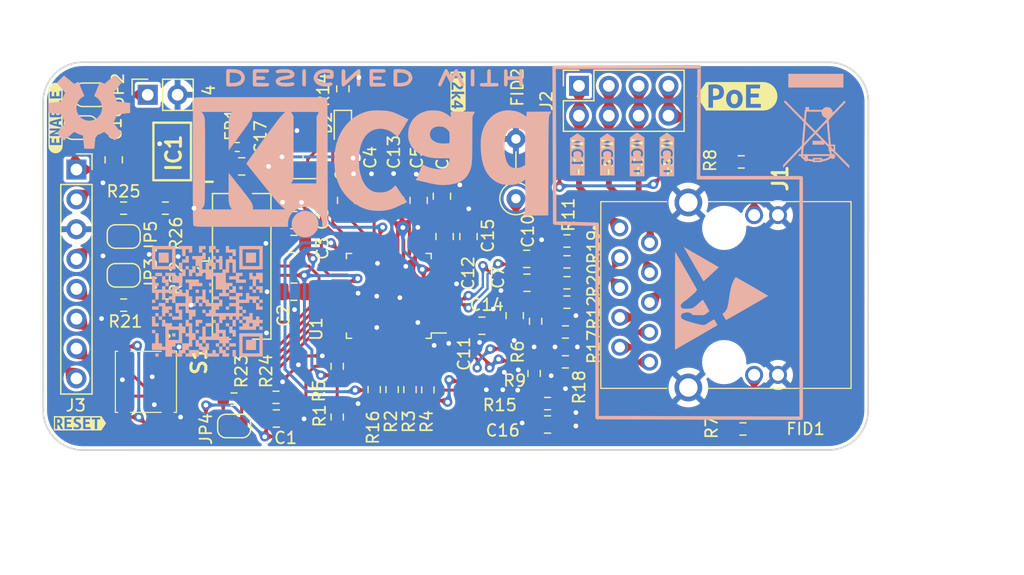
<source format=kicad_pcb>
(kicad_pcb (version 20211014) (generator pcbnew)
  (layers (0 "F.Cu" signal) (31 "B.Cu" signal) (34 "B.Paste" user) (35 "F.Paste" user) (36 "B.SilkS" user "B.Silkscreen") (37 "F.SilkS" user "F.Silkscreen") (38 "B.Mask" user) (39 "F.Mask" user) (44 "Edge.Cuts" user))
  (net 0 "")
  (net 1 "GND")
  (net 2 "/1V20")
  (net 3 "+3V3")
  (net 4 "+3.3VA")
  (net 5 "/tocap")
  (net 6 "/RXP2")
  (net 7 "/RXP")
  (net 8 "/mode2")
  (net 9 "/RXN2")
  (net 10 "/RXN")
  (net 11 "/mode1")
  (net 12 "/mode0")
  (net 13 "Net-(C14-Pad1)")
  (net 14 "Net-(C16-Pad1)")
  (net 15 "+5V")
  (net 16 "Net-(D1-Pad1)")
  (net 17 "/dup_led")
  (net 18 "Net-(D2-Pad1)")
  (net 19 "/spd_led")
  (net 23 "/enable")
  (net 24 "/VC1-")
  (net 25 "/VC2-")
  (net 26 "/VC1+")
  (net 27 "/VC2+")
  (net 28 "/TXN")
  (net 29 "/TXP")
  (net 30 "/LED_Y")
  (net 31 "/LED_G")
  (net 32 "/SS")
  (net 33 "/SCLK")
  (net 34 "/MISO")
  (net 35 "/MOSI")
  (net 36 "/W5500_RST")
  (net 37 "/~{INT}")
  (net 38 "/link_led")
  (net 39 "/act_led")
  (net 40 "/expres1")
  (net 41 "/RSVD")
  (net 48 "Net-(IC1-Pad5)")
  (net 49 "/clk-")
  (net 50 "/clk+")
  (net 51 "/RX2P")
  (net 52 "/RX2N")
  (net 53 "/TX2N")
  (net 54 "/TX2P")
  (net 55 "/SS-")
  (net 56 "/SCLK-")
  (net 57 "/MOSI-")
  (footprint "Capacitor_SMD:C_0805_2012Metric" (layer "F.Cu") (at 199.136 71.12 180)
    (fp_text reference "C8")
    (fp_text value "4u7")
  )
  (footprint "Resistor_SMD:R_0402_1005Metric_Pad0.72x0.64mm_HandSolder" (layer "F.Cu") (at 194.31 64.897 180)
    (fp_text reference "FB1")
    (fp_text value "FerriteBead_Small")
  )
  (footprint "Jumper:SolderJumper-2_P1.3mm_Bridged_RoundedPad1.0x1.5mm" (layer "F.Cu") (at 181.0004 63.246)
    (fp_text reference "JP1" hide)
    (fp_text value "Jumper_2_Bridged")
  )
  (footprint "Jumper:SolderJumper-2_P1.3mm_Bridged_RoundedPad1.0x1.5mm" (layer "F.Cu") (at 194.041 88.646)
    (fp_text reference "JP4")
    (fp_text value "Jumper_2_Bridged")
  )
  (footprint "kibuzzard-6280C015" (layer "F.Cu") (at 178.8414 62.4332 90)
    (fp_text reference "kibuzzard-6280C015" hide)
    (fp_text value "G***" hide)
  )
  (footprint "Resistor_SMD:R_0603_1608Metric_Pad0.98x0.95mm_HandSolder" (layer "F.Cu") (at 184.6345 78.359)
    (fp_text reference "R21")
    (fp_text value "4k")
  )
  (footprint "Connector_PinSocket_2.54mm:PinSocket_1x08_P2.54mm_Vertical" (layer "F.Cu") (at 180.619 66.817)
    (fp_text reference "J3")
    (fp_text value "Conn_01x08")
  )
  (footprint "Connector_PinSocket_2.54mm:PinSocket_1x02_P2.54mm_Vertical" (layer "F.Cu") (at 186.69 60.452 90)
    (fp_text reference "J4")
    (fp_text value "Conn_01x02")
  )
  (footprint "Connector_PinSocket_2.54mm:PinSocket_2x04_P2.54mm_Vertical" (layer "F.Cu") (at 223.403 59.69 90)
    (fp_text reference "J2")
    (fp_text value "Conn_02x04_Odd_Even")
  )
  (footprint "Jumper:SolderJumper-2_P1.3mm_Bridged_RoundedPad1.0x1.5mm" (layer "F.Cu") (at 184.643 75.819)
    (fp_text reference "JP3")
    (fp_text value "Jumper_2_Bridged")
  )
  (footprint "Resistor_SMD:R_0603_1608Metric_Pad0.98x0.95mm_HandSolder" (layer "F.Cu") (at 237.363 88.9)
    (fp_text reference "R7")
    (fp_text value "330")
  )
  (footprint "kibuzzard-627C18C3" (layer "F.Cu") (at 225.806 65.532 -90)
    (fp_text reference "kibuzzard-627C18C3" hide)
    (fp_text value "G***" hide)
  )
  (footprint "Capacitor_SMD:C_0805_2012Metric" (layer "F.Cu") (at 199.136 73.152 180)
    (fp_text reference "C3")
    (fp_text value "100n")
  )
  (footprint "Capacitor_SMD:C_0805_2012Metric" (layer "F.Cu") (at 205.613 69.4425 -90)
    (fp_text reference "C4")
    (fp_text value "100n")
  )
  (footprint "Package_QFP:LQFP-48_7x7mm_P0.5mm" (layer "F.Cu") (at 207.2121 77.5705 180)
    (fp_text reference "U1")
    (fp_text value "W5500")
  )
  (footprint "Resistor_SMD:R_0603_1608Metric_Pad0.98x0.95mm_HandSolder" (layer "F.Cu") (at 202.819 87.884 -90)
    (fp_text reference "R1")
    (fp_text value "10k")
  )
  (footprint "Capacitor_SMD:C_0805_2012Metric" (layer "F.Cu") (at 209.7532 69.4436 -90)
    (fp_text reference "C5")
    (fp_text value "100n")
  )
  (footprint "Fiducial:Fiducial_0.5mm_Mask1mm" (layer "F.Cu") (at 245.11 88.9)
    (fp_text reference "FID1")
    (fp_text value "Fiducial")
  )
  (footprint "Jumper:SolderJumper-2_P1.3mm_Bridged_RoundedPad1.0x1.5mm" (layer "F.Cu") (at 184.643 72.517)
    (fp_text reference "JP5")
    (fp_text value "Jumper_2_Bridged")
  )
  (footprint "Resistor_SMD:R_0603_1608Metric_Pad0.98x0.95mm_HandSolder" (layer "F.Cu") (at 203.3016 59.944 90)
    (fp_text reference "R14")
    (fp_text value "1k")
  )
  (footprint "Resistor_SMD:R_0603_1608Metric_Pad0.98x0.95mm_HandSolder" (layer "F.Cu") (at 222.377 76.454)
    (fp_text reference "R20")
    (fp_text value "33???")
  )
  (footprint "Fiducial:Fiducial_0.5mm_Mask1mm" (layer "F.Cu") (at 216.662 59.817 -90)
    (fp_text reference "FID2")
    (fp_text value "Fiducial")
  )
  (footprint "SamacSys_Parts:ARJM11C7114BAEW2" (layer "F.Cu") (at 226.8728 71.7804 90)
    (fp_text reference "J1")
    (fp_text value "ARJM11C7-114-BA-EW2" hide)
  )
  (footprint "Capacitor_SMD:C_0805_2012Metric" (layer "F.Cu") (at 207.7212 69.4436 -90)
    (fp_text reference "C13")
    (fp_text value "100n")
  )
  (footprint "Resistor_SMD:R_0603_1608Metric_Pad0.98x0.95mm_HandSolder" (layer "F.Cu") (at 188.1905 78.359)
    (fp_text reference "R22")
    (fp_text value "6k")
  )
  (footprint "Resistor_SMD:R_0603_1608Metric_Pad0.98x0.95mm_HandSolder" (layer "F.Cu") (at 222.377 78.105 180)
    (fp_text reference "R12")
    (fp_text value "50")
  )
  (footprint "Z_mycustom_footprint_lib:ATS120SM" (layer "F.Cu") (at 194.691 75.057 90)
    (fp_text reference "Y1")
    (fp_text value "Crystal  25MHz")
  )
  (footprint "Capacitor_SMD:C_0805_2012Metric" (layer "F.Cu") (at 194.691 66.548)
    (fp_text reference "C17")
    (fp_text value "1u")
  )
  (footprint "Resistor_SMD:R_0603_1608Metric_Pad0.98x0.95mm_HandSolder" (layer "F.Cu") (at 222.377 72.898)
    (fp_text reference "R11")
    (fp_text value "50")
  )
  (footprint "Resistor_SMD:R_0603_1608Metric_Pad0.98x0.95mm_HandSolder" (layer "F.Cu") (at 220.726 86.741)
    (fp_text reference "R15")
    (fp_text value "10K")
  )
  (footprint "Resistor_SMD:R_0603_1608Metric_Pad0.98x0.95mm_HandSolder" (layer "F.Cu") (at 222.377 74.676)
    (fp_text reference "R19")
    (fp_text value "33???")
  )
  (footprint "Resistor_SMD:R_0603_1608Metric_Pad0.98x0.95mm_HandSolder" (layer "F.Cu") (at 184.6345 70.104)
    (fp_text reference "R25")
    (fp_text value "4k")
  )
  (footprint "Resistor_SMD:R_0603_1608Metric_Pad0.98x0.95mm_HandSolder" (layer "F.Cu") (at 197.612 86.2076)
    (fp_text reference "R24")
    (fp_text value "6k")
  )
  (footprint "Resistor_SMD:R_0603_1608Metric_Pad0.98x0.95mm_HandSolder" (layer "F.Cu") (at 207.4915 85.548 90)
    (fp_text reference "R2")
    (fp_text value "10K")
  )
  (footprint "Resistor_SMD:R_0603_1608Metric_Pad0.98x0.95mm_HandSolder" (layer "F.Cu") (at 237.2125 66.167)
    (fp_text reference "R8")
    (fp_text value "330")
  )
  (footprint "Resistor_SMD:R_0603_1608Metric_Pad0.98x0.95mm_HandSolder" (layer "F.Cu") (at 188.1905 70.104)
    (fp_text reference "R26")
    (fp_text value "6k")
  )
  (footprint "Resistor_SMD:R_0603_1608Metric_Pad0.98x0.95mm_HandSolder" (layer "F.Cu") (at 205.9675 85.548 90)
    (fp_text reference "R16")
    (fp_text value "10K")
  )
  (footprint "Capacitor_SMD:C_0805_2012Metric" (layer "F.Cu") (at 211.963 72.517 -90)
    (fp_text reference "C12")
    (fp_text value "100n")
  )
  (footprint "SamacSys_Parts:SOIC127P600X170-8N" (layer "F.Cu") (at 188.7728 65.278 180)
    (fp_text reference "IC1")
    (fp_text value "AP2112M-3.3TRG1" hide)
  )
  (footprint "LED_SMD:LED_0603_1608Metric_Pad1.05x0.95mm_HandSolder" (layer "F.Cu") (at 200.279 68.326)
    (fp_text reference "D1")
    (fp_text value "LED_Small")
  )
  (footprint "kibuzzard-62827A52" (layer "F.Cu") (at 180.9242 88.4174)
    (fp_text reference "kibuzzard-62827A52" hide)
    (fp_text value "G***" hide)
  )
  (footprint "Resistor_THT:R_Axial_DIN0207_L6.3mm_D2.5mm_P5.08mm_Vertical" (layer "F.Cu") (at 218.0336 69.2912 90)
    (fp_text reference "R10")
    (fp_text value "12k4")
  )
  (footprint "Capacitor_SMD:C_0805_2012Metric" (layer "F.Cu") (at 199.136 77.216 180)
    (fp_text reference "C2")
    (fp_text value "10u")
  )
  (footprint "Resistor_SMD:R_0603_1608Metric_Pad0.98x0.95mm_HandSolder" (layer "F.Cu") (at 219.71 79.7325 90)
    (fp_text reference "R6")
    (fp_text value "50")
  )
  (footprint "Capacitor_SMD:C_0805_2012Metric" (layer "F.Cu") (at 218.948 74.422)
    (fp_text reference "C10")
    (fp_text value "100n")
  )
  (footprint "Capacitor_SMD:C_0805_2012Metric" (layer "F.Cu") (at 197.6385 88.011 180)
    (fp_text reference "C1")
    (fp_text value "100n")
  )
  (footprint "Resistor_SMD:R_0603_1608Metric_Pad0.98x0.95mm_HandSolder" (layer "F.Cu") (at 209.0155 85.548 90)
    (fp_text reference "R3")
    (fp_text value "10K")
  )
  (footprint "kibuzzard-627C225D" (layer "F.Cu") (at 213.106 60.325 -90)
    (fp_text reference "kibuzzard-627C225D" hide)
    (fp_text value "G***" hide)
  )
  (footprint "Capacitor_SMD:C_0805_2012Metric" (layer "F.Cu") (at 211.7344 69.088 -90)
    (fp_text reference "C9")
    (fp_text value "100n")
  )
  (footprint "Capacitor_SMD:C_0805_2012Metric" (layer "F.Cu") (at 183.7944 65.9892 90)
    (fp_text reference "C18")
    (fp_text value "1u")
  )
  (footprint "Capacitor_SMD:C_0805_2012Metric" (layer "F.Cu") (at 217.932 79.248 -90)
    (fp_text reference "C14")
    (fp_text value "10n")
  )
  (footprint "Resistor_SMD:R_0603_1608Metric_Pad0.98x0.95mm_HandSolder" (layer "F.Cu") (at 202.819 83.566 90)
    (fp_text reference "R5")
    (fp_text value "10K")
  )
  (footprint "LED_SMD:LED_0603_1608Metric_Pad1.05x0.95mm_HandSolder" (layer "F.Cu") (at 203.3016 63.4378 -90)
    (fp_text reference "D2")
    (fp_text value "LED_Small")
  )
  (footprint "Capacitor_SMD:C_0805_2012Metric" (layer "F.Cu") (at 215.138 80.1116 180)
    (fp_text reference "C11")
    (fp_text value "100n")
  )
  (footprint "Resistor_SMD:R_0603_1608Metric_Pad0.98x0.95mm_HandSolder" (layer "F.Cu") (at 194.0325 86.36)
    (fp_text reference "R23")
    (fp_text value "4k")
  )
  (footprint "Resistor_SMD:R_0603_1608Metric_Pad0.98x0.95mm_HandSolder" (layer "F.Cu") (at 210.5395 85.5715 90)
    (fp_text reference "R4")
    (fp_text value "10K")
  )
  (footprint "Capacitor_SMD:C_0805_2012Metric" (layer "F.Cu") (at 213.995 72.517 90)
    (fp_text reference "C15")
    (fp_text value "10u")
  )
  (footprint "kibuzzard-627C18AA" (layer "F.Cu") (at 230.886 65.532 -90)
    (fp_text reference "kibuzzard-627C18AA" hide)
    (fp_text value "G***" hide)
  )
  (footprint "kibuzzard-627C18CA" (layer "F.Cu") (at 223.266 65.532 -90)
    (fp_text reference "kibuzzard-627C18CA" hide)
    (fp_text value "G***" hide)
  )
  (footprint "Jumper:SolderJumper-2_P1.3mm_Bridged_RoundedPad1.0x1.5mm" (layer "F.Cu") (at 181.864 60.452 180)
    (fp_text reference "JP2")
    (fp_text value "Jumper_2_Bridged")
  )
  (footprint "SamacSys_Parts:PTS526SK15SMTR2LFS" (layer "F.Cu") (at 186.5348 84.8897 -90)
    (fp_text reference "S1")
    (fp_text value "PTS526_SK15_SMTR2_LFS" hide)
  )
  (footprint "Resistor_SMD:R_0603_1608Metric_Pad0.98x0.95mm_HandSolder" (layer "F.Cu") (at 219.583 84.1775 90)
    (fp_text reference "R9")
    (fp_text value "50")
  )
  (footprint "Capacitor_SMD:C_0805_2012Metric" (layer "F.Cu") (at 220.726 88.519 180)
    (fp_text reference "C16")
    (fp_text value "100n")
  )
  (footprint "kibuzzard-627C18B6" (layer "F.Cu") (at 228.346 65.532 -90)
    (fp_text reference "kibuzzard-627C18B6" hide)
    (fp_text value "G***" hide)
  )
  (footprint "Resistor_SMD:R_0603_1608Metric_Pad0.98x0.95mm_HandSolder" (layer "F.Cu") (at 199.39 65.786 90)
    (fp_text reference "R13")
    (fp_text value "1k")
  )
  (footprint "Capacitor_SMD:C_0805_2012Metric" (layer "F.Cu") (at 218.9745 76.454)
    (fp_text reference "C7")
    (fp_text value "100n")
  )
  (footprint "Resistor_SMD:R_0603_1608Metric_Pad0.98x0.95mm_HandSolder" (layer "F.Cu") (at 222.25 83.185)
    (fp_text reference "R18")
    (fp_text value "33???")
  )
  (footprint "kibuzzard-628279F4" (layer "F.Cu") (at 236.855 60.579)
    (fp_text reference "kibuzzard-628279F4" hide)
    (fp_text value "G***" hide)
  )
  (footprint "Capacitor_SMD:C_0805_2012Metric" (layer "F.Cu") (at 203.581 69.4447 90)
    (fp_text reference "C6")
    (fp_text value "100n")
  )
  (footprint "Resistor_SMD:R_0603_1608Metric_Pad0.98x0.95mm_HandSolder" (layer "F.Cu") (at 222.25 80.645)
    (fp_text reference "R17")
    (fp_text value "33???")
  )
  (footprint "Symbol:WEEE-Logo_5.6x8mm_SilkScreen" (layer "B.Cu") (at 243.586 62.6872)
    (fp_text reference "FID6" hide)
    (fp_text value "Fiducial" hide)
  )
  (footprint "Symbol:ESD-Logo_8.9x8mm_SilkScreen" (layer "B.Cu") (at 235.5596 77.7748 90)
    (fp_text reference "FID5" hide)
    (fp_text value "Fiducial" hide)
  )
  (footprint "kibuzzard-627C18AA" (layer "B.Cu") (at 230.886 65.532 -90)
    (fp_text reference "kibuzzard-627C18AA" hide)
    (fp_text value "G***" hide)
  )
  (footprint "kibuzzard-627C18C3" (layer "B.Cu") (at 225.806 65.532 -90)
    (fp_text reference "kibuzzard-627C18C3" hide)
    (fp_text value "G***" hide)
  )
  (footprint "kibuzzard-627C18B6" (layer "B.Cu") (at 228.346 65.532 -90)
    (fp_text reference "kibuzzard-627C18B6" hide)
    (fp_text value "G***" hide)
  )
  (footprint "kibuzzard-627C18CA" (layer "B.Cu") (at 223.266 65.532 -90)
    (fp_text reference "kibuzzard-627C18CA" hide)
    (fp_text value "G***" hide)
  )
  (footprint "Symbol:KiCad-Logo2_12mm_SilkScreen" (layer "B.Cu") (at 205.775908 66.663294)
    (fp_text reference "FID3" hide)
    (fp_text value "Fiducial" hide)
  )
  (footprint "LOGO" (layer "B.Cu") (at 191.77 78.0288 180)
    (fp_text reference " ")
    (fp_text value "LOGO" hide)
  )
  (footprint "Aesthetics:OSHW-LOGO-L" (layer "B.Cu") (at 181.7116 61.5696)
    (fp_text reference "FID4")
    (fp_text value "Fiducial")
  )
  (gr_poly (pts (xy 233.5784 67.5132) (xy 242.316 67.5132) (xy 242.316 87.9856) (xy 224.9424 87.9348) (xy 224.9424 71.4756) (xy 221.3356 71.374) (xy 221.2848 58.1152) (xy 233.6292 58.0644)) (layer "B.SilkS") (width 0.3) (fill none))
  (gr_line (start 181.186866 57.676919) (end 244.6843 57.683399) (layer "Edge.Cuts") (width 0.15))
  (gr_arc (start 177.783266 61.030098) (mid 178.7906 58.6486) (end 181.186866 57.676919) (layer "Edge.Cuts") (width 0.15))
  (gr_line (start 248.037479 61.086999) (end 248.022333 87.3313) (layer "Edge.Cuts") (width 0.15))
  (gr_line (start 244.618733 90.684479) (end 181.146699 90.694732) (layer "Edge.Cuts") (width 0.15))
  (gr_arc (start 248.022333 87.3313) (mid 247.014999 89.712798) (end 244.618733 90.684479) (layer "Edge.Cuts") (width 0.15))
  (gr_arc (start 244.6843 57.683399) (mid 247.065799 58.690733) (end 248.037479 61.086999) (layer "Edge.Cuts") (width 0.15))
  (gr_line (start 177.79352 87.291132) (end 177.783266 61.030098) (layer "Edge.Cuts") (width 0.15))
  (gr_arc (start 181.146699 90.694732) (mid 178.765201 89.687398) (end 177.79352 87.291132) (layer "Edge.Cuts") (width 0.15))
  (segment (start 217.932 81.3175) (end 217.8812 81.3683) (width 0.25) (layer "F.Cu") (net 1))
  (segment (start 189.103 78.359) (end 190.373 78.359) (width 0.25) (layer "F.Cu") (net 1))
  (segment (start 186.0728 64.643) (end 185.895 64.8208) (width 0.25) (layer "F.Cu") (net 1))
  (segment (start 198.5245 87.9875) (end 198.5245 86.2076) (width 0.25) (layer "F.Cu") (net 1))
  (segment (start 208.661 75.057) (end 208.661 77.216) (width 0.25) (layer "F.Cu") (net 1))
  (segment (start 189.484 87.884) (end 189.4783 87.8897) (width 0.25) (layer "F.Cu") (net 1))
  (segment (start 185.895 64.8208) (end 183.7712 64.8208) (width 0.25) (layer "F.Cu") (net 1))
  (segment (start 186.0728 65.913) (end 186.0728 64.643) (width 0.25) (layer "F.Cu") (net 1))
  (segment (start 199.1868 78.1558) (end 198.2735 77.2425) (width 0.25) (layer "F.Cu") (net 1))
  (segment (start 209.4621 71.961832) (end 209.4621 73.408) (width 0.25) (layer "F.Cu") (net 1))
  (segment (start 204.6205 59.0315) (end 204.6732 58.9788) (width 0.25) (layer "F.Cu") (net 1))
  (segment (start 198.186 69.6112) (end 198.1708 69.596) (width 0.25) (layer "F.Cu") (net 1))
  (segment (start 207.7212 67.2592) (end 207.6196 67.1576) (width 0.25) (layer "F.Cu") (net 1))
  (segment (start 183.7712 64.8208) (end 183.642 64.95) (width 0.25) (layer "F.Cu") (net 1))
  (segment (start 216.088 80.1116) (end 216.088 78.7044) (width 0.25) (layer "F.Cu") (net 1))
  (segment (start 208.4621 74.8219) (end 208.2535 75.0305) (width 0.25) (layer "F.Cu") (net 1))
  (segment (start 196.7484 73.1012) (end 196.7992 73.152) (width 0.25) (layer "F.Cu") (net 1))
  (segment (start 209.9621 79.3205) (end 209.4955 79.3205) (width 0.25) (layer "F.Cu") (net 1))
  (segment (start 199.39 64.8735) (end 199.39 63.5) (width 0.25) (layer "F.Cu") (net 1))
  (segment (start 199.1868 78.74) (end 199.1868 78.1558) (width 0.25) (layer "F.Cu") (net 1))
  (segment (start 209.55 68.2904) (end 209.55 67.2084) (width 0.25) (layer "F.Cu") (net 1))
  (segment (start 219.8635 88.3666) (end 218.5924 88.3666) (width 0.25) (layer "F.Cu") (net 1))
  (segment (start 209.7532 68.4936) (end 207.7212 68.4936) (width 0.25) (layer "F.Cu") (net 1))
  (segment (start 188.4101 81.915) (end 188.3848 81.8897) (width 0.25) (layer "F.Cu") (net 1))
  (segment (start 213.2432 68.138) (end 213.2584 68.1228) (width 0.25) (layer "F.Cu") (net 1))
  (segment (start 208.915 78.74) (end 208.915 79.066393) (width 0.25) (layer "F.Cu") (net 1))
  (segment (start 213.995 71.567) (end 213.995 70.1802) (width 0.25) (layer "F.Cu") (net 1))
  (segment (start 207.755594 75.057) (end 206.874797 75.937797) (width 0.25) (layer "F.Cu") (net 1))
  (segment (start 209.6866 71.737332) (end 209.4621 71.961832) (width 0.25) (layer "F.Cu") (net 1))
  (segment (start 212.979 76.545) (end 212.7545 76.3205) (width 0.25) (layer "F.Cu") (net 1))
  (segment (start 209.272206 80.2406) (end 209.272206 79.3205) (width 0.25) (layer "F.Cu") (net 1))
  (segment (start 198.1708 85.8539) (end 198.5245 86.2076) (width 0.25) (layer "F.Cu") (net 1))
  (segment (start 218.5924 88.3666) (end 218.567 88.392) (width 0.25) (layer "F.Cu") (net 1))
  (segment (start 209.9621 81.733) (end 209.9621 80.930494) (width 0.25) (layer "F.Cu") (net 1))
  (segment (start 199.9996 88.0364) (end 199.9742 88.011) (width 0.25) (layer "F.Cu") (net 1))
  (segment (start 205.6108 68.4947) (end 205.613 68.4925) (width 0.25) (layer "F.Cu") (net 1))
  (segment (start 189.4783 87.8897) (end 188.3848 87.8897) (width 0.25) (layer "F.Cu") (net 1))
  (segment (start 209.4621 74.210506) (end 209.4621 73.408) (width 0.25) (layer "F.Cu") (net 1))
  (segment (start 204.216 68.5049) (end 204.1387 68.5822) (width 0.25) (layer "F.Cu") (net 1))
  (segment (start 209.272206 79.3205) (end 209.9621 79.3205) (width 0.25) (layer "F.Cu") (net 1))
  (segment (start 209.769432 71.6545) (end 209.6866 71.737332) (width 0.25) (layer "F.Cu") (net 1))
  (segment (start 203.3016 59.0315) (end 204.6205 59.0315) (width 0.25) (layer "F.Cu") (net 1))
  (segment (start 217.932 80.198) (end 217.932 81.3175) (width 0.25) (layer "F.Cu") (net 1))
  (segment (start 208.153 77.978) (end 208.153 77.724) (width 0.25) (layer "F.Cu") (net 1))
  (segment (start 198.501 88.011) (end 198.5245 87.9875) (width 0.25) (layer "F.Cu") (net 1))
  (segment (start 198.1708 84.8868) (end 198.1708 85.8539) (width 0.25) (layer "F.Cu") (net 1))
  (segment (start 213.995 70.1802) (end 214.0204 70.1548) (width 0.25) (layer "F.Cu") (net 1))
  (segment (start 209.9621 81.733) (end 211.019 81.733) (width 0.25) (layer "F.Cu") (net 1))
  (segment (start 208.915 79.066393) (end 209.685587 79.83698) (width 0.25) (layer "F.Cu") (net 1))
  (segment (start 198.186 71.12) (end 198.186 69.6112) (width 0.25) (layer "F.Cu") (net 1))
  (segment (start 210.1088 68.138) (end 209.7532 68.4936) (width 0.25) (layer "F.Cu") (net 1))
  (segment (start 211.7344 68.138) (end 210.1088 68.138) (width 0.25) (layer "F.Cu") (net 1))
  (segment (start 208.42658 79.83698) (end 206.1866 77.597) (width 0.25) (layer "F.Cu") (net 1))
  (segment (start 211.019 81.733) (end 211.074 81.788) (width 0.25) (layer "F.Cu") (net 1))
  (segment (start 206.874797 75.937797) (end 207.782094 75.0305) (width 0.25) (layer "F.Cu") (net 1))
  (segment (start 208.661 77.216) (end 208.153 77.724) (width 0.25) (layer "F.Cu") (net 1))
  (segment (start 206.9621 74.210506) (end 207.782094 75.0305) (width 0.25) (layer "F.Cu") (net 1))
  (segment (start 207.7212 68.4936) (end 207.7212 67.2592) (width 0.25) (layer "F.Cu") (net 1))
  (segment (start 186.0728 64.643) (end 187.6806 64.643) (width 0.25) (layer "F.Cu") (net 1))
  (segment (start 205.6881 67.2349) (end 205.74 67.183) (width 0.25) (layer "F.Cu") (net 1))
  (segment (start 198.2735 77.216) (end 196.85 77.216) (width 0.25) (layer "F.Cu") (net 1))
  (segment (start 195.5535 66.548) (end 196.977 66.548) (width 0.25) (layer "F.Cu") (net 1))
  (segment (start 206.1866 74.8644) (end 206.248 74.803) (width 0.25) (layer "F.Cu") (net 1))
  (segment (start 209.7532 68.4936) (end 209.55 68.2904) (width 0.25) (layer "F.Cu") (net 1))
  (segment (start 203.0496 76.8205) (end 204.0745 76.8205) (width 0.25) (layer "F.Cu") (net 1))
  (segment (start 208.2535 75.0305) (end 208.5075 75.0305) (width 0.25) (layer "F.Cu") (net 1))
  (segment (start 209.9621 80.930494) (end 209.272206 80.2406) (width 0.25) (layer "F.Cu") (net 1))
  (segment (start 212.7545 76.3205) (end 211.3746 76.3205) (width 0.25) (layer "F.Cu") (net 1))
  (segment (start 212.09 71.6545) (end 209.769432 71.6545) (width 0.25) (layer "F.Cu") (net 1))
  (segment (start 216.088 78.7044) (end 216.1032 78.6892) (width 0.25) (layer "F.Cu") (net 1))
  (segment (start 208.153 77.724) (end 208.153 77.216) (width 0.25) (layer "F.Cu") (net 1))
  (segment (start 209.4955 79.3205) (end 208.915 78.74) (width 0.25) (layer "F.Cu") (net 1))
  (segment (start 189.357 81.915) (end 188.4101 81.915) (width 0.25) (layer "F.Cu") (net 1))
  (segment (start 204.216 67.183) (end 204.216 68.5049) (width 0.25) (layer "F.Cu") (net 1))
  (segment (start 213.614 71.6545) (end 212.09 71.6545) (width 0.25) (layer "F.Cu") (net 1))
  (segment (start 198.2735 77.2425) (end 198.2735 77.216) (width 0.25) (layer "F.Cu") (net 1))
  (segment (start 208.915 78.74) (end 208.153 77.978) (width 0.25) (layer "F.Cu") (net 1))
  (segment (start 199.9742 88.011) (end 198.501 88.011) (width 0.25) (layer "F.Cu") (net 1))
  (segment (start 204.597 86.741) (end 205.687 86.741) (width 0.25) (layer "F.Cu") (net 1))
  (segment (start 205.687 86.741) (end 205.9675 86.4605) (width 0.25) (layer "F.Cu") (net 1))
  (segment (start 208.642106 75.0305) (end 209.4621 74.210506) (width 0.25) (layer "F.Cu") (net 1))
  (segment (start 203.581 68.4947) (end 205.6108 68.4947) (width 0.25) (layer "F.Cu") (net 1))
  (segment (start 208.4621 73.408) (end 208.4621 74.8219) (width 0.25) (layer "F.Cu") (net 1))
  (segment (start 209.9621 79.3205) (end 211.3746 79.3205) (width 0.25) (layer "F.Cu") (net 1))
  (segment (start 206.1866 77.597) (end 206.1866 74.8644) (width 0.25) (layer "F.Cu") (net 1))
  (segment (start 196.7992 73.152) (end 198.186 73.152) (width 0.25) (layer "F.Cu") (net 1))
  (segment (start 189.103 70.104) (end 190.627 70.104) (width 0.25) (layer "F.Cu") (net 1))
  (segment (start 198.1708 84.7852) (end 199.517 83.439) (width 0.25) (layer "F.Cu") (net 1))
  (segment (start 209.685587 79.83698) (end 208.42658 79.83698) (width 0.25) (layer "F.Cu") (net 1))
  (segment (start 204.0745 76.8205) (end 204.597 77.343) (width 0.25) (layer "F.Cu") (net 1))
  (segment (start 211.7344 68.138) (end 213.2432 68.138) (width 0.25) (layer "F.Cu") (net 1))
  (segment (start 200.279 82.677) (end 201.549 82.677) (width 0.25) (layer "F.Cu") (net 1))
  (segment (start 198.1708 84.8868) (end 198.1708 84.7852) (width 0.25) (layer "F.Cu") (net 1))
  (segment (start 208.5075 75.0305) (end 208.642106 75.0305) (width 0.25) (layer "F.Cu") (net 1))
  (segment (start 207.782094 75.0305) (end 208.2535 75.0305) (width 0.25) (layer "F.Cu") (net 1))
  (segment (start 208.661 75.057) (end 207.755594 75.057) (width 0.25) (layer "F.Cu") (net 1))
  (segment (start 206.9621 73.408) (end 206.9621 74.210506) (width 0.25) (layer "F.Cu") (net 1))
  (segment (start 187.6806 64.643) (end 187.706 64.6176) (width 0.25) (layer "F.Cu") (net 1))
  (segment (start 205.6881 68.58) (end 205.6881 67.2349) (width 0.25) (layer "F.Cu") (net 1))
  (segment (start 208.153 77.216) (end 206.874797 75.937797) (width 0.25) (layer "F.Cu") (net 1))
  (segment (start 198.186 71.12) (end 198.186 73.152) (width 0.25) (layer "F.Cu") (net 1))
  (segment (start 199.517 83.439) (end 200.279 82.677) (width 0.25) (layer "F.Cu") (net 1))
  (via (at 207.6196 67.1576) (size 0.8) (drill 0.4) (layers "F.Cu" "B.Cu") (net 1))
  (via (at 223.139 79.248) (size 0.8) (drill 0.4) (layers "F.Cu" "B.Cu") (net 1))
  (via (at 216.7636 77.1144) (size 0.8) (drill 0.4) (layers "F.Cu" "B.Cu") (net 1))
  (via (at 215.519 85.5605) (size 0.8) (drill 0.4) (layers "F.Cu" "B.Cu") (net 1))
  (via (at 209.685587 79.83698) (size 0.8) (drill 0.4) (layers "F.Cu" "B.Cu") (net 1))
  (via (at 222.25 85.471) (size 0.8) (drill 0.4) (layers "F.Cu" "B.Cu") (net 1))
  (via (at 223.139 88.646) (size 0.8) (drill 0.4) (layers "F.Cu" "B.Cu") (net 1))
  (via (at 204.597 86.741) (size 0.8) (drill 0.4) (layers "F.Cu" "B.Cu") (net 1))
  (via (at 221.039201 84.3655) (size 0.8) (drill 0.4) (layers "F.Cu" "B.Cu") (net 1))
  (via (at 190.627 70.104) (size 0.8) (drill 0.4) (layers "F.Cu" "B.Cu") (net 1))
  (via (at 209.55 67.2084) (size 0.8) (drill 0.4) (layers "F.Cu" "B.Cu") (net 1))
  (via (at 216.1032 78.6892) (size 0.8) (drill 0.4) (layers "F.Cu" "B.Cu") (net 1))
  (via (at 220.218 72.7964) (size 0.8) (drill 0.4) (layers "F.Cu" "B.Cu") (net 1))
  (via (at 190.373 78.359) (size 0.8) (drill 0.4) (layers "F.Cu" "B.Cu") (net 1))
  (via (at 186.817 74.041) (size 0.8) (drill 0.4) (layers "F.Cu" "B.Cu") (net 1))
  (via (at 206.248 74.803) (size 0.8) (drill 0.4) (layers "F.Cu" "B.Cu") (net 1))
  (via (at 209.6866 71.737332) (size 0.8) (drill 0.4) (layers "F.Cu" "B.Cu") (net 1))
  (via (at 189.484 87.884) (size 0.8) (drill 0.4) (layers "F.Cu" "B.Cu") (net 1))
  (via (at 196.7992 80.7212) (size 0.8) (drill 0.4) (layers "F.Cu" "B.Cu") (net 1))
  (via (at 205.74 67.183) (size 0.8) (drill 0.4) (layers "F.Cu" "B.Cu") (net 1))
  (via (at 189.357 81.915) (size 0.8) (drill 0.4) (layers "F.Cu" "B.Cu") (net 1))
  (via (at 218.567 88.392) (size 0.8) (drill 0.4) (layers "F.Cu" "B.Cu") (net 1))
  (via (at 212.979 76.545) (size 0.8) (drill 0.4) (layers "F.Cu" "B.Cu") (net 1))
  (via (at 214.939099 81.529701) (size 0.8) (drill 0.4) (layers "F.Cu" "B.Cu") (net 1))
  (via (at 204.216 67.183) (size 0.8) (drill 0.4) (layers "F.Cu" "B.Cu") (net 1))
  (via (at 196.977 66.548) (size 0.8) (drill 0.4) (layers "F.Cu" "B.Cu") (net 1))
  (via (at 199.39 63.5) (size 0.8) (drill 0.4) (layers "F.Cu" "B.Cu") (net 1))
  (via (at 196.85 77.216) (size 0.8) (drill 0.4) (layers "F.Cu" "B.Cu") (net 1))
  (via (at 218.186 85.598) (size 0.8) (drill 0.4) (layers "F.Cu" "B.Cu") (net 1))
  (via (at 204.597 77.343) (size 0.8) (drill 0.4) (layers "F.Cu" "B.Cu") (net 1))
  (via (at 208.661 75.057) (size 0.8) (drill 0.4) (layers "F.Cu" "B.Cu") (net 1))
  (via (at 199.1868 78.74) (size 0.8) (drill 0.4) (layers "F.Cu" "B.Cu") (net 1))
  (via (at 216.916 85.5605) (size 0.8) (drill 0.4) (layers "F.Cu" "B.Cu") (net 1))
  (via (at 189.2808 74.2188) (size 0.8) (drill 0.4) (layers "F.Cu" "B.Cu") (net 1))
  (via (at 213.2584 68.1228) (size 0.8) (drill 0.4) (layers "F.Cu" "B.Cu") (net 1))
  (via (at 217.043 84.074) (size 0.8) (drill 0.4) (layers "F.Cu" "B.Cu") (net 1))
  (via (at 196.7484 73.1012) (size 0.8) (drill 0.4) (layers "F.Cu" "B.Cu") (net 1))
  (via (at 211.074 81.788) (size 0.8) (drill 0.4) (layers "F.Cu" "B.Cu") (net 1))
  (via (at 219.583 81.915) (size 0.8) (drill 0.4) (layers "F.Cu" "B.Cu") (net 1))
  (via (at 214.0204 70.1548) (size 0.8) (drill 0.4) (layers "F.Cu" "B.Cu") (net 1))
  (via (at 206.1866 80.264) (size 0.8) (drill 0.4) (layers "F.Cu" "B.Cu") (net 1))
  (via (at 199.9996 88.0364) (size 0.8) (drill 0.4) (layers "F.Cu" "B.Cu") (net 1))
  (via (at 206.1866 77.597) (size 0.8) (drill 0.4) (layers "F.Cu" "B.Cu") (net 1))
  (via (at 184.531 84.709) (size 0.8) (drill 0.4) (layers "F.Cu" "B.Cu") (net 1))
  (via (at 198.1708 84.8868) (size 0.8) (drill 0.4) (layers "F.Cu" "B.Cu") (net 1))
  (via (at 223.266 81.915) (size 0.8) (drill 0.4) (layers "F.Cu" "B.Cu") (net 1))
  (via (at 182.88 74.168) (size 0.8) (drill 0.4) (layers "F.Cu" "B.Cu") (net 1))
  (via (at 182.88 67.945) (size 0.8) (drill 0.4) (layers "F.Cu" "B.Cu") (net 1))
  (via (at 221.361 81.915) (size 0.8) (drill 0.4) (layers "F.Cu" "B.Cu") (net 1))
  (via (at 218.2368 83.8708) (size 0.8) (drill 0.4) (layers "F.Cu" "B.Cu") (net 1))
  (via (at 217.8812 81.3683) (size 0.8) (drill 0.4) (layers "F.Cu" "B.Cu") (net 1))
  (via (at 199.517 83.439) (size 0.8) (drill 0.4) (layers "F.Cu" "B.Cu") (net 1))
  (via (at 182.753 79.502) (size 0.8) (drill 0.4) (layers "F.Cu" "B.Cu") (net 1))
  (via (at 198.1708 69.596) (size 0.8) (drill 0.4) (layers "F.Cu" "B.Cu") (net 1))
  (via (at 208.153 77.724) (size 0.8) (drill 0.4) (layers "F.Cu" "B.Cu") (net 1))
  (via (at 212.314301 81.614499) (size 0.8) (drill 0.4) (layers "F.Cu" "B.Cu") (net 1))
  (via (at 204.6732 58.9788) (size 0.8) (drill 0.4) (layers "F.Cu" "B.Cu") (net 1))
  (via (at 187.2488 86.8305) (size 0.8) (drill 0.4) (layers "F.Cu" "B.Cu") (net 1))
  (via (at 187.706 64.6176) (size 0.8) (drill 0.4) (layers "F.Cu" "B.Cu") (net 1))
  (via (at 201.549 82.677) (size 0.8) (drill 0.4) (layers "F.Cu" "B.Cu") (net 1))
  (via (at 223.139 87.503) (size 0.8) (drill 0.4) (layers "F.Cu" "B.Cu") (net 1))
  (via (at 187.071 84.455) (size 0.8) (drill 0.4) (layers "F.Cu" "B.Cu") (net 1))
  (segment (start 206.1866 77.597) (end 206.1866 80.264) (width 0.25) (layer "B.Cu") (net 1))
  (segment (start 189.357 87.757) (end 189.357 81.915) (width 0.25) (layer "B.Cu") (net 1))
  (segment (start 189.484 87.884) (end 189.357 87.757) (width 0.25) (layer "B.Cu") (net 1))
  (segment (start 205.18798 72.34598) (end 204.1387 71.2967) (width 0.25) (layer "F.Cu") (net 2))
  (segment (start 205.202586 72.34598) (end 205.18798 72.34598) (width 0.25) (layer "F.Cu") (net 2))
  (segment (start 204.1387 71.2967) (end 204.1387 70.3072) (width 0.25) (layer "F.Cu") (net 2))
  (segment (start 205.4621 73.408) (end 205.4621 72.605494) (width 0.25) (layer "F.Cu") (net 2))
  (segment (start 205.4621 72.605494) (end 205.202586 72.34598) (width 0.25) (layer "F.Cu") (net 2))
  (segment (start 207.4915 86.7675) (end 206.629 87.63) (width 0.25) (layer "F.Cu") (net 3))
  (segment (start 204.346 76.3205) (end 204.5705 76.096) (width 0.25) (layer "F.Cu") (net 3))
  (segment (start 193.8285 66.548) (end 193.1935 67.183) (width 0.25) (layer "F.Cu") (net 3))
  (segment (start 202.819 84.4785) (end 202.819 86.9715) (width 0.25) (layer "F.Cu") (net 3))
  (segment (start 220.011 79.121) (end 221.615 79.121) (width 0.25) (layer "F.Cu") (net 3))
  (segment (start 202.6685 84.328) (end 202.819 84.4785) (width 0.25) (layer "F.Cu") (net 3))
  (segment (start 201.422 84.328) (end 202.6685 84.328) (width 0.25) (layer "F.Cu") (net 3))
  (segment (start 219.329 84.836) (end 212.471 84.836) (width 0.25) (layer "F.Cu") (net 3))
  (segment (start 202.93425 86.9715) (end 202.819 86.9715) (width 0.25) (layer "F.Cu") (net 3))
  (segment (start 219.583 85.09) (end 219.329 84.836) (width 0.25) (layer "F.Cu") (net 3))
  (segment (start 193.1935 67.3365) (end 193.1935 68.707) (width 0.25) (layer "F.Cu") (net 3))
  (segment (start 212.471 84.836) (end 212.344 84.709) (width 0.25) (layer "F.Cu") (net 3))
  (segment (start 212.087 86.484) (end 210.5395 86.484) (width 0.25) (layer "F.Cu") (net 3))
  (segment (start 222.25 79.756) (end 222.25 84.201) (width 0.25) (layer "F.Cu") (net 3))
  (segment (start 181.269 68.707) (end 180.619 69.357) (width 0.25) (layer "F.Cu") (net 3))
  (segment (start 219.71 78.82) (end 220.011 79.121) (width 0.25) (layer "F.Cu") (net 3))
  (segment (start 200.086 73.730761) (end 200.7483 74.393061) (width 0.25) (layer "F.Cu") (net 3))
  (segment (start 219.8135 85.3205) (end 219.583 85.09) (width 0.25) (layer "F.Cu") (net 3))
  (segment (start 206.629 87.63) (end 203.59275 87.63) (width 0.25) (layer "F.Cu") (net 3))
  (segment (start 203.0496 76.3205) (end 204.346 76.3205) (width 0.25) (layer "F.Cu") (net 3))
  (segment (start 193.7125 64.897) (end 193.7125 66.432) (width 0.25) (layer "F.Cu") (net 3))
  (segment (start 221.615 79.121) (end 222.25 79.756) (width 0.25) (layer "F.Cu") (net 3))
  (segment (start 210.5395 86.484) (end 207.515 86.484) (width 0.25) (layer "F.Cu") (net 3))
  (segment (start 193.1935 74.1945) (end 193.7385 74.7395) (width 0.25) (layer "F.Cu") (net 3))
  (segment (start 193.1935 67.183) (end 191.4728 67.183) (width 0.25) (layer "F.Cu") (net 3))
  (segment (start 207.515 86.484) (end 207.4915 86.4605) (width 0.25) (layer "F.Cu") (net 3))
  (segment (start 207.4915 86.4605) (end 207.4915 86.7675) (width 0.25) (layer "F.Cu") (net 3))
  (segment (start 221.361 85.09) (end 219.583 85.09) (width 0.25) (layer "F.Cu") (net 3))
  (segment (start 200.086 73.152) (end 200.086 73.730761) (width 0.25) (layer "F.Cu") (net 3))
  (segment (start 222.25 84.201) (end 221.361 85.09) (width 0.25) (layer "F.Cu") (net 3))
  (segment (start 194.818 75.819) (end 193.7385 74.7395) (width 0.25) (layer "F.Cu") (net 3))
  (segment (start 203.59275 87.63) (end 202.93425 86.9715) (width 0.25) (layer "F.Cu") (net 3))
  (segment (start 193.7125 66.432) (end 193.8285 66.548) (width 0.25) (layer "F.Cu") (net 3))
  (segment (start 200.025 75.819) (end 194.818 75.819) (width 0.25) (layer "F.Cu") (net 3))
  (segment (start 193.1935 67.183) (end 193.1935 67.3365) (width 0.25) (layer "F.Cu") (net 3))
  (segment (start 200.025 77.155) (end 200.086 77.216) (width 0.25) (layer "F.Cu") (net 3))
  (segment (start 219.8135 86.741) (end 219.8135 85.3205) (width 0.25) (layer "F.Cu") (net 3))
  (segment (start 212.217 86.614) (end 212.087 86.484) (width 0.25) (layer "F.Cu") (net 3))
  (segment (start 200.025 75.819) (end 200.025 77.155) (width 0.25) (layer "F.Cu") (net 3))
  (segment (start 193.1935 67.3365) (end 193.1935 74.1945) (width 0.25) (layer "F.Cu") (net 3))
  (segment (start 193.1935 68.707) (end 181.269 68.707) (width 0.25) (layer "F.Cu") (net 3))
  (via (at 201.422 84.328) (size 0.8) (drill 0.4) (layers "F.Cu" "B.Cu") (net 3))
  (via (at 200.7483 74.393061) (size 0.8) (drill 0.4) (layers "F.Cu" "B.Cu") (net 3))
  (via (at 204.5705 76.096) (size 0.8) (drill 0.4) (layers "F.Cu" "B.Cu") (net 3))
  (via (at 200.025 75.819) (size 0.8) (drill 0.4) (layers "F.Cu" "B.Cu") (net 3))
  (via (at 212.344 84.709) (size 0.8) (drill 0.4) (layers "F.Cu" "B.Cu") (net 3))
  (via (at 212.217 86.614) (size 0.8) (drill 0.4) (layers "F.Cu" "B.Cu") (net 3))
  (segment (start 200.025 75.819) (end 200.0504 75.8444) (width 0.25) (layer "B.Cu") (net 3))
  (segment (start 200.7483 74.393061) (end 200.7483 75.0957) (width 0.25) (layer "B.Cu") (net 3))
  (segment (start 200.025 75.819) (end 200.025 81.534) (width 0.25) (layer "B.Cu") (net 3))
  (segment (start 200.025 81.534) (end 200.66 82.169) (width 0.25) (layer "B.Cu") (net 3))
  (segment (start 200.66 83.566) (end 201.422 84.328) (width 0.25) (layer "B.Cu") (net 3))
  (segment (start 200.66 82.169) (end 200.66 83.566) (width 0.25) (layer "B.Cu") (net 3))
  (segment (start 200.0504 75.8444) (end 204.3189 75.8444) (width 0.25) (layer "B.Cu") (net 3))
  (segment (start 212.344 84.709) (end 212.344 86.487) (width 0.25) (layer "B.Cu") (net 3))
  (segment (start 212.344 86.487) (end 212.217 86.614) (width 0.25) (layer "B.Cu") (net 3))
  (segment (start 204.3189 75.8444) (end 204.5705 76.096) (width 0.25) (layer "B.Cu") (net 3))
  (segment (start 200.7483 75.0957) (end 200.025 75.819) (width 0.25) (layer "B.Cu") (net 3))
  (segment (start 211.3746 75.3205) (end 212.5885 75.3205) (width 0.25) (layer "F.Cu") (net 4))
  (segment (start 207.2375 70.8395) (end 207.2375 70.305) (width 0.25) (layer "F.Cu") (net 4))
  (segment (start 196.6214 64.897) (end 197.2818 64.897) (width 0.25) (layer "F.Cu") (net 4))
  (segment (start 208.9621 73.408) (end 208.9621 71.8349) (width 0.25) (layer "F.Cu") (net 4))
  (segment (start 204.5716 66.2432) (end 206.2988 66.2432) (width 0.25) (layer "F.Cu") (net 4))
  (segment (start 207.9621 73.408) (end 207.9621 71.5641) (width 0.25) (layer "F.Cu") (net 4))
  (segment (start 212.5885 73.878) (end 212.09 73.3795) (width 0.25) (layer "F.Cu") (net 4))
  (segment (start 208.407 71.755) (end 208.407 71.0794) (width 0.25) (layer "F.Cu") (net 4))
  (segment (start 209.7532 70.3936) (end 211.3788 70.3936) (width 0.25) (layer "F.Cu") (net 4))
  (segment (start 210.185 75.438) (end 210.058 75.311) (width 0.25) (layer "F.Cu") (net 4))
  (segment (start 210.185 78.74) (end 210.185 77.207594) (width 0.25) (layer "F.Cu") (net 4))
  (segment (start 210.185 77.207594) (end 210.185 76.830797) (width 0.25) (layer "F.Cu") (net 4))
  (segment (start 208.153 71.755) (end 207.9621 71.5641) (width 0.25) (layer "F.Cu") (net 4))
  (segment (start 211.3746 75.3205) (end 210.0675 75.3205) (width 0.25) (layer "F.Cu") (net 4))
  (segment (start 208.407 71.755) (end 208.153 71.755) (width 0.25) (layer "F.Cu") (net 4))
  (segment (start 210.195297 76.8205) (end 211.3746 76.8205) (width 0.25) (layer "F.Cu") (net 4))
  (segment (start 213.590036 80.1116) (end 214.188 80.1116) (width 0.25) (layer "F.Cu") (net 4))
  (segment (start 204.1652 65.8368) (end 204.5716 66.2432) (width 0.25) (layer "F.Cu") (net 4))
  (segment (start 205.613 70.3925) (end 206.6889 70.3925) (width 0.25) (layer "F.Cu") (net 4))
  (segment (start 207.7212 70.3936) (end 209.7532 70.3936) (width 0.25) (layer "F.Cu") (net 4))
  (segment (start 208.407 71.7398) (end 209.7532 70.3936) (width 0.25) (layer "F.Cu") (net 4))
  (segment (start 211.3746 78.8205) (end 212.298936 78.8205) (width 0.25) (layer "F.Cu") (net 4))
  (segment (start 205.9621 73.408) (end 205.9621 70.579) (width 0.25) (layer "F.Cu") (net 4))
  (segment (start 208.9621 71.8349) (end 208.9621 70.5056) (width 0.25) (layer "F.Cu") (net 4))
  (segment (start 208.4869 71.8349) (end 208.9621 71.8349) (width 0.25) (layer "F.Cu") (net 4))
  (segment (start 213.614 73.3795) (end 212.09 73.3795) (width 0.25) (layer "F.Cu") (net 4))
  (segment (start 206.6889 70.3925) (end 207.7201 70.3925) (width 0.25) (layer "F.Cu") (net 4))
  (segment (start 210.0675 75.3205) (end 210.058 75.311) (width 0.25) (layer "F.Cu") (net 4))
  (segment (start 207.9621 71.5641) (end 207.2375 70.8395) (width 0.25) (layer "F.Cu") (net 4))
  (segment (start 210.2655 78.8205) (end 210.185 78.74) (width 0.25) (layer "F.Cu") (net 4))
  (segment (start 211.3788 70.3936) (end 211.7344 70.038) (width 0.25) (layer "F.Cu") (net 4))
  (segment (start 211.3746 78.8205) (end 210.2655 78.8205) (width 0.25) (layer "F.Cu") (net 4))
  (segment (start 207.7201 70.3925) (end 207.7212 70.3936) (width 0.25) (layer "F.Cu") (net 4))
  (segment (start 208.407 71.755) (end 208.4869 71.8349) (width 0.25) (layer "F.Cu") (net 4))
  (segment (start 208.407 71.0794) (end 207.7212 70.3936) (width 0.25) (layer "F.Cu") (net 4))
  (segment (start 208.407 71.755) (end 208.407 71.7398) (width 0.25) (layer "F.Cu") (net 4))
  (segment (start 212.5885 75.3205) (end 212.5885 73.878) (width 0.25) (layer "F.Cu") (net 4))
  (segment (start 210.185 76.830797) (end 210.195297 76.8205) (width 0.25) (layer "F.Cu") (net 4))
  (segment (start 212.298936 78.8205) (end 213.590036 80.1116) (width 0.25) (layer "F.Cu") (net 4))
  (segment (start 206.2988 66.2432) (end 206.66252 66.60692) (width 0.25) (layer "F.Cu") (net 4))
  (segment (start 197.2818 64.897) (end 198.12 65.7352) (width 0.25) (layer "F.Cu") (net 4))
  (segment (start 210.185 77.207594) (end 210.185 75.438) (width 0.25) (layer "F.Cu") (net 4))
  (segment (start 206.66252 70.36612) (end 206.6889 70.3925) (width 0.25) (layer "F.Cu") (net 4))
  (segment (start 205.9621 70.579) (end 205.6881 70.305) (width 0.25) (layer "F.Cu") (net 4))
  (segment (start 206.66252 66.60692) (end 206.66252 70.36612) (width 0.25) (layer "F.Cu") (net 4))
  (segment (start 194.9075 64.897) (end 196.6214 64.897) (width 0.25) (layer "F.Cu") (net 4))
  (via (at 208.407 71.755) (size 1.1) (drill 0.4) (layers "F.Cu" "B.Cu") (net 4))
  (via (at 198.12 65.7352) (size 0.8) (drill 0.4) (layers "F.Cu" "B.Cu") (net 4))
  (via (at 204.1652 65.8368) (size 0.8) (drill 0.4) (layers "F.Cu" "B.Cu") (net 4))
  (via (at 210.058 75.311) (size 0.8) (drill 0.4) (layers "F.Cu" "B.Cu") (net 4))
  (segment (start 204.1652 65.8368) (end 204.0636 65.7352) (width 0.25) (layer "B.Cu") (net 4))
  (segment (start 208.407 71.755) (end 208.407 73.66) (width 0.25) (layer "B.Cu") (net 4))
  (segment (start 208.407 73.66) (end 210.058 75.311) (width 0.25) (layer "B.Cu") (net 4))
  (segment (start 204.0636 65.7352) (end 198.12 65.7352) (width 0.25) (layer "B.Cu") (net 4))
  (segment (start 200.086 69.919175) (end 200.086 71.12) (width 0.25) (layer "F.Cu") (net 5))
  (segment (start 206.4621 71.953) (end 206.4621 73.408) (width 0.25) (layer "F.Cu") (net 5))
  (segment (start 206.6866 71.7285) (end 206.4621 71.953) (width 0.25) (layer "F.Cu") (net 5))
  (segment (start 199.777669 69.610844) (end 200.086 69.919175) (width 0.25) (layer "F.Cu") (net 5))
  (via (at 206.6866 71.7285) (size 0.8) (drill 0.4) (layers "F.Cu" "B.Cu") (net 5))
  (via (at 199.777669 69.610844) (size 0.8) (drill 0.4) (layers "F.Cu" "B.Cu") (net 5))
  (segment (start 202.5385 71.7285) (end 206.6866 71.7285) (width 0.25) (layer "B.Cu") (net 5))
  (segment (start 200.420844 69.610844) (end 202.5385 71.7285) (width 0.25) (layer "B.Cu") (net 5))
  (segment (start 199.777669 69.610844) (end 200.420844 69.610844) (width 0.25) (layer "B.Cu") (net 5))
  (segment (start 211.399599 77.845499) (end 213.695001 77.845499) (width 0.2) (layer "F.Cu") (net 6))
  (segment (start 211.3746 77.8205) (end 211.399599 77.845499) (width 0.2) (layer "F.Cu") (net 6))
  (segment (start 215.22315 74.998607) (end 216.128294 75.903751) (width 0.2) (layer "F.Cu") (net 6))
  (segment (start 217.561751 75.903751) (end 218.112 76.454) (width 0.2) (layer "F.Cu") (net 6))
  (segment (start 211.3746 77.8205) (end 211.39112 77.83702) (width 0.2) (layer "F.Cu") (net 6))
  (segment (start 213.695001 77.845499) (end 213.995 77.5455) (width 0.2) (layer "F.Cu") (net 6))
  (segment (start 216.128294 75.903751) (end 217.561751 75.903751) (width 0.2) (layer "F.Cu") (net 6))
  (via (at 213.995 77.5455) (size 0.8) (drill 0.4) (layers "F.Cu" "B.Cu") (net 6))
  (via (at 215.22315 74.998607) (size 0.8) (drill 0.4) (layers "F.Cu" "B.Cu") (net 6))
  (segment (start 215.22315 74.998607) (end 215.21748 75.004277) (width 0.2) (layer "B.Cu") (net 6))
  (segment (start 215.21748 76.808014) (end 214.479994 77.5455) (width 0.2) (layer "B.Cu") (net 6))
  (segment (start 215.21748 75.004277) (end 215.21748 76.808014) (width 0.2) (layer "B.Cu") (net 6))
  (segment (start 214.479994 77.5455) (end 213.995 77.5455) (width 0.2) (layer "B.Cu") (net 6))
  (segment (start 223.6705 76.073) (end 223.2895 76.454) (width 0.2) (layer "F.Cu") (net 7))
  (segment (start 226.8728 76.8604) (end 226.0854 76.073) (width 0.2) (layer "F.Cu") (net 7))
  (segment (start 223.2895 78.105) (end 223.2895 76.454) (width 0.2) (layer "F.Cu") (net 7))
  (segment (start 226.0854 76.073) (end 223.6705 76.073) (width 0.2) (layer "F.Cu") (net 7))
  (segment (start 207.4621 84.6061) (end 207.4915 84.6355) (width 0.25) (layer "F.Cu") (net 8))
  (segment (start 207.4621 81.733) (end 207.4621 84.6061) (width 0.25) (layer "F.Cu") (net 8))
  (segment (start 211.3746 78.3205) (end 211.399599 78.295501) (width 0.2) (layer "F.Cu") (net 9))
  (segment (start 216.5096 74.8284) (end 216.5604 74.8792) (width 0.2) (layer "F.Cu") (net 9))
  (segment (start 211.399599 78.295501) (end 213.695001 78.295501) (width 0.2) (layer "F.Cu") (net 9))
  (segment (start 216.5604 74.8792) (end 218.0093 74.8792) (width 0.2) (layer "F.Cu") (net 9))
  (segment (start 211.3746 78.3205) (end 211.38462 78.31048) (width 0.2) (layer "F.Cu") (net 9))
  (segment (start 213.695001 78.295501) (end 213.995 78.5955) (width 0.2) (layer "F.Cu") (net 9))
  (segment (start 218.0093 74.8792) (end 218.0855 74.803) (width 0.2) (layer "F.Cu") (net 9))
  (via (at 216.5096 74.8284) (size 0.8) (drill 0.4) (layers "F.Cu" "B.Cu") (net 9))
  (via (at 213.995 78.5955) (size 0.8) (drill 0.4) (layers "F.Cu" "B.Cu") (net 9))
  (segment (start 215.617 75.721) (end 215.617 76.9735) (width 0.2) (layer "B.Cu") (net 9))
  (segment (start 216.5096 74.8284) (end 215.617 75.721) (width 0.2) (layer "B.Cu") (net 9))
  (segment (start 215.617 76.9735) (end 213.995 78.5955) (width 0.2) (layer "B.Cu") (net 9))
  (segment (start 226.187 75.311) (end 223.9245 75.311) (width 0.2) (layer "F.Cu") (net 10))
  (segment (start 223.2895 74.676) (end 223.2895 72.898) (width 0.2) (layer "F.Cu") (net 10))
  (segment (start 223.9245 75.311) (end 223.2895 74.676) (width 0.2) (layer "F.Cu") (net 10))
  (segment (start 226.8728 74.3204) (end 226.8728 74.6252) (width 0.2) (layer "F.Cu") (net 10))
  (segment (start 226.8728 74.6252) (end 226.187 75.311) (width 0.2) (layer "F.Cu") (net 10))
  (segment (start 207.9621 83.5821) (end 209.0155 84.6355) (width 0.25) (layer "F.Cu") (net 11))
  (segment (start 207.9621 81.733) (end 207.9621 83.5821) (width 0.25) (layer "F.Cu") (net 11))
  (segment (start 210.516 84.659) (end 210.5395 84.659) (width 0.25) (layer "F.Cu") (net 12))
  (segment (start 208.4621 82.6051) (end 210.516 84.659) (width 0.25) (layer "F.Cu") (net 12))
  (segment (start 208.4621 81.733) (end 208.4621 82.6051) (width 0.25) (layer "F.Cu") (net 12))
  (segment (start 222.377 73.8105) (end 222.377 77.1925) (width 0.25) (layer "F.Cu") (net 13))
  (segment (start 221.4645 72.898) (end 222.377 73.8105) (width 0.25) (layer "F.Cu") (net 13))
  (segment (start 221.2867 77.9272) (end 221.4645 78.105) (width 0.25) (layer "F.Cu") (net 13))
  (segment (start 221.4645 72.898) (end 221.4645 72.1595) (width 0.25) (layer "F.Cu") (net 13))
  (segment (start 218.2368 77.9272) (end 221.2867 77.9272) (width 0.25) (layer "F.Cu") (net 13))
  (segment (start 227.457 73.025) (end 229.4128 74.9808) (width 0.25) (layer "F.Cu") (net 13))
  (segment (start 229.4128 74.9808) (end 229.4128 75.5904) (width 0.25) (layer "F.Cu") (net 13))
  (segment (start 222.377 77.1925) (end 221.4645 78.105) (width 0.25) (layer "F.Cu") (net 13))
  (segment (start 221.4645 72.1595) (end 221.869 71.755) (width 0.25) (layer "F.Cu") (net 13))
  (segment (start 225.425 73.025) (end 227.457 73.025) (width 0.25) (layer "F.Cu") (net 13))
  (segment (start 221.869 71.755) (end 224.155 71.755) (width 0.25) (layer "F.Cu") (net 13))
  (segment (start 224.155 71.755) (end 225.425 73.025) (width 0.25) (layer "F.Cu") (net 13))
  (segment (start 218.059 78.105) (end 218.2368 77.9272) (width 0.25) (layer "F.Cu") (net 13))
  (segment (start 230.7336 83.9724) (end 227.965 86.741) (width 0.25) (layer "F.Cu") (net 14))
  (segment (start 227.965 86.741) (end 221.6385 86.741) (width 0.25) (layer "F.Cu") (net 14))
  (segment (start 226.8728 81.9404) (end 230.1494 81.9404) (width 0.25) (layer "F.Cu") (net 14))
  (segment (start 230.1494 81.9404) (end 230.7336 82.5246) (width 0.25) (layer "F.Cu") (net 14))
  (segment (start 221.6385 86.741) (end 221.6385 88.3166) (width 0.25) (layer "F.Cu") (net 14))
  (segment (start 230.7336 82.5246) (end 230.7336 83.9724) (width 0.25) (layer "F.Cu") (net 14))
  (segment (start 221.6385 88.3166) (end 221.5885 88.3666) (width 0.25) (layer "F.Cu") (net 14))
  (segment (start 180.467 63.3626) (end 180.467 66.665) (width 0.25) (layer "F.Cu") (net 15))
  (segment (start 180.619 66.817) (end 183.6722 66.817) (width 0.25) (layer "F.Cu") (net 15))
  (segment (start 184.0382 67.183) (end 183.7944 66.9392) (width 0.25) (layer "F.Cu") (net 15))
  (segment (start 186.0728 67.183) (end 184.0382 67.183) (width 0.25) (layer "F.Cu") (net 15))
  (segment (start 183.6722 66.817) (end 183.7944 66.9392) (width 0.25) (layer "F.Cu") (net 15))
  (segment (start 180.467 66.665) (end 180.619 66.817) (width 0.25) (layer "F.Cu") (net 15))
  (segment (start 180.3504 63.246) (end 180.467 63.3626) (width 0.25) (layer "F.Cu") (net 15))
  (segment (start 199.404 68.326) (end 199.404 66.7125) (width 0.25) (layer "F.Cu") (net 16))
  (segment (start 199.404 66.7125) (end 199.39 66.6985) (width 0.25) (layer "F.Cu") (net 16))
  (segment (start 201.94004 69.11204) (end 201.154 68.326) (width 0.25) (layer "F.Cu") (net 17))
  (segment (start 203.6064 73.854806) (end 203.6064 73.343096) (width 0.25) (layer "F.Cu") (net 17))
  (segment (start 204.216 74.464406) (end 203.6064 73.854806) (width 0.25) (layer "F.Cu") (net 17))
  (segment (start 204.216 75.070303) (end 204.216 74.464406) (width 0.25) (layer "F.Cu") (net 17))
  (segment (start 203.0496 75.3205) (end 203.965803 75.3205) (width 0.25) (layer "F.Cu") (net 17))
  (segment (start 203.6064 73.343096) (end 201.94004 71.676736) (width 0.25) (layer "F.Cu") (net 17))
  (segment (start 201.94004 71.676736) (end 201.94004 69.11204) (width 0.25) (layer "F.Cu") (net 17))
  (segment (start 203.965803 75.3205) (end 204.216 75.070303) (width 0.25) (layer "F.Cu") (net 17))
  (segment (start 203.3016 62.5628) (end 203.3016 60.8565) (width 0.25) (layer "F.Cu") (net 18))
  (segment (start 202.438 65.1764) (end 203.3016 64.3128) (width 0.25) (layer "F.Cu") (net 19))
  (segment (start 202.438 71.3839) (end 202.438 65.1764) (width 0.25) (layer "F.Cu") (net 19))
  (segment (start 204.4621 73.408) (end 202.438 71.3839) (width 0.25) (layer "F.Cu") (net 19))
  (segment (start 178.689 82.667) (end 178.689 60.706) (width 0.25) (layer "F.Cu") (net 23))
  (segment (start 180.619 84.597) (end 178.689 82.667) (width 0.25) (layer "F.Cu") (net 23))
  (segment (start 178.689 60.706) (end 180.467 58.928) (width 0.25) (layer "F.Cu") (net 23))
  (segment (start 186.69 60.452) (end 182.514 60.452) (width 0.25) (layer "F.Cu") (net 23))
  (segment (start 182.514 59.80406) (end 182.514 60.452) (width 0.25) (layer "F.Cu") (net 23))
  (segment (start 180.467 58.928) (end 181.63794 58.928) (width 0.25) (layer "F.Cu") (net 23))
  (segment (start 181.63794 58.928) (end 182.514 59.80406) (width 0.25) (layer "F.Cu") (net 23))
  (segment (start 226.8728 71.7804) (end 223.403 68.3106) (width 0.5) (layer "F.Cu") (net 24))
  (segment (start 223.403 59.69) (end 223.403 62.23) (width 0.5) (layer "F.Cu") (net 24))
  (segment (start 223.403 68.3106) (end 223.403 62.23) (width 0.5) (layer "F.Cu") (net 24))
  (segment (start 225.943 68.209) (end 229.4128 71.6788) (width 0.5) (layer "F.Cu") (net 25))
  (segment (start 229.4128 71.6788) (end 229.4128 73.0504) (width 0.5) (layer "F.Cu") (net 25))
  (segment (start 225.943 59.69) (end 225.943 62.23) (width 0.5) (layer "F.Cu") (net 25))
  (segment (start 225.943 62.23) (end 225.943 68.209) (width 0.5) (layer "F.Cu") (net 25))
  (segment (start 231.013 76.5302) (end 231.013 71.247) (width 0.5) (layer "F.Cu") (net 26))
  (segment (start 228.483 68.717) (end 228.483 62.23) (width 0.5) (layer "F.Cu") (net 26))
  (segment (start 228.483 59.69) (end 228.483 62.23) (width 0.5) (layer "F.Cu") (net 26))
  (segment (start 229.4128 78.1304) (end 231.013 76.5302) (width 0.5) (layer "F.Cu") (net 26))
  (segment (start 231.013 71.247) (end 228.483 68.717) (width 0.5) (layer "F.Cu") (net 26))
  (segment (start 240.982623 65.976623) (end 237.363 62.357) (width 0.5) (layer "F.Cu") (net 27))
  (segment (start 236.8296 79.4004) (end 242.189 74.041) (width 0.5) (layer "F.Cu") (net 27))
  (segment (start 237.363 62.357) (end 231.15 62.357) (width 0.5) (layer "F.Cu") (net 27))
  (segment (start 231.023 59.69) (end 231.023 62.23) (width 0.5) (layer "F.Cu") (net 27))
  (segment (start 226.8728 79.4004) (end 236.8296 79.4004) (width 0.5) (layer "F.Cu") (net 27))
  (segment (start 231.15 62.357) (end 231.023 62.23) (width 0.5) (layer "F.Cu") (net 27))
  (segment (start 242.189 74.041) (end 242.189 68.889074) (width 0.5) (layer "F.Cu") (net 27))
  (arc (start 240.982623 65.976623) (mid 241.875473 67.312867) (end 242.189 68.889074) (width 0.5) (layer "F.Cu") (net 27))
  (segment (start 223.1879 80.6704) (end 223.1625 80.645) (width 0.2) (layer "F.Cu") (net 28))
  (segment (start 229.4128 80.6704) (end 223.1879 80.6704) (width 0.2) (layer "F.Cu") (net 28))
  (segment (start 223.1625 83.185) (end 223.1879 83.2104) (width 0.2) (layer "F.Cu") (net 29))
  (segment (start 223.1879 83.2104) (end 229.4128 83.2104) (width 0.2) (layer "F.Cu") (net 29))
  (segment (start 238.3128 84.2954) (end 238.3128 88.8627) (width 0.25) (layer "F.Cu") (net 30))
  (segment (start 238.3128 88.8627) (end 238.2755 88.9) (width 0.25) (layer "F.Cu") (net 30))
  (segment (start 238.3128 66.3548) (end 238.125 66.167) (width 0.25) (layer "F.Cu") (net 31))
  (segment (start 238.3128 70.6954) (end 238.3128 66.3548) (width 0.25) (layer "F.Cu") (net 31))
  (segment (start 185.547 72.263) (end 185.293 72.517) (width 0.25) (layer "F.Cu") (net 32))
  (segment (start 201.334217 78.3205) (end 203.0496 78.3205) (width 0.25) (layer "F.Cu") (net 32))
  (segment (start 187.452 80.645) (end 187.452 82.677) (width 0.25) (layer "F.Cu") (net 32))
  (segment (start 187.278 70.104) (end 185.547 70.104) (width 0.25) (layer "F.Cu") (net 32))
  (segment (start 185.547 70.104) (end 185.547 72.263) (width 0.25) (layer "F.Cu") (net 32))
  (segment (start 185.293 72.517) (end 187.452 72.517) (width 0.25) (layer "F.Cu") (net 32))
  (segment (start 188.214 73.279) (end 188.214 79.883) (width 0.25) (layer "F.Cu") (net 32))
  (segment (start 188.849 84.074) (end 195.580714 84.074) (width 0.25) (layer "F.Cu") (net 32))
  (segment (start 188.214 79.883) (end 187.452 80.645) (width 0.25) (layer "F.Cu") (net 32))
  (segment (start 197.056274 82.59844) (end 201.334217 78.3205) (width 0.25) (layer "F.Cu") (net 32))
  (segment (start 187.452 82.677) (end 188.849 84.074) (width 0.25) (layer "F.Cu") (net 32))
  (segment (start 195.580714 84.074) (end 197.056274 82.59844) (width 0.25) (layer "F.Cu") (net 32))
  (segment (start 187.452 72.517) (end 188.214 73.279) (width 0.25) (layer "F.Cu") (net 32))
  (segment (start 186.944 83.185) (end 188.468 84.709) (width 0.25) (layer "F.Cu") (net 33))
  (segment (start 185.293 75.819) (end 185.293 78.105) (width 0.25) (layer "F.Cu") (net 33))
  (segment (start 187.278 78.359) (end 186.944 78.693) (width 0.25) (layer "F.Cu") (net 33))
  (segment (start 186.944 78.693) (end 186.944 83.185) (width 0.25) (layer "F.Cu") (net 33))
  (segment (start 185.293 78.105) (end 185.547 78.359) (width 0.25) (layer "F.Cu") (net 33))
  (segment (start 195.581435 84.709) (end 201.469935 78.8205) (width 0.25) (layer "F.Cu") (net 33))
  (segment (start 187.278 78.359) (end 185.547 78.359) (width 0.25) (layer "F.Cu") (net 33))
  (segment (start 188.468 84.709) (end 195.581435 84.709) (width 0.25) (layer "F.Cu") (net 33))
  (segment (start 201.469935 78.8205) (end 203.0496 78.8205) (width 0.25) (layer "F.Cu") (net 33))
  (segment (start 186.319 85.217) (end 195.709152 85.217) (width 0.25) (layer "F.Cu") (net 34))
  (segment (start 195.709152 85.217) (end 201.605652 79.3205) (width 0.25) (layer "F.Cu") (net 34))
  (segment (start 180.619 79.517) (end 186.319 85.217) (width 0.25) (layer "F.Cu") (net 34))
  (segment (start 201.605652 79.3205) (end 203.0496 79.3205) (width 0.25) (layer "F.Cu") (net 34))
  (segment (start 194.691 86.614) (end 194.945 86.36) (width 0.25) (layer "F.Cu") (net 35))
  (segment (start 196.6995 84.862368) (end 196.6995 86.2076) (width 0.25) (layer "F.Cu") (net 35))
  (segment (start 203.0496 79.8205) (end 201.741368 79.8205) (width 0.25) (layer "F.Cu") (net 35))
  (segment (start 194.691 88.646) (end 194.691 86.614) (width 0.25) (layer "F.Cu") (net 35))
  (segment (start 201.741368 79.8205) (end 196.6995 84.862368) (width 0.25) (layer "F.Cu") (net 35))
  (segment (start 194.945 86.36) (end 196.5471 86.36) (width 0.25) (layer "F.Cu") (net 35))
  (segment (start 196.5471 86.36) (end 196.6995 86.2076) (width 0.25) (layer "F.Cu") (net 35))
  (segment (start 204.4621 82.9389) (end 203.835 83.566) (width 0.25) (layer "F.Cu") (net 36))
  (segment (start 187.071 89.027) (end 185.928 87.884) (width 0.25) (layer "F.Cu") (net 36))
  (segment (start 204.4621 81.733) (end 204.4621 82.9389) (width 0.25) (layer "F.Cu") (net 36))
  (segment (start 196.6722 89.535) (end 202.0805 89.535) (width 0.25) (layer "F.Cu") (net 36))
  (segment (start 196.6468 89.5604) (end 196.776 89.4312) (width 0.25) (layer "F.Cu") (net 36))
  (segment (start 200.914 83.566) (end 200.152 84.328) (width 0.25) (layer "F.Cu") (net 36))
  (segment (start 200.152 84.328) (end 200.152 86.7664) (width 0.25) (layer "F.Cu") (net 36))
  (segment (start 185.6993 81.8897) (end 184.6848 81.8897) (width 0.25) (layer "F.Cu") (net 36))
  (segment (start 202.1821 88.7965) (end 202.819 88.7965) (width 0.25) (layer "F.Cu") (net 36))
  (segment (start 184.6905 87.884) (end 184.6848 87.8897) (width 0.25) (layer "F.Cu") (net 36))
  (segment (start 196.776 89.4312) (end 196.776 88.011) (width 0.25) (layer "F.Cu") (net 36))
  (segment (start 200.152 86.7664) (end 202.1821 88.7965) (width 0.25) (layer "F.Cu") (net 36))
  (segment (start 185.928 87.884) (end 184.6905 87.884) (width 0.25) (layer "F.Cu") (net 36))
  (segment (start 202.0805 89.535) (end 202.819 88.7965) (width 0.25) (layer "F.Cu") (net 36))
  (segment (start 191.643 86.868) (end 191.643 88.138) (width 0.25) (layer "F.Cu") (net 36))
  (segment (start 185.801 81.788) (end 185.6993 81.8897) (width 0.25) (layer "F.Cu") (net 36))
  (segment (start 191.643 88.138) (end 190.754 89.027) (width 0.25) (layer "F.Cu") (net 36))
  (segment (start 190.754 89.027) (end 187.071 89.027) (width 0.25) (layer "F.Cu") (net 36))
  (segment (start 203.835 83.566) (end 200.914 83.566) (width 0.25) (layer "F.Cu") (net 36))
  (segment (start 196.6468 89.5604) (end 196.6722 89.535) (width 0.25) (layer "F.Cu") (net 36))
  (via (at 196.6468 89.5604) (size 0.8) (drill 0.4) (layers "F.Cu" "B.Cu") (net 36))
  (via (at 185.928 87.884) (size 0.8) (drill 0.4) (layers "F.Cu" "B.Cu") (net 36))
  (via (at 185.801 81.788) (size 0.8) (drill 0.4) (layers "F.Cu" "B.Cu") (net 36))
  (via (at 191.643 86.868) (size 0.8) (drill 0.4) (layers "F.Cu" "B.Cu") (net 36))
  (segment (start 196.596 89.5604) (end 193.9036 86.868) (width 0.25) (layer "B.Cu") (net 36))
  (segment (start 185.801 81.788) (end 185.928 81.915) (width 0.25) (layer "B.Cu") (net 36))
  (segment (start 185.928 81.915) (end 185.928 87.884) (width 0.25) (layer "B.Cu") (net 36))
  (segment (start 196.6468 89.5604) (end 196.596 89.5604) (width 0.25) (layer "B.Cu") (net 36))
  (segment (start 193.9036 86.868) (end 191.643 86.868) (width 0.25) (layer "B.Cu") (net 36))
  (segment (start 202.9695 80.4006) (end 203.0496 80.3205) (width 0.25) (layer "F.Cu") (net 37))
  (segment (start 202.9695 82.296) (end 202.9695 80.4006) (width 0.25) (layer "F.Cu") (net 37))
  (segment (start 212.979 85.598) (end 217.17 89.789) (width 0.25) (layer "F.Cu") (net 38))
  (segment (start 202.287353 73.048647) (end 203.0496 73.810894) (width 0.25) (layer "F.Cu") (net 38))
  (segment (start 204.343 85.598) (end 212.979 85.598) (width 0.25) (layer "F.Cu") (net 38))
  (segment (start 203.0496 73.810894) (end 203.0496 74.8205) (width 0.25) (layer "F.Cu") (net 38))
  (segment (start 217.17 89.789) (end 235.5615 89.789) (width 0.25) (layer "F.Cu") (net 38))
  (segment (start 235.5615 89.789) (end 236.4505 88.9) (width 0.25) (layer "F.Cu") (net 38))
  (via (at 204.343 85.598) (size 0.8) (drill 0.4) (layers "F.Cu" "B.Cu") (net 38))
  (via (at 202.287353 73.048647) (size 0.8) (drill 0.4) (layers "F.Cu" "B.Cu") (net 38))
  (segment (start 198.374 83.82) (end 200.279 85.725) (width 0.25) (layer "B.Cu") (net 38))
  (segment (start 198.374 74.5236) (end 198.374 83.82) (width 0.25) (layer "B.Cu") (net 38))
  (segment (start 199.848953 73.048647) (end 198.374 74.5236) (width 0.25) (layer "B.Cu") (net 38))
  (segment (start 204.216 85.725) (end 204.343 85.598) (width 0.25) (layer "B.Cu") (net 38))
  (segment (start 202.287353 73.048647) (end 199.848953 73.048647) (width 0.25) (layer "B.Cu") (net 38))
  (segment (start 200.279 85.725) (end 204.216 85.725) (width 0.25) (layer "B.Cu") (net 38))
  (segment (start 209.71664 63.41232) (end 210.79736 62.3316) (width 0.25) (layer "F.Cu") (net 39))
  (segment (start 200.30448 65.939144) (end 202.831304 63.41232) (width 0.25) (layer "F.Cu") (net 39))
  (segment (start 202.831304 63.41232) (end 209.71664 63.41232) (width 0.25) (layer "F.Cu") (net 39))
  (segment (start 200.30448 69.11348) (end 200.30448 65.939144) (width 0.25) (layer "F.Cu") (net 39))
  (segment (start 231.648 66.167) (end 236.3 66.167) (width 0.25) (layer "F.Cu") (net 39))
  (segment (start 221.742 64.516) (end 221.742 68.326) (width 0.25) (layer "F.Cu") (net 39))
  (segment (start 203.0496 75.8205) (end 202.1601 75.8205) (width 0.25) (layer "F.Cu") (net 39))
  (segment (start 229.743 68.072) (end 231.648 66.167) (width 0.25) (layer "F.Cu") (net 39))
  (segment (start 219.5576 62.3316) (end 221.742 64.516) (width 0.25) (layer "F.Cu") (net 39))
  (segment (start 202.1601 75.8205) (end 201.4728 75.1332) (width 0.25) (layer "F.Cu") (net 39))
  (segment (start 201.4728 70.2818) (end 200.30448 69.11348) (width 0.25) (layer "F.Cu") (net 39))
  (segment (start 201.4728 75.1332) (end 201.4728 70.2818) (width 0.25) (layer "F.Cu") (net 39))
  (segment (start 210.79736 62.3316) (end 219.5576 62.3316) (width 0.25) (layer "F.Cu") (net 39))
  (via (at 221.742 68.326) (size 0.8) (drill 0.4) (layers "F.Cu" "B.Cu") (net 39))
  (via (at 229.743 68.072) (size 0.8) (drill 0.4) (layers "F.Cu" "B.Cu") (net 39))
  (segment (start 229.616 68.199) (end 229.743 68.072) (width 0.25) (layer "B.Cu") (net 39))
  (segment (start 221.869 68.199) (end 229.616 68.199) (width 0.25) (layer "B.Cu") (net 39))
  (segment (start 221.742 68.326) (end 221.869 68.199) (width 0.25) (layer "B.Cu") (net 39))
  (segment (start 218.0336 71.0184) (end 218.0336 69.2912) (width 0.25) (layer "F.Cu") (net 40))
  (segment (start 213.2315 75.8205) (end 218.0336 71.0184) (width 0.25) (layer "F.Cu") (net 40))
  (segment (start 211.3746 75.8205) (end 213.2315 75.8205) (width 0.25) (layer "F.Cu") (net 40))
  (segment (start 204.9621 74.5331) (end 204.9621 73.408) (width 0.25) (layer "F.Cu") (net 41))
  (segment (start 205.4621 75.0331) (end 204.9621 74.5331) (width 0.25) (layer "F.Cu") (net 41))
  (segment (start 205.9675 81.7384) (end 205.9621 81.733) (width 0.25) (layer "F.Cu") (net 41))
  (segment (start 205.9675 84.6355) (end 205.9675 81.7384) (width 0.25) (layer "F.Cu") (net 41))
  (segment (start 206.9621 81.733) (end 204.9621 81.733) (width 0.25) (layer "F.Cu") (net 41))
  (segment (start 205.4621 81.733) (end 205.4621 75.0331) (width 0.25) (layer "F.Cu") (net 41))
  (segment (start 181.7774 63.373) (end 186.0728 63.373) (width 0.25) (layer "F.Cu") (net 48))
  (segment (start 181.214 60.452) (end 181.356 60.594) (width 0.25) (layer "F.Cu") (net 48))
  (segment (start 181.356 60.594) (end 181.356 62.9516) (width 0.25) (layer "F.Cu") (net 48))
  (segment (start 181.6504 63.246) (end 181.7774 63.373) (width 0.25) (layer "F.Cu") (net 48))
  (segment (start 181.356 62.9516) (end 181.6504 63.246) (width 0.25) (layer "F.Cu") (net 48))
  (segment (start 203.0496 77.8205) (end 201.1985 77.8205) (width 0.25) (layer "F.Cu") (net 49))
  (segment (start 201.1985 77.8205) (end 199.2122 79.8068) (width 0.25) (layer "F.Cu") (net 49))
  (segment (start 195.1908 79.8068) (end 194.691 79.307) (width 0.25) (layer "F.Cu") (net 49))
  (segment (start 199.2122 79.8068) (end 195.1908 79.8068) (width 0.25) (layer "F.Cu") (net 49))
  (segment (start 201.2696 75.8952) (end 200.406 75.0316) (width 0.25) (layer "F.Cu") (net 50))
  (segment (start 200.406 75.0316) (end 196.3928 75.0316) (width 0.25) (layer "F.Cu") (net 50))
  (segment (start 203.0496 77.3205) (end 201.8313 77.3205) (width 0.25) (layer "F.Cu") (net 50))
  (segment (start 201.8313 77.3205) (end 201.2696 76.7588) (width 0.25) (layer "F.Cu") (net 50))
  (segment (start 201.2696 76.7588) (end 201.2696 75.8952) (width 0.25) (layer "F.Cu") (net 50))
  (segment (start 196.3928 75.0316) (end 194.691 73.3298) (width 0.25) (layer "F.Cu") (net 50))
  (segment (start 194.691 73.3298) (end 194.691 70.807) (width 0.25) (layer "F.Cu") (net 50))
  (segment (start 221.4645 76.454) (end 219.837 76.454) (width 0.2) (layer "F.Cu") (net 51))
  (segment (start 221.3375 74.803) (end 219.8105 74.803) (width 0.2) (layer "F.Cu") (net 52))
  (segment (start 221.4645 74.676) (end 221.3375 74.803) (width 0.2) (layer "F.Cu") (net 52))
  (segment (start 214.74 82.990918) (end 212.069582 80.3205) (width 0.25) (layer "F.Cu") (net 53))
  (segment (start 215.8492 82.0928) (end 216.450186 82.0928) (width 0.25) (layer "F.Cu") (net 53))
  (segment (start 218.2622 82.0928) (end 219.71 80.645) (width 0.25) (layer "F.Cu") (net 53))
  (segment (start 212.069582 80.3205) (end 211.3746 80.3205) (width 0.25) (layer "F.Cu") (net 53))
  (segment (start 216.450186 82.0928) (end 216.463497 82.079489) (width 0.25) (layer "F.Cu") (net 53))
  (segment (start 221.3375 80.645) (end 219.71 80.645) (width 0.25) (layer "F.Cu") (net 53))
  (segment (start 217.063703 82.079489) (end 217.077014 82.0928) (width 0.25) (layer "F.Cu") (net 53))
  (segment (start 214.74 83.693) (end 214.74 82.990918) (width 0.25) (layer "F.Cu") (net 53))
  (segment (start 216.463497 82.079489) (end 217.063703 82.079489) (width 0.25) (layer "F.Cu") (net 53))
  (segment (start 217.077014 82.0928) (end 218.2622 82.0928) (width 0.25) (layer "F.Cu") (net 53))
  (via (at 214.74 83.693) (size 0.8) (drill 0.4) (layers "F.Cu" "B.Cu") (net 53))
  (via (at 215.8492 82.0928) (size 0.8) (drill 0.4) (layers "F.Cu" "B.Cu") (net 53))
  (segment (start 215.8492 82.0928) (end 214.7316 83.2104) (width 0.25) (layer "B.Cu") (net 53))
  (segment (start 214.7316 83.6846) (end 214.74 83.693) (width 0.25) (layer "B.Cu") (net 53))
  (segment (start 214.7316 83.2104) (end 214.7316 83.6846) (width 0.25) (layer "B.Cu") (net 53))
  (segment (start 219.4268 83.1088) (end 219.583 83.265) (width 0.25) (layer "F.Cu") (net 54))
  (segment (start 215.79 83.693) (end 215.79 83.4052) (width 0.25) (layer "F.Cu") (net 54))
  (segment (start 216.5604 82.9564) (end 216.7128 83.1088) (width 0.25) (layer "F.Cu") (net 54))
  (segment (start 215.79 83.4052) (end 212.2053 79.8205) (width 0.25) (layer "F.Cu") (net 54))
  (segment (start 216.7128 83.1088) (end 219.4268 83.1088) (width 0.25) (layer "F.Cu") (net 54))
  (segment (start 212.2053 79.8205) (end 211.3746 79.8205) (width 0.25) (layer "F.Cu") (net 54))
  (segment (start 219.663 83.185) (end 219.583 83.265) (width 0.25) (layer "F.Cu") (net 54))
  (segment (start 221.3375 83.185) (end 219.663 83.185) (width 0.25) (layer "F.Cu") (net 54))
  (via (at 216.5604 82.9564) (size 0.8) (drill 0.4) (layers "F.Cu" "B.Cu") (net 54))
  (via (at 215.79 83.693) (size 0.8) (drill 0.4) (layers "F.Cu" "B.Cu") (net 54))
  (segment (start 216.5266 82.9564) (end 215.79 83.693) (width 0.25) (layer "B.Cu") (net 54))
  (segment (start 216.5604 82.9564) (end 216.5266 82.9564) (width 0.25) (layer "B.Cu") (net 54))
  (segment (start 183.722 72.246) (end 183.993 72.517) (width 0.25) (layer "F.Cu") (net 55))
  (segment (start 182.539 72.517) (end 180.619 74.437) (width 0.25) (layer "F.Cu") (net 55))
  (segment (start 183.993 72.517) (end 182.539 72.517) (width 0.25) (layer "F.Cu") (net 55))
  (segment (start 183.722 70.104) (end 183.722 72.246) (width 0.25) (layer "F.Cu") (net 55))
  (segment (start 183.993 78.088) (end 183.722 78.359) (width 0.25) (layer "F.Cu") (net 56))
  (segment (start 183.722 78.359) (end 182.001 78.359) (width 0.25) (layer "F.Cu") (net 56))
  (segment (start 182.001 78.359) (end 180.619 76.977) (width 0.25) (layer "F.Cu") (net 56))
  (segment (start 183.993 75.819) (end 183.993 78.088) (width 0.25) (layer "F.Cu") (net 56))
  (segment (start 184.658 86.106) (end 192.866 86.106) (width 0.25) (layer "F.Cu") (net 57))
  (segment (start 180.619 82.057) (end 180.619 82.067) (width 0.25) (layer "F.Cu") (net 57))
  (segment (start 192.866 86.106) (end 193.12 86.36) (width 0.25) (layer "F.Cu") (net 57))
  (segment (start 193.12 86.36) (end 193.12 88.375) (width 0.25) (layer "F.Cu") (net 57))
  (segment (start 180.619 82.067) (end 184.658 86.106) (width 0.25) (layer "F.Cu") (net 57))
  (segment (start 193.12 88.375) (end 193.391 88.646) (width 0.25) (layer "F.Cu") (net 57))
  (zone (net 24) (net_name "/VC1-") (layer "F.Cu") (priority 16962) (connect_pads yes (clearance 0)) (min_thickness 0.0254) (fill yes (thermal_gap 0.508) (thermal_bridge_width 0.508))
    (polygon (pts (xy 223.653 63.92) (xy 223.660265 63.725728) (xy 223.681122 63.563338) (xy 223.71416 63.426066) (xy 223.757968 63.307152) (xy 223.811135 63.199833) (xy 223.872252 63.097347) (xy 223.939907 62.992933) (xy 224.01269 62.87983) (xy 224.089191 62.751274) (xy 224.168 62.600506) (xy 223.403 61.805) (xy 222.638 62.600506) (xy 222.716808 62.751274) (xy 222.793309 62.87983) (xy 222.866092 62.992933) (xy 222.933747 63.097347) (xy 222.994864 63.199833) (xy 223.048031 63.307152) (xy 223.091839 63.426066) (xy 223.124877 63.563338) (xy 223.145734 63.725728) (xy 223.153 63.92)))
  )
  (zone (net 4) (net_name "+3.3VA") (layer "F.Cu") (priority 16962) (connect_pads yes (clearance 0)) (min_thickness 0.0254) (fill yes (thermal_gap 0.508) (thermal_bridge_width 0.508))
    (polygon (pts (xy 208.9621 71.7099) (xy 208.960796 71.709756) (xy 208.959597 71.709366) (xy 208.958511 71.70879) (xy 208.957545 71.708091) (xy 208.956707 71.70733) (xy 208.956005 71.706567) (xy 208.955445 71.705865) (xy 208.955035 71.705284) (xy 208.954784 71.704886) (xy 208.954698 71.704733) (xy 208.134858 71.715458) (xy 208.917744 71.959058) (xy 208.918403 71.95904) (xy 208.920253 71.95908) (xy 208.923162 71.959165) (xy 208.926998 71.959281) (xy 208.931629 71.959415) (xy 208.936923 71.959554) (xy 208.942749 71.959686) (xy 208.948975 71.959796) (xy 208.955469 71.959871) (xy 208.9621 71.9599)))
  )
  (zone (net 54) (net_name "/TX2P") (layer "F.Cu") (priority 16962) (connect_pads yes (clearance 0)) (min_thickness 0.0254) (fill yes (thermal_gap 0.508) (thermal_bridge_width 0.508))
    (polygon (pts (xy 218.6518 83.2338) (xy 218.747926 83.238358) (xy 218.827883 83.251647) (xy 218.894697 83.273083) (xy 218.951395 83.302084) (xy 219.001003 83.33807) (xy 219.046548 83.380456) (xy 219.091057 83.428663) (xy 219.137557 83.482106) (xy 219.189074 83.540206) (xy 219.248636 83.602379) (xy 219.807694 83.341933) (xy 219.525598 82.793482) (xy 219.419983 82.810159) (xy 219.330336 82.831208) (xy 219.252188 82.855186) (xy 219.181071 82.880649) (xy 219.112517 82.906154) (xy 219.042058 82.930258) (xy 218.965224 82.951518) (xy 218.877549 82.96849) (xy 218.774563 82.979732) (xy 218.6518 82.9838)))
  )
  (zone (net 1) (net_name "GND") (layer "F.Cu") (priority 16962) (connect_pads yes (clearance 0)) (min_thickness 0.0254) (fill yes (thermal_gap 0.508) (thermal_bridge_width 0.508))
    (polygon (pts (xy 186.1978 65.288) (xy 186.199875 65.214851) (xy 186.205924 65.152994) (xy 186.215679 65.100095) (xy 186.228873 65.05382) (xy 186.245239 65.011838) (xy 186.26451 64.971816) (xy 186.286419 64.93142) (xy 186.310698 64.888318) (xy 186.337081 64.840177) (xy 186.3653 64.784664) (xy 186.0728 64.4805) (xy 185.7803 64.784664) (xy 185.808518 64.840177) (xy 185.834901 64.888318) (xy 185.85918 64.93142) (xy 185.881089 64.971816) (xy 185.90036 65.011838) (xy 185.916726 65.05382) (xy 185.92992 65.100095) (xy 185.939675 65.152994) (xy 185.945724 65.214851) (xy 185.9478 65.288)))
  )
  (zone (net 1) (net_name "GND") (layer "F.Cu") (priority 16962) (connect_pads yes (clearance 0)) (min_thickness 0.0254) (fill yes (thermal_gap 0.508) (thermal_bridge_width 0.508))
    (polygon (pts (xy 198.6495 87.1526) (xy 198.653913 87.04341) (xy 198.666537 86.952502) (xy 198.686446 86.875968) (xy 198.712713 86.809904) (xy 198.744413 86.750404) (xy 198.78062 86.693561) (xy 198.820408 86.635469) (xy 198.862851 86.572224) (xy 198.907023 86.499918) (xy 198.952 86.414647) (xy 198.5245 85.9701) (xy 198.097 86.414647) (xy 198.141976 86.499918) (xy 198.186148 86.572224) (xy 198.228591 86.635469) (xy 198.268379 86.693561) (xy 198.304586 86.750404) (xy 198.336286 86.809904) (xy 198.362553 86.875968) (xy 198.382462 86.952502) (xy 198.395086 87.04341) (xy 198.3995 87.1526)))
  )
  (zone (net 1) (net_name "GND") (layer "F.Cu") (priority 16962) (connect_pads yes (clearance 0)) (min_thickness 0.0254) (fill yes (thermal_gap 0.508) (thermal_bridge_width 0.508))
    (polygon (pts (xy 205.102 86.866) (xy 205.221599 86.867946) (xy 205.322701 86.873228) (xy 205.409487 86.881011) (xy 205.486141 86.890464) (xy 205.556844 86.90075) (xy 205.62578 86.911036) (xy 205.697131 86.920488) (xy 205.775079 86.928272) (xy 205.863808 86.933554) (xy 205.9675 86.9355) (xy 206.160393 86.321943) (xy 205.549936 86.234083) (xy 205.515875 86.299116) (xy 205.485043 86.359672) (xy 205.455335 86.415194) (xy 205.424645 86.465122) (xy 205.390869 86.508899) (xy 205.3519 86.545968) (xy 205.305634 86.57577) (xy 205.249965 86.597748) (xy 205.182789 86.611344) (xy 205.102 86.616)))
  )
  (zone (net 10) (net_name "/RXN") (layer "F.Cu") (priority 16962) (connect_pads yes (clearance 0)) (min_thickness 0.0254) (fill yes (thermal_gap 0.508) (thermal_bridge_width 0.508))
    (polygon (pts (xy 223.3895 73.843) (xy 223.39452 73.732809) (xy 223.408807 73.641699) (xy 223.431196 73.565547) (xy 223.460522 73.50023) (xy 223.495623 73.441628) (xy 223.535333 73.385616) (xy 223.57849 73.328075) (xy 223.62393 73.264881) (xy 223.670487 73.191912) (xy 223.717 73.105047) (xy 223.2895 72.6605) (xy 222.862 73.105047) (xy 222.908512 73.191912) (xy 222.955069 73.264881) (xy 223.000509 73.328075) (xy 223.043666 73.385616) (xy 223.083376 73.441628) (xy 223.118477 73.50023) (xy 223.147803 73.565547) (xy 223.170192 73.641699) (xy 223.184479 73.732809) (xy 223.1895 73.843)))
  )
  (zone (net 9) (net_name "/RXN2") (layer "F.Cu") (priority 16962) (connect_pads yes (clearance 0)) (min_thickness 0.0254) (fill yes (thermal_gap 0.508) (thermal_bridge_width 0.508))
    (polygon (pts (xy 211.679599 78.195501) (xy 211.642734 78.19569) (xy 211.610387 78.196089) (xy 211.581753 78.19645) (xy 211.556027 78.19652) (xy 211.532403 78.196049) (xy 211.510077 78.194787) (xy 211.488244 78.192482) (xy 211.466099 78.188886) (xy 211.442837 78.183745) (xy 211.417653 78.176812) (xy 211.300557 78.332442) (xy 211.460644 78.443366) (xy 211.479362 78.431091) (xy 211.49733 78.421108) (xy 211.515094 78.413183) (xy 211.533199 78.407078) (xy 211.552193 78.402559) (xy 211.57262 78.39939) (xy 211.595029 78.397335) (xy 211.619963 78.396159) (xy 211.647971 78.395626) (xy 211.679599 78.395501)))
  )
  (zone (net 56) (net_name "/SCLK-") (layer "F.Cu") (priority 16962) (connect_pads yes (clearance 0)) (min_thickness 0.0254) (fill yes (thermal_gap 0.508) (thermal_bridge_width 0.508))
    (polygon (pts (xy 182.777 78.484) (xy 182.886189 78.488413) (xy 182.977097 78.501037) (xy 183.053631 78.520946) (xy 183.119695 78.547213) (xy 183.179195 78.578913) (xy 183.236038 78.61512) (xy 183.29413 78.654908) (xy 183.357375 78.697351) (xy 183.429681 78.741523) (xy 183.514953 78.7865) (xy 183.9595 78.359) (xy 183.514953 77.9315) (xy 183.429681 77.976476) (xy 183.357375 78.020648) (xy 183.29413 78.063091) (xy 183.236038 78.102879) (xy 183.179195 78.139086) (xy 183.119695 78.170786) (xy 183.053631 78.197053) (xy 182.977097 78.216962) (xy 182.886189 78.229586) (xy 182.777 78.234)))
  )
  (zone (net 1) (net_name "GND") (layer "F.Cu") (priority 16962) (connect_pads yes (clearance 0)) (min_thickness 0.0254) (fill yes (thermal_gap 0.508) (thermal_bridge_width 0.508))
    (polygon (pts (xy 199.265 63.9285) (xy 199.260586 64.037689) (xy 199.247962 64.128597) (xy 199.228053 64.205131) (xy 199.201786 64.271195) (xy 199.170086 64.330695) (xy 199.133879 64.387538) (xy 199.094091 64.44563) (xy 199.051648 64.508875) (xy 199.007476 64.581181) (xy 198.9625 64.666453) (xy 199.39 65.111) (xy 199.8175 64.666453) (xy 199.772523 64.581181) (xy 199.728351 64.508875) (xy 199.685908 64.44563) (xy 199.64612 64.387538) (xy 199.609913 64.330695) (xy 199.578213 64.271195) (xy 199.551946 64.205131) (xy 199.532037 64.128597) (xy 199.519413 64.037689) (xy 199.515 63.9285)))
  )
  (zone (net 29) (net_name "/TXP") (layer "F.Cu") (priority 16962) (connect_pads yes (clearance 0)) (min_thickness 0.0254) (fill yes (thermal_gap 0.508) (thermal_bridge_width 0.508))
    (polygon (pts (xy 224.1129 83.1104) (xy 224.004048 83.105389) (xy 223.914075 83.091068) (xy 223.838966 83.068501) (xy 223.774704 83.038754) (xy 223.717274 83.002893) (xy 223.662661 82.961982) (xy 223.606849 82.917088) (xy 223.545822 82.869275) (xy 223.475564 82.819609) (xy 223.392061 82.769156) (xy 222.925339 83.172329) (xy 223.346444 83.622937) (xy 223.437707 83.580173) (xy 223.514388 83.536685) (xy 223.580736 83.493702) (xy 223.641002 83.452457) (xy 223.699437 83.41418) (xy 223.760291 83.380102) (xy 223.827813 83.351453) (xy 223.906255 83.329466) (xy 223.999867 83.315371) (xy 224.1129 83.3104)))
  )
  (zone (net 19) (net_name "/spd_led") (layer "F.Cu") (priority 16962) (connect_pads yes (clearance 0)) (min_thickness 0.0254) (fill yes (thermal_gap 0.508) (thermal_bridge_width 0.508))
    (polygon (pts (xy 204.168652 73.291329) (xy 204.191819 73.314143) (xy 204.213542 73.335029) (xy 204.233698 73.35419) (xy 204.25216 73.371831) (xy 204.268805 73.388158) (xy 204.283508 73.403373) (xy 204.296144 73.417683) (xy 204.306589 73.431292) (xy 204.314719 73.444405) (xy 204.320408 73.457226) (xy 204.515133 73.461033) (xy 204.511326 73.266308) (xy 204.498505 73.260619) (xy 204.485392 73.252489) (xy 204.471783 73.242044) (xy 204.457473 73.229408) (xy 204.442258 73.214705) (xy 204.425931 73.19806) (xy 204.40829 73.179598) (xy 204.389129 73.159442) (xy 204.368243 73.137719) (xy 204.345429 73.114552)))
  )
  (zone (net 1) (net_name "GND") (layer "F.Cu") (priority 16962) (connect_pads yes (clearance 0)) (min_thickness 0.0254) (fill yes (thermal_gap 0.508) (thermal_bridge_width 0.508))
    (polygon (pts (xy 198.945819 78.091595) (xy 198.986935 78.141785) (xy 199.008536 78.189209) (xy 199.013521 78.234673) (xy 199.004791 78.278981) (xy 198.985246 78.322939) (xy 198.957786 78.367351) (xy 198.925311 78.413023) (xy 198.890722 78.460759) (xy 198.856918 78.511365) (xy 198.8268 78.565645) (xy 199.1868 78.94) (xy 199.469642 78.457158) (xy 199.418799 78.400847) (xy 199.380702 78.347908) (xy 199.351916 78.297249) (xy 199.329005 78.247778) (xy 199.308535 78.198405) (xy 199.287072 78.148039) (xy 199.261181 78.095588) (xy 199.227428 78.039962) (xy 199.182377 77.980069) (xy 199.122595 77.914819)))
  )
  (zone (net 36) (net_name "/W5500_RST") (layer "F.Cu") (priority 16962) (connect_pads yes (clearance 0)) (min_thickness 0.0254) (fill yes (thermal_gap 0.508) (thermal_bridge_width 0.508))
    (polygon (pts (xy 185.138 88.009) (xy 185.228461 88.012266) (xy 185.304222 88.021658) (xy 185.368389 88.036564) (xy 185.424064 88.056374) (xy 185.474352 88.080476) (xy 185.522359 88.108261) (xy 185.571187 88.139116) (xy 185.623941 88.172432) (xy 185.683725 88.207596) (xy 185.753645 88.244) (xy 186.128 87.884) (xy 185.753645 87.524) (xy 185.683725 87.560403) (xy 185.623941 87.595567) (xy 185.571187 87.628883) (xy 185.522359 87.659738) (xy 185.474352 87.687523) (xy 185.424064 87.711625) (xy 185.368389 87.731435) (xy 185.304222 87.746341) (xy 185.228461 87.755733) (xy 185.138 87.759)))
  )
  (zone (net 1) (net_name "GND") (layer "F.Cu") (priority 16962) (connect_pads yes (clearance 0)) (min_thickness 0.0254) (fill yes (thermal_gap 0.508) (thermal_bridge_width 0.508))
    (polygon (pts (xy 199.1942 88.136) (xy 199.284555 88.139238) (xy 199.36031 88.148618) (xy 199.424486 88.163642) (xy 199.4801 88.183808) (xy 199.530172 88.208617) (xy 199.577721 88.237567) (xy 199.625767 88.270161) (xy 199.677328 88.305896) (xy 199.735424 88.344273) (xy 199.803074 88.384792) (xy 200.199208 88.048906) (xy 199.848097 87.666202) (xy 199.772812 87.699484) (xy 199.708451 87.73193) (xy 199.651744 87.762911) (xy 199.599416 87.791799) (xy 199.548197 87.817966) (xy 199.494814 87.840783) (xy 199.435995 87.859623) (xy 199.368468 87.873858) (xy 199.28896 87.882859) (xy 199.1942 87.886)))
  )
  (zone (net 4) (net_name "+3.3VA") (layer "F.Cu") (priority 16962) (connect_pads yes (clearance 0)) (min_thickness 0.0254) (fill yes (thermal_gap 0.508) (thermal_bridge_width 0.508))
    (polygon (pts (xy 210.881695 70.5186) (xy 210.999221 70.519143) (xy 211.098656 70.520617) (xy 211.184094 70.52279) (xy 211.259633 70.525428) (xy 211.32937 70.5283) (xy 211.397401 70.531171) (xy 211.467823 70.533809) (xy 211.544732 70.535982) (xy 211.632225 70.537456) (xy 211.7344 70.538) (xy 211.911176 69.861224) (xy 211.262092 69.873913) (xy 211.239898 69.939488) (xy 211.218908 70.001122) (xy 211.19735 70.058117) (xy 211.173451 70.109775) (xy 211.145441 70.155399) (xy 211.111546 70.194291) (xy 211.069996 70.225755) (xy 211.019019 70.249093) (xy 210.956842 70.263607) (xy 210.881695 70.2686)))
  )
  (zone (net 6) (net_name "/RXP2") (layer "F.Cu") (priority 16962) (connect_pads yes (clearance 0)) (min_thickness 0.0254) (fill yes (thermal_gap 0.508) (thermal_bridge_width 0.508))
    (polygon (pts (xy 211.679599 77.745499) (xy 211.647971 77.745373) (xy 211.619963 77.74484) (xy 211.595029 77.743664) (xy 211.57262 77.741609) (xy 211.552193 77.73844) (xy 211.533199 77.733921) (xy 211.515094 77.727816) (xy 211.49733 77.719891) (xy 211.479362 77.709908) (xy 211.460644 77.697634) (xy 211.300557 77.808558) (xy 211.417653 77.964188) (xy 211.442837 77.957254) (xy 211.466099 77.952113) (xy 211.488244 77.948517) (xy 211.510077 77.946212) (xy 211.532403 77.94495) (xy 211.556027 77.944479) (xy 211.581753 77.944549) (xy 211.610387 77.94491) (xy 211.642734 77.945309) (xy 211.679599 77.945499)))
  )
  (zone (net 34) (net_name "/MISO") (layer "F.Cu") (priority 16962) (connect_pads yes (clearance 0)) (min_thickness 0.0254) (fill yes (thermal_gap 0.508) (thermal_bridge_width 0.508))
    (polygon (pts (xy 202.7596 79.4455) (xy 202.792114 79.44525) (xy 202.822244 79.444658) (xy 202.850045 79.443955) (xy 202.875574 79.443374) (xy 202.898889 79.443149) (xy 202.920045 79.443512) (xy 202.939099 79.444695) (xy 202.956108 79.446933) (xy 202.971128 79.450456) (xy 202.984217 79.4555) (xy 203.1246 79.3205) (xy 202.984217 79.1855) (xy 202.971128 79.190543) (xy 202.956108 79.194066) (xy 202.939099 79.196304) (xy 202.920045 79.197487) (xy 202.898889 79.19785) (xy 202.875574 79.197625) (xy 202.850045 79.197044) (xy 202.822244 79.196341) (xy 202.792114 79.195749) (xy 202.7596 79.1955)))
  )
  (zone (net 4) (net_name "+3.3VA") (layer "F.Cu") (priority 16962) (connect_pads yes (clearance 0)) (min_thickness 0.0254) (fill yes (thermal_gap 0.508) (thermal_bridge_width 0.508))
    (polygon (pts (xy 212.994 73.5045) (xy 213.103323 73.509351) (xy 213.194131 73.523387) (xy 213.270166 73.545827) (xy 213.335166 73.575893) (xy 213.392871 73.612805) (xy 213.447022 73.655785) (xy 213.501359 73.704053) (xy 213.559622 73.756829) (xy 213.62555 73.813336) (xy 213.702884 73.872793) (xy 214.241272 73.510011) (xy 213.857726 72.986214) (xy 213.754174 73.019873) (xy 213.666596 73.055434) (xy 213.590434 73.091615) (xy 213.521129 73.127134) (xy 213.454121 73.160707) (xy 213.384853 73.191052) (xy 213.308765 73.216886) (xy 213.2213 73.236927) (xy 213.117897 73.249893) (xy 212.994 73.2545)))
  )
  (zone (net 4) (net_name "+3.3VA") (layer "F.Cu") (priority 16962) (connect_pads yes (clearance 0)) (min_thickness 0.0254) (fill yes (thermal_gap 0.508) (thermal_bridge_width 0.508))
    (polygon (pts (xy 207.428235 71.207012) (xy 207.52532 71.311508) (xy 207.599375 71.406019) (xy 207.655486 71.492962) (xy 207.698736 71.574755) (xy 207.734213 71.653817) (xy 207.766999 71.732567) (xy 207.802182 71.813421) (xy 207.844846 71.898799) (xy 207.900077 71.991118) (xy 207.972959 72.092798) (xy 208.653606 71.876697) (xy 208.411068 71.205016) (xy 208.309131 71.20735) (xy 208.21737 71.213813) (xy 208.133748 71.221205) (xy 208.056224 71.226328) (xy 207.982761 71.225982) (xy 207.911321 71.216967) (xy 207.839864 71.196084) (xy 207.766353 71.160134) (xy 207.688748 71.105917) (xy 207.605012 71.030235)))
  )
  (zone (net 3) (net_name "+3V3") (layer "F.Cu") (priority 16962) (connect_pads yes (clearance 0)) (min_thickness 0.0254) (fill yes (thermal_gap 0.508) (thermal_bridge_width 0.508))
    (polygon (pts (xy 219.9385 85.9855) (xy 219.941845 85.861199) (xy 219.950927 85.756387) (xy 219.964311 85.666652) (xy 219.980563 85.58758) (xy 219.998249 85.51476) (xy 220.015935 85.443779) (xy 220.032187 85.370225) (xy 220.045571 85.289685) (xy 220.054653 85.197748) (xy 220.057999 85.09) (xy 219.46884 84.881737) (xy 219.30765 85.477049) (xy 219.372671 85.52138) (xy 219.433157 85.560544) (xy 219.488563 85.597021) (xy 219.538345 85.633292) (xy 219.581961 85.671838) (xy 219.618865 85.715138) (xy 219.648514 85.765674) (xy 219.670366 85.825926) (xy 219.683875 85.898374) (xy 219.6885 85.9855)))
  )
  (zone (net 4) (net_name "+3.3VA") (layer "F.Cu") (priority 16962) (connect_pads yes (clearance 0)) (min_thickness 0.0254) (fill yes (thermal_gap 0.508) (thermal_bridge_width 0.508))
    (polygon (pts (xy 197.472998 65.264975) (xy 197.534653 65.33125) (xy 197.581584 65.391462) (xy 197.616416 65.447375) (xy 197.641777 65.50075) (xy 197.660293 65.553353) (xy 197.674592 65.606945) (xy 197.6873 65.663289) (xy 197.701046 65.724149) (xy 197.718454 65.791288) (xy 197.742154 65.86647) (xy 198.261421 65.876621) (xy 198.25127 65.357354) (xy 198.176088 65.333654) (xy 198.108949 65.316246) (xy 198.048089 65.3025) (xy 197.991745 65.289792) (xy 197.938153 65.275493) (xy 197.88555 65.256977) (xy 197.832175 65.231616) (xy 197.776262 65.196784) (xy 197.71605 65.149853) (xy 197.649775 65.088198)))
  )
  (zone (net 1) (net_name "GND") (layer "F.Cu") (priority 16962) (connect_pads yes (clearance 0)) (min_thickness 0.0254) (fill yes (thermal_gap 0.508) (thermal_bridge_width 0.508))
    (polygon (pts (xy 200.759 82.802) (xy 200.849461 82.805266) (xy 200.925222 82.814658) (xy 200.989389 82.829564) (xy 201.045064 82.849374) (xy 201.095352 82.873476) (xy 201.143359 82.901261) (xy 201.192187 82.932116) (xy 201.244941 82.965432) (xy 201.304725 83.000596) (xy 201.374645 83.037) (xy 201.749 82.677) (xy 201.374645 82.317) (xy 201.304725 82.353403) (xy 201.244941 82.388567) (xy 201.192187 82.421883) (xy 201.143359 82.452738) (xy 201.095352 82.480523) (xy 201.045064 82.504625) (xy 200.989389 82.524435) (xy 200.925222 82.539341) (xy 200.849461 82.548733) (xy 200.759 82.552)))
  )
  (zone (net 32) (net_name "/SS") (layer "F.Cu") (priority 16962) (connect_pads yes (clearance 0)) (min_thickness 0.0254) (fill yes (thermal_gap 0.508) (thermal_bridge_width 0.508))
    (polygon (pts (xy 202.7596 78.4455) (xy 202.792114 78.44525) (xy 202.822244 78.444658) (xy 202.850045 78.443955) (xy 202.875574 78.443374) (xy 202.898889 78.443149) (xy 202.920045 78.443512) (xy 202.939099 78.444695) (xy 202.956108 78.446933) (xy 202.971128 78.450456) (xy 202.984217 78.4555) (xy 203.1246 78.3205) (xy 202.984217 78.1855) (xy 202.971128 78.190543) (xy 202.956108 78.194066) (xy 202.939099 78.196304) (xy 202.920045 78.197487) (xy 202.898889 78.19785) (xy 202.875574 78.197625) (xy 202.850045 78.197044) (xy 202.822244 78.196341) (xy 202.792114 78.195749) (xy 202.7596 78.1955)))
  )
  (zone (net 1) (net_name "GND") (layer "F.Cu") (priority 16962) (connect_pads yes (clearance 0)) (min_thickness 0.0254) (fill yes (thermal_gap 0.508) (thermal_bridge_width 0.508))
    (polygon (pts (xy 197.64 77.091) (xy 197.549538 77.087733) (xy 197.473777 77.078341) (xy 197.40961 77.063435) (xy 197.353935 77.043625) (xy 197.303647 77.019523) (xy 197.25564 76.991738) (xy 197.206812 76.960883) (xy 197.154058 76.927567) (xy 197.094274 76.892403) (xy 197.024355 76.856) (xy 196.65 77.216) (xy 197.024355 77.576) (xy 197.094274 77.539596) (xy 197.154058 77.504432) (xy 197.206812 77.471116) (xy 197.25564 77.440261) (xy 197.303647 77.412476) (xy 197.353935 77.388374) (xy 197.40961 77.368564) (xy 197.473777 77.353658) (xy 197.549538 77.344266) (xy 197.64 77.341)))
  )
  (zone (net 23) (net_name "/enable") (layer "F.Cu") (priority 16962) (connect_pads yes (clearance 0)) (min_thickness 0.0254) (fill yes (thermal_gap 0.508) (thermal_bridge_width 0.508))
    (polygon (pts (xy 182.389 59.962) (xy 182.388054 60.016702) (xy 182.385193 60.063647) (xy 182.380381 60.10436) (xy 182.373581 60.140368) (xy 182.364756 60.173195) (xy 182.353871 60.204368) (xy 182.340889 60.235411) (xy 182.325774 60.267852) (xy 182.30849 60.303216) (xy 182.289 60.343028) (xy 182.514 60.577) (xy 182.739 60.343028) (xy 182.719509 60.303216) (xy 182.702225 60.267852) (xy 182.68711 60.235411) (xy 182.674128 60.204368) (xy 182.663243 60.173195) (xy 182.654418 60.140368) (xy 182.647618 60.10436) (xy 182.642806 60.063647) (xy 182.639945 60.016702) (xy 182.639 59.962)))
  )
  (zone (net 4) (net_name "+3.3VA") (layer "F.Cu") (priority 16962) (connect_pads yes (clearance 0)) (min_thickness 0.0254) (fill yes (thermal_gap 0.508) (thermal_bridge_width 0.508))
    (polygon (pts (xy 208.7112 70.2686) (xy 208.596625 70.263772) (xy 208.501435 70.249989) (xy 208.421473 70.228304) (xy 208.352586 70.199768) (xy 208.290618 70.165433) (xy 208.231413 70.126352) (xy 208.170819 70.083576) (xy 208.104679 70.038157) (xy 208.028839 69.991148) (xy 207.939144 69.9436) (xy 207.4712 70.3936) (xy 207.939144 70.8436) (xy 208.028839 70.796051) (xy 208.104679 70.749042) (xy 208.170819 70.703623) (xy 208.231413 70.660847) (xy 208.290618 70.621766) (xy 208.352586 70.587431) (xy 208.421473 70.558895) (xy 208.501435 70.53721) (xy 208.596625 70.523427) (xy 208.7112 70.5186)))
  )
  (zone (net 41) (net_name "/RSVD") (layer "F.Cu") (priority 16962) (connect_pads yes (clearance 0)) (min_thickness 0.0254) (fill yes (thermal_gap 0.508) (thermal_bridge_width 0.508))
    (polygon (pts (xy 206.6721 81.858) (xy 206.704614 81.85775) (xy 206.734744 81.857158) (xy 206.762545 81.856455) (xy 206.788074 81.855874) (xy 206.811389 81.855649) (xy 206.832545 81.856012) (xy 206.851599 81.857195) (xy 206.868608 81.859433) (xy 206.883628 81.862956) (xy 206.896717 81.868) (xy 207.0371 81.733) (xy 206.896717 81.598) (xy 206.883628 81.603043) (xy 206.868608 81.606566) (xy 206.851599 81.608804) (xy 206.832545 81.609987) (xy 206.811389 81.61035) (xy 206.788074 81.610125) (xy 206.762545 81.609544) (xy 206.734744 81.608841) (xy 206.704614 81.608249) (xy 206.6721 81.608)))
  )
  (zone (net 13) (net_name "Net-(C14-Pad1)") (layer "F.Cu") (priority 16962) (connect_pads yes (clearance 0)) (min_thickness 0.0254) (fill yes (thermal_gap 0.508) (thermal_bridge_width 0.508))
    (polygon (pts (xy 222.044327 77.348396) (xy 221.963997 77.422483) (xy 221.890789 77.477838) (xy 221.822594 77.517878) (xy 221.757306 77.546019) (xy 221.692818 77.565677) (xy 221.627022 77.580269) (xy 221.557811 77.593212) (xy 221.483078 77.607921) (xy 221.400715 77.627814) (xy 221.308617 77.656308) (xy 221.296563 78.272937) (xy 221.913192 78.260883) (xy 221.941685 78.168784) (xy 221.961578 78.086421) (xy 221.976287 78.011688) (xy 221.98923 77.942477) (xy 222.003822 77.876681) (xy 222.02348 77.812193) (xy 222.051621 77.746905) (xy 222.091661 77.67871) (xy 222.147016 77.605502) (xy 222.221104 77.525173)))
  )
  (zone (net 4) (net_name "+3.3VA") (layer "F.Cu") (priority 16962) (connect_pads yes (clearance 0)) (min_thickness 0.0254) (fill yes (thermal_gap 0.508) (thermal_bridge_width 0.508))
    (polygon (pts (xy 206.7301 70.5175) (xy 206.844721 70.522323) (xy 206.939957 70.536097) (xy 207.01996 70.557777) (xy 207.088881 70.586317) (xy 207.150874 70.620673) (xy 207.210091 70.6598) (xy 207.270684 70.702651) (xy 207.336806 70.748184) (xy 207.41261 70.795351) (xy 207.502248 70.84311) (xy 207.971199 70.394159) (xy 207.504264 69.943113) (xy 207.414285 69.990544) (xy 207.338199 70.037449) (xy 207.271844 70.082775) (xy 207.211057 70.125472) (xy 207.151673 70.164486) (xy 207.08953 70.198765) (xy 207.020464 70.227258) (xy 206.940313 70.248913) (xy 206.844912 70.262678) (xy 206.7301 70.2675)))
  )
  (zone (net 2) (net_name "/1V20") (layer "F.Cu") (priority 16962) (connect_pads yes (clearance 0)) (min_thickness 0.0254) (fill yes (thermal_gap 0.508) (thermal_bridge_width 0.508))
    (polygon (pts (xy 205.3371 73.118) (xy 205.337349 73.150514) (xy 205.337941 73.180644) (xy 205.338644 73.208445) (xy 205.339225 73.233974) (xy 205.33945 73.257289) (xy 205.339087 73.278445) (xy 205.337904 73.297499) (xy 205.335666 73.314508) (xy 205.332143 73.329528) (xy 205.3271 73.342617) (xy 205.4621 73.483) (xy 205.5971 73.342617) (xy 205.592056 73.329528) (xy 205.588533 73.314508) (xy 205.586295 73.297499) (xy 205.585112 73.278445) (xy 205.584749 73.257289) (xy 205.584974 73.233974) (xy 205.585555 73.208445) (xy 205.586258 73.180644) (xy 205.58685 73.150514) (xy 205.5871 73.118)))
  )
  (zone (net 35) (net_name "/MOSI") (layer "F.Cu") (priority 16962) (connect_pads yes (clearance 0)) (min_thickness 0.0254) (fill yes (thermal_gap 0.508) (thermal_bridge_width 0.508))
    (polygon (pts (xy 195.89 86.235) (xy 195.78081 86.230586) (xy 195.689902 86.217962) (xy 195.613368 86.198053) (xy 195.547304 86.171786) (xy 195.487804 86.140086) (xy 195.430961 86.103879) (xy 195.372869 86.064091) (xy 195.309624 86.021648) (xy 195.237318 85.977476) (xy 195.152047 85.9325) (xy 194.7075 86.36) (xy 195.152047 86.7875) (xy 195.237318 86.742523) (xy 195.309624 86.698351) (xy 195.372869 86.655908) (xy 195.430961 86.61612) (xy 195.487804 86.579913) (xy 195.547304 86.548213) (xy 195.613368 86.521946) (xy 195.689902 86.502037) (xy 195.78081 86.489413) (xy 195.89 86.485)))
  )
  (zone (net 53) (net_name "/TX2N") (layer "F.Cu") (priority 16962) (connect_pads yes (clearance 0)) (min_thickness 0.0254) (fill yes (thermal_gap 0.508) (thermal_bridge_width 0.508))
    (polygon (pts (xy 214.582374 83.010067) (xy 214.626485 83.065649) (xy 214.645426 83.117064) (xy 214.643271 83.165481) (xy 214.624099 83.212068) (xy 214.591986 83.257994) (xy 214.551009 83.304429) (xy 214.505245 83.352543) (xy 214.45877 83.403504) (xy 214.415663 83.458481) (xy 214.38 83.518645) (xy 214.74 83.893) (xy 215.022842 83.410158) (xy 214.974946 83.353493) (xy 214.943359 83.298105) (xy 214.923757 83.243428) (xy 214.911821 83.1889) (xy 214.903227 83.133957) (xy 214.893655 83.078035) (xy 214.878782 83.020571) (xy 214.854288 82.961001) (xy 214.815851 82.898763) (xy 214.759149 82.833292)))
  )
  (zone (net 37) (net_name "/~{INT}") (layer "F.Cu") (priority 16962) (connect_pads yes (clearance 0)) (min_thickness 0.0254) (fill yes (thermal_gap 0.508) (thermal_bridge_width 0.508))
    (polygon (pts (xy 202.8445 81.721) (xy 202.839948 81.817629) (xy 202.826684 81.898002) (xy 202.805298 81.965181) (xy 202.776377 82.022228) (xy 202.740512 82.072205) (xy 202.69829 82.118175) (xy 202.650299 82.163201) (xy 202.59713 82.210344) (xy 202.53937 82.262667) (xy 202.477609 82.323233) (xy 202.744785 82.879106) (xy 203.289791 82.59041) (xy 203.271894 82.485352) (xy 203.24984 82.396205) (xy 203.225052 82.318512) (xy 203.198953 82.247815) (xy 203.172965 82.179659) (xy 203.148512 82.109586) (xy 203.127016 82.03314) (xy 203.1099 81.945865) (xy 203.098587 81.843304) (xy 203.0945 81.721)))
  )
  (zone (net 1) (net_name "GND") (layer "F.Cu") (priority 16962) (connect_pads yes (clearance 0)) (min_thickness 0.0254) (fill yes (thermal_gap 0.508) (thermal_bridge_width 0.508))
    (polygon (pts (xy 204.2466 58.9065) (xy 204.13741 58.902086) (xy 204.046502 58.889462) (xy 203.969968 58.869553) (xy 203.903904 58.843286) (xy 203.844404 58.811586) (xy 203.787561 58.775379) (xy 203.729469 58.735591) (xy 203.666224 58.693148) (xy 203.593918 58.648976) (xy 203.508647 58.604) (xy 203.0641 59.0315) (xy 203.508647 59.459) (xy 203.593918 59.414023) (xy 203.666224 59.369851) (xy 203.729469 59.327408) (xy 203.787561 59.28762) (xy 203.844404 59.251413) (xy 203.903904 59.219713) (xy 203.969968 59.193446) (xy 204.046502 59.173537) (xy 204.13741 59.160913) (xy 204.2466 59.1565)))
  )
  (zone (net 4) (net_name "+3.3VA") (layer "F.Cu") (priority 16962) (connect_pads yes (clearance 0)) (min_thickness 0.0254) (fill yes (thermal_gap 0.508) (thermal_bridge_width 0.508))
    (polygon (pts (xy 208.532 71.109532) (xy 208.523297 71.003788) (xy 208.499676 70.91769) (xy 208.464867 70.846715) (xy 208.422598 70.786343) (xy 208.3766 70.732053) (xy 208.330601 70.679324) (xy 208.288332 70.623636) (xy 208.253523 70.560466) (xy 208.229902 70.485294) (xy 208.2212 70.3936) (xy 207.544424 70.216824) (xy 207.557113 70.865908) (xy 207.653476 70.888832) (xy 207.752704 70.896298) (xy 207.851734 70.894223) (xy 207.947502 70.888522) (xy 208.036942 70.885114) (xy 208.116992 70.889914) (xy 208.184587 70.90884) (xy 208.236662 70.947806) (xy 208.270154 71.012731) (xy 208.282 71.109532)))
  )
  (zone (net 1) (net_name "GND") (layer "F.Cu") (priority 16962) (connect_pads yes (clearance 0)) (min_thickness 0.0254) (fill yes (thermal_gap 0.508) (thermal_bridge_width 0.508))
    (polygon (pts (xy 198.061 70.13) (xy 198.056172 70.244574) (xy 198.042389 70.339764) (xy 198.020704 70.419726) (xy 197.992168 70.488613) (xy 197.957833 70.550581) (xy 197.918752 70.609786) (xy 197.875976 70.67038) (xy 197.830557 70.73652) (xy 197.783548 70.81236) (xy 197.736 70.902056) (xy 198.186 71.37) (xy 198.636 70.902056) (xy 198.588451 70.81236) (xy 198.541442 70.73652) (xy 198.496023 70.67038) (xy 198.453247 70.609786) (xy 198.414166 70.550581) (xy 198.379831 70.488613) (xy 198.351295 70.419726) (xy 198.32961 70.339764) (xy 198.315827 70.244574) (xy 198.311 70.13)))
  )
  (zone (net 4) (net_name "+3.3VA") (layer "F.Cu") (priority 16962) (connect_pads yes (clearance 0)) (min_thickness 0.0254) (fill yes (thermal_gap 0.508) (thermal_bridge_width 0.508))
    (polygon (pts (xy 204.796863 66.1182) (xy 204.732726 66.111924) (xy 204.683967 66.094054) (xy 204.64805 66.06602) (xy 204.622436 66.029255) (xy 204.604589 65.985192) (xy 204.591972 65.935262) (xy 204.582046 65.880899) (xy 204.572274 65.823534) (xy 204.56012 65.7646) (xy 204.543046 65.70553) (xy 204.023779 65.695379) (xy 204.1652 66.2368) (xy 204.241164 66.240479) (xy 204.305781 66.250465) (xy 204.362239 66.265182) (xy 204.413728 66.283052) (xy 204.463435 66.3025) (xy 204.51455 66.321947) (xy 204.570262 66.339817) (xy 204.633758 66.354534) (xy 204.708229 66.36452) (xy 204.796863 66.3682)))
  )
  (zone (net 13) (net_name "Net-(C14-Pad1)") (layer "F.Cu") (priority 16962) (connect_pads yes (clearance 0)) (min_thickness 0.0254) (fill yes (thermal_gap 0.508) (thermal_bridge_width 0.508))
    (polygon (pts (xy 218.7768 77.8022) (xy 218.660385 77.802082) (xy 218.561881 77.801763) (xy 218.477232 77.801292) (xy 218.402383 77.800721) (xy 218.333279 77.8001) (xy 218.265865 77.799478) (xy 218.196085 77.798907) (xy 218.119884 77.798436) (xy 218.033207 77.798117) (xy 217.932 77.798) (xy 217.761759 78.481078) (xy 218.409954 78.44483) (xy 218.429587 78.379749) (xy 218.44857 78.318525) (xy 218.468568 78.261863) (xy 218.491246 78.210469) (xy 218.518267 78.165047) (xy 218.551297 78.126302) (xy 218.592001 78.09494) (xy 218.642043 78.071665) (xy 218.703087 78.057183) (xy 218.7768 78.0522)))
  )
  (zone (net 5) (net_name "/tocap") (layer "F.Cu") (priority 16962) (connect_pads yes (clearance 0)) (min_thickness 0.0254) (fill yes (thermal_gap 0.508) (thermal_bridge_width 0.508))
    (polygon (pts (xy 206.3371 73.118) (xy 206.337349 73.150514) (xy 206.337941 73.180644) (xy 206.338644 73.208445) (xy 206.339225 73.233974) (xy 206.33945 73.257289) (xy 206.339087 73.278445) (xy 206.337904 73.297499) (xy 206.335666 73.314508) (xy 206.332143 73.329528) (xy 206.3271 73.342617) (xy 206.4621 73.483) (xy 206.5971 73.342617) (xy 206.592056 73.329528) (xy 206.588533 73.314508) (xy 206.586295 73.297499) (xy 206.585112 73.278445) (xy 206.584749 73.257289) (xy 206.584974 73.233974) (xy 206.585555 73.208445) (xy 206.586258 73.180644) (xy 206.58685 73.150514) (xy 206.5871 73.118)))
  )
  (zone (net 1) (net_name "GND") (layer "F.Cu") (priority 16962) (connect_pads yes (clearance 0)) (min_thickness 0.0254) (fill yes (thermal_gap 0.508) (thermal_bridge_width 0.508))
    (polygon (pts (xy 209.5871 73.698) (xy 209.58685 73.665485) (xy 209.586258 73.635355) (xy 209.585555 73.607554) (xy 209.584974 73.582025) (xy 209.584749 73.55871) (xy 209.585112 73.537554) (xy 209.586295 73.5185) (xy 209.588533 73.501491) (xy 209.592056 73.486471) (xy 209.5971 73.473383) (xy 209.4621 73.333) (xy 209.3271 73.473383) (xy 209.332143 73.486471) (xy 209.335666 73.501491) (xy 209.337904 73.5185) (xy 209.339087 73.537554) (xy 209.33945 73.55871) (xy 209.339225 73.582025) (xy 209.338644 73.607554) (xy 209.337941 73.635355) (xy 209.337349 73.665485) (xy 209.3371 73.698)))
  )
  (zone (net 1) (net_name "GND") (layer "F.Cu") (priority 16962) (connect_pads yes (clearance 0)) (min_thickness 0.0254) (fill yes (thermal_gap 0.508) (thermal_bridge_width 0.508))
    (polygon (pts (xy 217.807 80.5675) (xy 217.803709 80.655201) (xy 217.79414 80.728708) (xy 217.778745 80.79089) (xy 217.757979 80.844616) (xy 217.732295 80.892756) (xy 217.702147 80.938177) (xy 217.667988 80.983749) (xy 217.630271 81.032341) (xy 217.589451 81.086822) (xy 217.545981 81.150062) (xy 217.856052 81.566712) (xy 218.260266 81.240595) (xy 218.231267 81.162058) (xy 218.202295 81.095017) (xy 218.174062 81.036098) (xy 218.147281 80.981923) (xy 218.122665 80.929119) (xy 218.100926 80.874309) (xy 218.082777 80.814117) (xy 218.068931 80.745169) (xy 218.060101 80.664088) (xy 218.057 80.5675)))
  )
  (zone (net 3) (net_name "+3V3") (layer "F.Cu") (priority 16962) (connect_pads yes (clearance 0)) (min_thickness 0.0254) (fill yes (thermal_gap 0.508) (thermal_bridge_width 0.508))
    (polygon (pts (xy 201.8835 84.453) (xy 201.980612 84.457553) (xy 202.061404 84.470823) (xy 202.128954 84.492223) (xy 202.186336 84.52117) (xy 202.236627 84.557077) (xy 202.282904 84.599358) (xy 202.328243 84.64743) (xy 202.37572 84.700706) (xy 202.428411 84.758601) (xy 202.489394 84.82053) (xy 203.044749 84.552279) (xy 202.754999 84.007832) (xy 202.649725 84.025932) (xy 202.560381 84.048097) (xy 202.482504 84.07292) (xy 202.411629 84.098995) (xy 202.343295 84.124916) (xy 202.273036 84.149277) (xy 202.196391 84.170671) (xy 202.108895 84.187694) (xy 202.006086 84.198939) (xy 201.8835 84.203)))
  )
  (zone (net 4) (net_name "+3.3VA") (layer "F.Cu") (priority 16962) (connect_pads yes (clearance 0)) (min_thickness 0.0254) (fill yes (thermal_gap 0.508) (thermal_bridge_width 0.508))
    (polygon (pts (xy 208.018516 70.867693) (xy 208.075278 70.935265) (xy 208.10849 70.999456) (xy 208.121366 71.061298) (xy 208.117119 71.121826) (xy 208.098963 71.182073) (xy 208.07011 71.243072) (xy 208.033774 71.305856) (xy 207.993168 71.37146) (xy 207.951505 71.440917) (xy 207.912 71.515261) (xy 208.407 72.03) (xy 208.795908 71.366092) (xy 208.720127 71.288224) (xy 208.657307 71.219737) (xy 208.603897 71.157975) (xy 208.556346 71.100284) (xy 208.511105 71.044008) (xy 208.464624 70.986492) (xy 208.413352 70.92508) (xy 208.353739 70.857117) (xy 208.282236 70.779947) (xy 208.195293 70.690916)))
  )
  (zone (net 3) (net_name "+3V3") (layer "F.Cu") (priority 16962) (connect_pads yes (clearance 0)) (min_thickness 0.0254) (fill yes (thermal_gap 0.508) (thermal_bridge_width 0.508))
    (polygon (pts (xy 218.704 84.961) (xy 218.787637 84.965627) (xy 218.857174 84.979144) (xy 218.914897 85.001005) (xy 218.963092 85.030663) (xy 219.004045 85.06757) (xy 219.040041 85.11118) (xy 219.073366 85.160946) (xy 219.106307 85.216321) (xy 219.141148 85.276758) (xy 219.180177 85.341711) (xy 219.784063 85.216411) (xy 219.583 84.615) (xy 219.477471 84.617688) (xy 219.387295 84.624984) (xy 219.308183 84.635735) (xy 219.235848 84.648792) (xy 219.166 84.663) (xy 219.094352 84.677208) (xy 219.016616 84.690264) (xy 218.928504 84.701016) (xy 218.825728 84.708312) (xy 218.704 84.711)))
  )
  (zone (net 3) (net_name "+3V3") (layer "F.Cu") (priority 16962) (connect_pads yes (clearance 0)) (min_thickness 0.0254) (fill yes (thermal_gap 0.508) (thermal_bridge_width 0.508))
    (polygon (pts (xy 202.944 85.4235) (xy 202.948413 85.31431) (xy 202.961037 85.223402) (xy 202.980946 85.146868) (xy 203.007213 85.080804) (xy 203.038913 85.021304) (xy 203.07512 84.964461) (xy 203.114908 84.906369) (xy 203.157351 84.843124) (xy 203.201523 84.770818) (xy 203.2465 84.685547) (xy 202.819 84.241) (xy 202.3915 84.685547) (xy 202.436476 84.770818) (xy 202.480648 84.843124) (xy 202.523091 84.906369) (xy 202.562879 84.964461) (xy 202.599086 85.021304) (xy 202.630786 85.080804) (xy 202.657053 85.146868) (xy 202.676962 85.223402) (xy 202.689586 85.31431) (xy 202.694 85.4235)))
  )
  (zone (net 1) (net_name "GND") (layer "F.Cu") (priority 16962) (connect_pads yes (clearance 0)) (min_thickness 0.0254) (fill yes (thermal_gap 0.508) (thermal_bridge_width 0.508))
    (polygon (pts (xy 210.2521 81.608) (xy 210.219585 81.608249) (xy 210.189455 81.608841) (xy 210.161654 81.609544) (xy 210.136125 81.610125) (xy 210.11281 81.61035) (xy 210.091654 81.609987) (xy 210.0726 81.608804) (xy 210.055591 81.606566) (xy 210.040571 81.603043) (xy 210.027483 81.598) (xy 209.8871 81.733) (xy 210.027483 81.868) (xy 210.040571 81.862956) (xy 210.055591 81.859433) (xy 210.0726 81.857195) (xy 210.091654 81.856012) (xy 210.11281 81.855649) (xy 210.136125 81.855874) (xy 210.161654 81.856455) (xy 210.189455 81.857158) (xy 210.219585 81.85775) (xy 210.2521 81.858)))
  )
  (zone (net 4) (net_name "+3.3VA") (layer "F.Cu") (priority 16962) (connect_pads yes (clearance 0)) (min_thickness 0.0254) (fill yes (thermal_gap 0.508) (thermal_bridge_width 0.508))
    (polygon (pts (xy 210.8575 75.1955) (xy 210.766617 75.192263) (xy 210.690449 75.182923) (xy 210.625913 75.168037) (xy 210.569925 75.14816) (xy 210.519403 75.123849) (xy 210.471264 75.095659) (xy 210.422423 75.064148) (xy 210.369798 75.029872) (xy 210.310306 74.993386) (xy 210.240864 74.955247) (xy 209.858057 75.306246) (xy 210.223748 75.675043) (xy 210.296086 75.639616) (xy 210.357954 75.605344) (xy 210.412532 75.572833) (xy 210.462998 75.542689) (xy 210.512532 75.515519) (xy 210.564314 75.491929) (xy 210.621522 75.472526) (xy 210.687336 75.457915) (xy 210.764935 75.448705) (xy 210.8575 75.4455)))
  )
  (zone (net 1) (net_name "GND") (layer "F.Cu") (priority 16962) (connect_pads yes (clearance 0)) (min_thickness 0.0254) (fill yes (thermal_gap 0.508) (thermal_bridge_width 0.508))
    (polygon (pts (xy 212.96 71.5295) (xy 212.851269 71.52464) (xy 212.760983 71.510588) (xy 212.685415 71.488128) (xy 212.620841 71.458048) (xy 212.563536 71.421135) (xy 212.509775 71.378175) (xy 212.455832 71.329956) (xy 212.397984 71.277263) (xy 212.332504 71.220884) (xy 212.255669 71.161606) (xy 211.716787 71.523653) (xy 212.099618 72.047973) (xy 212.202836 72.014523) (xy 212.290104 71.979073) (xy 212.365971 71.942921) (xy 212.434987 71.907369) (xy 212.501703 71.873718) (xy 212.570666 71.843268) (xy 212.646428 71.81732) (xy 212.733538 71.797176) (xy 212.836545 71.784135) (xy 212.96 71.7795)))
  )
  (zone (net 48) (net_name "Net-(IC1-Pad5)") (layer "F.Cu") (priority 16962) (connect_pads yes (clearance 0)) (min_thickness 0.0254) (fill yes (thermal_gap 0.508) (thermal_bridge_width 0.508))
    (polygon (pts (xy 182.1174 63.248) (xy 182.076044 63.246696) (xy 182.040058 63.242739) (xy 182.008715 63.236055) (xy 181.981285 63.226572) (xy 181.957041 63.214218) (xy 181.935253 63.198921) (xy 181.915193 63.180608) (xy 181.896133 63.159207) (xy 181.877344 63.134647) (xy 181.858098 63.106855) (xy 181.542518 63.182862) (xy 181.6504 63.496) (xy 181.702564 63.496056) (xy 181.748283 63.496208) (xy 181.789519 63.496431) (xy 181.828233 63.496704) (xy 181.866387 63.497) (xy 181.905941 63.497296) (xy 181.948859 63.497568) (xy 181.9971 63.497792) (xy 182.052626 63.497944) (xy 182.1174 63.498)))
  )
  (zone (net 3) (net_name "+3V3") (layer "F.Cu") (priority 16962) (connect_pads yes (clearance 0)) (min_thickness 0.0254) (fill yes (thermal_gap 0.508) (thermal_bridge_width 0.508))
    (polygon (pts (xy 220.556 78.996) (xy 220.478892 78.991363) (xy 220.414793 78.977837) (xy 220.361785 78.955994) (xy 220.317949 78.926409) (xy 220.281367 78.889657) (xy 220.250121 78.846311) (xy 220.222292 78.796944) (xy 220.195962 78.742133) (xy 220.169213 78.682449) (xy 220.140127 78.618469) (xy 219.525567 78.670366) (xy 219.71 79.295) (xy 219.811235 79.293628) (xy 219.89793 79.289904) (xy 219.974151 79.284415) (xy 220.043964 79.277752) (xy 220.111436 79.2705) (xy 220.180632 79.263248) (xy 220.255621 79.256584) (xy 220.340467 79.251096) (xy 220.439238 79.247372) (xy 220.556 79.246)))
  )
  (zone (net 1) (net_name "GND") (layer "F.Cu") (priority 16962) (connect_pads yes (clearance 0)) (min_thickness 0.0254) (fill yes (thermal_gap 0.508) (thermal_bridge_width 0.508))
    (polygon (pts (xy 213.87 70.577) (xy 213.865172 70.691574) (xy 213.851389 70.786764) (xy 213.829704 70.866726) (xy 213.801168 70.935613) (xy 213.766833 70.997581) (xy 213.727752 71.056786) (xy 213.684976 71.11738) (xy 213.639557 71.18352) (xy 213.592548 71.25936) (xy 213.545 71.349056) (xy 213.995 71.817) (xy 214.445 71.349056) (xy 214.397451 71.25936) (xy 214.350442 71.18352) (xy 214.305023 71.11738) (xy 214.262247 71.056786) (xy 214.223166 70.997581) (xy 214.188831 70.935613) (xy 214.160295 70.866726) (xy 214.13861 70.786764) (xy 214.124827 70.691574) (xy 214.12 70.577)))
  )
  (zone (net 3) (net_name "+3V3") (layer "F.Cu") (priority 16962) (connect_pads yes (clearance 0)) (min_thickness 0.0254) (fill yes (thermal_gap 0.508) (thermal_bridge_width 0.508))
    (polygon (pts (xy 211.437 86.609) (xy 211.516256 86.612418) (xy 211.582701 86.622439) (xy 211.638688 86.638711) (xy 211.686572 86.660884) (xy 211.728706 86.688607) (xy 211.767443 86.721528) (xy 211.805138 86.759297) (xy 211.844144 86.801563) (xy 211.886814 86.847975) (xy 211.935504 86.898182) (xy 212.406232 86.678737) (xy 212.168559 86.216945) (xy 212.081331 86.230292) (xy 212.006876 86.246526) (xy 211.941579 86.264634) (xy 211.88182 86.283606) (xy 211.823982 86.302432) (xy 211.764449 86.320102) (xy 211.699601 86.335604) (xy 211.625822 86.347928) (xy 211.539494 86.356063) (xy 211.437 86.359)))
  )
  (zone (net 13) (net_name "Net-(C14-Pad1)") (layer "F.Cu") (priority 16962) (connect_pads yes (clearance 0)) (min_thickness 0.0254) (fill yes (thermal_gap 0.508) (thermal_bridge_width 0.508))
    (polygon (pts (xy 228.707108 74.451885) (xy 228.790064 74.546499) (xy 228.845615 74.635871) (xy 228.877255 74.721766) (xy 228.888482 74.805951) (xy 228.88279 74.890192) (xy 228.863677 74.976255) (xy 228.834638 75.065906) (xy 228.79917 75.160912) (xy 228.760768 75.263038) (xy 228.722929 75.374053) (xy 229.465797 75.947994) (xy 229.924038 75.079162) (xy 229.808169 74.969904) (xy 229.703575 74.883253) (xy 229.607014 74.813136) (xy 229.515248 74.753479) (xy 229.425035 74.698209) (xy 229.333137 74.641253) (xy 229.236312 74.576538) (xy 229.131322 74.497991) (xy 229.014926 74.399538) (xy 228.883885 74.275108)))
  )
  (zone (net 36) (net_name "/W5500_RST") (layer "F.Cu") (priority 16962) (connect_pads yes (clearance 0)) (min_thickness 0.0254) (fill yes (thermal_gap 0.508) (thermal_bridge_width 0.508))
    (polygon (pts (xy 185.3748 81.7647) (xy 185.29634 81.762212) (xy 185.230254 81.755011) (xy 185.17396 81.743488) (xy 185.124878 81.728034) (xy 185.080428 81.709041) (xy 185.038031 81.686901) (xy 184.995106 81.662005) (xy 184.949072 81.634745) (xy 184.89735 81.605513) (xy 184.837361 81.5747) (xy 184.5098 81.8897) (xy 184.837361 82.2047) (xy 184.89735 82.173886) (xy 184.949072 82.144654) (xy 184.995106 82.117394) (xy 185.038031 82.092498) (xy 185.080428 82.070358) (xy 185.124878 82.051365) (xy 185.17396 82.035911) (xy 185.230254 82.024388) (xy 185.29634 82.017187) (xy 185.3748 82.0147)))
  )
  (zone (net 36) (net_name "/W5500_RST") (layer "F.Cu") (priority 16962) (connect_pads yes (clearance 0)) (min_thickness 0.0254) (fill yes (thermal_gap 0.508) (thermal_bridge_width 0.508))
    (polygon (pts (xy 196.651 88.7812) (xy 196.647583 88.860368) (xy 196.637569 88.926734) (xy 196.62131 88.982651) (xy 196.599158 89.030474) (xy 196.571467 89.072557) (xy 196.53859 89.111253) (xy 196.500878 89.148917) (xy 196.458686 89.187903) (xy 196.412365 89.230565) (xy 196.362269 89.279257) (xy 196.582298 89.749713) (xy 197.043795 89.511465) (xy 197.030345 89.424385) (xy 197.014008 89.350065) (xy 196.995798 89.28489) (xy 196.976728 89.225246) (xy 196.957811 89.167521) (xy 196.940062 89.108101) (xy 196.924492 89.043372) (xy 196.912116 88.969721) (xy 196.903948 88.883535) (xy 196.901 88.7812)))
  )
  (zone (net 1) (net_name "GND") (layer "F.Cu") (priority 16962) (connect_pads yes (clearance 0)) (min_thickness 0.0254) (fill yes (thermal_gap 0.508) (thermal_bridge_width 0.508))
    (polygon (pts (xy 211.0846 79.4455) (xy 211.117114 79.44525) (xy 211.147244 79.444658) (xy 211.175045 79.443955) (xy 211.200574 79.443374) (xy 211.223889 79.443149) (xy 211.245045 79.443512) (xy 211.264099 79.444695) (xy 211.281108 79.446933) (xy 211.296128 79.450456) (xy 211.309217 79.4555) (xy 211.4496 79.3205) (xy 211.309217 79.1855) (xy 211.296128 79.190543) (xy 211.281108 79.194066) (xy 211.264099 79.196304) (xy 211.245045 79.197487) (xy 211.223889 79.19785) (xy 211.200574 79.197625) (xy 211.175045 79.197044) (xy 211.147244 79.196341) (xy 211.117114 79.195749) (xy 211.0846 79.1955)))
  )
  (zone (net 38) (net_name "/link_led") (layer "F.Cu") (priority 16962) (connect_pads yes (clearance 0)) (min_thickness 0.0254) (fill yes (thermal_gap 0.508) (thermal_bridge_width 0.508))
    (polygon (pts (xy 205.133 85.473) (xy 205.042538 85.469733) (xy 204.966777 85.460341) (xy 204.90261 85.445435) (xy 204.846935 85.425625) (xy 204.796647 85.401523) (xy 204.74864 85.373738) (xy 204.699812 85.342883) (xy 204.647058 85.309567) (xy 204.587274 85.274403) (xy 204.517355 85.238) (xy 204.143 85.598) (xy 204.517355 85.958) (xy 204.587274 85.921596) (xy 204.647058 85.886432) (xy 204.699812 85.853116) (xy 204.74864 85.822261) (xy 204.796647 85.794476) (xy 204.846935 85.770374) (xy 204.90261 85.750564) (xy 204.966777 85.735658) (xy 205.042538 85.726266) (xy 205.133 85.723)))
  )
  (zone (net 4) (net_name "+3.3VA") (layer "F.Cu") (priority 16962) (connect_pads yes (clearance 0)) (min_thickness 0.0254) (fill yes (thermal_gap 0.508) (thermal_bridge_width 0.508))
    (polygon (pts (xy 205.8371 73.118) (xy 205.837349 73.150514) (xy 205.837941 73.180644) (xy 205.838644 73.208445) (xy 205.839225 73.233974) (xy 205.83945 73.257289) (xy 205.839087 73.278445) (xy 205.837904 73.297499) (xy 205.835666 73.314508) (xy 205.832143 73.329528) (xy 205.8271 73.342617) (xy 205.9621 73.483) (xy 206.0971 73.342617) (xy 206.092056 73.329528) (xy 206.088533 73.314508) (xy 206.086295 73.297499) (xy 206.085112 73.278445) (xy 206.084749 73.257289) (xy 206.084974 73.233974) (xy 206.085555 73.208445) (xy 206.086258 73.180644) (xy 206.08685 73.150514) (xy 206.0871 73.118)))
  )
  (zone (net 40) (net_name "/expres1") (layer "F.Cu") (priority 16962) (connect_pads yes (clearance 0)) (min_thickness 0.0254) (fill yes (thermal_gap 0.508) (thermal_bridge_width 0.508))
    (polygon (pts (xy 218.1586 70.8812) (xy 218.168119 70.693938) (xy 218.195092 70.540231) (xy 218.237138 70.412755) (xy 218.291878 70.304191) (xy 218.356931 70.207215) (xy 218.429917 70.114506) (xy 218.508457 70.018743) (xy 218.590171 69.912604) (xy 218.672678 69.788767) (xy 218.7536 69.639911) (xy 218.0336 68.8912) (xy 217.3136 69.639911) (xy 217.394521 69.788767) (xy 217.477028 69.912604) (xy 217.558742 70.018743) (xy 217.637282 70.114506) (xy 217.710268 70.207215) (xy 217.775321 70.304191) (xy 217.830061 70.412755) (xy 217.872107 70.540231) (xy 217.89908 70.693938) (xy 217.9086 70.8812)))
  )
  (zone (net 3) (net_name "+3V3") (layer "F.Cu") (priority 16962) (connect_pads yes (clearance 0)) (min_thickness 0.0254) (fill yes (thermal_gap 0.508) (thermal_bridge_width 0.508))
    (polygon (pts (xy 200.472249 73.940233) (xy 200.421806 73.881006) (xy 200.390566 73.8245) (xy 200.376061 73.769876) (xy 200.375827 73.716299) (xy 200.387396 73.662931) (xy 200.408304 73.608936) (xy 200.436084 73.553476) (xy 200.468271 73.495715) (xy 200.502398 73.434817) (xy 200.536 73.369944) (xy 200.086 72.902) (xy 199.732447 73.505553) (xy 199.802166 73.576628) (xy 199.860589 73.638732) (xy 199.910835 73.694403) (xy 199.956022 73.746176) (xy 199.999265 73.796587) (xy 200.043685 73.848175) (xy 200.092397 73.903474) (xy 200.148521 73.965022) (xy 200.215173 74.035355) (xy 200.295472 74.11701)))
  )
  (zone (net 1) (net_name "GND") (layer "F.Cu") (priority 16962) (connect_pads yes (clearance 0)) (min_thickness 0.0254) (fill yes (thermal_gap 0.508) (thermal_bridge_width 0.508))
    (polygon (pts (xy 204.013427 76.9455) (xy 204.085976 76.954122) (xy 204.136122 76.978508) (xy 204.167935 77.016433) (xy 204.185484 77.065675) (xy 204.19284 77.12401) (xy 204.194071 77.189215) (xy 204.193249 77.259066) (xy 204.194442 77.331342) (xy 204.20172 77.403817) (xy 204.219154 77.47427) (xy 204.738421 77.484421) (xy 204.597 76.943) (xy 204.523402 76.93607) (xy 204.462731 76.91726) (xy 204.411408 76.889539) (xy 204.365857 76.85588) (xy 204.322501 76.81925) (xy 204.277761 76.78262) (xy 204.228061 76.74896) (xy 204.169824 76.72124) (xy 204.099471 76.70243) (xy 204.013427 76.6955)))
  )
  (zone (net 3) (net_name "+3V3") (layer "F.Cu") (priority 16962) (connect_pads yes (clearance 0)) (min_thickness 0.0254) (fill yes (thermal_gap 0.508) (thermal_bridge_width 0.508))
    (polygon (pts (xy 208.45 86.359) (xy 208.34096 86.354617) (xy 208.25012 86.342015) (xy 208.173649 86.322013) (xy 208.10772 86.29543) (xy 208.048502 86.263083) (xy 207.992166 86.225791) (xy 207.934883 86.184374) (xy 207.872823 86.13965) (xy 207.802157 86.092438) (xy 207.719057 86.043556) (xy 207.254281 86.448971) (xy 207.677549 86.897547) (xy 207.767717 86.855551) (xy 207.844204 86.813942) (xy 207.911064 86.773669) (xy 207.972349 86.735683) (xy 208.032114 86.700934) (xy 208.094412 86.670371) (xy 208.163296 86.644947) (xy 208.24282 86.62561) (xy 208.337036 86.61331) (xy 208.45 86.609)))
  )
  (zone (net 41) (net_name "/RSVD") (layer "F.Cu") (priority 16962) (connect_pads yes (clearance 0)) (min_thickness 0.0254) (fill yes (thermal_gap 0.508) (thermal_bridge_width 0.508))
    (polygon (pts (xy 205.3371 81.443) (xy 205.337349 81.475514) (xy 205.337941 81.505644) (xy 205.338644 81.533445) (xy 205.339225 81.558974) (xy 205.33945 81.582289) (xy 205.339087 81.603445) (xy 205.337904 81.622499) (xy 205.335666 81.639508) (xy 205.332143 81.654528) (xy 205.3271 81.667617) (xy 205.4621 81.808) (xy 205.5971 81.667617) (xy 205.592056 81.654528) (xy 205.588533 81.639508) (xy 205.586295 81.622499) (xy 205.585112 81.603445) (xy 205.584749 81.582289) (xy 205.584974 81.558974) (xy 205.585555 81.533445) (xy 205.586258 81.505644) (xy 205.58685 81.475514) (xy 205.5871 81.443)))
  )
  (zone (net 53) (net_name "/TX2N") (layer "F.Cu") (priority 16962) (connect_pads yes (clearance 0)) (min_thickness 0.0254) (fill yes (thermal_gap 0.508) (thermal_bridge_width 0.508))
    (polygon (pts (xy 220.3925 80.77) (xy 220.501689 80.774413) (xy 220.592597 80.787037) (xy 220.669131 80.806946) (xy 220.735195 80.833213) (xy 220.794695 80.864913) (xy 220.851538 80.90112) (xy 220.90963 80.940908) (xy 220.972875 80.983351) (xy 221.045181 81.027523) (xy 221.130453 81.0725) (xy 221.575 80.645) (xy 221.130453 80.2175) (xy 221.045181 80.262476) (xy 220.972875 80.306648) (xy 220.90963 80.349091) (xy 220.851538 80.388879) (xy 220.794695 80.425086) (xy 220.735195 80.456786) (xy 220.669131 80.483053) (xy 220.592597 80.502962) (xy 220.501689 80.515586) (xy 220.3925 80.52)))
  )
  (zone (net 1) (net_name "GND") (layer "F.Cu") (priority 16962) (connect_pads yes (clearance 0)) (min_thickness 0.0254) (fill yes (thermal_gap 0.508) (thermal_bridge_width 0.508))
    (polygon (pts (xy 208.5871 73.698) (xy 208.58685 73.665485) (xy 208.586258 73.635355) (xy 208.585555 73.607554) (xy 208.584974 73.582025) (xy 208.584749 73.55871) (xy 208.585112 73.537554) (xy 208.586295 73.5185) (xy 208.588533 73.501491) (xy 208.592056 73.486471) (xy 208.5971 73.473383) (xy 208.4621 73.333) (xy 208.3271 73.473383) (xy 208.332143 73.486471) (xy 208.335666 73.501491) (xy 208.337904 73.5185) (xy 208.339087 73.537554) (xy 208.33945 73.55871) (xy 208.339225 73.582025) (xy 208.338644 73.607554) (xy 208.337941 73.635355) (xy 208.337349 73.665485) (xy 208.3371 73.698)))
  )
  (zone (net 19) (net_name "/spd_led") (layer "F.Cu") (priority 16962) (connect_pads yes (clearance 0)) (min_thickness 0.0254) (fill yes (thermal_gap 0.508) (thermal_bridge_width 0.508))
    (polygon (pts (xy 202.721773 65.069404) (xy 202.802102 64.995316) (xy 202.87531 64.939961) (xy 202.943505 64.899921) (xy 203.008793 64.87178) (xy 203.073281 64.852122) (xy 203.139077 64.83753) (xy 203.208288 64.824587) (xy 203.283021 64.809878) (xy 203.365384 64.789985) (xy 203.457483 64.761492) (xy 203.469537 64.144863) (xy 202.852908 64.156917) (xy 202.824414 64.249015) (xy 202.804521 64.331378) (xy 202.789812 64.406111) (xy 202.776869 64.475322) (xy 202.762277 64.541118) (xy 202.742619 64.605606) (xy 202.714478 64.670894) (xy 202.674438 64.739089) (xy 202.619083 64.812297) (xy 202.544996 64.892627)))
  )
  (zone (net 35) (net_name "/MOSI") (layer "F.Cu") (priority 16962) (connect_pads yes (clearance 0)) (min_thickness 0.0254) (fill yes (thermal_gap 0.508) (thermal_bridge_width 0.508))
    (polygon (pts (xy 194.816 87.239) (xy 194.820627 87.155362) (xy 194.834144 87.085825) (xy 194.856005 87.028102) (xy 194.885663 86.979907) (xy 194.92257 86.938954) (xy 194.96618 86.902958) (xy 195.015946 86.869633) (xy 195.071321 86.836692) (xy 195.131758 86.801851) (xy 195.196711 86.762823) (xy 195.071411 86.158937) (xy 194.47 86.36) (xy 194.472688 86.465528) (xy 194.479984 86.555704) (xy 194.490735 86.634816) (xy 194.503792 86.707151) (xy 194.518 86.776999) (xy 194.532208 86.848647) (xy 194.545264 86.926383) (xy 194.556016 87.014495) (xy 194.563312 87.117271) (xy 194.566 87.239)))
  )
  (zone (net 3) (net_name "+3V3") (layer "F.Cu") (priority 16962) (connect_pads yes (clearance 0)) (min_thickness 0.0254) (fill yes (thermal_gap 0.508) (thermal_bridge_width 0.508))
    (polygon (pts (xy 220.528 84.965) (xy 220.41881 84.960586) (xy 220.327902 84.947962) (xy 220.251368 84.928053) (xy 220.185304 84.901786) (xy 220.125804 84.870086) (xy 220.068961 84.833879) (xy 220.010869 84.794091) (xy 219.947624 84.751648) (xy 219.875318 84.707476) (xy 219.790047 84.6625) (xy 219.3455 85.09) (xy 219.790047 85.5175) (xy 219.875318 85.472523) (xy 219.947624 85.428351) (xy 220.010869 85.385908) (xy 220.068961 85.34612) (xy 220.125804 85.309913) (xy 220.185304 85.278213) (xy 220.251368 85.251946) (xy 220.327902 85.232037) (xy 220.41881 85.219413) (xy 220.528 85.215)))
  )
  (zone (net 4) (net_name "+3.3VA") (layer "F.Cu") (priority 16962) (connect_pads yes (clearance 0)) (min_thickness 0.0254) (fill yes (thermal_gap 0.508) (thermal_bridge_width 0.508))
    (polygon (pts (xy 211.0846 75.4455) (xy 211.117114 75.44525) (xy 211.147244 75.444658) (xy 211.175045 75.443955) (xy 211.200574 75.443374) (xy 211.223889 75.443149) (xy 211.245045 75.443512) (xy 211.264099 75.444695) (xy 211.281108 75.446933) (xy 211.296128 75.450456) (xy 211.309217 75.4555) (xy 211.4496 75.3205) (xy 211.309217 75.1855) (xy 211.296128 75.190543) (xy 211.281108 75.194066) (xy 211.264099 75.196304) (xy 211.245045 75.197487) (xy 211.223889 75.19785) (xy 211.200574 75.197625) (xy 211.175045 75.197044) (xy 211.147244 75.196341) (xy 211.117114 75.195749) (xy 211.0846 75.1955)))
  )
  (zone (net 1) (net_name "GND") (layer "F.Cu") (priority 16962) (connect_pads yes (clearance 0)) (min_thickness 0.0254) (fill yes (thermal_gap 0.508) (thermal_bridge_width 0.508))
    (polygon (pts (xy 189.837 70.229) (xy 189.927461 70.232266) (xy 190.003222 70.241658) (xy 190.067389 70.256564) (xy 190.123064 70.276374) (xy 190.173352 70.300476) (xy 190.221359 70.328261) (xy 190.270187 70.359116) (xy 190.322941 70.392432) (xy 190.382725 70.427596) (xy 190.452645 70.464) (xy 190.827 70.104) (xy 190.452645 69.744) (xy 190.382725 69.780403) (xy 190.322941 69.815567) (xy 190.270187 69.848883) (xy 190.221359 69.879738) (xy 190.173352 69.907523) (xy 190.123064 69.931625) (xy 190.067389 69.951435) (xy 190.003222 69.966341) (xy 189.927461 69.975733) (xy 189.837 69.979)))
  )
  (zone (net 1) (net_name "GND") (layer "F.Cu") (priority 16962) (connect_pads yes (clearance 0)) (min_thickness 0.0254) (fill yes (thermal_gap 0.508) (thermal_bridge_width 0.508))
    (polygon (pts (xy 212.4532 68.263) (xy 212.54701 68.266164) (xy 212.625701 68.275255) (xy 212.692494 68.28967) (xy 212.750613 68.308808) (xy 212.803281 68.332067) (xy 212.853721 68.358843) (xy 212.905156 68.388534) (xy 212.960809 68.42054) (xy 213.023903 68.454256) (xy 213.097662 68.489082) (xy 213.458259 68.115303) (xy 213.070672 67.769589) (xy 213.001491 67.808746) (xy 212.942153 67.846011) (xy 212.889585 67.88086) (xy 212.840717 67.912766) (xy 212.792476 67.941204) (xy 212.741793 67.96565) (xy 212.685594 67.985577) (xy 212.62081 68.000462) (xy 212.544369 68.009778) (xy 212.4532 68.013)))
  )
  (zone (net 8) (net_name "/mode2") (layer "F.Cu") (priority 16962) (connect_pads yes (clearance 0)) (min_thickness 0.0254) (fill yes (thermal_gap 0.508) (thermal_bridge_width 0.508))
    (polygon (pts (xy 207.5871 82.023) (xy 207.58685 81.990485) (xy 207.586258 81.960355) (xy 207.585555 81.932554) (xy 207.584974 81.907025) (xy 207.584749 81.88371) (xy 207.585112 81.862554) (xy 207.586295 81.8435) (xy 207.588533 81.826491) (xy 207.592056 81.811471) (xy 207.5971 81.798383) (xy 207.4621 81.658) (xy 207.3271 81.798383) (xy 207.332143 81.811471) (xy 207.335666 81.826491) (xy 207.337904 81.8435) (xy 207.339087 81.862554) (xy 207.33945 81.88371) (xy 207.339225 81.907025) (xy 207.338644 81.932554) (xy 207.337941 81.960355) (xy 207.337349 81.990485) (xy 207.3371 82.023)))
  )
  (zone (net 35) (net_name "/MOSI") (layer "F.Cu") (priority 16962) (connect_pads yes (clearance 0)) (min_thickness 0.0254) (fill yes (thermal_gap 0.508) (thermal_bridge_width 0.508))
    (polygon (pts (xy 195.7721 86.485) (xy 195.894123 86.489122) (xy 195.996444 86.500519) (xy 196.083514 86.517734) (xy 196.159782 86.539312) (xy 196.229698 86.563795) (xy 196.297713 86.589727) (xy 196.368277 86.615653) (xy 196.44584 86.640116) (xy 196.534852 86.661659) (xy 196.639763 86.678828) (xy 196.924572 86.13178) (xy 196.366811 85.868569) (xy 196.307233 85.930205) (xy 196.255755 85.987865) (xy 196.209348 86.040957) (xy 196.164984 86.088889) (xy 196.119634 86.131069) (xy 196.07027 86.166907) (xy 196.013863 86.19581) (xy 195.947384 86.217188) (xy 195.867806 86.230448) (xy 195.7721 86.235)))
  )
  (zone (net 36) (net_name "/W5500_RST") (layer "F.Cu") (priority 16962) (connect_pads yes (clearance 0)) (min_thickness 0.0254) (fill yes (thermal_gap 0.508) (thermal_bridge_width 0.508))
    (polygon (pts (xy 185.0093 82.0147) (xy 185.109972 82.017682) (xy 185.19465 82.026038) (xy 185.266885 82.038886) (xy 185.330233 82.055339) (xy 185.388248 82.074514) (xy 185.444483 82.095526) (xy 185.502493 82.117491) (xy 185.565831 82.139525) (xy 185.638052 82.160744) (xy 185.72271 82.180263) (xy 185.994581 81.737739) (xy 185.54177 81.48337) (xy 185.487371 81.531769) (xy 185.440049 81.576663) (xy 185.397246 81.617677) (xy 185.356404 81.654437) (xy 185.314965 81.686569) (xy 185.270371 81.713698) (xy 185.220066 81.735449) (xy 185.16149 81.75145) (xy 185.092088 81.761325) (xy 185.0093 81.7647)))
  )
  (zone (net 15) (net_name "+5V") (layer "F.Cu") (priority 16962) (connect_pads yes (clearance 0)) (min_thickness 0.0254) (fill yes (thermal_gap 0.508) (thermal_bridge_width 0.508))
    (polygon (pts (xy 182.309 66.692) (xy 182.109601 66.681697) (xy 181.946127 66.652526) (xy 181.810726 66.607085) (xy 181.695548 66.547978) (xy 181.592741 66.477804) (xy 181.494455 66.399167) (xy 181.39284 66.314666) (xy 181.280043 66.226904) (xy 181.148216 66.138481) (xy 180.989506 66.052) (xy 180.194 66.817) (xy 180.989506 67.582) (xy 181.148216 67.495518) (xy 181.280043 67.407095) (xy 181.39284 67.319333) (xy 181.494455 67.234832) (xy 181.592741 67.156195) (xy 181.695548 67.086021) (xy 181.810726 67.026914) (xy 181.946127 66.981473) (xy 182.109601 66.952302) (xy 182.309 66.942)))
  )
  (zone (net 1) (net_name "GND") (layer "F.Cu") (priority 16962) (connect_pads yes (clearance 0)) (min_thickness 0.0254) (fill yes (thermal_gap 0.508) (thermal_bridge_width 0.508))
    (polygon (pts (xy 212.7244 68.013) (xy 212.609825 68.008172) (xy 212.514635 67.994389) (xy 212.434673 67.972704) (xy 212.365786 67.944168) (xy 212.303818 67.909833) (xy 212.244613 67.870752) (xy 212.184019 67.827976) (xy 212.117879 67.782557) (xy 212.042039 67.735548) (xy 211.952344 67.688) (xy 211.4844 68.138) (xy 211.952344 68.588) (xy 212.042039 68.540451) (xy 212.117879 68.493442) (xy 212.184019 68.448023) (xy 212.244613 68.405247) (xy 212.303818 68.366166) (xy 212.365786 68.331831) (xy 212.434673 68.303295) (xy 212.514635 68.28161) (xy 212.609825 68.267827) (xy 212.7244 68.263)))
  )
  (zone (net 55) (net_name "/SS-") (layer "F.Cu") (priority 16962) (connect_pads yes (clearance 0)) (min_thickness 0.0254) (fill yes (thermal_gap 0.508) (thermal_bridge_width 0.508))
    (polygon (pts (xy 183.503 72.642) (xy 183.557702 72.642945) (xy 183.604647 72.645806) (xy 183.64536 72.650618) (xy 183.681368 72.657418) (xy 183.714195 72.666243) (xy 183.745368 72.677128) (xy 183.776411 72.69011) (xy 183.808852 72.705225) (xy 183.844216 72.722509) (xy 183.884028 72.742) (xy 184.118 72.517) (xy 183.884028 72.292) (xy 183.844216 72.31149) (xy 183.808852 72.328774) (xy 183.776411 72.343889) (xy 183.745368 72.356871) (xy 183.714195 72.367756) (xy 183.681368 72.376581) (xy 183.64536 72.383381) (xy 183.604647 72.388193) (xy 183.557702 72.391054) (xy 183.503 72.392)))
  )
  (zone (net 15) (net_name "+5V") (layer "F.Cu") (priority 16962) (connect_pads yes (clearance 0)) (min_thickness 0.0254) (fill yes (thermal_gap 0.508) (thermal_bridge_width 0.508))
    (polygon (pts (xy 180.342 65.125) (xy 180.331837 65.337642) (xy 180.303457 65.513087) (xy 180.260026 65.659759) (xy 180.204706 65.786079) (xy 180.140663 65.90047) (xy 180.071061 66.011355) (xy 179.999065 66.127157) (xy 179.927837 66.256298) (xy 179.860543 66.407202) (xy 179.800348 66.588291) (xy 180.694501 67.235239) (xy 181.30601 66.316484) (xy 181.19829 66.18146) (xy 181.093122 66.068959) (xy 180.992575 65.971858) (xy 180.898719 65.883033) (xy 180.813623 65.795363) (xy 180.739358 65.701722) (xy 180.677994 65.594989) (xy 180.631599 65.468039) (xy 180.602244 65.313751) (xy 180.592 65.125)))
  )
  (zone (net 3) (net_name "+3V3") (layer "F.Cu") (priority 16962) (connect_pads yes (clearance 0)) (min_thickness 0.0254) (fill yes (thermal_gap 0.508) (thermal_bridge_width 0.508))
    (polygon (pts (xy 199.9 76.215) (xy 199.895323 76.336421) (xy 199.882096 76.437621) (xy 199.861524 76.523057) (xy 199.834809 76.597184) (xy 199.803156 76.66446) (xy 199.767768 76.72934) (xy 199.729851 76.796282) (xy 199.690607 76.869742) (xy 199.651241 76.954176) (xy 199.612958 77.054042) (xy 200.116215 77.464167) (xy 200.506359 76.945265) (xy 200.45005 76.863851) (xy 200.396084 76.794645) (xy 200.345304 76.733766) (xy 200.298555 76.677337) (xy 200.256681 76.621479) (xy 200.220528 76.562312) (xy 200.190938 76.49596) (xy 200.168757 76.418543) (xy 200.15483 76.326182) (xy 200.15 76.215)))
  )
  (zone (net 1) (net_name "GND") (layer "F.Cu") (priority 16962) (connect_pads yes (clearance 0)) (min_thickness 0.0254) (fill yes (thermal_gap 0.508) (thermal_bridge_width 0.508))
    (polygon (pts (xy 189.0748 87.7647) (xy 188.99634 87.762212) (xy 188.930254 87.755011) (xy 188.87396 87.743488) (xy 188.824878 87.728034) (xy 188.780428 87.709041) (xy 188.738031 87.686901) (xy 188.695106 87.662005) (xy 188.649072 87.634745) (xy 188.59735 87.605513) (xy 188.537361 87.5747) (xy 188.2098 87.8897) (xy 188.537361 88.2047) (xy 188.59735 88.173886) (xy 188.649072 88.144654) (xy 188.695106 88.117394) (xy 188.738031 88.092498) (xy 188.780428 88.070358) (xy 188.824878 88.051365) (xy 188.87396 88.035911) (xy 188.930254 88.024388) (xy 188.99634 88.017187) (xy 189.0748 88.0147)))
  )
  (zone (net 14) (net_name "Net-(C16-Pad1)") (layer "F.Cu") (priority 16962) (connect_pads yes (clearance 0)) (min_thickness 0.0254) (fill yes (thermal_gap 0.508) (thermal_bridge_width 0.508))
    (polygon (pts (xy 228.3158 81.8154) (xy 228.146322 81.807117) (xy 228.006844 81.783614) (xy 227.890841 81.746908) (xy 227.791786 81.699015) (xy 227.703154 81.641954) (xy 227.61842 81.577739) (xy 227.531058 81.50839) (xy 227.434542 81.435922) (xy 227.322347 81.362353) (xy 227.187948 81.2897) (xy 226.5113 81.9404) (xy 227.187948 82.5911) (xy 227.322347 82.518446) (xy 227.434542 82.444877) (xy 227.531058 82.372409) (xy 227.61842 82.30306) (xy 227.703154 82.238845) (xy 227.791786 82.181784) (xy 227.890841 82.133891) (xy 228.006844 82.097185) (xy 228.146322 82.073682) (xy 228.3158 82.0654)))
  )
  (zone (net 13) (net_name "Net-(C14-Pad1)") (layer "F.Cu") (priority 16962) (connect_pads yes (clearance 0)) (min_thickness 0.0254) (fill yes (thermal_gap 0.508) (thermal_bridge_width 0.508))
    (polygon (pts (xy 221.5292 71.918024) (xy 221.459076 71.994966) (xy 221.406812 72.065737) (xy 221.368217 72.131607) (xy 221.339099 72.193846) (xy 221.315264 72.253722) (xy 221.292521 72.312507) (xy 221.266678 72.37147) (xy 221.233542 72.43188) (xy 221.188922 72.495009) (xy 221.128625 72.562125) (xy 221.4645 73.1355) (xy 221.892 72.690953) (xy 221.852244 72.6212) (xy 221.806285 72.55688) (xy 221.758211 72.496801) (xy 221.712112 72.439768) (xy 221.672076 72.384592) (xy 221.642194 72.330077) (xy 221.626553 72.275034) (xy 221.629244 72.218268) (xy 221.654355 72.158587) (xy 221.705976 72.0948)))
  )
  (zone (net 1) (net_name "GND") (layer "F.Cu") (priority 16962) (connect_pads yes (clearance 0)) (min_thickness 0.0254) (fill yes (thermal_gap 0.508) (thermal_bridge_width 0.508))
    (polygon (pts (xy 196.5435 66.423) (xy 196.44024 66.417764) (xy 196.355182 66.40294) (xy 196.2844 66.379852) (xy 196.223968 66.349822) (xy 196.169963 66.314175) (xy 196.118458 66.274234) (xy 196.065529 66.231322) (xy 196.00725 66.186763) (xy 195.939696 66.141881) (xy 195.858944 66.098) (xy 195.391 66.548) (xy 195.858944 66.998) (xy 195.939696 66.954118) (xy 196.00725 66.909236) (xy 196.065529 66.864677) (xy 196.118458 66.821765) (xy 196.169963 66.781824) (xy 196.223968 66.746177) (xy 196.2844 66.716147) (xy 196.355182 66.693059) (xy 196.44024 66.678235) (xy 196.5435 66.673)))
  )
  (zone (net 1) (net_name "GND") (layer "F.Cu") (priority 16962) (connect_pads yes (clearance 0)) (min_thickness 0.0254) (fill yes (thermal_gap 0.508) (thermal_bridge_width 0.508))
    (polygon (pts (xy 198.061 72.162) (xy 198.056172 72.276574) (xy 198.042389 72.371764) (xy 198.020704 72.451726) (xy 197.992168 72.520613) (xy 197.957833 72.582581) (xy 197.918752 72.641786) (xy 197.875976 72.70238) (xy 197.830557 72.76852) (xy 197.783548 72.84436) (xy 197.736 72.934056) (xy 198.186 73.402) (xy 198.636 72.934056) (xy 198.588451 72.84436) (xy 198.541442 72.76852) (xy 198.496023 72.70238) (xy 198.453247 72.641786) (xy 198.414166 72.582581) (xy 198.379831 72.520613) (xy 198.351295 72.451726) (xy 198.32961 72.371764) (xy 198.315827 72.276574) (xy 198.311 72.162)))
  )
  (zone (net 9) (net_name "/RXN2") (layer "F.Cu") (priority 16962) (connect_pads yes (clearance 0)) (min_thickness 0.0254) (fill yes (thermal_gap 0.508) (thermal_bridge_width 0.508))
    (polygon (pts (xy 213.319264 78.395501) (xy 213.380023 78.399852) (xy 213.4297 78.412446) (xy 213.469868 78.432588) (xy 213.502104 78.459587) (xy 213.527983 78.49275) (xy 213.54908 78.531383) (xy 213.56697 78.574794) (xy 213.583229 78.622291) (xy 213.599432 78.67318) (xy 213.617154 78.72677) (xy 214.136421 78.736921) (xy 213.995 78.1955) (xy 213.914046 78.1955) (xy 213.844716 78.1955) (xy 213.783764 78.1955) (xy 213.727949 78.1955) (xy 213.674025 78.1955) (xy 213.61875 78.1955) (xy 213.558879 78.1955) (xy 213.491171 78.1955) (xy 213.41238 78.1955) (xy 213.319264 78.195501)))
  )
  (zone (net 25) (net_name "/VC2-") (layer "F.Cu") (priority 16962) (connect_pads yes (clearance 0)) (min_thickness 0.0254) (fill yes (thermal_gap 0.508) (thermal_bridge_width 0.508))
    (polygon (pts (xy 226.193 63.92) (xy 226.200265 63.725728) (xy 226.221122 63.563338) (xy 226.25416 63.426066) (xy 226.297968 63.307152) (xy 226.351135 63.199833) (xy 226.412252 63.097347) (xy 226.479907 62.992933) (xy 226.55269 62.87983) (xy 226.629191 62.751274) (xy 226.708 62.600506) (xy 225.943 61.805) (xy 225.178 62.600506) (xy 225.256808 62.751274) (xy 225.333309 62.87983) (xy 225.406092 62.992933) (xy 225.473747 63.097347) (xy 225.534864 63.199833) (xy 225.588031 63.307152) (xy 225.631839 63.426066) (xy 225.664877 63.563338) (xy 225.685734 63.725728) (xy 225.693 63.92)))
  )
  (zone (net 6) (net_name "/RXP2") (layer "F.Cu") (priority 16962) (connect_pads yes (clearance 0)) (min_thickness 0.0254) (fill yes (thermal_gap 0.508) (thermal_bridge_width 0.508))
    (polygon (pts (xy 213.319264 77.945499) (xy 213.41238 77.945499) (xy 213.491171 77.945499) (xy 213.558879 77.945499) (xy 213.61875 77.945499) (xy 213.674025 77.945499) (xy 213.727949 77.945499) (xy 213.783764 77.945499) (xy 213.844716 77.945499) (xy 213.914046 77.945499) (xy 213.995 77.9455) (xy 214.136421 77.404079) (xy 213.617154 77.41423) (xy 213.599432 77.467819) (xy 213.583229 77.518708) (xy 213.56697 77.566205) (xy 213.54908 77.609616) (xy 213.527983 77.648249) (xy 213.502104 77.681412) (xy 213.469868 77.708411) (xy 213.4297 77.728553) (xy 213.380023 77.741147) (xy 213.319264 77.745499)))
  )
  (zone (net 4) (net_name "+3.3VA") (layer "F.Cu") (priority 16962) (connect_pads yes (clearance 0)) (min_thickness 0.0254) (fill yes (thermal_gap 0.508) (thermal_bridge_width 0.508))
    (polygon (pts (xy 211.0846 76.9455) (xy 211.117114 76.94525) (xy 211.147244 76.944658) (xy 211.175045 76.943955) (xy 211.200574 76.943374) (xy 211.223889 76.943149) (xy 211.245045 76.943512) (xy 211.264099 76.944695) (xy 211.281108 76.946933) (xy 211.296128 76.950456) (xy 211.309217 76.9555) (xy 211.4496 76.8205) (xy 211.309217 76.6855) (xy 211.296128 76.690543) (xy 211.281108 76.694066) (xy 211.264099 76.696304) (xy 211.245045 76.697487) (xy 211.223889 76.69785) (xy 211.200574 76.697625) (xy 211.175045 76.697044) (xy 211.147244 76.696341) (xy 211.117114 76.695749) (xy 211.0846 76.6955)))
  )
  (zone (net 12) (net_name "/mode0") (layer "F.Cu") (priority 16962) (connect_pads yes (clearance 0)) (min_thickness 0.0254) (fill yes (thermal_gap 0.508) (thermal_bridge_width 0.508))
    (polygon (pts (xy 208.5871 82.023) (xy 208.58685 81.990485) (xy 208.586258 81.960355) (xy 208.585555 81.932554) (xy 208.584974 81.907025) (xy 208.584749 81.88371) (xy 208.585112 81.862554) (xy 208.586295 81.8435) (xy 208.588533 81.826491) (xy 208.592056 81.811471) (xy 208.5971 81.798383) (xy 208.4621 81.658) (xy 208.3271 81.798383) (xy 208.332143 81.811471) (xy 208.335666 81.826491) (xy 208.337904 81.8435) (xy 208.339087 81.862554) (xy 208.33945 81.88371) (xy 208.339225 81.907025) (xy 208.338644 81.932554) (xy 208.337941 81.960355) (xy 208.337349 81.990485) (xy 208.3371 82.023)))
  )
  (zone (net 10) (net_name "/RXN") (layer "F.Cu") (priority 16962) (connect_pads yes (clearance 0)) (min_thickness 0.0254) (fill yes (thermal_gap 0.508) (thermal_bridge_width 0.508))
    (polygon (pts (xy 225.953868 75.411) (xy 226.088039 75.400707) (xy 226.197471 75.372769) (xy 226.287917 75.331598) (xy 226.365132 75.281604) (xy 226.43487 75.2272) (xy 226.502885 75.172795) (xy 226.574931 75.122801) (xy 226.656762 75.08163) (xy 226.754134 75.053692) (xy 226.8728 75.0434) (xy 227.041304 74.000575) (xy 226.150215 74.29591) (xy 226.153947 74.421992) (xy 226.169338 74.54983) (xy 226.190069 74.675885) (xy 226.20982 74.796616) (xy 226.222271 74.908485) (xy 226.221105 75.007951) (xy 226.2 75.091475) (xy 226.152639 75.155518) (xy 226.072701 75.196539) (xy 225.953868 75.211)))
  )
  (zone (net 32) (net_name "/SS") (layer "F.Cu") (priority 16962) (connect_pads yes (clearance 0)) (min_thickness 0.0254) (fill yes (thermal_gap 0.508) (thermal_bridge_width 0.508))
    (polygon (pts (xy 185.672 71.049) (xy 185.676413 70.93981) (xy 185.689037 70.848902) (xy 185.708946 70.772368) (xy 185.735213 70.706304) (xy 185.766913 70.646804) (xy 185.80312 70.589961) (xy 185.842908 70.531869) (xy 185.885351 70.468624) (xy 185.929523 70.396318) (xy 185.9745 70.311047) (xy 185.547 69.8665) (xy 185.1195 70.311047) (xy 185.164476 70.396318) (xy 185.208648 70.468624) (xy 185.251091 70.531869) (xy 185.290879 70.589961) (xy 185.327086 70.646804) (xy 185.358786 70.706304) (xy 185.385053 70.772368) (xy 185.404962 70.848902) (xy 185.417586 70.93981) (xy 185.422 71.049)))
  )
  (zone (net 3) (net_name "+3V3") (layer "F.Cu") (priority 16962) (connect_pads yes (clearance 0)) (min_thickness 0.0254) (fill yes (thermal_gap 0.508) (thermal_bridge_width 0.508))
    (polygon (pts (xy 193.8375 65.527) (xy 193.839521 65.455713) (xy 193.845412 65.395408) (xy 193.85491 65.343821) (xy 193.867756 65.298686) (xy 193.883687 65.257736) (xy 193.902444 65.218707) (xy 193.923764 65.179333) (xy 193.947388 65.137348) (xy 193.973053 65.090486) (xy 194.0005 65.036484) (xy 193.7125 64.737) (xy 193.4245 65.036484) (xy 193.451946 65.090486) (xy 193.477611 65.137348) (xy 193.501235 65.179333) (xy 193.522555 65.218707) (xy 193.541312 65.257736) (xy 193.557243 65.298686) (xy 193.570089 65.343821) (xy 193.579587 65.395408) (xy 193.585478 65.455713) (xy 193.5875 65.527)))
  )
  (zone (net 30) (net_name "/LED_Y") (layer "F.Cu") (priority 16962) (connect_pads yes (clearance 0)) (min_thickness 0.0254) (fill yes (thermal_gap 0.508) (thermal_bridge_width 0.508))
    (polygon (pts (xy 238.1878 87.9477) (xy 238.183379 88.054799) (xy 238.170648 88.14396) (xy 238.150406 88.218923) (xy 238.123451 88.283428) (xy 238.09058 88.341214) (xy 238.052592 88.396022) (xy 238.010285 88.451592) (xy 237.964457 88.511664) (xy 237.915906 88.579978) (xy 237.865431 88.660275) (xy 238.256997 89.136778) (xy 238.717831 88.726889) (xy 238.678302 88.635282) (xy 238.638634 88.557648) (xy 238.599837 88.489888) (xy 238.562927 88.427902) (xy 238.528915 88.367591) (xy 238.498815 88.304857) (xy 238.473641 88.2356) (xy 238.454404 88.155721) (xy 238.44212 88.06112) (xy 238.4378 87.9477)))
  )
  (zone (net 1) (net_name "GND") (layer "F.Cu") (priority 16962) (connect_pads yes (clearance 0)) (min_thickness 0.0254) (fill yes (thermal_gap 0.508) (thermal_bridge_width 0.508))
    (polygon (pts (xy 215.963 79.1216) (xy 215.958172 79.236174) (xy 215.944389 79.331364) (xy 215.922704 79.411326) (xy 215.894168 79.480213) (xy 215.859833 79.542181) (xy 215.820752 79.601386) (xy 215.777976 79.66198) (xy 215.732557 79.72812) (xy 215.685548 79.80396) (xy 215.638 79.893656) (xy 216.088 80.3616) (xy 216.538 79.893656) (xy 216.490451 79.80396) (xy 216.443442 79.72812) (xy 216.398023 79.66198) (xy 216.355247 79.601386) (xy 216.316166 79.542181) (xy 216.281831 79.480213) (xy 216.253295 79.411326) (xy 216.23161 79.331364) (xy 216.217827 79.236174) (xy 216.213 79.1216)))
  )
  (zone (net 4) (net_name "+3.3VA") (layer "F.Cu") (priority 16962) (connect_pads yes (clearance 0)) (min_thickness 0.0254) (fill yes (thermal_gap 0.508) (thermal_bridge_width 0.508))
    (polygon (pts (xy 212.7135 74.123014) (xy 212.706485 74.027542) (xy 212.687447 73.949175) (xy 212.659391 73.883987) (xy 212.625323 73.828054) (xy 212.588249 73.777451) (xy 212.551175 73.728252) (xy 212.517107 73.676532) (xy 212.489051 73.618367) (xy 212.470013 73.549831) (xy 212.462999 73.467) (xy 211.741032 73.351978) (xy 211.949468 73.966816) (xy 212.020411 73.965467) (xy 212.092291 73.959692) (xy 212.163127 73.952564) (xy 212.230941 73.947157) (xy 212.293753 73.946545) (xy 212.349583 73.953803) (xy 212.396452 73.972004) (xy 212.432381 74.004224) (xy 212.45539 74.053535) (xy 212.4635 74.123014)))
  )
  (zone (net 36) (net_name "/W5500_RST") (layer "F.Cu") (priority 16962) (connect_pads yes (clearance 0)) (min_thickness 0.0254) (fill yes (thermal_gap 0.508) (thermal_bridge_width 0.508))
    (polygon (pts (xy 185.3805 87.759) (xy 185.300752 87.75655) (xy 185.233546 87.74946) (xy 185.176253 87.738118) (xy 185.126248 87.722911) (xy 185.080903 87.704227) (xy 185.037591 87.682454) (xy 184.993687 87.65798) (xy 184.946562 87.631192) (xy 184.893591 87.602479) (xy 184.832147 87.572228) (xy 184.509824 87.892585) (xy 184.842533 88.202142) (xy 184.902231 88.170304) (xy 184.953774 88.14029) (xy 184.999727 88.112459) (xy 185.042658 88.08717) (xy 185.085133 88.064785) (xy 185.129719 88.045662) (xy 185.178982 88.030162) (xy 185.235488 88.018645) (xy 185.301805 88.011471) (xy 185.3805 88.009)))
  )
  (zone (net 57) (net_name "/MOSI-") (layer "F.Cu") (priority 16962) (connect_pads yes (clearance 0)) (min_thickness 0.0254) (fill yes (thermal_gap 0.508) (thermal_bridge_width 0.508))
    (polygon (pts (xy 181.902398 83.173621) (xy 181.768419 83.02512) (xy 181.673181 82.88872) (xy 181.609335 82.760685) (xy 181.569534 82.637277) (xy 181.546431 82.514761) (xy 181.532679 82.389399) (xy 181.520929 82.257455) (xy 181.503835 82.115192) (xy 181.474049 81.958874) (xy 181.424224 81.784763) (xy 180.320999 81.753982) (xy 180.333359 82.857567) (xy 180.507438 82.9105) (xy 180.663789 82.942813) (xy 180.806157 82.961935) (xy 180.938285 82.975294) (xy 181.063915 82.990318) (xy 181.186791 83.014435) (xy 181.310656 83.055073) (xy 181.439254 83.119661) (xy 181.576327 83.215626) (xy 181.725621 83.350398)))
  )
  (zone (net 4) (net_name "+3.3VA") (layer "F.Cu") (priority 16962) (connect_pads yes (clearance 0)) (min_thickness 0.0254) (fill yes (thermal_gap 0.508) (thermal_bridge_width 0.508))
    (polygon (pts (xy 212.96 73.2545) (xy 212.836545 73.249864) (xy 212.733538 73.236823) (xy 212.646428 73.216679) (xy 212.570666 73.190731) (xy 212.501703 73.160281) (xy 212.434987 73.12663) (xy 212.365971 73.091078) (xy 212.290104 73.054926) (xy 212.202836 73.019476) (xy 212.099618 72.986027) (xy 211.716787 73.510347) (xy 212.255669 73.872394) (xy 212.332504 73.813115) (xy 212.397984 73.756736) (xy 212.455832 73.704043) (xy 212.509775 73.655824) (xy 212.563536 73.612864) (xy 212.620841 73.575951) (xy 212.685415 73.545871) (xy 212.760983 73.523411) (xy 212.851269 73.509359) (xy 212.96 73.5045)))
  )
  (zone (net 4) (net_name "+3.3VA") (layer "F.Cu") (priority 16962) (connect_pads yes (clearance 0)) (min_thickness 0.0254) (fill yes (thermal_gap 0.508) (thermal_bridge_width 0.508))
    (polygon (pts (xy 210.7432 70.2686) (xy 210.628625 70.263772) (xy 210.533435 70.249989) (xy 210.453473 70.228304) (xy 210.384586 70.199768) (xy 210.322618 70.165433) (xy 210.263413 70.126352) (xy 210.202819 70.083576) (xy 210.136679 70.038157) (xy 210.060839 69.991148) (xy 209.971144 69.9436) (xy 209.5032 70.3936) (xy 209.971144 70.8436) (xy 210.060839 70.796051) (xy 210.136679 70.749042) (xy 210.202819 70.703623) (xy 210.263413 70.660847) (xy 210.322618 70.621766) (xy 210.384586 70.587431) (xy 210.453473 70.558895) (xy 210.533435 70.53721) (xy 210.628625 70.523427) (xy 210.7432 70.5186)))
  )
  (zone (net 33) (net_name "/SCLK") (layer "F.Cu") (priority 16962) (connect_pads yes (clearance 0)) (min_thickness 0.0254) (fill yes (thermal_gap 0.508) (thermal_bridge_width 0.508))
    (polygon (pts (xy 185.418 76.309) (xy 185.418945 76.254297) (xy 185.421806 76.207352) (xy 185.426618 76.166639) (xy 185.433418 76.130631) (xy 185.442243 76.097804) (xy 185.453128 76.066631) (xy 185.46611 76.035588) (xy 185.481225 76.003147) (xy 185.498509 75.967783) (xy 185.518 75.927972) (xy 185.293 75.694) (xy 185.068 75.927972) (xy 185.08749 75.967783) (xy 185.104774 76.003147) (xy 185.119889 76.035588) (xy 185.132871 76.066631) (xy 185.143756 76.097804) (xy 185.152581 76.130631) (xy 185.159381 76.166639) (xy 185.164193 76.207352) (xy 185.167054 76.254297) (xy 185.168 76.309)))
  )
  (zone (net 1) (net_name "GND") (layer "F.Cu") (priority 16962) (connect_pads yes (clearance 0)) (min_thickness 0.0254) (fill yes (thermal_gap 0.508) (thermal_bridge_width 0.508))
    (polygon (pts (xy 199.515 64.29) (xy 199.518266 64.199538) (xy 199.527658 64.123777) (xy 199.542564 64.05961) (xy 199.562374 64.003935) (xy 199.586476 63.953647) (xy 199.614261 63.90564) (xy 199.645116 63.856812) (xy 199.678432 63.804058) (xy 199.713596 63.744274) (xy 199.75 63.674355) (xy 199.39 63.3) (xy 199.03 63.674355) (xy 199.066403 63.744274) (xy 199.101567 63.804058) (xy 199.134883 63.856812) (xy 199.165738 63.90564) (xy 199.193523 63.953647) (xy 199.217625 64.003935) (xy 199.237435 64.05961) (xy 199.252341 64.123777) (xy 199.261733 64.199538) (xy 199.265 64.29)))
  )
  (zone (net 1) (net_name "GND") (layer "F.Cu") (priority 16962) (connect_pads yes (clearance 0)) (min_thickness 0.0254) (fill yes (thermal_gap 0.508) (thermal_bridge_width 0.508))
    (polygon (pts (xy 203.8705 59.1565) (xy 203.967494 59.159583) (xy 204.048932 59.168361) (xy 204.118203 59.182122) (xy 204.178694 59.200158) (xy 204.233795 59.221759) (xy 204.286894 59.246213) (xy 204.341378 59.272813) (xy 204.400637 59.300847) (xy 204.468059 59.329606) (xy 204.547032 59.35838) (xy 204.871509 58.952848) (xy 204.453605 58.644469) (xy 204.39043 58.688244) (xy 204.335979 58.729302) (xy 204.287384 58.767196) (xy 204.241781 58.801483) (xy 204.196303 58.831716) (xy 204.148085 58.857451) (xy 204.094261 58.878242) (xy 204.031966 58.893644) (xy 203.958334 58.903211) (xy 203.8705 58.9065)))
  )
  (zone (net 4) (net_name "+3.3VA") (layer "F.Cu") (priority 16962) (connect_pads yes (clearance 0)) (min_thickness 0.0254) (fill yes (thermal_gap 0.508) (thermal_bridge_width 0.508))
    (polygon (pts (xy 206.0871 71.259) (xy 206.087825 71.139553) (xy 206.089793 71.038504) (xy 206.092694 70.951685) (xy 206.096216 70.874931) (xy 206.10005 70.804077) (xy 206.103883 70.734957) (xy 206.107405 70.663405) (xy 206.110306 70.585255) (xy 206.112274 70.496342) (xy 206.113 70.3925) (xy 205.440573 70.211479) (xy 205.43748 70.86068) (xy 205.504301 70.885072) (xy 205.566953 70.90798) (xy 205.62476 70.931248) (xy 205.677048 70.956717) (xy 205.723142 70.986232) (xy 205.762368 71.021636) (xy 205.794051 71.064771) (xy 205.817517 71.117482) (xy 205.832092 71.18161) (xy 205.8371 71.259)))
  )
  (zone (net 54) (net_name "/TX2P") (layer "F.Cu") (priority 16962) (connect_pads yes (clearance 0)) (min_thickness 0.0254) (fill yes (thermal_gap 0.508) (thermal_bridge_width 0.508))
    (polygon (pts (xy 220.3925 83.31) (xy 220.501689 83.314413) (xy 220.592597 83.327037) (xy 220.669131 83.346946) (xy 220.735195 83.373213) (xy 220.794695 83.404913) (xy 220.851538 83.44112) (xy 220.90963 83.480908) (xy 220.972875 83.523351) (xy 221.045181 83.567523) (xy 221.130453 83.6125) (xy 221.575 83.185) (xy 221.130453 82.7575) (xy 221.045181 82.802476) (xy 220.972875 82.846648) (xy 220.90963 82.889091) (xy 220.851538 82.928879) (xy 220.794695 82.965086) (xy 220.735195 82.996786) (xy 220.669131 83.023053) (xy 220.592597 83.042962) (xy 220.501689 83.055586) (xy 220.3925 83.06)))
  )
  (zone (net 1) (net_name "GND") (layer "F.Cu") (priority 16962) (connect_pads yes (clearance 0)) (min_thickness 0.0254) (fill yes (thermal_gap 0.508) (thermal_bridge_width 0.508))
    (polygon (pts (xy 185.9478 65.268) (xy 185.945724 65.341148) (xy 185.939675 65.403005) (xy 185.92992 65.455904) (xy 185.916726 65.502179) (xy 185.90036 65.544161) (xy 185.881089 65.584183) (xy 185.85918 65.624579) (xy 185.834901 65.667681) (xy 185.808518 65.715822) (xy 185.7803 65.771336) (xy 186.0728 66.0755) (xy 186.3653 65.771336) (xy 186.337081 65.715822) (xy 186.310698 65.667681) (xy 186.286419 65.624579) (xy 186.26451 65.584183) (xy 186.245239 65.544161) (xy 186.228873 65.502179) (xy 186.215679 65.455904) (xy 186.205924 65.403005) (xy 186.199875 65.341148) (xy 186.1978 65.268)))
  )
  (zone (net 1) (net_name "GND") (layer "F.Cu") (priority 16962) (connect_pads yes (clearance 0)) (min_thickness 0.0254) (fill yes (thermal_gap 0.508) (thermal_bridge_width 0.508))
    (polygon (pts (xy 198.2958 85.6768) (xy 198.299066 85.586338) (xy 198.308458 85.510577) (xy 198.323364 85.44641) (xy 198.343174 85.390735) (xy 198.367276 85.340447) (xy 198.395061 85.29244) (xy 198.425916 85.243612) (xy 198.459232 85.190858) (xy 198.494396 85.131074) (xy 198.5308 85.061155) (xy 198.1708 84.6868) (xy 197.8108 85.061155) (xy 197.847203 85.131074) (xy 197.882367 85.190858) (xy 197.915683 85.243612) (xy 197.946538 85.29244) (xy 197.974323 85.340447) (xy 197.998425 85.390735) (xy 198.018235 85.44641) (xy 198.033141 85.510577) (xy 198.042533 85.586338) (xy 198.0458 85.6768)))
  )
  (zone (net 39) (net_name "/act_led") (layer "F.Cu") (priority 16962) (connect_pads yes (clearance 0)) (min_thickness 0.0254) (fill yes (thermal_gap 0.508) (thermal_bridge_width 0.508))
    (polygon (pts (xy 221.617 67.536) (xy 221.613733 67.626461) (xy 221.604341 67.702222) (xy 221.589435 67.766389) (xy 221.569625 67.822064) (xy 221.545523 67.872352) (xy 221.517738 67.920359) (xy 221.486883 67.969187) (xy 221.453567 68.021941) (xy 221.418403 68.081725) (xy 221.382 68.151645) (xy 221.742 68.526) (xy 222.102 68.151645) (xy 222.065596 68.081725) (xy 222.030432 68.021941) (xy 221.997116 67.969187) (xy 221.966261 67.920359) (xy 221.938476 67.872352) (xy 221.914374 67.822064) (xy 221.894564 67.766389) (xy 221.879658 67.702222) (xy 221.870266 67.626461) (xy 221.867 67.536)))
  )
  (zone (net 25) (net_name "/VC2-") (layer "F.Cu") (priority 16962) (connect_pads yes (clearance 0)) (min_thickness 0.0254) (fill yes (thermal_gap 0.508) (thermal_bridge_width 0.508))
    (polygon (pts (xy 229.178465 71.798018) (xy 229.260028 71.901813) (xy 229.292574 71.997192) (xy 229.284219 72.086471) (xy 229.243075 72.171966) (xy 229.177259 72.255996) (xy 229.094885 72.340877) (xy 229.004067 72.428926) (xy 228.91292 72.52246) (xy 228.82956 72.623796) (xy 228.7621 72.735252) (xy 229.4128 73.4119) (xy 229.924038 72.539162) (xy 229.839533 72.434982) (xy 229.789 72.331046) (xy 229.763475 72.226821) (xy 229.753994 72.121776) (xy 229.751592 72.015378) (xy 229.747305 71.907094) (xy 229.732168 71.796393) (xy 229.697218 71.682743) (xy 229.633489 71.565611) (xy 229.532018 71.444465)))
  )
  (zone (net 16) (net_name "Net-(D1-Pad1)") (layer "F.Cu") (priority 16962) (connect_pads yes (clearance 0)) (min_thickness 0.0254) (fill yes (thermal_gap 0.508) (thermal_bridge_width 0.508))
    (polygon (pts (xy 199.529 67.6575) (xy 199.533325 67.545294) (xy 199.545686 67.451733) (xy 199.565162 67.372805) (xy 199.590831 67.3045) (xy 199.621772 67.242805) (xy 199.657064 67.18371) (xy 199.695785 67.123203) (xy 199.737013 67.057273) (xy 199.779827 66.981909) (xy 199.823307 66.8931) (xy 199.383134 66.4611) (xy 198.968666 66.917821) (xy 199.016248 67.002419) (xy 199.062401 67.074315) (xy 199.106281 67.137386) (xy 199.147046 67.195509) (xy 199.183853 67.252562) (xy 199.215857 67.312423) (xy 199.242217 67.378969) (xy 199.26209 67.456079) (xy 199.274632 67.54763) (xy 199.279 67.6575)))
  )
  (zone (net 15) (net_name "+5V") (layer "F.Cu") (priority 16962) (connect_pads yes (clearance 0)) (min_thickness 0.0254) (fill yes (thermal_gap 0.508) (thermal_bridge_width 0.508))
    (polygon (pts (xy 182.8022 66.942) (xy 182.907983 66.946893) (xy 182.995805 66.961093) (xy 183.069188 66.98388) (xy 183.131655 67.014536) (xy 183.186728 67.05234) (xy 183.237928 67.096575) (xy 183.288778 67.14652) (xy 183.342799 67.201456) (xy 183.403514 67.260664) (xy 183.474446 67.323425) (xy 184.037033 66.999439) (xy 183.691308 66.449944) (xy 183.583907 66.476727) (xy 183.493033 66.506732) (xy 183.41403 66.538535) (xy 183.342241 66.570714) (xy 183.273008 66.601845) (xy 183.201675 66.630507) (xy 183.123584 66.655276) (xy 183.034079 66.674729) (xy 182.928503 66.687445) (xy 182.8022 66.692)))
  )
  (zone (net 57) (net_name "/MOSI-") (layer "F.Cu") (priority 16962) (connect_pads yes (clearance 0)) (min_thickness 0.0254) (fill yes (thermal_gap 0.508) (thermal_bridge_width 0.508))
    (polygon (pts (xy 192.241 86.231) (xy 192.324637 86.235627) (xy 192.394174 86.249144) (xy 192.451897 86.271005) (xy 192.500092 86.300663) (xy 192.541045 86.33757) (xy 192.577041 86.38118) (xy 192.610366 86.430946) (xy 192.643307 86.486321) (xy 192.678148 86.546758) (xy 192.717177 86.611711) (xy 193.321063 86.486411) (xy 193.12 85.885) (xy 193.014471 85.887688) (xy 192.924295 85.894984) (xy 192.845183 85.905735) (xy 192.772848 85.918792) (xy 192.703 85.933) (xy 192.631352 85.947208) (xy 192.553616 85.960264) (xy 192.465504 85.971016) (xy 192.362728 85.978312) (xy 192.241 85.981)))
  )
  (zone (net 1) (net_name "GND") (layer "F.Cu") (priority 16962) (connect_pads yes (clearance 0)) (min_thickness 0.0254) (fill yes (thermal_gap 0.508) (thermal_bridge_width 0.508))
    (polygon (pts (xy 218.057 81.188) (xy 218.061827 81.073425) (xy 218.07561 80.978235) (xy 218.097295 80.898273) (xy 218.125831 80.829386) (xy 218.160166 80.767418) (xy 218.199247 80.708213) (xy 218.242023 80.647619) (xy 218.287442 80.581479) (xy 218.334451 80.505639) (xy 218.382 80.415944) (xy 217.932 79.948) (xy 217.482 80.415944) (xy 217.529548 80.505639) (xy 217.576557 80.581479) (xy 217.621976 80.647619) (xy 217.664752 80.708213) (xy 217.703833 80.767418) (xy 217.738168 80.829386) (xy 217.766704 80.898273) (xy 217.788389 80.978235) (xy 217.802172 81.073425) (xy 217.807 81.188)))
  )
  (zone (net 36) (net_name "/W5500_RST") (layer "F.Cu") (priority 16962) (connect_pads yes (clearance 0)) (min_thickness 0.0254) (fill yes (thermal_gap 0.508) (thermal_bridge_width 0.508))
    (polygon (pts (xy 191.768 87.658) (xy 191.771266 87.567538) (xy 191.780658 87.491777) (xy 191.795564 87.42761) (xy 191.815374 87.371935) (xy 191.839476 87.321647) (xy 191.867261 87.27364) (xy 191.898116 87.224812) (xy 191.931432 87.172058) (xy 191.966596 87.112274) (xy 192.003 87.042355) (xy 191.643 86.668) (xy 191.283 87.042355) (xy 191.319403 87.112274) (xy 191.354567 87.172058) (xy 191.387883 87.224812) (xy 191.418738 87.27364) (xy 191.446523 87.321647) (xy 191.470625 87.371935) (xy 191.490435 87.42761) (xy 191.505341 87.491777) (xy 191.514733 87.567538) (xy 191.518 87.658)))
  )
  (zone (net 48) (net_name "Net-(IC1-Pad5)") (layer "F.Cu") (priority 16962) (connect_pads yes (clearance 0)) (min_thickness 0.0254) (fill yes (thermal_gap 0.508) (thermal_bridge_width 0.508))
    (polygon (pts (xy 181.481 60.914) (xy 181.480524 60.849885) (xy 181.479232 60.79494) (xy 181.477327 60.747218) (xy 181.475016 60.704774) (xy 181.4725 60.665663) (xy 181.469984 60.627938) (xy 181.467672 60.589655) (xy 181.465768 60.548868) (xy 181.464476 60.503631) (xy 181.464 60.452) (xy 181.144437 60.348145) (xy 181.087705 60.667753) (xy 181.115616 60.684791) (xy 181.140374 60.701794) (xy 181.162029 60.719407) (xy 181.180632 60.738276) (xy 181.196234 60.759046) (xy 181.208885 60.782362) (xy 181.218636 60.80887) (xy 181.225538 60.839215) (xy 181.229643 60.874043) (xy 181.231 60.914)))
  )
  (zone (net 56) (net_name "/SCLK-") (layer "F.Cu") (priority 16962) (connect_pads yes (clearance 0)) (min_thickness 0.0254) (fill yes (thermal_gap 0.508) (thermal_bridge_width 0.508))
    (polygon (pts (xy 183.868 77.493) (xy 183.863375 77.574009) (xy 183.849871 77.641355) (xy 183.828041 77.69718) (xy 183.798439 77.743625) (xy 183.761616 77.782834) (xy 183.718129 77.816948) (xy 183.668528 77.848111) (xy 183.613369 77.878463) (xy 183.553204 77.910147) (xy 183.488587 77.945306) (xy 183.586709 78.554198) (xy 184.197 78.359) (xy 184.194788 78.255174) (xy 184.188784 78.166373) (xy 184.179935 78.088397) (xy 184.169192 78.017048) (xy 184.1575 77.948128) (xy 184.145808 77.877437) (xy 184.135064 77.800777) (xy 184.126216 77.71395) (xy 184.120212 77.612757) (xy 184.118 77.493)))
  )
  (zone (net 1) (net_name "GND") (layer "F.Cu") (priority 16962) (connect_pads yes (clearance 0)) (min_thickness 0.0254) (fill yes (thermal_gap 0.508) (thermal_bridge_width 0.508))
    (polygon (pts (xy 212.2445 76.4455) (xy 212.312321 76.449033) (xy 212.369268 76.459401) (xy 212.417011 76.476256) (xy 212.457216 76.499253) (xy 212.491553 76.528043) (xy 212.52169 76.56228) (xy 212.549296 76.601616) (xy 212.576038 76.645705) (xy 212.603586 76.6942) (xy 212.633609 76.746753) (xy 213.145065 76.656455) (xy 212.979 76.145001) (xy 212.891932 76.146414) (xy 212.817155 76.150252) (xy 212.751195 76.155908) (xy 212.690578 76.162776) (xy 212.631829 76.17025) (xy 212.571473 76.177724) (xy 212.506037 76.184592) (xy 212.432046 76.190248) (xy 212.346024 76.194086) (xy 212.2445 76.1955)))
  )
  (zone (net 54) (net_name "/TX2P") (layer "F.Cu") (priority 16962) (connect_pads yes (clearance 0)) (min_thickness 0.0254) (fill yes (thermal_gap 0.508) (thermal_bridge_width 0.508))
    (polygon (pts (xy 215.312703 83.10468) (xy 215.3609 83.157875) (xy 215.396122 83.207778) (xy 215.419922 83.25547) (xy 215.43385 83.302033) (xy 215.43946 83.348547) (xy 215.438303 83.396095) (xy 215.431931 83.445758) (xy 215.421896 83.498618) (xy 215.40975 83.555755) (xy 215.397046 83.618253) (xy 215.842006 83.88612) (xy 216.072842 83.410158) (xy 216.008164 83.348311) (xy 215.95005 83.297881) (xy 215.896566 83.255721) (xy 215.845779 83.218685) (xy 215.795757 83.183627) (xy 215.744568 83.147401) (xy 215.690278 83.106862) (xy 215.630955 83.058863) (xy 215.564666 83.000258) (xy 215.48948 82.927903)))
  )
  (zone (net 3) (net_name "+3V3") (layer "F.Cu") (priority 16962) (connect_pads yes (clearance 0)) (min_thickness 0.0254) (fill yes (thermal_gap 0.508) (thermal_bridge_width 0.508))
    (polygon (pts (xy 202.694 86.0265) (xy 202.689586 86.135689) (xy 202.676962 86.226597) (xy 202.657053 86.303131) (xy 202.630786 86.369195) (xy 202.599086 86.428695) (xy 202.562879 86.485538) (xy 202.523091 86.54363) (xy 202.480648 86.606875) (xy 202.436476 86.679181) (xy 202.3915 86.764453) (xy 202.819 87.209) (xy 203.2465 86.764453) (xy 203.201523 86.679181) (xy 203.157351 86.606875) (xy 203.114908 86.54363) (xy 203.07512 86.485538) (xy 203.038913 86.428695) (xy 203.007213 86.369195) (xy 202.980946 86.303131) (xy 202.961037 86.226597) (xy 202.948413 86.135689) (xy 202.944 86.0265)))
  )
  (zone (net 11) (net_name "/mode1") (layer "F.Cu") (priority 16962) (connect_pads yes (clearance 0)) (min_thickness 0.0254) (fill yes (thermal_gap 0.508) (thermal_bridge_width 0.508))
    (polygon (pts (xy 208.258896 84.055673) (xy 208.332983 84.136002) (xy 208.388338 84.20921) (xy 208.428378 84.277405) (xy 208.456519 84.342693) (xy 208.476177 84.407181) (xy 208.490769 84.472977) (xy 208.503712 84.542188) (xy 208.518421 84.616921) (xy 208.538314 84.699284) (xy 208.566808 84.791383) (xy 209.183437 84.803437) (xy 209.171383 84.186808) (xy 209.079284 84.158314) (xy 208.996921 84.138421) (xy 208.922188 84.123712) (xy 208.852977 84.110769) (xy 208.787181 84.096177) (xy 208.722693 84.076519) (xy 208.657405 84.048378) (xy 208.58921 84.008338) (xy 208.516002 83.952983) (xy 208.435673 83.878896)))
  )
  (zone (net 3) (net_name "+3V3") (layer "F.Cu") (priority 16962) (connect_pads yes (clearance 0)) (min_thickness 0.0254) (fill yes (thermal_gap 0.508) (thermal_bridge_width 0.508))
    (polygon (pts (xy 211.4845 86.359) (xy 211.37531 86.354586) (xy 211.284402 86.341962) (xy 211.207868 86.322053) (xy 211.141804 86.295786) (xy 211.082304 86.264086) (xy 211.025461 86.227879) (xy 210.967369 86.188091) (xy 210.904124 86.145648) (xy 210.831818 86.101476) (xy 210.746547 86.0565) (xy 210.302 86.484) (xy 210.746547 86.9115) (xy 210.831818 86.866523) (xy 210.904124 86.822351) (xy 210.967369 86.779908) (xy 211.025461 86.74012) (xy 211.082304 86.703913) (xy 211.141804 86.672213) (xy 211.207868 86.645946) (xy 211.284402 86.626037) (xy 211.37531 86.613413) (xy 211.4845 86.609)))
  )
  (zone (net 8) (net_name "/mode2") (layer "F.Cu") (priority 16962) (connect_pads yes (clearance 0)) (min_thickness 0.0254) (fill yes (thermal_gap 0.508) (thermal_bridge_width 0.508))
    (polygon (pts (xy 207.3371 83.6811) (xy 207.332777 83.79407) (xy 207.320463 83.888283) (xy 207.30114 83.967806) (xy 207.275791 84.03671) (xy 207.245397 84.099064) (xy 207.21094 84.158937) (xy 207.173403 84.220399) (xy 207.133767 84.287518) (xy 207.093014 84.364365) (xy 207.052128 84.455009) (xy 207.506037 84.872554) (xy 207.905524 84.402673) (xy 207.856011 84.320925) (xy 207.808255 84.251408) (xy 207.763069 84.190333) (xy 207.721266 84.133914) (xy 207.683662 84.078363) (xy 207.65107 84.019895) (xy 207.624304 83.954721) (xy 207.604177 83.879055) (xy 207.591505 83.78911) (xy 207.5871 83.6811)))
  )
  (zone (net 55) (net_name "/SS-") (layer "F.Cu") (priority 16962) (connect_pads yes (clearance 0)) (min_thickness 0.0254) (fill yes (thermal_gap 0.508) (thermal_bridge_width 0.508))
    (polygon (pts (xy 183.847 71.049) (xy 183.851413 70.93981) (xy 183.864037 70.848902) (xy 183.883946 70.772368) (xy 183.910213 70.706304) (xy 183.941913 70.646804) (xy 183.97812 70.589961) (xy 184.017908 70.531869) (xy 184.060351 70.468624) (xy 184.104523 70.396318) (xy 184.1495 70.311047) (xy 183.722 69.8665) (xy 183.2945 70.311047) (xy 183.339476 70.396318) (xy 183.383648 70.468624) (xy 183.426091 70.531869) (xy 183.465879 70.589961) (xy 183.502086 70.646804) (xy 183.533786 70.706304) (xy 183.560053 70.772368) (xy 183.579962 70.848902) (xy 183.592586 70.93981) (xy 183.597 71.049)))
  )
  (zone (net 9) (net_name "/RXN2") (layer "F.Cu") (priority 16962) (connect_pads yes (clearance 0)) (min_thickness 0.0254) (fill yes (thermal_gap 0.508) (thermal_bridge_width 0.508))
    (polygon (pts (xy 217.3104 74.7792) (xy 217.221599 74.775334) (xy 217.147833 74.764183) (xy 217.086008 74.746419) (xy 217.033033 74.722711) (xy 216.985814 74.693729) (xy 216.94126 74.660144) (xy 216.896278 74.622626) (xy 216.847775 74.581846) (xy 216.792659 74.538474) (xy 216.727838 74.493181) (xy 216.311188 74.803252) (xy 216.637305 75.207466) (xy 216.717481 75.17718) (xy 216.785269 75.145967) (xy 216.844243 75.114797) (xy 216.897975 75.084637) (xy 216.950039 75.056459) (xy 217.004008 75.03123) (xy 217.063455 75.009921) (xy 217.131954 74.993499) (xy 217.213078 74.982936) (xy 217.3104 74.9792)))
  )
  (zone (net 4) (net_name "+3.3VA") (layer "F.Cu") (priority 16962) (connect_pads yes (clearance 0)) (min_thickness 0.0254) (fill yes (thermal_gap 0.508) (thermal_bridge_width 0.508))
    (polygon (pts (xy 211.6646 75.1955) (xy 211.632085 75.195749) (xy 211.601955 75.196341) (xy 211.574154 75.197044) (xy 211.548625 75.197625) (xy 211.52531 75.19785) (xy 211.504154 75.197487) (xy 211.4851 75.196304) (xy 211.468091 75.194066) (xy 211.453071 75.190543) (xy 211.439983 75.1855) (xy 211.2996 75.3205) (xy 211.439983 75.4555) (xy 211.453071 75.450456) (xy 211.468091 75.446933) (xy 211.4851 75.444695) (xy 211.504154 75.443512) (xy 211.52531 75.443149) (xy 211.548625 75.443374) (xy 211.574154 75.443955) (xy 211.601955 75.444658) (xy 211.632085 75.44525) (xy 211.6646 75.4455)))
  )
  (zone (net 37) (net_name "/~{INT}") (layer "F.Cu") (priority 16962) (connect_pads yes (clearance 0)) (min_thickness 0.0254) (fill yes (thermal_gap 0.508) (thermal_bridge_width 0.508))
    (polygon (pts (xy 203.0945 80.6006) (xy 203.094783 80.577588) (xy 203.095667 80.55596) (xy 203.097201 80.535834) (xy 203.099433 80.517328) (xy 203.102415 80.500561) (xy 203.106194 80.485651) (xy 203.11082 80.472717) (xy 203.116344 80.461877) (xy 203.122813 80.45325) (xy 203.130279 80.446954) (xy 203.088921 80.256635) (xy 202.8996 80.3205) (xy 202.898057 80.338362) (xy 202.893869 80.357851) (xy 202.887698 80.379203) (xy 202.880204 80.402652) (xy 202.87205 80.428434) (xy 202.863895 80.456786) (xy 202.856401 80.487943) (xy 202.85023 80.52214) (xy 202.846042 80.559614) (xy 202.8445 80.6006)))
  )
  (zone (net 1) (net_name "GND") (layer "F.Cu") (priority 16962) (connect_pads yes (clearance 0)) (min_thickness 0.0254) (fill yes (thermal_gap 0.508) (thermal_bridge_width 0.508))
    (polygon (pts (xy 186.7178 64.518) (xy 186.644651 64.515924) (xy 186.582794 64.509875) (xy 186.529895 64.50012) (xy 186.48362 64.486926) (xy 186.441638 64.47056) (xy 186.401616 64.451289) (xy 186.36122 64.42938) (xy 186.318118 64.405101) (xy 186.269977 64.378718) (xy 186.214464 64.3505) (xy 185.9103 64.643) (xy 186.214464 64.9355) (xy 186.269977 64.907281) (xy 186.318118 64.880898) (xy 186.36122 64.856619) (xy 186.401616 64.83471) (xy 186.441638 64.815439) (xy 186.48362 64.799073) (xy 186.529895 64.785879) (xy 186.582794 64.776124) (xy 186.644651 64.770075) (xy 186.7178 64.768)))
  )
  (zone (net 39) (net_name "/act_led") (layer "F.Cu") (priority 16962) (connect_pads yes (clearance 0)) (min_thickness 0.0254) (fill yes (thermal_gap 0.508) (thermal_bridge_width 0.508))
    (polygon (pts (xy 202.7596 75.9455) (xy 202.792114 75.94525) (xy 202.822244 75.944658) (xy 202.850045 75.943955) (xy 202.875574 75.943374) (xy 202.898889 75.943149) (xy 202.920045 75.943512) (xy 202.939099 75.944695) (xy 202.956108 75.946933) (xy 202.971128 75.950456) (xy 202.984217 75.9555) (xy 203.1246 75.8205) (xy 202.984217 75.6855) (xy 202.971128 75.690543) (xy 202.956108 75.694066) (xy 202.939099 75.696304) (xy 202.920045 75.697487) (xy 202.898889 75.69785) (xy 202.875574 75.697625) (xy 202.850045 75.697044) (xy 202.822244 75.696341) (xy 202.792114 75.695749) (xy 202.7596 75.6955)))
  )
  (zone (net 1) (net_name "GND") (layer "F.Cu") (priority 16962) (connect_pads yes (clearance 0)) (min_thickness 0.0254) (fill yes (thermal_gap 0.508) (thermal_bridge_width 0.508))
    (polygon (pts (xy 209.5871 72.471832) (xy 209.590633 72.40401) (xy 209.601001 72.347063) (xy 209.617856 72.29932) (xy 209.640853 72.259115) (xy 209.669643 72.224778) (xy 209.70388 72.194641) (xy 209.743216 72.167035) (xy 209.787305 72.140293) (xy 209.8358 72.112745) (xy 209.888353 72.082723) (xy 209.798055 71.571267) (xy 209.286601 71.737332) (xy 209.288014 71.824399) (xy 209.291852 71.899176) (xy 209.297508 71.965136) (xy 209.304376 72.025753) (xy 209.31185 72.084502) (xy 209.319324 72.144858) (xy 209.326192 72.210294) (xy 209.331848 72.284285) (xy 209.335686 72.370307) (xy 209.3371 72.471832)))
  )
  (zone (net 1) (net_name "GND") (layer "F.Cu") (priority 16962) (connect_pads yes (clearance 0)) (min_thickness 0.0254) (fill yes (thermal_gap 0.508) (thermal_bridge_width 0.508))
    (polygon (pts (xy 208.7632 68.6186) (xy 208.877774 68.623427) (xy 208.972964 68.63721) (xy 209.052926 68.658895) (xy 209.121813 68.687431) (xy 209.183781 68.721766) (xy 209.242986 68.760847) (xy 209.30358 68.803623) (xy 209.36972 68.849042) (xy 209.44556 68.896051) (xy 209.535256 68.9436) (xy 210.0032 68.4936) (xy 209.535256 68.0436) (xy 209.44556 68.091148) (xy 209.36972 68.138157) (xy 209.30358 68.183576) (xy 209.242986 68.226352) (xy 209.183781 68.265433) (xy 209.121813 68.299768) (xy 209.052926 68.328304) (xy 208.972964 68.349989) (xy 208.877774 68.363772) (xy 208.7632 68.3686)))
  )
  (zone (net 33) (net_name "/SCLK") (layer "F.Cu") (priority 16962) (connect_pads yes (clearance 0)) (min_thickness 0.0254) (fill yes (thermal_gap 0.508) (thermal_bridge_width 0.508))
    (polygon (pts (xy 186.333 78.484) (xy 186.442189 78.488413) (xy 186.533097 78.501037) (xy 186.609631 78.520946) (xy 186.675695 78.547213) (xy 186.735195 78.578913) (xy 186.792038 78.61512) (xy 186.85013 78.654908) (xy 186.913375 78.697351) (xy 186.985681 78.741523) (xy 187.070953 78.7865) (xy 187.5155 78.359) (xy 187.070953 77.9315) (xy 186.985681 77.976476) (xy 186.913375 78.020648) (xy 186.85013 78.063091) (xy 186.792038 78.102879) (xy 186.735195 78.139086) (xy 186.675695 78.170786) (xy 186.609631 78.197053) (xy 186.533097 78.216962) (xy 186.442189 78.229586) (xy 186.333 78.234)))
  )
  (zone (net 3) (net_name "+3V3") (layer "F.Cu") (priority 16962) (connect_pads yes (clearance 0)) (min_thickness 0.0254) (fill yes (thermal_gap 0.508) (thermal_bridge_width 0.508))
    (polygon (pts (xy 207.095521 87.340256) (xy 207.186827 87.254212) (xy 207.268678 87.186647) (xy 207.343109 87.133269) (xy 207.412156 87.089787) (xy 207.477854 87.051908) (xy 207.54224 87.015342) (xy 207.60735 86.975797) (xy 207.675218 86.928982) (xy 207.747881 86.870605) (xy 207.827375 86.796375) (xy 207.565112 86.234697) (xy 207.020879 86.524848) (xy 207.033393 86.603845) (xy 207.046747 86.675647) (xy 207.058731 86.741693) (xy 207.067137 86.803417) (xy 207.069757 86.862257) (xy 207.06438 86.91965) (xy 207.048799 86.977031) (xy 207.020806 87.035839) (xy 206.97819 87.097509) (xy 206.918744 87.163479)))
  )
  (zone (net 13) (net_name "Net-(C14-Pad1)") (layer "F.Cu") (priority 16962) (connect_pads yes (clearance 0)) (min_thickness 0.0254) (fill yes (thermal_gap 0.508) (thermal_bridge_width 0.508))
    (polygon (pts (xy 222.221104 73.477827) (xy 222.147016 73.397497) (xy 222.091661 73.324289) (xy 222.051621 73.256094) (xy 222.02348 73.190806) (xy 222.003822 73.126318) (xy 221.98923 73.060522) (xy 221.976287 72.991311) (xy 221.961578 72.916578) (xy 221.941685 72.834215) (xy 221.913192 72.742117) (xy 221.296563 72.730063) (xy 221.308617 73.346692) (xy 221.400715 73.375185) (xy 221.483078 73.395078) (xy 221.557811 73.409787) (xy 221.627022 73.42273) (xy 221.692818 73.437322) (xy 221.757306 73.45698) (xy 221.822594 73.485121) (xy 221.890789 73.525161) (xy 221.963997 73.580516) (xy 222.044327 73.654604)))
  )
  (zone (net 1) (net_name "GND") (layer "F.Cu") (priority 16962) (connect_pads yes (clearance 0)) (min_thickness 0.0254) (fill yes (thermal_gap 0.508) (thermal_bridge_width 0.508))
    (polygon (pts (xy 210.7444 68.263) (xy 210.858974 68.267827) (xy 210.954164 68.28161) (xy 211.034126 68.303295) (xy 211.103013 68.331831) (xy 211.164981 68.366166) (xy 211.224186 68.405247) (xy 211.28478 68.448023) (xy 211.35092 68.493442) (xy 211.42676 68.540451) (xy 211.516456 68.588) (xy 211.9844 68.138) (xy 211.516456 67.688) (xy 211.42676 67.735548) (xy 211.35092 67.782557) (xy 211.28478 67.827976) (xy 211.224186 67.870752) (xy 211.164981 67.909833) (xy 211.103013 67.944168) (xy 211.034126 67.972704) (xy 210.954164 67.994389) (xy 210.858974 68.008172) (xy 210.7444 68.013)))
  )
  (zone (net 6) (net_name "/RXP2") (layer "F.Cu") (priority 16962) (connect_pads yes (clearance 0)) (min_thickness 0.0254) (fill yes (thermal_gap 0.508) (thermal_bridge_width 0.508))
    (polygon (pts (xy 215.852474 75.48651) (xy 215.790583 75.419143) (xy 215.744713 75.357646) (xy 215.711918 75.300272) (xy 215.689252 75.245273) (xy 215.673769 75.190902) (xy 215.662524 75.135413) (xy 215.65257 75.077059) (xy 215.640961 75.014093) (xy 215.624751 74.944768) (xy 215.600996 74.867337) (xy 215.081729 74.857186) (xy 215.09188 75.376453) (xy 215.169311 75.400208) (xy 215.238636 75.416418) (xy 215.301602 75.428027) (xy 215.359956 75.437981) (xy 215.415445 75.449226) (xy 215.469816 75.464709) (xy 215.524815 75.487375) (xy 215.582189 75.52017) (xy 215.643686 75.56604) (xy 215.711053 75.627931)))
  )
  (zone (net 28) (net_name "/TXN") (layer "F.Cu") (priority 16962) (connect_pads yes (clearance 0)) (min_thickness 0.0254) (fill yes (thermal_gap 0.508) (thermal_bridge_width 0.508))
    (polygon (pts (xy 224.1129 80.5704) (xy 224.004048 80.565389) (xy 223.914075 80.551068) (xy 223.838966 80.528501) (xy 223.774704 80.498754) (xy 223.717274 80.462893) (xy 223.662661 80.421982) (xy 223.606849 80.377088) (xy 223.545822 80.329275) (xy 223.475564 80.279609) (xy 223.392061 80.229156) (xy 222.925339 80.632329) (xy 223.346444 81.082937) (xy 223.437707 81.040173) (xy 223.514388 80.996685) (xy 223.580736 80.953702) (xy 223.641002 80.912457) (xy 223.699437 80.87418) (xy 223.760291 80.840102) (xy 223.827813 80.811453) (xy 223.906255 80.789466) (xy 223.999867 80.775371) (xy 224.1129 80.7704)))
  )
  (zone (net 1) (net_name "GND") (layer "F.Cu") (priority 16962) (connect_pads yes (clearance 0)) (min_thickness 0.0254) (fill yes (thermal_gap 0.508) (thermal_bridge_width 0.508))
    (polygon (pts (xy 186.9006 64.768) (xy 186.99536 64.77114) (xy 187.074868 64.780141) (xy 187.142395 64.794376) (xy 187.201214 64.813216) (xy 187.254597 64.836033) (xy 187.305816 64.8622) (xy 187.358144 64.891088) (xy 187.414851 64.922069) (xy 187.479212 64.954515) (xy 187.554497 64.987798) (xy 187.905608 64.605094) (xy 187.509474 64.269208) (xy 187.441824 64.309726) (xy 187.383728 64.348103) (xy 187.332167 64.383838) (xy 187.284121 64.416432) (xy 187.236572 64.445382) (xy 187.1865 64.470191) (xy 187.130886 64.490357) (xy 187.06671 64.505381) (xy 186.990955 64.514761) (xy 186.9006 64.518)))
  )
  (zone (net 1) (net_name "GND") (layer "F.Cu") (priority 16962) (connect_pads yes (clearance 0)) (min_thickness 0.0254) (fill yes (thermal_gap 0.508) (thermal_bridge_width 0.508))
    (polygon (pts (xy 207.0871 73.698) (xy 207.08685 73.665485) (xy 207.086258 73.635355) (xy 207.085555 73.607554) (xy 207.084974 73.582025) (xy 207.084749 73.55871) (xy 207.085112 73.537554) (xy 207.086295 73.5185) (xy 207.088533 73.501491) (xy 207.092056 73.486471) (xy 207.0971 73.473383) (xy 206.9621 73.333) (xy 206.8271 73.473383) (xy 206.832143 73.486471) (xy 206.835666 73.501491) (xy 206.837904 73.5185) (xy 206.839087 73.537554) (xy 206.83945 73.55871) (xy 206.839225 73.582025) (xy 206.838644 73.607554) (xy 206.837941 73.635355) (xy 206.837349 73.665485) (xy 206.8371 73.698)))
  )
  (zone (net 12) (net_name "/mode0") (layer "F.Cu") (priority 16962) (connect_pads yes (clearance 0)) (min_thickness 0.0254) (fill yes (thermal_gap 0.508) (thermal_bridge_width 0.508))
    (polygon (pts (xy 209.766467 84.086244) (xy 209.84222 84.168163) (xy 209.899126 84.242665) (xy 209.94069 84.311906) (xy 209.970416 84.378043) (xy 209.991811 84.443231) (xy 210.008381 84.509628) (xy 210.02363 84.579389) (xy 210.041064 84.654671) (xy 210.064189 84.737629) (xy 210.096511 84.830422) (xy 210.713187 84.820984) (xy 210.679654 84.205148) (xy 210.586988 84.179856) (xy 210.504179 84.162476) (xy 210.429117 84.149684) (xy 210.35969 84.138158) (xy 210.293787 84.124574) (xy 210.229297 84.105608) (xy 210.164109 84.077938) (xy 210.096111 84.03824) (xy 210.023193 83.983191) (xy 209.943244 83.909467)))
  )
  (zone (net 3) (net_name "+3V3") (layer "F.Cu") (priority 16962) (connect_pads yes (clearance 0)) (min_thickness 0.0254) (fill yes (thermal_gap 0.508) (thermal_bridge_width 0.508))
    (polygon (pts (xy 193.5875 65.542) (xy 193.582789 65.661099) (xy 193.569383 65.760266) (xy 193.548367 65.843831) (xy 193.520828 65.916125) (xy 193.487853 65.981478) (xy 193.450527 66.044221) (xy 193.409938 66.108685) (xy 193.367172 66.1792) (xy 193.323316 66.260096) (xy 193.279456 66.355706) (xy 193.755058 66.797604) (xy 194.178031 66.305095) (xy 194.125748 66.218099) (xy 194.075064 66.144306) (xy 194.026897 66.079655) (xy 193.982168 66.020086) (xy 193.941797 65.961539) (xy 193.906703 65.899952) (xy 193.877806 65.831265) (xy 193.856027 65.751418) (xy 193.842285 65.656349) (xy 193.8375 65.542)))
  )
  (zone (net 4) (net_name "+3.3VA") (layer "F.Cu") (priority 16962) (connect_pads yes (clearance 0)) (min_thickness 0.0254) (fill yes (thermal_gap 0.508) (thermal_bridge_width 0.508))
    (polygon (pts (xy 211.6646 78.6955) (xy 211.632085 78.695749) (xy 211.601955 78.696341) (xy 211.574154 78.697044) (xy 211.548625 78.697625) (xy 211.52531 78.69785) (xy 211.504154 78.697487) (xy 211.4851 78.696304) (xy 211.468091 78.694066) (xy 211.453071 78.690543) (xy 211.439983 78.6855) (xy 211.2996 78.8205) (xy 211.439983 78.9555) (xy 211.453071 78.950456) (xy 211.468091 78.946933) (xy 211.4851 78.944695) (xy 211.504154 78.943512) (xy 211.52531 78.943149) (xy 211.548625 78.943374) (xy 211.574154 78.943955) (xy 211.601955 78.944658) (xy 211.632085 78.94525) (xy 211.6646 78.9455)))
  )
  (zone (net 28) (net_name "/TXN") (layer "F.Cu") (priority 16962) (connect_pads yes (clearance 0)) (min_thickness 0.0254) (fill yes (thermal_gap 0.508) (thermal_bridge_width 0.508))
    (polygon (pts (xy 227.9698 80.7704) (xy 228.140396 80.77929) (xy 228.28015 80.804459) (xy 228.395809 80.84365) (xy 228.494123 80.894607) (xy 228.581839 80.955074) (xy 228.665706 81.022795) (xy 228.752472 81.095514) (xy 228.848886 81.170975) (xy 228.961696 81.246922) (xy 229.097652 81.3211) (xy 229.7743 80.6704) (xy 229.097652 80.0197) (xy 228.961696 80.093877) (xy 228.848886 80.169824) (xy 228.752472 80.245285) (xy 228.665706 80.318004) (xy 228.581839 80.385725) (xy 228.494123 80.446192) (xy 228.395809 80.497149) (xy 228.28015 80.53634) (xy 228.140396 80.561509) (xy 227.9698 80.5704)))
  )
  (zone (net 10) (net_name "/RXN") (layer "F.Cu") (priority 16962) (connect_pads yes (clearance 0)) (min_thickness 0.0254) (fill yes (thermal_gap 0.508) (thermal_bridge_width 0.508))
    (polygon (pts (xy 223.981474 75.211) (xy 223.888501 75.199812) (xy 223.825615 75.168152) (xy 223.787254 75.118871) (xy 223.767855 75.054822) (xy 223.761857 74.978856) (xy 223.763696 74.893827) (xy 223.767812 74.802586) (xy 223.768641 74.707986) (xy 223.760621 74.612878) (xy 223.738192 74.520117) (xy 223.121563 74.508063) (xy 223.2895 75.151) (xy 223.377333 75.15828) (xy 223.449933 75.17804) (xy 223.51146 75.207159) (xy 223.566073 75.24252) (xy 223.61793 75.281) (xy 223.671193 75.31948) (xy 223.730019 75.35484) (xy 223.798568 75.38396) (xy 223.881 75.40372) (xy 223.981474 75.411)))
  )
  (zone (net 3) (net_name "+3V3") (layer "F.Cu") (priority 16962) (connect_pads yes (clearance 0)) (min_thickness 0.0254) (fill yes (thermal_gap 0.508) (thermal_bridge_width 0.508))
    (polygon (pts (xy 200.15 76.609) (xy 200.153266 76.518538) (xy 200.162658 76.442777) (xy 200.177564 76.37861) (xy 200.197374 76.322935) (xy 200.221476 76.272647) (xy 200.249261 76.22464) (xy 200.280116 76.175812) (xy 200.313432 76.123058) (xy 200.348596 76.063274) (xy 200.385 75.993355) (xy 200.025 75.619) (xy 199.665 75.993355) (xy 199.701403 76.063274) (xy 199.736567 76.123058) (xy 199.769883 76.175812) (xy 199.800738 76.22464) (xy 199.828523 76.272647) (xy 199.852625 76.322935) (xy 199.872435 76.37861) (xy 199.887341 76.442777) (xy 199.896733 76.518538) (xy 199.9 76.609)))
  )
  (zone (net 49) (net_name "/clk-") (layer "F.Cu") (priority 16962) (connect_pads yes (clearance 0)) (min_thickness 0.0254) (fill yes (thermal_gap 0.508) (thermal_bridge_width 0.508))
    (polygon (pts (xy 202.7596 77.9455) (xy 202.792114 77.94525) (xy 202.822244 77.944658) (xy 202.850045 77.943955) (xy 202.875574 77.943374) (xy 202.898889 77.943149) (xy 202.920045 77.943512) (xy 202.939099 77.944695) (xy 202.956108 77.946933) (xy 202.971128 77.950456) (xy 202.984217 77.9555) (xy 203.1246 77.8205) (xy 202.984217 77.6855) (xy 202.971128 77.690543) (xy 202.956108 77.694066) (xy 202.939099 77.696304) (xy 202.920045 77.697487) (xy 202.898889 77.69785) (xy 202.875574 77.697625) (xy 202.850045 77.697044) (xy 202.822244 77.696341) (xy 202.792114 77.695749) (xy 202.7596 77.6955)))
  )
  (zone (net 31) (net_name "/LED_G") (layer "F.Cu") (priority 16962) (connect_pads yes (clearance 0)) (min_thickness 0.0254) (fill yes (thermal_gap 0.508) (thermal_bridge_width 0.508))
    (polygon (pts (xy 238.4378 67.0798) (xy 238.441843 66.955375) (xy 238.452896 66.850784) (xy 238.46934 66.761534) (xy 238.489558 66.68313) (xy 238.51193 66.611075) (xy 238.534841 66.540877) (xy 238.556671 66.46804) (xy 238.575803 66.388069) (xy 238.590619 66.296471) (xy 238.599501 66.188749) (xy 238.031372 65.948735) (xy 237.813745 66.52581) (xy 237.877242 66.578294) (xy 237.936437 66.624025) (xy 237.990769 66.665778) (xy 238.039677 66.706329) (xy 238.082599 66.748453) (xy 238.118975 66.794925) (xy 238.148244 66.84852) (xy 238.169846 66.912014) (xy 238.183218 66.988182) (xy 238.1878 67.0798)))
  )
  (zone (net 1) (net_name "GND") (layer "F.Cu") (priority 16962) (connect_pads yes (clearance 0)) (min_thickness 0.0254) (fill yes (thermal_gap 0.508) (thermal_bridge_width 0.508))
    (polygon (pts (xy 198.598599 84.180624) (xy 198.526629 84.248314) (xy 198.461893 84.30093) (xy 198.402481 84.341461) (xy 198.346481 84.372897) (xy 198.291981 84.398228) (xy 198.237069 84.420444) (xy 198.179835 84.442534) (xy 198.118367 84.467489) (xy 198.050752 84.498299) (xy 197.975081 84.537954) (xy 198.056475 85.050902) (xy 198.565851 84.949523) (xy 198.575947 84.874532) (xy 198.582482 84.807481) (xy 198.587696 84.746708) (xy 198.593828 84.690549) (xy 198.603119 84.637343) (xy 198.61781 84.585426) (xy 198.64014 84.533136) (xy 198.672351 84.47881) (xy 198.716683 84.420786) (xy 198.775376 84.357401)))
  )
  (zone (net 33) (net_name "/SCLK") (layer "F.Cu") (priority 16962) (connect_pads yes (clearance 0)) (min_thickness 0.0254) (fill yes (thermal_gap 0.508) (thermal_bridge_width 0.508))
    (polygon (pts (xy 185.168 77.48) (xy 185.165312 77.601728) (xy 185.158016 77.704504) (xy 185.147263 77.792616) (xy 185.134208 77.870352) (xy 185.12 77.942) (xy 185.105792 78.011848) (xy 185.092736 78.084183) (xy 185.081984 78.163295) (xy 185.074688 78.253471) (xy 185.072 78.359) (xy 185.673411 78.560063) (xy 185.798711 77.956177) (xy 185.733758 77.917148) (xy 185.673321 77.882307) (xy 185.617946 77.849366) (xy 185.56818 77.816041) (xy 185.52457 77.780045) (xy 185.487663 77.739092) (xy 185.458005 77.690897) (xy 185.436144 77.633174) (xy 185.422627 77.563637) (xy 185.418 77.48)))
  )
  (zone (net 1) (net_name "GND") (layer "F.Cu") (priority 16962) (connect_pads yes (clearance 0)) (min_thickness 0.0254) (fill yes (thermal_gap 0.508) (thermal_bridge_width 0.508))
    (polygon (pts (xy 209.8371 81.443) (xy 209.837349 81.475514) (xy 209.837941 81.505644) (xy 209.838644 81.533445) (xy 209.839225 81.558974) (xy 209.83945 81.582289) (xy 209.839087 81.603445) (xy 209.837904 81.622499) (xy 209.835666 81.639508) (xy 209.832143 81.654528) (xy 209.8271 81.667617) (xy 209.9621 81.808) (xy 210.0971 81.667617) (xy 210.092056 81.654528) (xy 210.088533 81.639508) (xy 210.086295 81.622499) (xy 210.085112 81.603445) (xy 210.084749 81.582289) (xy 210.084974 81.558974) (xy 210.085555 81.533445) (xy 210.086258 81.505644) (xy 210.08685 81.475514) (xy 210.0871 81.443)))
  )
  (zone (net 48) (net_name "Net-(IC1-Pad5)") (layer "F.Cu") (priority 16962) (connect_pads yes (clearance 0)) (min_thickness 0.0254) (fill yes (thermal_gap 0.508) (thermal_bridge_width 0.508))
    (polygon (pts (xy 185.4278 63.498) (xy 185.500948 63.500075) (xy 185.562805 63.506124) (xy 185.615704 63.515879) (xy 185.661979 63.529073) (xy 185.703961 63.545439) (xy 185.743983 63.56471) (xy 185.784379 63.586619) (xy 185.827481 63.610898) (xy 185.875622 63.637281) (xy 185.931136 63.6655) (xy 186.2353 63.373) (xy 185.931136 63.0805) (xy 185.875622 63.108718) (xy 185.827481 63.135101) (xy 185.784379 63.15938) (xy 185.743983 63.181289) (xy 185.703961 63.20056) (xy 185.661979 63.216926) (xy 185.615704 63.23012) (xy 185.562805 63.239875) (xy 185.500948 63.245924) (xy 185.4278 63.248)))
  )
  (zone (net 18) (net_name "Net-(D2-Pad1)") (layer "F.Cu") (priority 16962) (connect_pads yes (clearance 0)) (min_thickness 0.0254) (fill yes (thermal_gap 0.508) (thermal_bridge_width 0.508))
    (polygon (pts (xy 203.4266 61.8015) (xy 203.431013 61.69231) (xy 203.443637 61.601402) (xy 203.463546 61.524868) (xy 203.489813 61.458804) (xy 203.521513 61.399304) (xy 203.55772 61.342461) (xy 203.597508 61.284369) (xy 203.639951 61.221124) (xy 203.684123 61.148818) (xy 203.7291 61.063547) (xy 203.3016 60.619) (xy 202.8741 61.063547) (xy 202.919076 61.148818) (xy 202.963248 61.221124) (xy 203.005691 61.284369) (xy 203.045479 61.342461) (xy 203.081686 61.399304) (xy 203.113386 61.458804) (xy 203.139653 61.524868) (xy 203.159562 61.601402) (xy 203.172186 61.69231) (xy 203.1766 61.8015)))
  )
  (zone (net 23) (net_name "/enable") (layer "F.Cu") (priority 16962) (connect_pads yes (clearance 0)) (min_thickness 0.0254) (fill yes (thermal_gap 0.508) (thermal_bridge_width 0.508))
    (polygon (pts (xy 179.335602 83.490379) (xy 179.469313 83.638659) (xy 179.564278 83.77488) (xy 179.62789 83.902754) (xy 179.667538 84.025993) (xy 179.690613 84.148308) (xy 179.704507 84.273411) (xy 179.716609 84.405015) (xy 179.73431 84.546832) (xy 179.765002 84.702572) (xy 179.816076 84.875949) (xy 180.91952 84.89752) (xy 180.897949 83.794076) (xy 180.724572 83.743002) (xy 180.568832 83.71231) (xy 180.427015 83.694609) (xy 180.295411 83.682507) (xy 180.170308 83.668613) (xy 180.047993 83.645538) (xy 179.924754 83.60589) (xy 179.79688 83.542278) (xy 179.660659 83.447313) (xy 179.512379 83.313602)))
  )
  (zone (net 9) (net_name "/RXN2") (layer "F.Cu") (priority 16962) (connect_pads yes (clearance 0)) (min_thickness 0.0254) (fill yes (thermal_gap 0.508) (thermal_bridge_width 0.508))
    (polygon (pts (xy 217.2893 74.9792) (xy 217.387131 74.977598) (xy 217.469655 74.973251) (xy 217.540364 74.966844) (xy 217.602752 74.959065) (xy 217.660314 74.9506) (xy 217.716542 74.942134) (xy 217.774931 74.934355) (xy 217.838974 74.927948) (xy 217.912166 74.923601) (xy 217.998 74.922) (xy 218.101814 74.194574) (xy 217.49813 74.4334) (xy 217.498715 74.486017) (xy 217.497349 74.537211) (xy 217.492974 74.586012) (xy 217.484533 74.631451) (xy 217.470969 74.672558) (xy 217.451225 74.708364) (xy 217.424243 74.737901) (xy 217.388966 74.760198) (xy 217.344337 74.774288) (xy 217.2893 74.7792)))
  )
  (zone (net 31) (net_name "/LED_G") (layer "F.Cu") (priority 16962) (connect_pads yes (clearance 0)) (min_thickness 0.0254) (fill yes (thermal_gap 0.508) (thermal_bridge_width 0.508))
    (polygon (pts (xy 238.1878 69.1704) (xy 238.178851 69.349808) (xy 238.153477 69.497255) (xy 238.113887 69.619706) (xy 238.062291 69.724123) (xy 238.000898 69.817473) (xy 237.931917 69.906718) (xy 237.857557 69.998823) (xy 237.780028 70.100753) (xy 237.701539 70.219472) (xy 237.6243 70.361945) (xy 238.3128 71.0779) (xy 239.0013 70.361945) (xy 238.92406 70.219472) (xy 238.845571 70.100753) (xy 238.768042 69.998823) (xy 238.693682 69.906718) (xy 238.624701 69.817473) (xy 238.563308 69.724123) (xy 238.511712 69.619706) (xy 238.472122 69.497255) (xy 238.446748 69.349808) (xy 238.4378 69.1704)))
  )
  (zone (net 4) (net_name "+3.3VA") (layer "F.Cu") (priority 16962) (connect_pads yes (clearance 0)) (min_thickness 0.0254) (fill yes (thermal_gap 0.508) (thermal_bridge_width 0.508))
    (polygon (pts (xy 209.089357 70.880666) (xy 208.994243 70.967932) (xy 208.907443 71.032392) (xy 208.826489 71.078313) (xy 208.748916 71.109962) (xy 208.672259 71.131606) (xy 208.594051 71.147511) (xy 208.511827 71.161944) (xy 208.423121 71.179173) (xy 208.325468 71.203463) (xy 208.216401 71.239082) (xy 208.216377 71.953211) (xy 208.929962 71.925325) (xy 208.960977 71.8163) (xy 208.981512 71.71873) (xy 208.995712 71.630173) (xy 209.007725 71.548184) (xy 209.0217 71.470323) (xy 209.041781 71.394147) (xy 209.072118 71.317213) (xy 209.116858 71.237079) (xy 209.180147 71.151303) (xy 209.266134 71.057443)))
  )
  (zone (net 26) (net_name "/VC1+") (layer "F.Cu") (priority 16962) (connect_pads yes (clearance 0)) (min_thickness 0.0254) (fill yes (thermal_gap 0.508) (thermal_bridge_width 0.508))
    (polygon (pts (xy 228.733 61.38) (xy 228.740265 61.185728) (xy 228.761122 61.023338) (xy 228.79416 60.886066) (xy 228.837968 60.767152) (xy 228.891135 60.659833) (xy 228.952252 60.557347) (xy 229.019907 60.452933) (xy 229.09269 60.33983) (xy 229.169191 60.211274) (xy 229.248 60.060506) (xy 228.483 59.265) (xy 227.718 60.060506) (xy 227.796808 60.211274) (xy 227.873309 60.33983) (xy 227.946092 60.452933) (xy 228.013747 60.557347) (xy 228.074864 60.659833) (xy 228.128031 60.767152) (xy 228.171839 60.886066) (xy 228.204877 61.023338) (xy 228.225734 61.185728) (xy 228.233 61.38)))
  )
  (zone (net 32) (net_name "/SS") (layer "F.Cu") (priority 16962) (connect_pads yes (clearance 0)) (min_thickness 0.0254) (fill yes (thermal_gap 0.508) (thermal_bridge_width 0.508))
    (polygon (pts (xy 186.492 69.979) (xy 186.38281 69.974586) (xy 186.291902 69.961962) (xy 186.215368 69.942053) (xy 186.149304 69.915786) (xy 186.089804 69.884086) (xy 186.032961 69.847879) (xy 185.974869 69.808091) (xy 185.911624 69.765648) (xy 185.839318 69.721476) (xy 185.754047 69.6765) (xy 185.3095 70.104) (xy 185.754047 70.5315) (xy 185.839318 70.486523) (xy 185.911624 70.442351) (xy 185.974869 70.399908) (xy 186.032961 70.36012) (xy 186.089804 70.323913) (xy 186.149304 70.292213) (xy 186.215368 70.265946) (xy 186.291902 70.246037) (xy 186.38281 70.233413) (xy 186.492 70.229)))
  )
  (zone (net 3) (net_name "+3V3") (layer "F.Cu") (priority 16962) (connect_pads yes (clearance 0)) (min_thickness 0.0254) (fill yes (thermal_gap 0.508) (thermal_bridge_width 0.508))
    (polygon (pts (xy 203.836 76.4455) (xy 203.937524 76.446913) (xy 204.023546 76.450751) (xy 204.097537 76.456407) (xy 204.162973 76.463275) (xy 204.223329 76.470749) (xy 204.282078 76.478223) (xy 204.342695 76.485091) (xy 204.408655 76.490747) (xy 204.483432 76.494585) (xy 204.5705 76.495999) (xy 204.736565 75.984545) (xy 204.225109 75.894247) (xy 204.195086 75.946799) (xy 204.167538 75.995294) (xy 204.140796 76.039383) (xy 204.11319 76.078719) (xy 204.083053 76.112956) (xy 204.048716 76.141746) (xy 204.008511 76.164743) (xy 203.960768 76.181598) (xy 203.903821 76.191966) (xy 203.836 76.1955)))
  )
  (zone (net 57) (net_name "/MOSI-") (layer "F.Cu") (priority 16962) (connect_pads yes (clearance 0)) (min_thickness 0.0254) (fill yes (thermal_gap 0.508) (thermal_bridge_width 0.508))
    (polygon (pts (xy 193.245 87.305) (xy 193.249413 87.19581) (xy 193.262037 87.104902) (xy 193.281946 87.028368) (xy 193.308213 86.962304) (xy 193.339913 86.902804) (xy 193.37612 86.845961) (xy 193.415908 86.787869) (xy 193.458351 86.724624) (xy 193.502523 86.652318) (xy 193.5475 86.567047) (xy 193.12 86.1225) (xy 192.6925 86.567047) (xy 192.737476 86.652318) (xy 192.781648 86.724624) (xy 192.824091 86.787869) (xy 192.863879 86.845961) (xy 192.900086 86.902804) (xy 192.931786 86.962304) (xy 192.958053 87.028368) (xy 192.977962 87.104902) (xy 192.990586 87.19581) (xy 192.995 87.305)))
  )
  (zone (net 36) (net_name "/W5500_RST") (layer "F.Cu") (priority 16962) (connect_pads yes (clearance 0)) (min_thickness 0.0254) (fill yes (thermal_gap 0.508) (thermal_bridge_width 0.508))
    (polygon (pts (xy 196.901 89.001) (xy 196.905687 88.878317) (xy 196.91886 88.775999) (xy 196.939186 88.68951) (xy 196.965333 88.614316) (xy 196.995968 88.545883) (xy 197.029757 88.479678) (xy 197.065368 88.411165) (xy 197.101468 88.335811) (xy 197.136725 88.249083) (xy 197.169805 88.146445) (xy 196.644553 87.764894) (xy 196.283821 88.304656) (xy 196.342786 88.380617) (xy 196.398941 88.445309) (xy 196.451485 88.502432) (xy 196.499618 88.555682) (xy 196.542541 88.608759) (xy 196.579453 88.665362) (xy 196.609555 88.729189) (xy 196.632046 88.803939) (xy 196.646128 88.893309) (xy 196.651 89.001)))
  )
  (zone (net 3) (net_name "+3V3") (layer "F.Cu") (priority 16962) (connect_pads yes (clearance 0)) (min_thickness 0.0254) (fill yes (thermal_gap 0.508) (thermal_bridge_width 0.508))
    (polygon (pts (xy 203.634285 87.494758) (xy 203.554648 87.409108) (xy 203.494074 87.331594) (xy 203.448719 87.260026) (xy 203.414741 87.192213) (xy 203.388296 87.125963) (xy 203.365543 87.059085) (xy 203.342638 86.989388) (xy 203.315739 86.914681) (xy 203.281003 86.832774) (xy 203.234587 86.741475) (xy 202.624914 86.834619) (xy 202.741815 87.440186) (xy 202.832608 87.452318) (xy 202.913873 87.458999) (xy 202.987581 87.463189) (xy 203.055702 87.46785) (xy 203.120208 87.475944) (xy 203.18307 87.49043) (xy 203.24626 87.514272) (xy 203.311748 87.550429) (xy 203.381507 87.601862) (xy 203.457508 87.671535)))
  )
  (zone (net 53) (net_name "/TX2N") (layer "F.Cu") (priority 16962) (connect_pads yes (clearance 0)) (min_thickness 0.0254) (fill yes (thermal_gap 0.508) (thermal_bridge_width 0.508))
    (polygon (pts (xy 211.6646 80.1955) (xy 211.632085 80.195749) (xy 211.601955 80.196341) (xy 211.574154 80.197044) (xy 211.548625 80.197625) (xy 211.52531 80.19785) (xy 211.504154 80.197487) (xy 211.4851 80.196304) (xy 211.468091 80.194066) (xy 211.453071 80.190543) (xy 211.439983 80.1855) (xy 211.2996 80.3205) (xy 211.439983 80.4555) (xy 211.453071 80.450456) (xy 211.468091 80.446933) (xy 211.4851 80.444695) (xy 211.504154 80.443512) (xy 211.52531 80.443149) (xy 211.548625 80.443374) (xy 211.574154 80.443955) (xy 211.601955 80.444658) (xy 211.632085 80.44525) (xy 211.6646 80.4455)))
  )
  (zone (net 7) (net_name "/RXP") (layer "F.Cu") (priority 16962) (connect_pads yes (clearance 0)) (min_thickness 0.0254) (fill yes (thermal_gap 0.508) (thermal_bridge_width 0.508))
    (polygon (pts (xy 223.3895 77.399) (xy 223.39452 77.288809) (xy 223.408807 77.197699) (xy 223.431196 77.121547) (xy 223.460522 77.05623) (xy 223.495623 76.997628) (xy 223.535333 76.941616) (xy 223.57849 76.884075) (xy 223.62393 76.820881) (xy 223.670487 76.747912) (xy 223.717 76.661047) (xy 223.2895 76.2165) (xy 222.862 76.661047) (xy 222.908512 76.747912) (xy 222.955069 76.820881) (xy 223.000509 76.884075) (xy 223.043666 76.941616) (xy 223.083376 76.997628) (xy 223.118477 77.05623) (xy 223.147803 77.121547) (xy 223.170192 77.197699) (xy 223.184479 77.288809) (xy 223.1895 77.399)))
  )
  (zone (net 55) (net_name "/SS-") (layer "F.Cu") (priority 16962) (connect_pads yes (clearance 0)) (min_thickness 0.0254) (fill yes (thermal_gap 0.508) (thermal_bridge_width 0.508))
    (polygon (pts (xy 183.597 72.129252) (xy 183.601088 72.185974) (xy 183.612184 72.233217) (xy 183.628535 72.273041) (xy 183.648392 72.307503) (xy 183.67 72.338663) (xy 183.691608 72.36858) (xy 183.711464 72.399313) (xy 183.727816 72.432921) (xy 183.738912 72.471464) (xy 183.743 72.517) (xy 184.081388 72.605388) (xy 184.075043 72.280846) (xy 184.043515 72.271563) (xy 184.011595 72.264421) (xy 183.980156 72.258126) (xy 183.950074 72.251388) (xy 183.922221 72.242912) (xy 183.897472 72.231408) (xy 183.876702 72.215582) (xy 183.860783 72.194142) (xy 183.850591 72.165796) (xy 183.847 72.129252)))
  )
  (zone (net 4) (net_name "+3.3VA") (layer "F.Cu") (priority 16962) (connect_pads yes (clearance 0)) (min_thickness 0.0254) (fill yes (thermal_gap 0.508) (thermal_bridge_width 0.508))
    (polygon (pts (xy 207.457056 70.882279) (xy 207.445129 70.867222) (xy 207.444571 70.857915) (xy 207.453545 70.853478) (xy 207.470211 70.853032) (xy 207.492733 70.855701) (xy 207.519272 70.860604) (xy 207.547991 70.866863) (xy 207.577052 70.873601) (xy 207.604617 70.879938) (xy 207.628848 70.884996) (xy 207.962456 70.328062) (xy 207.367647 70.747153) (xy 207.386226 70.776911) (xy 207.385678 70.806708) (xy 207.3709 70.836649) (xy 207.346787 70.866837) (xy 207.318237 70.897378) (xy 207.290144 70.928377) (xy 207.267405 70.95994) (xy 207.254917 70.99217) (xy 207.257576 71.025174) (xy 207.280279 71.059056)))
  )
  (zone (net 24) (net_name "/VC1-") (layer "F.Cu") (priority 16962) (connect_pads yes (clearance 0)) (min_thickness 0.0254) (fill yes (thermal_gap 0.508) (thermal_bridge_width 0.508))
    (polygon (pts (xy 223.153 60.54) (xy 223.145734 60.734271) (xy 223.124877 60.896661) (xy 223.091839 61.033933) (xy 223.048031 61.152847) (xy 222.994864 61.260166) (xy 222.933747 61.362652) (xy 222.866092 61.467066) (xy 222.793309 61.580169) (xy 222.716808 61.708725) (xy 222.638 61.859494) (xy 223.403 62.655) (xy 224.168 61.859494) (xy 224.089191 61.708725) (xy 224.01269 61.580169) (xy 223.939907 61.467066) (xy 223.872252 61.362652) (xy 223.811135 61.260166) (xy 223.757968 61.152847) (xy 223.71416 61.033933) (xy 223.681122 60.896661) (xy 223.660265 60.734271) (xy 223.653 60.54)))
  )
  (zone (net 1) (net_name "GND") (layer "F.Cu") (priority 16962) (connect_pads yes (clearance 0)) (min_thickness 0.0254) (fill yes (thermal_gap 0.508) (thermal_bridge_width 0.508))
    (polygon (pts (xy 199.987225 82.791998) (xy 199.920949 82.853653) (xy 199.860737 82.900584) (xy 199.804824 82.935416) (xy 199.751449 82.960777) (xy 199.698846 82.979293) (xy 199.645254 82.993592) (xy 199.58891 83.0063) (xy 199.52805 83.020046) (xy 199.460911 83.037454) (xy 199.38573 83.061154) (xy 199.375579 83.580421) (xy 199.894846 83.57027) (xy 199.918545 83.495088) (xy 199.935953 83.427949) (xy 199.949699 83.367089) (xy 199.962407 83.310745) (xy 199.976706 83.257153) (xy 199.995222 83.20455) (xy 200.020583 83.151175) (xy 200.055415 83.095262) (xy 200.102346 83.03505) (xy 200.164002 82.968775)))
  )
  (zone (net 27) (net_name "/VC2+") (layer "F.Cu") (priority 16962) (connect_pads yes (clearance 0)) (min_thickness 0.0254) (fill yes (thermal_gap 0.508) (thermal_bridge_width 0.508))
    (polygon (pts (xy 231.273 61.38) (xy 231.280265 61.185728) (xy 231.301122 61.023338) (xy 231.33416 60.886066) (xy 231.377968 60.767152) (xy 231.431135 60.659833) (xy 231.492252 60.557347) (xy 231.559907 60.452933) (xy 231.63269 60.33983) (xy 231.709191 60.211274) (xy 231.788 60.060506) (xy 231.023 59.265) (xy 230.258 60.060506) (xy 230.336808 60.211274) (xy 230.413309 60.33983) (xy 230.486092 60.452933) (xy 230.553747 60.557347) (xy 230.614864 60.659833) (xy 230.668031 60.767152) (xy 230.711839 60.886066) (xy 230.744877 61.023338) (xy 230.765734 61.185728) (xy 230.773 61.38)))
  )
  (zone (net 5) (net_name "/tocap") (layer "F.Cu") (priority 16962) (connect_pads yes (clearance 0)) (min_thickness 0.0254) (fill yes (thermal_gap 0.508) (thermal_bridge_width 0.508))
    (polygon (pts (xy 206.5871 72.463) (xy 206.590633 72.395178) (xy 206.601001 72.338231) (xy 206.617856 72.290488) (xy 206.640853 72.250283) (xy 206.669643 72.215946) (xy 206.70388 72.185809) (xy 206.743216 72.158203) (xy 206.787305 72.131461) (xy 206.8358 72.103913) (xy 206.888353 72.073891) (xy 206.798055 71.562435) (xy 206.286601 71.7285) (xy 206.288014 71.815567) (xy 206.291852 71.890344) (xy 206.297508 71.956304) (xy 206.304376 72.016921) (xy 206.31185 72.07567) (xy 206.319324 72.136026) (xy 206.326192 72.201462) (xy 206.331848 72.275453) (xy 206.335686 72.361475) (xy 206.3371 72.463)))
  )
  (zone (net 1) (net_name "GND") (layer "F.Cu") (priority 16962) (connect_pads yes (clearance 0)) (min_thickness 0.0254) (fill yes (thermal_gap 0.508) (thermal_bridge_width 0.508))
    (polygon (pts (xy 198.3995 87.0075) (xy 198.394847 87.129489) (xy 198.38169 87.231194) (xy 198.361231 87.317089) (xy 198.334674 87.391649) (xy 198.303221 87.459348) (xy 198.268075 87.524661) (xy 198.230438 87.592062) (xy 198.191513 87.666025) (xy 198.152503 87.751025) (xy 198.11461 87.851538) (xy 198.620023 88.259004) (xy 199.007426 87.738052) (xy 198.95064 87.656805) (xy 198.896303 87.587703) (xy 198.845246 87.526874) (xy 198.7983 87.470447) (xy 198.756297 87.414549) (xy 198.720066 87.355309) (xy 198.69044 87.288856) (xy 198.668249 87.211318) (xy 198.654325 87.118823) (xy 198.6495 87.0075)))
  )
  (zone (net 35) (net_name "/MOSI") (layer "F.Cu") (priority 16962) (connect_pads yes (clearance 0)) (min_thickness 0.0254) (fill yes (thermal_gap 0.508) (thermal_bridge_width 0.508))
    (polygon (pts (xy 202.7596 79.9455) (xy 202.792114 79.94525) (xy 202.822244 79.944658) (xy 202.850045 79.943955) (xy 202.875574 79.943374) (xy 202.898889 79.943149) (xy 202.920045 79.943512) (xy 202.939099 79.944695) (xy 202.956108 79.946933) (xy 202.971128 79.950456) (xy 202.984217 79.9555) (xy 203.1246 79.8205) (xy 202.984217 79.6855) (xy 202.971128 79.690543) (xy 202.956108 79.694066) (xy 202.939099 79.696304) (xy 202.920045 79.697487) (xy 202.898889 79.69785) (xy 202.875574 79.697625) (xy 202.850045 79.697044) (xy 202.822244 79.696341) (xy 202.792114 79.695749) (xy 202.7596 79.6955)))
  )
  (zone (net 1) (net_name "GND") (layer "F.Cu") (priority 16962) (connect_pads yes (clearance 0)) (min_thickness 0.0254) (fill yes (thermal_gap 0.508) (thermal_bridge_width 0.508))
    (polygon (pts (xy 204.571 68.3697) (xy 204.456425 68.364872) (xy 204.361235 68.351089) (xy 204.281273 68.329404) (xy 204.212386 68.300868) (xy 204.150418 68.266533) (xy 204.091213 68.227452) (xy 204.030619 68.184676) (xy 203.964479 68.139257) (xy 203.888639 68.092248) (xy 203.798944 68.0447) (xy 203.331 68.4947) (xy 203.798944 68.9447) (xy 203.888639 68.897151) (xy 203.964479 68.850142) (xy 204.030619 68.804723) (xy 204.091213 68.761947) (xy 204.150418 68.722866) (xy 204.212386 68.688531) (xy 204.281273 68.659995) (xy 204.361235 68.63831) (xy 204.456425 68.624527) (xy 204.571 68.6197)))
  )
  (zone (net 1) (net_name "GND") (layer "F.Cu") (priority 16962) (connect_pads yes (clearance 0)) (min_thickness 0.0254) (fill yes (thermal_gap 0.508) (thermal_bridge_width 0.508))
    (polygon (pts (xy 198.0458 85.399108) (xy 198.045903 85.510545) (xy 198.046184 85.604882) (xy 198.046599 85.685982) (xy 198.047102 85.757709) (xy 198.04765 85.823927) (xy 198.048197 85.888499) (xy 198.0487 85.955289) (xy 198.049115 86.028159) (xy 198.049396 86.110975) (xy 198.0495 86.2076) (xy 198.692437 86.375537) (xy 198.680383 85.758908) (xy 198.617373 85.737794) (xy 198.557832 85.718087) (xy 198.502505 85.698021) (xy 198.452137 85.67583) (xy 198.407472 85.649746) (xy 198.369258 85.618003) (xy 198.338238 85.578834) (xy 198.315158 85.530473) (xy 198.300763 85.471153) (xy 198.2958 85.399108)))
  )
  (zone (net 1) (net_name "GND") (layer "F.Cu") (priority 16962) (connect_pads yes (clearance 0)) (min_thickness 0.0254) (fill yes (thermal_gap 0.508) (thermal_bridge_width 0.508))
    (polygon (pts (xy 197.196 73.277) (xy 197.310574 73.281827) (xy 197.405764 73.29561) (xy 197.485726 73.317295) (xy 197.554613 73.345831) (xy 197.616581 73.380166) (xy 197.675786 73.419247) (xy 197.73638 73.462023) (xy 197.80252 73.507442) (xy 197.87836 73.554451) (xy 197.968056 73.602) (xy 198.436 73.152) (xy 197.968056 72.702) (xy 197.87836 72.749548) (xy 197.80252 72.796557) (xy 197.73638 72.841976) (xy 197.675786 72.884752) (xy 197.616581 72.923833) (xy 197.554613 72.958168) (xy 197.485726 72.986704) (xy 197.405764 73.008389) (xy 197.310574 73.022172) (xy 197.196 73.027)))
  )
  (zone (net 24) (net_name "/VC1-") (layer "F.Cu") (priority 16962) (connect_pads yes (clearance 0)) (min_thickness 0.0254) (fill yes (thermal_gap 0.508) (thermal_bridge_width 0.508))
    (polygon (pts (xy 225.67567 70.936823) (xy 225.788405 71.056987) (xy 225.87567 71.165755) (xy 225.941905 71.266392) (xy 225.991552 71.362168) (xy 226.029054 71.456348) (xy 226.058852 71.5522) (xy 226.085388 71.652991) (xy 226.113104 71.761988) (xy 226.146441 71.882458) (xy 226.189843 72.01767) (xy 227.128419 72.036019) (xy 227.11007 71.097443) (xy 226.974858 71.054041) (xy 226.854388 71.020704) (xy 226.745391 70.992988) (xy 226.6446 70.966452) (xy 226.548748 70.936654) (xy 226.454568 70.899152) (xy 226.358792 70.849505) (xy 226.258155 70.78327) (xy 226.149387 70.696005) (xy 226.029223 70.58327)))
  )
  (zone (net 41) (net_name "/RSVD") (layer "F.Cu") (priority 16962) (connect_pads yes (clearance 0)) (min_thickness 0.0254) (fill yes (thermal_gap 0.508) (thermal_bridge_width 0.508))
    (polygon (pts (xy 205.2521 81.608) (xy 205.219585 81.608249) (xy 205.189455 81.608841) (xy 205.161654 81.609544) (xy 205.136125 81.610125) (xy 205.11281 81.61035) (xy 205.091654 81.609987) (xy 205.0726 81.608804) (xy 205.055591 81.606566) (xy 205.040571 81.603043) (xy 205.027483 81.598) (xy 204.8871 81.733) (xy 205.027483 81.868) (xy 205.040571 81.862956) (xy 205.055591 81.859433) (xy 205.0726 81.857195) (xy 205.091654 81.856012) (xy 205.11281 81.855649) (xy 205.136125 81.855874) (xy 205.161654 81.856455) (xy 205.189455 81.857158) (xy 205.219585 81.85775) (xy 205.2521 81.858)))
  )
  (zone (net 38) (net_name "/link_led") (layer "F.Cu") (priority 16962) (connect_pads yes (clearance 0)) (min_thickness 0.0254) (fill yes (thermal_gap 0.508) (thermal_bridge_width 0.508))
    (polygon (pts (xy 235.870673 89.656604) (xy 235.951002 89.582516) (xy 236.02421 89.527161) (xy 236.092405 89.487121) (xy 236.157693 89.45898) (xy 236.222181 89.439322) (xy 236.287977 89.42473) (xy 236.357188 89.411787) (xy 236.431921 89.397078) (xy 236.514284 89.377185) (xy 236.606383 89.348692) (xy 236.618437 88.732063) (xy 236.001808 88.744117) (xy 235.973314 88.836215) (xy 235.953421 88.918578) (xy 235.938712 88.993311) (xy 235.925769 89.062522) (xy 235.911177 89.128318) (xy 235.891519 89.192806) (xy 235.863378 89.258094) (xy 235.823338 89.326289) (xy 235.767983 89.399497) (xy 235.693896 89.479827)))
  )
  (zone (net 1) (net_name "GND") (layer "F.Cu") (priority 16962) (connect_pads yes (clearance 0)) (min_thickness 0.0254) (fill yes (thermal_gap 0.508) (thermal_bridge_width 0.508))
    (polygon (pts (xy 209.675 67.9984) (xy 209.678266 67.907938) (xy 209.687658 67.832177) (xy 209.702564 67.76801) (xy 209.722374 67.712335) (xy 209.746476 67.662047) (xy 209.774261 67.61404) (xy 209.805116 67.565212) (xy 209.838432 67.512458) (xy 209.873596 67.452674) (xy 209.91 67.382755) (xy 209.55 67.0084) (xy 209.19 67.382755) (xy 209.226403 67.452674) (xy 209.261567 67.512458) (xy 209.294883 67.565212) (xy 209.325738 67.61404) (xy 209.353523 67.662047) (xy 209.377625 67.712335) (xy 209.397435 67.76801) (xy 209.412341 67.832177) (xy 209.421733 67.907938) (xy 209.425 67.9984)))
  )
  (zone (net 48) (net_name "Net-(IC1-Pad5)") (layer "F.Cu") (priority 16962) (connect_pads yes (clearance 0)) (min_thickness 0.0254) (fill yes (thermal_gap 0.508) (thermal_bridge_width 0.508))
    (polygon (pts (xy 181.231 62.867945) (xy 181.235743 62.92439) (xy 181.248617 62.970895) (xy 181.26759 63.009633) (xy 181.290628 63.042779) (xy 181.3157 63.072507) (xy 181.340771 63.100993) (xy 181.363809 63.130411) (xy 181.382782 63.162935) (xy 181.395656 63.200739) (xy 181.4004 63.246) (xy 181.738788 63.334388) (xy 181.732443 63.009846) (xy 181.698893 63.00056) (xy 181.664401 62.994393) (xy 181.630021 62.989765) (xy 181.596807 62.985099) (xy 181.565812 62.978818) (xy 181.538089 62.969342) (xy 181.514693 62.955095) (xy 181.496677 62.934498) (xy 181.485094 62.905974) (xy 181.481 62.867945)))
  )
  (zone (net 3) (net_name "+3V3") (layer "F.Cu") (priority 16962) (connect_pads yes (clearance 0)) (min_thickness 0.0254) (fill yes (thermal_gap 0.508) (thermal_bridge_width 0.508))
    (polygon (pts (xy 219.6885 85.796) (xy 219.684086 85.905189) (xy 219.671462 85.996097) (xy 219.651553 86.072631) (xy 219.625286 86.138695) (xy 219.593586 86.198195) (xy 219.557379 86.255038) (xy 219.517591 86.31313) (xy 219.475148 86.376375) (xy 219.430976 86.448681) (xy 219.386 86.533953) (xy 219.8135 86.9785) (xy 220.241 86.533953) (xy 220.196023 86.448681) (xy 220.151851 86.376375) (xy 220.109408 86.31313) (xy 220.06962 86.255038) (xy 220.033413 86.198195) (xy 220.001713 86.138695) (xy 219.975446 86.072631) (xy 219.955537 85.996097) (xy 219.942913 85.905189) (xy 219.9385 85.796)))
  )
  (zone (net 32) (net_name "/SS") (layer "F.Cu") (priority 16962) (connect_pads yes (clearance 0)) (min_thickness 0.0254) (fill yes (thermal_gap 0.508) (thermal_bridge_width 0.508))
    (polygon (pts (xy 185.422 72.122211) (xy 185.418784 72.157794) (xy 185.409628 72.186072) (xy 185.395268 72.208141) (xy 185.376442 72.225096) (xy 185.353887 72.238035) (xy 185.328339 72.248052) (xy 185.300535 72.256246) (xy 185.271212 72.263712) (xy 185.241107 72.271546) (xy 185.210957 72.280846) (xy 185.204612 72.605388) (xy 185.543 72.517) (xy 185.546612 72.471182) (xy 185.556416 72.432083) (xy 185.570863 72.39771) (xy 185.588408 72.366072) (xy 185.6075 72.33518) (xy 185.626592 72.303042) (xy 185.644136 72.267666) (xy 185.658584 72.227063) (xy 185.668388 72.179242) (xy 185.672 72.122211)))
  )
  (zone (net 15) (net_name "+5V") (layer "F.Cu") (priority 16962) (connect_pads yes (clearance 0)) (min_thickness 0.0254) (fill yes (thermal_gap 0.508) (thermal_bridge_width 0.508))
    (polygon (pts (xy 184.7382 67.058) (xy 184.645877 67.052997) (xy 184.56929 67.038397) (xy 184.505762 67.014814) (xy 184.452619 66.98286) (xy 184.407187 66.943151) (xy 184.366792 66.896299) (xy 184.328759 66.842917) (xy 184.290412 66.783619) (xy 184.249079 66.719019) (xy 184.202085 66.64973) (xy 183.575286 66.818831) (xy 183.7944 67.439199) (xy 183.9083 67.435525) (xy 184.005375 67.425554) (xy 184.090308 67.41086) (xy 184.167781 67.393016) (xy 184.242477 67.373599) (xy 184.319079 67.354182) (xy 184.40227 67.336338) (xy 184.496732 67.321644) (xy 184.607147 67.311673) (xy 184.7382 67.308)))
  )
  (zone (net 1) (net_name "GND") (layer "F.Cu") (priority 16962) (connect_pads yes (clearance 0)) (min_thickness 0.0254) (fill yes (thermal_gap 0.508) (thermal_bridge_width 0.508))
    (polygon (pts (xy 196.187 66.673) (xy 196.277461 66.676266) (xy 196.353222 66.685658) (xy 196.417389 66.700564) (xy 196.473064 66.720374) (xy 196.523352 66.744476) (xy 196.571359 66.772261) (xy 196.620187 66.803116) (xy 196.672941 66.836432) (xy 196.732725 66.871596) (xy 196.802645 66.908) (xy 197.177 66.548) (xy 196.802645 66.188) (xy 196.732725 66.224403) (xy 196.672941 66.259567) (xy 196.620187 66.292883) (xy 196.571359 66.323738) (xy 196.523352 66.351523) (xy 196.473064 66.375625) (xy 196.417389 66.395435) (xy 196.353222 66.410341) (xy 196.277461 66.419733) (xy 196.187 66.423)))
  )
  (zone (net 1) (net_name "GND") (layer "F.Cu") (priority 16962) (connect_pads yes (clearance 0)) (min_thickness 0.0254) (fill yes (thermal_gap 0.508) (thermal_bridge_width 0.508))
    (polygon (pts (xy 216.213 79.4944) (xy 216.216221 79.40323) (xy 216.225537 79.326789) (xy 216.240422 79.262005) (xy 216.260349 79.205806) (xy 216.284795 79.155123) (xy 216.313233 79.106882) (xy 216.345139 79.058014) (xy 216.379988 79.005446) (xy 216.417253 78.946108) (xy 216.456411 78.876928) (xy 216.110697 78.489341) (xy 215.736918 78.849938) (xy 215.771743 78.923696) (xy 215.805459 78.98679) (xy 215.837465 79.042443) (xy 215.867156 79.093878) (xy 215.893932 79.144318) (xy 215.917191 79.196986) (xy 215.936329 79.255105) (xy 215.950744 79.321898) (xy 215.959835 79.400589) (xy 215.963 79.4944)))
  )
  (zone (net 15) (net_name "+5V") (layer "F.Cu") (priority 16962) (connect_pads yes (clearance 0)) (min_thickness 0.0254) (fill yes (thermal_gap 0.508) (thermal_bridge_width 0.508))
    (polygon (pts (xy 185.4278 67.308) (xy 185.500948 67.310075) (xy 185.562805 67.316124) (xy 185.615704 67.325879) (xy 185.661979 67.339073) (xy 185.703961 67.355439) (xy 185.743983 67.37471) (xy 185.784379 67.396619) (xy 185.827481 67.420898) (xy 185.875622 67.447281) (xy 185.931136 67.4755) (xy 186.2353 67.183) (xy 185.931136 66.8905) (xy 185.875622 66.918718) (xy 185.827481 66.945101) (xy 185.784379 66.96938) (xy 185.743983 66.991289) (xy 185.703961 67.01056) (xy 185.661979 67.026926) (xy 185.615704 67.04012) (xy 185.562805 67.049875) (xy 185.500948 67.055924) (xy 185.4278 67.058)))
  )
  (zone (net 10) (net_name "/RXN") (layer "F.Cu") (priority 16962) (connect_pads yes (clearance 0)) (min_thickness 0.0254) (fill yes (thermal_gap 0.508) (thermal_bridge_width 0.508))
    (polygon (pts (xy 223.1895 73.731) (xy 223.184479 73.84119) (xy 223.170192 73.9323) (xy 223.147803 74.008452) (xy 223.118477 74.073769) (xy 223.083376 74.132371) (xy 223.043666 74.188383) (xy 223.000509 74.245924) (xy 222.955069 74.309118) (xy 222.908512 74.382087) (xy 222.862 74.468953) (xy 223.2895 74.9135) (xy 223.717 74.468953) (xy 223.670487 74.382087) (xy 223.62393 74.309118) (xy 223.57849 74.245924) (xy 223.535333 74.188383) (xy 223.495623 74.132371) (xy 223.460522 74.073769) (xy 223.431196 74.008452) (xy 223.408807 73.9323) (xy 223.39452 73.84119) (xy 223.3895 73.731)))
  )
  (zone (net 54) (net_name "/TX2P") (layer "F.Cu") (priority 16962) (connect_pads yes (clearance 0)) (min_thickness 0.0254) (fill yes (thermal_gap 0.508) (thermal_bridge_width 0.508))
    (polygon (pts (xy 217.3328 82.9838) (xy 217.255937 82.980349) (xy 217.191477 82.970222) (xy 217.137216 82.953755) (xy 217.090954 82.931286) (xy 217.050491 82.903149) (xy 217.013625 82.869684) (xy 216.978155 82.831225) (xy 216.941881 82.78811) (xy 216.902601 82.740675) (xy 216.858115 82.689258) (xy 216.375301 82.880651) (xy 216.585416 83.355616) (xy 216.674588 83.347288) (xy 216.750796 83.335176) (xy 216.817697 83.32038) (xy 216.878951 83.303995) (xy 216.938218 83.287119) (xy 216.999155 83.270851) (xy 217.065423 83.256287) (xy 217.14068 83.244526) (xy 217.228586 83.236664) (xy 217.3328 83.2338)))
  )
  (zone (net 41) (net_name "/RSVD") (layer "F.Cu") (priority 16962) (connect_pads yes (clearance 0)) (min_thickness 0.0254) (fill yes (thermal_gap 0.508) (thermal_bridge_width 0.508))
    (polygon (pts (xy 206.0925 82.0284) (xy 206.092183 81.994407) (xy 206.091405 81.962933) (xy 206.090422 81.933907) (xy 206.089492 81.907259) (xy 206.088872 81.882917) (xy 206.08882 81.860811) (xy 206.089593 81.84087) (xy 206.091447 81.823023) (xy 206.094642 81.807199) (xy 206.099433 81.793328) (xy 205.959317 81.658052) (xy 205.82962 81.803348) (xy 205.835118 81.816282) (xy 205.839078 81.831223) (xy 205.841726 81.848216) (xy 205.843287 81.867307) (xy 205.843988 81.888539) (xy 205.844055 81.911958) (xy 205.843714 81.937609) (xy 205.84319 81.965536) (xy 205.84271 81.995785) (xy 205.8425 82.0284)))
  )
  (zone (net 33) (net_name "/SCLK") (layer "F.Cu") (priority 16962) (connect_pads yes (clearance 0)) (min_thickness 0.0254) (fill yes (thermal_gap 0.508) (thermal_bridge_width 0.508))
    (polygon (pts (xy 187.069 79.178) (xy 187.073632 79.105734) (xy 187.087121 79.045683) (xy 187.108856 78.996183) (xy 187.138225 78.95557) (xy 187.174615 78.922181) (xy 187.217415 78.89435) (xy 187.266014 78.870415) (xy 187.319799 78.848712) (xy 187.378159 78.827576) (xy 187.440483 78.805345) (xy 187.443442 78.188604) (xy 186.803 78.359) (xy 186.803448 78.456893) (xy 186.804664 78.540789) (xy 186.806455 78.614604) (xy 186.808632 78.682254) (xy 186.811 78.747655) (xy 186.813368 78.814724) (xy 186.815544 78.887376) (xy 186.817336 78.969529) (xy 186.818552 79.065098) (xy 186.819 79.178)))
  )
  (zone (net 1) (net_name "GND") (layer "F.Cu") (priority 16962) (connect_pads yes (clearance 0)) (min_thickness 0.0254) (fill yes (thermal_gap 0.508) (thermal_bridge_width 0.508))
    (polygon (pts (xy 205.5631 67.59) (xy 205.558097 67.68551) (xy 205.543745 67.764088) (xy 205.521031 67.829172) (xy 205.490938 67.8842) (xy 205.454452 67.932609) (xy 205.412558 67.977839) (xy 205.366241 68.023326) (xy 205.316488 68.072509) (xy 205.264282 68.128826) (xy 205.21061 68.195715) (xy 205.567146 68.738258) (xy 206.09534 68.360791) (xy 206.064668 68.266908) (xy 206.030007 68.188265) (xy 205.993055 68.120547) (xy 205.955514 68.059439) (xy 205.919083 68.000627) (xy 205.885463 67.939797) (xy 205.856355 67.872633) (xy 205.833458 67.794822) (xy 205.818472 67.702049) (xy 205.8131 67.59)))
  )
  (zone (net 4) (net_name "+3.3VA") (layer "F.Cu") (priority 16962) (connect_pads yes (clearance 0)) (min_thickness 0.0254) (fill yes (thermal_gap 0.508) (thermal_bridge_width 0.508))
    (polygon (pts (xy 208.7632 70.5186) (xy 208.877774 70.523427) (xy 208.972964 70.53721) (xy 209.052926 70.558895) (xy 209.121813 70.587431) (xy 209.183781 70.621766) (xy 209.242986 70.660847) (xy 209.30358 70.703623) (xy 209.36972 70.749042) (xy 209.44556 70.796051) (xy 209.535256 70.8436) (xy 210.0032 70.3936) (xy 209.535256 69.9436) (xy 209.44556 69.991148) (xy 209.36972 70.038157) (xy 209.30358 70.083576) (xy 209.242986 70.126352) (xy 209.183781 70.165433) (xy 209.121813 70.199768) (xy 209.052926 70.228304) (xy 208.972964 70.249989) (xy 208.877774 70.263772) (xy 208.7632 70.2686)))
  )
  (zone (net 1) (net_name "GND") (layer "F.Cu") (priority 16962) (connect_pads yes (clearance 0)) (min_thickness 0.0254) (fill yes (thermal_gap 0.508) (thermal_bridge_width 0.508))
    (polygon (pts (xy 204.6208 68.6197) (xy 204.735851 68.624515) (xy 204.831461 68.638261) (xy 204.911803 68.659885) (xy 204.981046 68.688335) (xy 205.043364 68.722559) (xy 205.102927 68.761505) (xy 205.163907 68.804121) (xy 205.230477 68.849355) (xy 205.306807 68.896155) (xy 205.397069 68.943469) (xy 205.862997 68.491383) (xy 205.393046 68.043479) (xy 205.303465 68.091446) (xy 205.227697 68.138771) (xy 205.161592 68.184417) (xy 205.101 68.227345) (xy 205.04177 68.266517) (xy 204.979752 68.300894) (xy 204.910796 68.329439) (xy 204.830752 68.351114) (xy 204.73547 68.36488) (xy 204.6208 68.3697)))
  )
  (zone (net 4) (net_name "+3.3VA") (layer "F.Cu") (priority 16962) (connect_pads yes (clearance 0)) (min_thickness 0.0254) (fill yes (thermal_gap 0.508) (thermal_bridge_width 0.508))
    (polygon (pts (xy 207.8371 73.118) (xy 207.837349 73.150514) (xy 207.837941 73.180644) (xy 207.838644 73.208445) (xy 207.839225 73.233974) (xy 207.83945 73.257289) (xy 207.839087 73.278445) (xy 207.837904 73.297499) (xy 207.835666 73.314508) (xy 207.832143 73.329528) (xy 207.8271 73.342617) (xy 207.9621 73.483) (xy 208.0971 73.342617) (xy 208.092056 73.329528) (xy 208.088533 73.314508) (xy 208.086295 73.297499) (xy 208.085112 73.278445) (xy 208.084749 73.257289) (xy 208.084974 73.233974) (xy 208.085555 73.208445) (xy 208.086258 73.180644) (xy 208.08685 73.150514) (xy 208.0871 73.118)))
  )
  (zone (net 17) (net_name "/dup_led") (layer "F.Cu") (priority 16962) (connect_pads yes (clearance 0)) (min_thickness 0.0254) (fill yes (thermal_gap 0.508) (thermal_bridge_width 0.508))
    (polygon (pts (xy 201.910604 68.905827) (xy 201.836516 68.825497) (xy 201.781161 68.752289) (xy 201.741121 68.684094) (xy 201.71298 68.618806) (xy 201.693322 68.554318) (xy 201.67873 68.488522) (xy 201.665787 68.419311) (xy 201.651078 68.344578) (xy 201.631185 68.262215) (xy 201.602692 68.170117) (xy 200.986063 68.158063) (xy 200.998117 68.774692) (xy 201.090215 68.803185) (xy 201.172578 68.823078) (xy 201.247311 68.837787) (xy 201.316522 68.85073) (xy 201.382318 68.865322) (xy 201.446806 68.88498) (xy 201.512094 68.913121) (xy 201.580289 68.953161) (xy 201.653497 69.008516) (xy 201.733827 69.082604)))
  )
  (zone (net 33) (net_name "/SCLK") (layer "F.Cu") (priority 16962) (connect_pads yes (clearance 0)) (min_thickness 0.0254) (fill yes (thermal_gap 0.508) (thermal_bridge_width 0.508))
    (polygon (pts (xy 186.492 78.234) (xy 186.38281 78.229586) (xy 186.291902 78.216962) (xy 186.215368 78.197053) (xy 186.149304 78.170786) (xy 186.089804 78.139086) (xy 186.032961 78.102879) (xy 185.974869 78.063091) (xy 185.911624 78.020648) (xy 185.839318 77.976476) (xy 185.754047 77.9315) (xy 185.3095 78.359) (xy 185.754047 78.7865) (xy 185.839318 78.741523) (xy 185.911624 78.697351) (xy 185.974869 78.654908) (xy 186.032961 78.61512) (xy 186.089804 78.578913) (xy 186.149304 78.547213) (xy 186.215368 78.520946) (xy 186.291902 78.501037) (xy 186.38281 78.488413) (xy 186.492 78.484)))
  )
  (zone (net 1) (net_name "GND") (layer "F.Cu") (priority 16962) (connect_pads yes (clearance 0)) (min_thickness 0.0254) (fill yes (thermal_gap 0.508) (thermal_bridge_width 0.508))
    (polygon (pts (xy 211.1 71.7795) (xy 211.209828 71.785223) (xy 211.300577 71.801077) (xy 211.376554 71.825085) (xy 211.442066 71.855273) (xy 211.50142 71.889665) (xy 211.558923 71.926285) (xy 211.618883 71.963158) (xy 211.685607 71.998309) (xy 211.763402 72.029762) (xy 211.856575 72.055542) (xy 212.206038 71.508417) (xy 211.645673 71.180603) (xy 211.586432 71.233655) (xy 211.536724 71.285287) (xy 211.493363 71.334516) (xy 211.453164 71.380363) (xy 211.412941 71.421847) (xy 211.36951 71.457987) (xy 211.319685 71.487803) (xy 211.260282 71.510314) (xy 211.188115 71.52454) (xy 211.1 71.5295)))
  )
  (zone (net 32) (net_name "/SS") (layer "F.Cu") (priority 16962) (connect_pads yes (clearance 0)) (min_thickness 0.0254) (fill yes (thermal_gap 0.508) (thermal_bridge_width 0.508))
    (polygon (pts (xy 185.783 72.392) (xy 185.728297 72.391054) (xy 185.681352 72.388193) (xy 185.640639 72.383381) (xy 185.604631 72.376581) (xy 185.571804 72.367756) (xy 185.540631 72.356871) (xy 185.509588 72.343889) (xy 185.477147 72.328774) (xy 185.441783 72.31149) (xy 185.401972 72.292) (xy 185.168 72.517) (xy 185.401972 72.742) (xy 185.441783 72.722509) (xy 185.477147 72.705225) (xy 185.509588 72.69011) (xy 185.540631 72.677128) (xy 185.571804 72.666243) (xy 185.604631 72.657418) (xy 185.640639 72.650618) (xy 185.681352 72.645806) (xy 185.728297 72.642945) (xy 185.783 72.642)))
  )
  (zone (net 23) (net_name "/enable") (layer "F.Cu") (priority 16962) (connect_pads yes (clearance 0)) (min_thickness 0.0254) (fill yes (thermal_gap 0.508) (thermal_bridge_width 0.508))
    (polygon (pts (xy 183.004 60.327) (xy 182.949297 60.326054) (xy 182.902352 60.323193) (xy 182.861639 60.318381) (xy 182.825631 60.311581) (xy 182.792804 60.302756) (xy 182.761631 60.291871) (xy 182.730588 60.278889) (xy 182.698147 60.263774) (xy 182.662783 60.24649) (xy 182.622972 60.227) (xy 182.389 60.452) (xy 182.622972 60.677) (xy 182.662783 60.657509) (xy 182.698147 60.640225) (xy 182.730588 60.62511) (xy 182.761631 60.612128) (xy 182.792804 60.601243) (xy 182.825631 60.592418) (xy 182.861639 60.585618) (xy 182.902352 60.580806) (xy 182.949297 60.577945) (xy 183.004 60.577)))
  )
  (zone (net 29) (net_name "/TXP") (layer "F.Cu") (priority 16962) (connect_pads yes (clearance 0)) (min_thickness 0.0254) (fill yes (thermal_gap 0.508) (thermal_bridge_width 0.508))
    (polygon (pts (xy 227.9698 83.3104) (xy 228.140396 83.31929) (xy 228.28015 83.344459) (xy 228.395809 83.38365) (xy 228.494123 83.434607) (xy 228.581839 83.495074) (xy 228.665706 83.562795) (xy 228.752472 83.635514) (xy 228.848886 83.710975) (xy 228.961696 83.786922) (xy 229.097652 83.8611) (xy 229.7743 83.2104) (xy 229.097652 82.5597) (xy 228.961696 82.633877) (xy 228.848886 82.709824) (xy 228.752472 82.785285) (xy 228.665706 82.858004) (xy 228.581839 82.925725) (xy 228.494123 82.986192) (xy 228.395809 83.037149) (xy 228.28015 83.07634) (xy 228.140396 83.101509) (xy 227.9698 83.1104)))
  )
  (zone (net 41) (net_name "/RSVD") (layer "F.Cu") (priority 16962) (connect_pads yes (clearance 0)) (min_thickness 0.0254) (fill yes (thermal_gap 0.508) (thermal_bridge_width 0.508))
    (polygon (pts (xy 205.0871 73.698) (xy 205.08685 73.665485) (xy 205.086258 73.635355) (xy 205.085555 73.607554) (xy 205.084974 73.582025) (xy 205.084749 73.55871) (xy 205.085112 73.537554) (xy 205.086295 73.5185) (xy 205.088533 73.501491) (xy 205.092056 73.486471) (xy 205.0971 73.473383) (xy 204.9621 73.333) (xy 204.8271 73.473383) (xy 204.832143 73.486471) (xy 204.835666 73.501491) (xy 204.837904 73.5185) (xy 204.839087 73.537554) (xy 204.83945 73.55871) (xy 204.839225 73.582025) (xy 204.838644 73.607554) (xy 204.837941 73.635355) (xy 204.837349 73.665485) (xy 204.8371 73.698)))
  )
  (zone (net 1) (net_name "GND") (layer "F.Cu") (priority 16962) (connect_pads yes (clearance 0)) (min_thickness 0.0254) (fill yes (thermal_gap 0.508) (thermal_bridge_width 0.508))
    (polygon (pts (xy 190.048 78.234) (xy 189.93881 78.229586) (xy 189.847902 78.216962) (xy 189.771368 78.197053) (xy 189.705304 78.170786) (xy 189.645804 78.139086) (xy 189.588961 78.102879) (xy 189.530869 78.063091) (xy 189.467624 78.020648) (xy 189.395318 77.976476) (xy 189.310047 77.9315) (xy 188.8655 78.359) (xy 189.310047 78.7865) (xy 189.395318 78.741523) (xy 189.467624 78.697351) (xy 189.530869 78.654908) (xy 189.588961 78.61512) (xy 189.645804 78.578913) (xy 189.705304 78.547213) (xy 189.771368 78.520946) (xy 189.847902 78.501037) (xy 189.93881 78.488413) (xy 190.048 78.484)))
  )
  (zone (net 1) (net_name "GND") (layer "F.Cu") (priority 16962) (connect_pads yes (clearance 0)) (min_thickness 0.0254) (fill yes (thermal_gap 0.508) (thermal_bridge_width 0.508))
    (polygon (pts (xy 211.6646 76.1955) (xy 211.632085 76.195749) (xy 211.601955 76.196341) (xy 211.574154 76.197044) (xy 211.548625 76.197625) (xy 211.52531 76.19785) (xy 211.504154 76.197487) (xy 211.4851 76.196304) (xy 211.468091 76.194066) (xy 211.453071 76.190543) (xy 211.439983 76.1855) (xy 211.2996 76.3205) (xy 211.439983 76.4555) (xy 211.453071 76.450456) (xy 211.468091 76.446933) (xy 211.4851 76.444695) (xy 211.504154 76.443512) (xy 211.52531 76.443149) (xy 211.548625 76.443374) (xy 211.574154 76.443955) (xy 211.601955 76.444658) (xy 211.632085 76.44525) (xy 211.6646 76.4455)))
  )
  (zone (net 3) (net_name "+3V3") (layer "F.Cu") (priority 16962) (connect_pads yes (clearance 0)) (min_thickness 0.0254) (fill yes (thermal_gap 0.508) (thermal_bridge_width 0.508))
    (polygon (pts (xy 193.28896 67.264316) (xy 193.3519 67.206597) (xy 193.411369 67.161974) (xy 193.468153 67.12843) (xy 193.523037 67.103949) (xy 193.576806 67.086515) (xy 193.630246 67.074113) (xy 193.684142 67.064725) (xy 193.739281 67.056337) (xy 193.796447 67.046932) (xy 193.856426 67.034494) (xy 193.890674 66.347757) (xy 193.241732 66.575033) (xy 193.245546 66.628583) (xy 193.249987 66.680312) (xy 193.253421 66.73071) (xy 193.254216 66.780269) (xy 193.250741 66.829481) (xy 193.241364 66.878838) (xy 193.224451 66.92883) (xy 193.198372 66.97995) (xy 193.161493 67.032689) (xy 193.112184 67.08754)))
  )
  (zone (net 4) (net_name "+3.3VA") (layer "F.Cu") (priority 16962) (connect_pads yes (clearance 0)) (min_thickness 0.0254) (fill yes (thermal_gap 0.508) (thermal_bridge_width 0.508))
    (polygon (pts (xy 208.8371 73.118) (xy 208.837349 73.150514) (xy 208.837941 73.180644) (xy 208.838644 73.208445) (xy 208.839225 73.233974) (xy 208.83945 73.257289) (xy 208.839087 73.278445) (xy 208.837904 73.297499) (xy 208.835666 73.314508) (xy 208.832143 73.329528) (xy 208.8271 73.342617) (xy 208.9621 73.483) (xy 209.0971 73.342617) (xy 209.092056 73.329528) (xy 209.088533 73.314508) (xy 209.086295 73.297499) (xy 209.085112 73.278445) (xy 209.084749 73.257289) (xy 209.084974 73.233974) (xy 209.085555 73.208445) (xy 209.086258 73.180644) (xy 209.08685 73.150514) (xy 209.0871 73.118)))
  )
  (zone (net 1) (net_name "GND") (layer "F.Cu") (priority 16962) (connect_pads yes (clearance 0)) (min_thickness 0.0254) (fill yes (thermal_gap 0.508) (thermal_bridge_width 0.508))
    (polygon (pts (xy 209.3371 73.118) (xy 209.337349 73.150514) (xy 209.337941 73.180644) (xy 209.338644 73.208445) (xy 209.339225 73.233974) (xy 209.33945 73.257289) (xy 209.339087 73.278445) (xy 209.337904 73.297499) (xy 209.335666 73.314508) (xy 209.332143 73.329528) (xy 209.3271 73.342617) (xy 209.4621 73.483) (xy 209.5971 73.342617) (xy 209.592056 73.329528) (xy 209.588533 73.314508) (xy 209.586295 73.297499) (xy 209.585112 73.278445) (xy 209.584749 73.257289) (xy 209.584974 73.233974) (xy 209.585555 73.208445) (xy 209.586258 73.180644) (xy 209.58685 73.150514) (xy 209.5871 73.118)))
  )
  (zone (net 38) (net_name "/link_led") (layer "F.Cu") (priority 16962) (connect_pads yes (clearance 0)) (min_thickness 0.0254) (fill yes (thermal_gap 0.508) (thermal_bridge_width 0.508))
    (polygon (pts (xy 202.9246 74.5305) (xy 202.924849 74.563014) (xy 202.925441 74.593144) (xy 202.926144 74.620945) (xy 202.926725 74.646474) (xy 202.92695 74.669789) (xy 202.926587 74.690945) (xy 202.925404 74.709999) (xy 202.923166 74.727008) (xy 202.919643 74.742028) (xy 202.9146 74.755117) (xy 203.0496 74.8955) (xy 203.1846 74.755117) (xy 203.179556 74.742028) (xy 203.176033 74.727008) (xy 203.173795 74.709999) (xy 203.172612 74.690945) (xy 203.172249 74.669789) (xy 203.172474 74.646474) (xy 203.173055 74.620945) (xy 203.173758 74.593144) (xy 203.17435 74.563014) (xy 203.1746 74.5305)))
  )
  (zone (net 3) (net_name "+3V3") (layer "F.Cu") (priority 16962) (connect_pads yes (clearance 0)) (min_thickness 0.0254) (fill yes (thermal_gap 0.508) (thermal_bridge_width 0.508))
    (polygon (pts (xy 192.1178 67.058) (xy 192.044651 67.055924) (xy 191.982794 67.049875) (xy 191.929895 67.04012) (xy 191.88362 67.026926) (xy 191.841638 67.01056) (xy 191.801616 66.991289) (xy 191.76122 66.96938) (xy 191.718118 66.945101) (xy 191.669977 66.918718) (xy 191.614464 66.8905) (xy 191.3103 67.183) (xy 191.614464 67.4755) (xy 191.669977 67.447281) (xy 191.718118 67.420898) (xy 191.76122 67.396619) (xy 191.801616 67.37471) (xy 191.841638 67.355439) (xy 191.88362 67.339073) (xy 191.929895 67.325879) (xy 191.982794 67.316124) (xy 192.044651 67.310075) (xy 192.1178 67.308)))
  )
  (zone (net 36) (net_name "/W5500_RST") (layer "F.Cu") (priority 16962) (connect_pads yes (clearance 0)) (min_thickness 0.0254) (fill yes (thermal_gap 0.508) (thermal_bridge_width 0.508))
    (polygon (pts (xy 204.5871 82.023) (xy 204.58685 81.990485) (xy 204.586258 81.960355) (xy 204.585555 81.932554) (xy 204.584974 81.907025) (xy 204.584749 81.88371) (xy 204.585112 81.862554) (xy 204.586295 81.8435) (xy 204.588533 81.826491) (xy 204.592056 81.811471) (xy 204.5971 81.798383) (xy 204.4621 81.658) (xy 204.3271 81.798383) (xy 204.332143 81.811471) (xy 204.335666 81.826491) (xy 204.337904 81.8435) (xy 204.339087 81.862554) (xy 204.33945 81.88371) (xy 204.339225 81.907025) (xy 204.338644 81.932554) (xy 204.337941 81.960355) (xy 204.337349 81.990485) (xy 204.3371 82.023)))
  )
  (zone (net 41) (net_name "/RSVD") (layer "F.Cu") (priority 16962) (connect_pads yes (clearance 0)) (min_thickness 0.0254) (fill yes (thermal_gap 0.508) (thermal_bridge_width 0.508))
    (polygon (pts (xy 205.8425 83.6905) (xy 205.838086 83.799689) (xy 205.825462 83.890597) (xy 205.805553 83.967131) (xy 205.779286 84.033195) (xy 205.747586 84.092695) (xy 205.711379 84.149538) (xy 205.671591 84.20763) (xy 205.629148 84.270875) (xy 205.584976 84.343181) (xy 205.54 84.428453) (xy 205.9675 84.873) (xy 206.395 84.428453) (xy 206.350023 84.343181) (xy 206.305851 84.270875) (xy 206.263408 84.20763) (xy 206.22362 84.149538) (xy 206.187413 84.092695) (xy 206.155713 84.033195) (xy 206.129446 83.967131) (xy 206.109537 83.890597) (xy 206.096913 83.799689) (xy 206.0925 83.6905)))
  )
  (zone (net 4) (net_name "+3.3VA") (layer "F.Cu") (priority 16962) (connect_pads yes (clearance 0)) (min_thickness 0.0254) (fill yes (thermal_gap 0.508) (thermal_bridge_width 0.508))
    (polygon (pts (xy 211.0846 78.9455) (xy 211.117114 78.94525) (xy 211.147244 78.944658) (xy 211.175045 78.943955) (xy 211.200574 78.943374) (xy 211.223889 78.943149) (xy 211.245045 78.943512) (xy 211.264099 78.944695) (xy 211.281108 78.946933) (xy 211.296128 78.950456) (xy 211.309217 78.9555) (xy 211.4496 78.8205) (xy 211.309217 78.6855) (xy 211.296128 78.690543) (xy 211.281108 78.694066) (xy 211.264099 78.696304) (xy 211.245045 78.697487) (xy 211.223889 78.69785) (xy 211.200574 78.697625) (xy 211.175045 78.697044) (xy 211.147244 78.696341) (xy 211.117114 78.695749) (xy 211.0846 78.6955)))
  )
  (zone (net 36) (net_name "/W5500_RST") (layer "F.Cu") (priority 16962) (connect_pads yes (clearance 0)) (min_thickness 0.0254) (fill yes (thermal_gap 0.508) (thermal_bridge_width 0.508))
    (polygon (pts (xy 202.239173 89.553104) (xy 202.319502 89.479016) (xy 202.39271 89.423661) (xy 202.460905 89.383621) (xy 202.526193 89.35548) (xy 202.590681 89.335822) (xy 202.656477 89.32123) (xy 202.725688 89.308287) (xy 202.800421 89.293578) (xy 202.882784 89.273685) (xy 202.974883 89.245192) (xy 202.986937 88.628563) (xy 202.370308 88.640617) (xy 202.341814 88.732715) (xy 202.321921 88.815078) (xy 202.307212 88.889811) (xy 202.294269 88.959022) (xy 202.279677 89.024818) (xy 202.260019 89.089306) (xy 202.231878 89.154594) (xy 202.191838 89.222789) (xy 202.136483 89.295997) (xy 202.062396 89.376327)))
  )
  (zone (net 3) (net_name "+3V3") (layer "F.Cu") (priority 16962) (connect_pads yes (clearance 0)) (min_thickness 0.0254) (fill yes (thermal_gap 0.508) (thermal_bridge_width 0.508))
    (polygon (pts (xy 199.235 75.944) (xy 199.325461 75.947266) (xy 199.401222 75.956658) (xy 199.465389 75.971564) (xy 199.521064 75.991374) (xy 199.571352 76.015476) (xy 199.619359 76.043261) (xy 199.668187 76.074116) (xy 199.720941 76.107432) (xy 199.780725 76.142596) (xy 199.850645 76.179) (xy 200.225 75.819) (xy 199.850645 75.459) (xy 199.780725 75.495403) (xy 199.720941 75.530567) (xy 199.668187 75.563883) (xy 199.619359 75.594738) (xy 199.571352 75.622523) (xy 199.521064 75.646625) (xy 199.465389 75.666435) (xy 199.401222 75.681341) (xy 199.325461 75.690733) (xy 199.235 75.694)))
  )
  (zone (net 55) (net_name "/SS-") (layer "F.Cu") (priority 16962) (connect_pads yes (clearance 0)) (min_thickness 0.0254) (fill yes (thermal_gap 0.508) (thermal_bridge_width 0.508))
    (polygon (pts (xy 181.725621 73.153602) (xy 181.57734 73.287313) (xy 181.441119 73.382278) (xy 181.313245 73.44589) (xy 181.190006 73.485538) (xy 181.067691 73.508613) (xy 180.942588 73.522507) (xy 180.810984 73.534609) (xy 180.669167 73.55231) (xy 180.513427 73.583002) (xy 180.340051 73.634076) (xy 180.31848 74.73752) (xy 181.421924 74.715949) (xy 181.472997 74.542572) (xy 181.503689 74.386832) (xy 181.52139 74.245015) (xy 181.533492 74.113411) (xy 181.547386 73.988308) (xy 181.570461 73.865993) (xy 181.610109 73.742754) (xy 181.673721 73.61488) (xy 181.768686 73.478659) (xy 181.902398 73.330379)))
  )
  (zone (net 51) (net_name "/RX2P") (layer "F.Cu") (priority 16962) (connect_pads yes (clearance 0)) (min_thickness 0.0254) (fill yes (thermal_gap 0.508) (thermal_bridge_width 0.508))
    (polygon (pts (xy 220.827 76.354) (xy 220.722591 76.348158) (xy 220.63725 76.331675) (xy 220.566822 76.30611) (xy 220.507153 76.273026) (xy 220.454088 76.233982) (xy 220.403474 76.190539) (xy 220.351157 76.144258) (xy 220.292982 76.096701) (xy 220.224795 76.049428) (xy 220.142444 76.004) (xy 219.6745 76.454) (xy 220.142444 76.904) (xy 220.224795 76.858571) (xy 220.292982 76.811298) (xy 220.351157 76.763741) (xy 220.403474 76.71746) (xy 220.454088 76.674017) (xy 220.507153 76.634973) (xy 220.566822 76.601889) (xy 220.63725 76.576324) (xy 220.722591 76.559841) (xy 220.827 76.554)))
  )
  (zone (net 1) (net_name "GND") (layer "F.Cu") (priority 16962) (connect_pads yes (clearance 0)) (min_thickness 0.0254) (fill yes (thermal_gap 0.508) (thermal_bridge_width 0.508))
    (polygon (pts (xy 199.046775 84.086002) (xy 199.11305 84.024346) (xy 199.173262 83.977415) (xy 199.229175 83.942583) (xy 199.28255 83.917222) (xy 199.335153 83.898706) (xy 199.388745 83.884407) (xy 199.445089 83.871699) (xy 199.505949 83.857953) (xy 199.573088 83.840545) (xy 199.64827 83.816846) (xy 199.658421 83.297579) (xy 199.139154 83.30773) (xy 199.115454 83.382911) (xy 199.098046 83.45005) (xy 199.0843 83.51091) (xy 199.071592 83.567254) (xy 199.057293 83.620846) (xy 199.038777 83.673449) (xy 199.013416 83.726824) (xy 198.978584 83.782737) (xy 198.931653 83.842949) (xy 198.869998 83.909225)))
  )
  (zone (net 27) (net_name "/VC2+") (layer "F.Cu") (priority 16962) (connect_pads yes (clearance 0)) (min_thickness 0.0254) (fill yes (thermal_gap 0.508) (thermal_bridge_width 0.508))
    (polygon (pts (xy 230.773 60.54) (xy 230.765734 60.734271) (xy 230.744877 60.896661) (xy 230.711839 61.033933) (xy 230.668031 61.152847) (xy 230.614864 61.260166) (xy 230.553747 61.362652) (xy 230.486092 61.467066) (xy 230.413309 61.580169) (xy 230.336808 61.708725) (xy 230.258 61.859494) (xy 231.023 62.655) (xy 231.788 61.859494) (xy 231.709191 61.708725) (xy 231.63269 61.580169) (xy 231.559907 61.467066) (xy 231.492252 61.362652) (xy 231.431135 61.260166) (xy 231.377968 61.152847) (xy 231.33416 61.033933) (xy 231.301122 60.896661) (xy 231.280265 60.734271) (xy 231.273 60.54)))
  )
  (zone (net 27) (net_name "/VC2+") (layer "F.Cu") (priority 16962) (connect_pads yes (clearance 0)) (min_thickness 0.0254) (fill yes (thermal_gap 0.508) (thermal_bridge_width 0.508))
    (polygon (pts (xy 228.3158 79.1504) (xy 228.151114 79.145147) (xy 228.012498 79.129942) (xy 227.894501 79.105615) (xy 227.791671 79.072998) (xy 227.698558 79.03292) (xy 227.60971 78.986213) (xy 227.519676 78.933706) (xy 227.423005 78.876232) (xy 227.314246 78.814619) (xy 227.187948 78.7497) (xy 226.5113 79.4004) (xy 227.187948 80.0511) (xy 227.314246 79.98618) (xy 227.423005 79.924567) (xy 227.519676 79.867093) (xy 227.60971 79.814586) (xy 227.698558 79.767879) (xy 227.791671 79.727801) (xy 227.894501 79.695184) (xy 228.012498 79.670857) (xy 228.151114 79.655652) (xy 228.3158 79.6504)))
  )
  (zone (net 57) (net_name "/MOSI-") (layer "F.Cu") (priority 16962) (connect_pads yes (clearance 0)) (min_thickness 0.0254) (fill yes (thermal_gap 0.508) (thermal_bridge_width 0.508))
    (polygon (pts (xy 192.995 88.258252) (xy 192.999088 88.314974) (xy 193.010184 88.362217) (xy 193.026535 88.402041) (xy 193.046392 88.436503) (xy 193.068 88.467663) (xy 193.089608 88.49758) (xy 193.109464 88.528313) (xy 193.125816 88.561921) (xy 193.136912 88.600464) (xy 193.141 88.646) (xy 193.479388 88.734388) (xy 193.473043 88.409846) (xy 193.441515 88.400563) (xy 193.409595 88.393421) (xy 193.378156 88.387126) (xy 193.348074 88.380388) (xy 193.320221 88.371912) (xy 193.295472 88.360408) (xy 193.274702 88.344582) (xy 193.258783 88.323142) (xy 193.248591 88.294796) (xy 193.245 88.258252)))
  )
  (zone (net 4) (net_name "+3.3VA") (layer "F.Cu") (priority 16962) (connect_pads yes (clearance 0)) (min_thickness 0.0254) (fill yes (thermal_gap 0.508) (thermal_bridge_width 0.508))
    (polygon (pts (xy 210.31 76.098) (xy 210.312891 75.995166) (xy 210.320924 75.908548) (xy 210.333131 75.834521) (xy 210.348549 75.76946) (xy 210.366211 75.709742) (xy 210.385153 75.651741) (xy 210.40441 75.591832) (xy 210.423016 75.52639) (xy 210.440007 75.451792) (xy 210.454417 75.364413) (xy 209.995639 75.120971) (xy 209.770313 75.588913) (xy 209.820677 75.638999) (xy 209.867211 75.682861) (xy 209.909567 75.722902) (xy 209.9474 75.761524) (xy 209.980362 75.80113) (xy 210.008108 75.844121) (xy 210.030291 75.892901) (xy 210.046565 75.949873) (xy 210.056583 76.017438) (xy 210.06 76.098)))
  )
  (zone (net 7) (net_name "/RXP") (layer "F.Cu") (priority 16962) (connect_pads yes (clearance 0)) (min_thickness 0.0254) (fill yes (thermal_gap 0.508) (thermal_bridge_width 0.508))
    (polygon (pts (xy 225.745952 76.173) (xy 225.878986 76.187328) (xy 225.974768 76.228056) (xy 226.03988 76.291794) (xy 226.080905 76.375155) (xy 226.104426 76.47475) (xy 226.117024 76.587193) (xy 226.125282 76.709094) (xy 226.135783 76.837066) (xy 226.155109 76.96772) (xy 226.189843 77.09767) (xy 227.128419 77.116019) (xy 226.8728 76.1374) (xy 226.734317 76.132796) (xy 226.616997 76.120302) (xy 226.515055 76.101889) (xy 226.422703 76.079531) (xy 226.334155 76.0552) (xy 226.243625 76.030868) (xy 226.145325 76.00851) (xy 226.033471 75.990097) (xy 225.902275 75.977603) (xy 225.745952 75.973)))
  )
  (zone (net 1) (net_name "GND") (layer "F.Cu") (priority 16962) (connect_pads yes (clearance 0)) (min_thickness 0.0254) (fill yes (thermal_gap 0.508) (thermal_bridge_width 0.508))
    (polygon (pts (xy 218.8735 88.4916) (xy 218.962876 88.496426) (xy 219.036565 88.51041) (xy 219.097494 88.532807) (xy 219.148593 88.562873) (xy 219.192793 88.599865) (xy 219.233022 88.643038) (xy 219.272211 88.691649) (xy 219.313289 88.744953) (xy 219.359186 88.802208) (xy 219.412831 88.862668) (xy 220.009801 88.607525) (xy 219.731522 88.020983) (xy 219.626538 88.035458) (xy 219.537978 88.05704) (xy 219.461279 88.083696) (xy 219.391883 88.113393) (xy 219.32523 88.144097) (xy 219.256759 88.173778) (xy 219.18191 88.200401) (xy 219.096124 88.221934) (xy 218.99484 88.236344) (xy 218.8735 88.2416)))
  )
  (zone (net 27) (net_name "/VC2+") (layer "F.Cu") (priority 16962) (connect_pads yes (clearance 0)) (min_thickness 0.0254) (fill yes (thermal_gap 0.508) (thermal_bridge_width 0.508))
    (polygon (pts (xy 232.72 62.107) (xy 232.535066 62.099614) (xy 232.380492 62.07817) (xy 232.25016 62.043732) (xy 232.137955 61.997367) (xy 232.037759 61.94014) (xy 231.943456 61.873118) (xy 231.84893 61.797367) (xy 231.748064 61.713952) (xy 231.634742 61.62394) (xy 231.502847 61.528398) (xy 230.602699 62.16698) (xy 231.275973 63.041482) (xy 231.446184 62.982512) (xy 231.591021 62.922334) (xy 231.717849 62.862693) (xy 231.834031 62.805337) (xy 231.946933 62.752012) (xy 232.063919 62.704466) (xy 232.192354 62.664445) (xy 232.339603 62.633695) (xy 232.51303 62.613965) (xy 232.72 62.607)))
  )
  (zone (net 4) (net_name "+3.3VA") (layer "F.Cu") (priority 16962) (connect_pads yes (clearance 0)) (min_thickness 0.0254) (fill yes (thermal_gap 0.508) (thermal_bridge_width 0.508))
    (polygon (pts (xy 206.603 70.2675) (xy 206.488425 70.262672) (xy 206.393235 70.248889) (xy 206.313273 70.227204) (xy 206.244386 70.198668) (xy 206.182418 70.164333) (xy 206.123213 70.125252) (xy 206.062619 70.082476) (xy 205.996479 70.037057) (xy 205.920639 69.990048) (xy 205.830944 69.9425) (xy 205.363 70.3925) (xy 205.830944 70.8425) (xy 205.920639 70.794951) (xy 205.996479 70.747942) (xy 206.062619 70.702523) (xy 206.123213 70.659747) (xy 206.182418 70.620666) (xy 206.244386 70.586331) (xy 206.313273 70.557795) (xy 206.393235 70.53611) (xy 206.488425 70.522327) (xy 206.603 70.5175)))
  )
  (zone (net 5) (net_name "/tocap") (layer "F.Cu") (priority 16962) (connect_pads yes (clearance 0)) (min_thickness 0.0254) (fill yes (thermal_gap 0.508) (thermal_bridge_width 0.508))
    (polygon (pts (xy 200.211 70.283129) (xy 200.210066 70.190287) (xy 200.207533 70.111583) (xy 200.2038 70.043851) (xy 200.199267 69.983922) (xy 200.194334 69.928628) (xy 200.189401 69.874804) (xy 200.184868 69.819281) (xy 200.181135 69.758891) (xy 200.178602 69.690468) (xy 200.177669 69.610844) (xy 199.636248 69.469423) (xy 199.646399 69.98869) (xy 199.697468 70.005799) (xy 199.745899 70.02183) (xy 199.791047 70.038214) (xy 199.832268 70.056385) (xy 199.868916 70.077774) (xy 199.900347 70.103814) (xy 199.925915 70.135937) (xy 199.944977 70.175576) (xy 199.956886 70.224162) (xy 199.961 70.283129)))
  )
  (zone (net 52) (net_name "/RX2N") (layer "F.Cu") (priority 16962) (connect_pads yes (clearance 0)) (min_thickness 0.0254) (fill yes (thermal_gap 0.508) (thermal_bridge_width 0.508))
    (polygon (pts (xy 220.7305 74.703) (xy 220.656622 74.697612) (xy 220.596158 74.682009) (xy 220.547315 74.657033) (xy 220.508304 74.623522) (xy 220.477331 74.582318) (xy 220.452606 74.534262) (xy 220.432336 74.480194) (xy 220.414731 74.420954) (xy 220.397999 74.357383) (xy 220.380349 74.290322) (xy 219.733619 74.233642) (xy 219.898 74.922) (xy 219.998596 74.921468) (xy 220.084506 74.920024) (xy 220.15979 74.917895) (xy 220.228512 74.915312) (xy 220.294733 74.9125) (xy 220.362515 74.909688) (xy 220.435921 74.907104) (xy 220.519012 74.904976) (xy 220.615851 74.903532) (xy 220.7305 74.903)))
  )
  (zone (net 1) (net_name "GND") (layer "F.Cu") (priority 16962) (connect_pads yes (clearance 0)) (min_thickness 0.0254) (fill yes (thermal_gap 0.508) (thermal_bridge_width 0.508))
    (polygon (pts (xy 188.6883 88.0147) (xy 188.780026 88.01793) (xy 188.856894 88.027216) (xy 188.922051 88.041949) (xy 188.978648 88.06152) (xy 189.029835 88.085321) (xy 189.078761 88.112744) (xy 189.128575 88.143178) (xy 189.182428 88.176017) (xy 189.243469 88.210651) (xy 189.314848 88.246473) (xy 189.683979 87.88112) (xy 189.304477 87.526549) (xy 189.234849 87.564) (xy 189.175246 87.599961) (xy 189.122575 87.633854) (xy 189.073744 87.665103) (xy 189.025663 87.693128) (xy 188.97524 87.717354) (xy 188.919384 87.737201) (xy 188.855003 87.752093) (xy 188.779005 87.761452) (xy 188.6883 87.7647)))
  )
  (zone (net 3) (net_name "+3V3") (layer "F.Cu") (priority 16962) (connect_pads yes (clearance 0)) (min_thickness 0.0254) (fill yes (thermal_gap 0.508) (thermal_bridge_width 0.508))
    (polygon (pts (xy 182.049761 68.582) (xy 181.852697 68.5799) (xy 181.686586 68.5742) (xy 181.544319 68.565799) (xy 181.418788 68.5556) (xy 181.302885 68.5445) (xy 181.189501 68.5334) (xy 181.071529 68.5232) (xy 180.94186 68.5148) (xy 180.793386 68.5091) (xy 180.619 68.507) (xy 180.31848 69.65752) (xy 181.421924 69.635949) (xy 181.461637 69.510091) (xy 181.494994 69.389024) (xy 181.526301 69.27474) (xy 181.559864 69.169231) (xy 181.59999 69.074488) (xy 181.650983 68.992504) (xy 181.717151 68.925272) (xy 181.802799 68.874782) (xy 181.912234 68.843027) (xy 182.049761 68.832)))
  )
  (zone (net 38) (net_name "/link_led") (layer "F.Cu") (priority 16962) (connect_pads yes (clearance 0)) (min_thickness 0.0254) (fill yes (thermal_gap 0.508) (thermal_bridge_width 0.508))
    (polygon (pts (xy 202.934355 73.518872) (xy 202.872699 73.452596) (xy 202.825768 73.392384) (xy 202.790936 73.336471) (xy 202.765575 73.283096) (xy 202.747059 73.230493) (xy 202.73276 73.176901) (xy 202.720052 73.120557) (xy 202.706306 73.059697) (xy 202.688898 72.992558) (xy 202.665199 72.917377) (xy 202.145932 72.907226) (xy 202.156083 73.426493) (xy 202.231264 73.450192) (xy 202.298403 73.4676) (xy 202.359263 73.481346) (xy 202.415607 73.494054) (xy 202.469199 73.508353) (xy 202.521802 73.526869) (xy 202.575177 73.55223) (xy 202.63109 73.587062) (xy 202.691302 73.633993) (xy 202.757578 73.695649)))
  )
  (zone (net 1) (net_name "GND") (layer "F.Cu") (priority 16962) (connect_pads yes (clearance 0)) (min_thickness 0.0254) (fill yes (thermal_gap 0.508) (thermal_bridge_width 0.508))
    (polygon (pts (xy 214.12 70.9602) (xy 214.123238 70.869844) (xy 214.132618 70.794089) (xy 214.147642 70.729913) (xy 214.167808 70.674299) (xy 214.192617 70.624227) (xy 214.221567 70.576678) (xy 214.254161 70.528632) (xy 214.289896 70.477071) (xy 214.328273 70.418975) (xy 214.368792 70.351326) (xy 214.032906 69.955192) (xy 213.650202 70.306303) (xy 213.683484 70.381587) (xy 213.71593 70.445948) (xy 213.746911 70.502655) (xy 213.775799 70.554983) (xy 213.801966 70.606202) (xy 213.824783 70.659585) (xy 213.843623 70.718404) (xy 213.857858 70.785931) (xy 213.866859 70.865439) (xy 213.87 70.9602)))
  )
  (zone (net 1) (net_name "GND") (layer "F.Cu") (priority 16962) (connect_pads yes (clearance 0)) (min_thickness 0.0254) (fill yes (thermal_gap 0.508) (thermal_bridge_width 0.508))
    (polygon (pts (xy 219.3724 88.2416) (xy 219.277639 88.238459) (xy 219.198131 88.229458) (xy 219.130604 88.215223) (xy 219.071785 88.196383) (xy 219.018402 88.173566) (xy 218.967183 88.147399) (xy 218.914855 88.118511) (xy 218.858148 88.08753) (xy 218.793787 88.055084) (xy 218.718503 88.021802) (xy 218.367392 88.404506) (xy 218.763526 88.740392) (xy 218.831175 88.699873) (xy 218.889271 88.661496) (xy 218.940832 88.625761) (xy 218.988878 88.593167) (xy 219.036427 88.564217) (xy 219.086499 88.539408) (xy 219.142113 88.519242) (xy 219.206289 88.504218) (xy 219.282044 88.494838) (xy 219.3724 88.4916)))
  )
  (zone (net 3) (net_name "+3V3") (layer "F.Cu") (priority 16962) (connect_pads yes (clearance 0)) (min_thickness 0.0254) (fill yes (thermal_gap 0.508) (thermal_bridge_width 0.508))
    (polygon (pts (xy 202.212 84.203) (xy 202.121538 84.199733) (xy 202.045777 84.190341) (xy 201.98161 84.175435) (xy 201.925935 84.155625) (xy 201.875647 84.131523) (xy 201.82764 84.103738) (xy 201.778812 84.072883) (xy 201.726058 84.039567) (xy 201.666274 84.004403) (xy 201.596355 83.968) (xy 201.222 84.328) (xy 201.596355 84.688) (xy 201.666274 84.651596) (xy 201.726058 84.616432) (xy 201.778812 84.583116) (xy 201.82764 84.552261) (xy 201.875647 84.524476) (xy 201.925935 84.500374) (xy 201.98161 84.480564) (xy 202.045777 84.465658) (xy 202.121538 84.456266) (xy 202.212 84.453)))
  )
  (zone (net 7) (net_name "/RXP") (layer "F.Cu") (priority 16962) (connect_pads yes (clearance 0)) (min_thickness 0.0254) (fill yes (thermal_gap 0.508) (thermal_bridge_width 0.508))
    (polygon (pts (xy 223.1895 77.16) (xy 223.184479 77.27019) (xy 223.170192 77.3613) (xy 223.147803 77.437452) (xy 223.118477 77.502769) (xy 223.083376 77.561371) (xy 223.043666 77.617383) (xy 223.000509 77.674924) (xy 222.955069 77.738118) (xy 222.908512 77.811087) (xy 222.862 77.897953) (xy 223.2895 78.3425) (xy 223.717 77.897953) (xy 223.670487 77.811087) (xy 223.62393 77.738118) (xy 223.57849 77.674924) (xy 223.535333 77.617383) (xy 223.495623 77.561371) (xy 223.460522 77.502769) (xy 223.431196 77.437452) (xy 223.408807 77.3613) (xy 223.39452 77.27019) (xy 223.3895 77.16)))
  )
  (zone (net 1) (net_name "GND") (layer "F.Cu") (priority 16962) (connect_pads yes (clearance 0)) (min_thickness 0.0254) (fill yes (thermal_gap 0.508) (thermal_bridge_width 0.508))
    (polygon (pts (xy 208.7112 68.3686) (xy 208.596625 68.363772) (xy 208.501435 68.349989) (xy 208.421473 68.328304) (xy 208.352586 68.299768) (xy 208.290618 68.265433) (xy 208.231413 68.226352) (xy 208.170819 68.183576) (xy 208.104679 68.138157) (xy 208.028839 68.091148) (xy 207.939144 68.0436) (xy 207.4712 68.4936) (xy 207.939144 68.9436) (xy 208.028839 68.896051) (xy 208.104679 68.849042) (xy 208.170819 68.803623) (xy 208.231413 68.760847) (xy 208.290618 68.721766) (xy 208.352586 68.687431) (xy 208.421473 68.658895) (xy 208.501435 68.63721) (xy 208.596625 68.623427) (xy 208.7112 68.6186)))
  )
  (zone (net 54) (net_name "/TX2P") (layer "F.Cu") (priority 16962) (connect_pads yes (clearance 0)) (min_thickness 0.0254) (fill yes (thermal_gap 0.508) (thermal_bridge_width 0.508))
    (polygon (pts (xy 220.528 83.06) (xy 220.411434 83.055732) (xy 220.314068 83.04371) (xy 220.231642 83.025105) (xy 220.1599 83.001085) (xy 220.094583 82.972822) (xy 220.031435 82.941486) (xy 219.966198 82.908248) (xy 219.894614 82.874277) (xy 219.812426 82.840743) (xy 219.715377 82.808819) (xy 219.348868 83.304852) (xy 219.858846 83.651696) (xy 219.93167 83.596309) (xy 219.993875 83.543753) (xy 220.048949 83.494736) (xy 220.100384 83.449962) (xy 220.151668 83.410139) (xy 220.206293 83.375972) (xy 220.267748 83.348169) (xy 220.339524 83.327434) (xy 220.425111 83.314476) (xy 220.528 83.31)))
  )
  (zone (net 1) (net_name "GND") (layer "F.Cu") (priority 16962) (connect_pads yes (clearance 0)) (min_thickness 0.0254) (fill yes (thermal_gap 0.508) (thermal_bridge_width 0.508))
    (polygon (pts (xy 199.491 87.886) (xy 199.38774 87.880764) (xy 199.302682 87.86594) (xy 199.2319 87.842852) (xy 199.171468 87.812822) (xy 199.117463 87.777175) (xy 199.065958 87.737234) (xy 199.013029 87.694322) (xy 198.95475 87.649763) (xy 198.887196 87.604881) (xy 198.806444 87.561) (xy 198.3385 88.011) (xy 198.806444 88.461) (xy 198.887196 88.417118) (xy 198.95475 88.372236) (xy 199.013029 88.327677) (xy 199.065958 88.284765) (xy 199.117463 88.244824) (xy 199.171468 88.209177) (xy 199.2319 88.179147) (xy 199.302682 88.156059) (xy 199.38774 88.141235) (xy 199.491 88.136)))
  )
  (zone (net 5) (net_name "/tocap") (layer "F.Cu") (priority 16962) (connect_pads yes (clearance 0)) (min_thickness 0.0254) (fill yes (thermal_gap 0.508) (thermal_bridge_width 0.508))
    (polygon (pts (xy 199.961 70.13) (xy 199.956172 70.244574) (xy 199.942389 70.339764) (xy 199.920704 70.419726) (xy 199.892168 70.488613) (xy 199.857833 70.550581) (xy 199.818752 70.609786) (xy 199.775976 70.67038) (xy 199.730557 70.73652) (xy 199.683548 70.81236) (xy 199.636 70.902056) (xy 200.086 71.37) (xy 200.536 70.902056) (xy 200.488451 70.81236) (xy 200.441442 70.73652) (xy 200.396023 70.67038) (xy 200.353247 70.609786) (xy 200.314166 70.550581) (xy 200.279831 70.488613) (xy 200.251295 70.419726) (xy 200.22961 70.339764) (xy 200.215827 70.244574) (xy 200.211 70.13)))
  )
  (zone (net 40) (net_name "/expres1") (layer "F.Cu") (priority 16962) (connect_pads yes (clearance 0)) (min_thickness 0.0254) (fill yes (thermal_gap 0.508) (thermal_bridge_width 0.508))
    (polygon (pts (xy 211.6646 75.6955) (xy 211.632085 75.695749) (xy 211.601955 75.696341) (xy 211.574154 75.697044) (xy 211.548625 75.697625) (xy 211.52531 75.69785) (xy 211.504154 75.697487) (xy 211.4851 75.696304) (xy 211.468091 75.694066) (xy 211.453071 75.690543) (xy 211.439983 75.6855) (xy 211.2996 75.8205) (xy 211.439983 75.9555) (xy 211.453071 75.950456) (xy 211.468091 75.946933) (xy 211.4851 75.944695) (xy 211.504154 75.943512) (xy 211.52531 75.943149) (xy 211.548625 75.943374) (xy 211.574154 75.943955) (xy 211.601955 75.944658) (xy 211.632085 75.94525) (xy 211.6646 75.9455)))
  )
  (zone (net 14) (net_name "Net-(C16-Pad1)") (layer "F.Cu") (priority 16962) (connect_pads yes (clearance 0)) (min_thickness 0.0254) (fill yes (thermal_gap 0.508) (thermal_bridge_width 0.508))
    (polygon (pts (xy 221.5135 87.5166) (xy 221.508784 87.636052) (xy 221.49539 87.735519) (xy 221.474444 87.819364) (xy 221.447073 87.891946) (xy 221.414403 87.957628) (xy 221.377562 88.020769) (xy 221.337677 88.085731) (xy 221.295875 88.156876) (xy 221.253282 88.238563) (xy 221.211026 88.335156) (xy 221.694608 88.768306) (xy 222.108528 88.268165) (xy 222.055181 88.182955) (xy 222.00361 88.110657) (xy 221.95472 88.047266) (xy 221.909414 87.988779) (xy 221.868597 87.931191) (xy 221.833174 87.870498) (xy 221.804048 87.802697) (xy 221.782124 87.723782) (xy 221.768306 87.629751) (xy 221.7635 87.5166)))
  )
  (zone (net 4) (net_name "+3.3VA") (layer "F.Cu") (priority 16962) (connect_pads yes (clearance 0)) (min_thickness 0.0254) (fill yes (thermal_gap 0.508) (thermal_bridge_width 0.508))
    (polygon (pts (xy 208.0871 72.6341) (xy 208.092657 72.560102) (xy 208.108735 72.499254) (xy 208.134436 72.44997) (xy 208.168866 72.410662) (xy 208.211131 72.379746) (xy 208.260334 72.355636) (xy 208.315581 72.336744) (xy 208.375977 72.321486) (xy 208.440626 72.308276) (xy 208.508635 72.295527) (xy 208.628086 71.591459) (xy 207.857001 71.755) (xy 207.856443 71.860755) (xy 207.854931 71.9512) (xy 207.852702 72.030588) (xy 207.849995 72.103174) (xy 207.84705 72.173213) (xy 207.844105 72.244958) (xy 207.841398 72.322665) (xy 207.839169 72.410588) (xy 207.837657 72.512981) (xy 207.8371 72.6341)))
  )
  (zone (net 3) (net_name "+3V3") (layer "F.Cu") (priority 16962) (connect_pads yes (clearance 0)) (min_thickness 0.0254) (fill yes (thermal_gap 0.508) (thermal_bridge_width 0.508))
    (polygon (pts (xy 213.131 84.711) (xy 213.050438 84.707583) (xy 212.982873 84.697565) (xy 212.925901 84.681291) (xy 212.877121 84.659108) (xy 212.83413 84.631362) (xy 212.794524 84.5984) (xy 212.755902 84.560567) (xy 212.715861 84.518211) (xy 212.671999 84.471677) (xy 212.621913 84.421313) (xy 212.153971 84.646639) (xy 212.397413 85.105417) (xy 212.484792 85.091007) (xy 212.55939 85.074016) (xy 212.624832 85.05541) (xy 212.684741 85.036153) (xy 212.742742 85.017211) (xy 212.80246 84.999549) (xy 212.867521 84.984131) (xy 212.941548 84.971924) (xy 213.028166 84.963891) (xy 213.131 84.961)))
  )
  (zone (net 1) (net_name "GND") (layer "F.Cu") (priority 16962) (connect_pads yes (clearance 0)) (min_thickness 0.0254) (fill yes (thermal_gap 0.508) (thermal_bridge_width 0.508))
    (polygon (pts (xy 198.311 70.4012) (xy 198.314164 70.307389) (xy 198.323255 70.228698) (xy 198.33767 70.161905) (xy 198.356808 70.103786) (xy 198.380067 70.051118) (xy 198.406843 70.000678) (xy 198.436534 69.949243) (xy 198.46854 69.89359) (xy 198.502256 69.830496) (xy 198.537082 69.756738) (xy 198.163303 69.396141) (xy 197.817589 69.783728) (xy 197.856746 69.852908) (xy 197.894011 69.912246) (xy 197.92886 69.964814) (xy 197.960766 70.013682) (xy 197.989204 70.061923) (xy 198.01365 70.112606) (xy 198.033577 70.168805) (xy 198.048462 70.233589) (xy 198.057778 70.31003) (xy 198.061 70.4012)))
  )
  (zone (net 30) (net_name "/LED_Y") (layer "F.Cu") (priority 16962) (connect_pads yes (clearance 0)) (min_thickness 0.0254) (fill yes (thermal_gap 0.508) (thermal_bridge_width 0.508))
    (polygon (pts (xy 238.4378 85.8204) (xy 238.446748 85.640991) (xy 238.472122 85.493544) (xy 238.511712 85.371093) (xy 238.563308 85.266676) (xy 238.624701 85.173326) (xy 238.693682 85.084081) (xy 238.768042 84.991976) (xy 238.845571 84.890046) (xy 238.92406 84.771327) (xy 239.0013 84.628855) (xy 238.3128 83.9129) (xy 237.6243 84.628855) (xy 237.701539 84.771327) (xy 237.780028 84.890046) (xy 237.857557 84.991976) (xy 237.931917 85.084081) (xy 238.000898 85.173326) (xy 238.062291 85.266676) (xy 238.113887 85.371093) (xy 238.153477 85.493544) (xy 238.178851 85.640991) (xy 238.1878 85.8204)))
  )
  (zone (net 1) (net_name "GND") (layer "F.Cu") (priority 16962) (connect_pads yes (clearance 0)) (min_thickness 0.0254) (fill yes (thermal_gap 0.508) (thermal_bridge_width 0.508))
    (polygon (pts (xy 185.47 64.9458) (xy 185.553348 64.946421) (xy 185.624258 64.948108) (xy 185.685472 64.950595) (xy 185.739731 64.953614) (xy 185.789779 64.9569) (xy 185.838356 64.960185) (xy 185.888204 64.963204) (xy 185.942066 64.965691) (xy 186.002684 64.967378) (xy 186.0728 64.968) (xy 186.209667 64.555401) (xy 185.795804 64.473006) (xy 185.771002 64.513474) (xy 185.747668 64.550269) (xy 185.724604 64.583251) (xy 185.70061 64.612283) (xy 185.674488 64.637228) (xy 185.645039 64.657946) (xy 185.611065 64.6743) (xy 185.571366 64.686152) (xy 185.524743 64.693365) (xy 185.47 64.6958)))
  )
  (zone (net 53) (net_name "/TX2N") (layer "F.Cu") (priority 16962) (connect_pads yes (clearance 0)) (min_thickness 0.0254) (fill yes (thermal_gap 0.508) (thermal_bridge_width 0.508))
    (polygon (pts (xy 219.130173 81.401604) (xy 219.210502 81.327516) (xy 219.28371 81.272161) (xy 219.351905 81.232121) (xy 219.417193 81.20398) (xy 219.481681 81.184322) (xy 219.547477 81.16973) (xy 219.616688 81.156787) (xy 219.691421 81.142078) (xy 219.773784 81.122185) (xy 219.865883 81.093692) (xy 219.877937 80.477063) (xy 219.261308 80.489117) (xy 219.232814 80.581215) (xy 219.212921 80.663578) (xy 219.198212 80.738311) (xy 219.185269 80.807522) (xy 219.170677 80.873318) (xy 219.151019 80.937806) (xy 219.122878 81.003094) (xy 219.082838 81.071289) (xy 219.027483 81.144497) (xy 218.953396 81.224827)))
  )
  (zone (net 1) (net_name "GND") (layer "F.Cu") (priority 16962) (connect_pads yes (clearance 0)) (min_thickness 0.0254) (fill yes (thermal_gap 0.508) (thermal_bridge_width 0.508))
    (polygon (pts (xy 205.8131 67.9849) (xy 205.816389 67.897121) (xy 205.825957 67.823542) (xy 205.841355 67.761295) (xy 205.862136 67.707512) (xy 205.887849 67.659328) (xy 205.918046 67.613874) (xy 205.952279 67.568284) (xy 205.990099 67.51969) (xy 206.031056 67.465227) (xy 206.074704 67.402026) (xy 205.765614 66.984648) (xy 205.360635 67.309813) (xy 205.389503 67.388602) (xy 205.418352 67.455863) (xy 205.44647 67.51498) (xy 205.473146 67.569334) (xy 205.497669 67.622309) (xy 205.519327 67.677287) (xy 205.537411 67.737653) (xy 205.551208 67.806788) (xy 205.560008 67.888076) (xy 205.5631 67.9849)))
  )
  (zone (net 14) (net_name "Net-(C16-Pad1)") (layer "F.Cu") (priority 16962) (connect_pads yes (clearance 0)) (min_thickness 0.0254) (fill yes (thermal_gap 0.508) (thermal_bridge_width 0.508))
    (polygon (pts (xy 221.7635 87.686) (xy 221.767913 87.57681) (xy 221.780537 87.485902) (xy 221.800446 87.409368) (xy 221.826713 87.343304) (xy 221.858413 87.283804) (xy 221.89462 87.226961) (xy 221.934408 87.168869) (xy 221.976851 87.105624) (xy 222.021023 87.033318) (xy 222.066 86.948047) (xy 221.6385 86.5035) (xy 221.211 86.948047) (xy 221.255976 87.033318) (xy 221.300148 87.105624) (xy 221.342591 87.168869) (xy 221.382379 87.226961) (xy 221.418586 87.283804) (xy 221.450286 87.343304) (xy 221.476553 87.409368) (xy 221.496462 87.485902) (xy 221.509086 87.57681) (xy 221.5135 87.686)))
  )
  (zone (net 1) (net_name "GND") (layer "F.Cu") (connect_pads (clearance 0.2)) (min_thickness 0.2) (fill yes (thermal_gap 0.508) (thermal_bridge_width 0.508))
    (polygon (pts (xy 205.7135 74.2685) (xy 210.5395 74.2685) (xy 210.5395 80.8725) (xy 205.7135 80.8725)))
  )
  (zone (net 36) (net_name "/W5500_RST") (layer "F.Cu") (priority 16962) (connect_pads yes (clearance 0)) (min_thickness 0.0254) (fill yes (thermal_gap 0.508) (thermal_bridge_width 0.508))
    (polygon (pts (xy 186.575002 88.354225) (xy 186.513346 88.287949) (xy 186.466415 88.227737) (xy 186.431583 88.171824) (xy 186.406222 88.118449) (xy 186.387706 88.065846) (xy 186.373407 88.012254) (xy 186.360699 87.95591) (xy 186.346953 87.89505) (xy 186.329545 87.827911) (xy 186.305846 87.75273) (xy 185.786579 87.742579) (xy 185.79673 88.261846) (xy 185.871911 88.285545) (xy 185.93905 88.302953) (xy 185.99991 88.316699) (xy 186.056254 88.329407) (xy 186.109846 88.343706) (xy 186.162449 88.362222) (xy 186.215824 88.387583) (xy 186.271737 88.422415) (xy 186.331949 88.469346) (xy 186.398225 88.531002)))
  )
  (zone (net 3) (net_name "+3V3") (layer "F.Cu") (priority 16962) (connect_pads yes (clearance 0)) (min_thickness 0.0254) (fill yes (thermal_gap 0.508) (thermal_bridge_width 0.508))
    (polygon (pts (xy 209.5945 86.609) (xy 209.703689 86.613413) (xy 209.794597 86.626037) (xy 209.871131 86.645946) (xy 209.937195 86.672213) (xy 209.996695 86.703913) (xy 210.053538 86.74012) (xy 210.11163 86.779908) (xy 210.174875 86.822351) (xy 210.247181 86.866523) (xy 210.332453 86.9115) (xy 210.777 86.484) (xy 210.332453 86.0565) (xy 210.247181 86.101476) (xy 210.174875 86.145648) (xy 210.11163 86.188091) (xy 210.053538 86.227879) (xy 209.996695 86.264086) (xy 209.937195 86.295786) (xy 209.871131 86.322053) (xy 209.794597 86.341962) (xy 209.703689 86.354586) (xy 209.5945 86.359)))
  )
  (zone (net 6) (net_name "/RXP2") (layer "F.Cu") (priority 16962) (connect_pads yes (clearance 0)) (min_thickness 0.0254) (fill yes (thermal_gap 0.508) (thermal_bridge_width 0.508))
    (polygon (pts (xy 217.339921 76.003751) (xy 217.414331 76.012304) (xy 217.466519 76.036586) (xy 217.500231 76.074527) (xy 217.519212 76.124059) (xy 217.527211 76.183115) (xy 217.527972 76.249625) (xy 217.525243 76.321522) (xy 217.52277 76.396736) (xy 217.5243 76.4732) (xy 217.533579 76.548845) (xy 218.174174 76.654243) (xy 218.0245 75.954) (xy 217.940281 75.949793) (xy 217.869199 75.938374) (xy 217.807638 75.921546) (xy 217.751988 75.901112) (xy 217.698637 75.878875) (xy 217.643971 75.856638) (xy 217.584379 75.836204) (xy 217.516248 75.819376) (xy 217.435966 75.807957) (xy 217.339921 75.803751)))
  )
  (zone (net 1) (net_name "GND") (layer "F.Cu") (priority 16962) (connect_pads yes (clearance 0)) (min_thickness 0.0254) (fill yes (thermal_gap 0.508) (thermal_bridge_width 0.508))
    (polygon (pts (xy 205.387 86.616) (xy 205.296538 86.612733) (xy 205.220777 86.603341) (xy 205.15661 86.588435) (xy 205.100935 86.568625) (xy 205.050647 86.544523) (xy 205.00264 86.516738) (xy 204.953812 86.485883) (xy 204.901058 86.452567) (xy 204.841274 86.417403) (xy 204.771355 86.381) (xy 204.397 86.741) (xy 204.771355 87.101) (xy 204.841274 87.064596) (xy 204.901058 87.029432) (xy 204.953812 86.996116) (xy 205.00264 86.965261) (xy 205.050647 86.937476) (xy 205.100935 86.913374) (xy 205.15661 86.893564) (xy 205.220777 86.878658) (xy 205.296538 86.869266) (xy 205.387 86.866)))
  )
  (zone (net 53) (net_name "/TX2N") (layer "F.Cu") (priority 16962) (connect_pads yes (clearance 0)) (min_thickness 0.0254) (fill yes (thermal_gap 0.508) (thermal_bridge_width 0.508))
    (polygon (pts (xy 220.655 80.52) (xy 220.54581 80.515586) (xy 220.454902 80.502962) (xy 220.378368 80.483053) (xy 220.312304 80.456786) (xy 220.252804 80.425086) (xy 220.195961 80.388879) (xy 220.137869 80.349091) (xy 220.074624 80.306648) (xy 220.002318 80.262476) (xy 219.917047 80.2175) (xy 219.4725 80.645) (xy 219.917047 81.0725) (xy 220.002318 81.027523) (xy 220.074624 80.983351) (xy 220.137869 80.940908) (xy 220.195961 80.90112) (xy 220.252804 80.864913) (xy 220.312304 80.833213) (xy 220.378368 80.806946) (xy 220.454902 80.787037) (xy 220.54581 80.774413) (xy 220.655 80.77)))
  )
  (zone (net 11) (net_name "/mode1") (layer "F.Cu") (priority 16962) (connect_pads yes (clearance 0)) (min_thickness 0.0254) (fill yes (thermal_gap 0.508) (thermal_bridge_width 0.508))
    (polygon (pts (xy 208.0871 82.023) (xy 208.08685 81.990485) (xy 208.086258 81.960355) (xy 208.085555 81.932554) (xy 208.084974 81.907025) (xy 208.084749 81.88371) (xy 208.085112 81.862554) (xy 208.086295 81.8435) (xy 208.088533 81.826491) (xy 208.092056 81.811471) (xy 208.0971 81.798383) (xy 207.9621 81.658) (xy 207.8271 81.798383) (xy 207.832143 81.811471) (xy 207.835666 81.826491) (xy 207.837904 81.8435) (xy 207.839087 81.862554) (xy 207.83945 81.88371) (xy 207.839225 81.907025) (xy 207.838644 81.932554) (xy 207.837941 81.960355) (xy 207.837349 81.990485) (xy 207.8371 82.023)))
  )
  (zone (net 1) (net_name "GND") (layer "F.Cu") (priority 16962) (connect_pads yes (clearance 0)) (min_thickness 0.0254) (fill yes (thermal_gap 0.508) (thermal_bridge_width 0.508))
    (polygon (pts (xy 199.012425 77.804649) (xy 198.931089 77.716644) (xy 198.870038 77.636672) (xy 198.825361 77.562448) (xy 198.793144 77.491688) (xy 198.769477 77.422108) (xy 198.750449 77.351425) (xy 198.732146 77.277354) (xy 198.710658 77.197611) (xy 198.682072 77.109912) (xy 198.642478 77.011974) (xy 197.994701 77.055052) (xy 198.063063 77.70065) (xy 198.16075 77.721947) (xy 198.248097 77.735582) (xy 198.327278 77.744992) (xy 198.40047 77.753617) (xy 198.469848 77.764895) (xy 198.537585 77.782264) (xy 198.605859 77.809163) (xy 198.676844 77.84903) (xy 198.752716 77.905305) (xy 198.835649 77.981425)))
  )
  (zone (net 1) (net_name "GND") (layer "F.Cu") (priority 16962) (connect_pads yes (clearance 0)) (min_thickness 0.0254) (fill yes (thermal_gap 0.508) (thermal_bridge_width 0.508))
    (polygon (pts (xy 209.425 67.5304) (xy 209.420621 67.66224) (xy 209.408671 67.773003) (xy 209.390924 67.867477) (xy 209.369156 67.950448) (xy 209.345143 68.026703) (xy 209.32066 68.10103) (xy 209.297484 68.178215) (xy 209.277391 68.263047) (xy 209.262155 68.360311) (xy 209.253554 68.474795) (xy 209.853632 68.722539) (xy 210.077735 68.113237) (xy 210.009708 68.058061) (xy 209.946172 68.010111) (xy 209.887754 67.966418) (xy 209.835084 67.924014) (xy 209.78879 67.879929) (xy 209.749503 67.831195) (xy 209.717852 67.774844) (xy 209.694464 67.707907) (xy 209.679971 67.627415) (xy 209.675 67.5304)))
  )
  (zone (net 1) (net_name "GND") (layer "F.Cu") (priority 16962) (connect_pads yes (clearance 0)) (min_thickness 0.0254) (fill yes (thermal_gap 0.508) (thermal_bridge_width 0.508))
    (polygon (pts (xy 207.5962 67.5036) (xy 207.591372 67.618174) (xy 207.577589 67.713364) (xy 207.555904 67.793326) (xy 207.527368 67.862213) (xy 207.493033 67.924181) (xy 207.453952 67.983386) (xy 207.411176 68.04398) (xy 207.365757 68.11012) (xy 207.318748 68.18596) (xy 207.2712 68.275656) (xy 207.7212 68.7436) (xy 208.1712 68.275656) (xy 208.123651 68.18596) (xy 208.076642 68.11012) (xy 208.031223 68.04398) (xy 207.988447 67.983386) (xy 207.949366 67.924181) (xy 207.915031 67.862213) (xy 207.886495 67.793326) (xy 207.86481 67.713364) (xy 207.851027 67.618174) (xy 207.8462 67.5036)))
  )
  (zone (net 39) (net_name "/act_led") (layer "F.Cu") (priority 16962) (connect_pads yes (clearance 0)) (min_thickness 0.0254) (fill yes (thermal_gap 0.508) (thermal_bridge_width 0.508))
    (polygon (pts (xy 230.213225 67.424998) (xy 230.146949 67.486653) (xy 230.086737 67.533584) (xy 230.030824 67.568416) (xy 229.977449 67.593777) (xy 229.924846 67.612293) (xy 229.871254 67.626592) (xy 229.81491 67.6393) (xy 229.75405 67.653046) (xy 229.686911 67.670454) (xy 229.61173 67.694154) (xy 229.601579 68.213421) (xy 230.120846 68.20327) (xy 230.144545 68.128088) (xy 230.161953 68.060949) (xy 230.175699 68.000089) (xy 230.188407 67.943745) (xy 230.202706 67.890153) (xy 230.221222 67.83755) (xy 230.246583 67.784175) (xy 230.281415 67.728262) (xy 230.328346 67.66805) (xy 230.390002 67.601775)))
  )
  (zone (net 1) (net_name "GND") (layer "F.Cu") (priority 16962) (connect_pads yes (clearance 0)) (min_thickness 0.0254) (fill yes (thermal_gap 0.508) (thermal_bridge_width 0.508))
    (polygon (pts (xy 204.341 67.973) (xy 204.344266 67.882538) (xy 204.353658 67.806777) (xy 204.368564 67.74261) (xy 204.388374 67.686935) (xy 204.412476 67.636647) (xy 204.440261 67.58864) (xy 204.471116 67.539812) (xy 204.504432 67.487058) (xy 204.539596 67.427274) (xy 204.576 67.357355) (xy 204.216 66.983) (xy 203.856 67.357355) (xy 203.892403 67.427274) (xy 203.927567 67.487058) (xy 203.960883 67.539812) (xy 203.991738 67.58864) (xy 204.019523 67.636647) (xy 204.043625 67.686935) (xy 204.063435 67.74261) (xy 204.078341 67.806777) (xy 204.087733 67.882538) (xy 204.091 67.973)))
  )
  (zone (net 23) (net_name "/enable") (layer "F.Cu") (priority 16962) (connect_pads yes (clearance 0)) (min_thickness 0.0254) (fill yes (thermal_gap 0.508) (thermal_bridge_width 0.508))
    (polygon (pts (xy 185 60.577) (xy 185.199398 60.587302) (xy 185.362872 60.616473) (xy 185.498273 60.661914) (xy 185.613451 60.721021) (xy 185.716258 60.791195) (xy 185.814544 60.869832) (xy 185.916159 60.954333) (xy 186.028956 61.042095) (xy 186.160783 61.130518) (xy 186.319494 61.217) (xy 187.115 60.452) (xy 186.319494 59.687) (xy 186.160783 59.773481) (xy 186.028956 59.861904) (xy 185.916159 59.949666) (xy 185.814544 60.034167) (xy 185.716258 60.112804) (xy 185.613451 60.182978) (xy 185.498273 60.242085) (xy 185.362872 60.287526) (xy 185.199398 60.316697) (xy 185 60.327)))
  )
  (zone (net 26) (net_name "/VC1+") (layer "F.Cu") (priority 16962) (connect_pads yes (clearance 0)) (min_thickness 0.0254) (fill yes (thermal_gap 0.508) (thermal_bridge_width 0.508))
    (polygon (pts (xy 228.733 63.92) (xy 228.740265 63.725728) (xy 228.761122 63.563338) (xy 228.79416 63.426066) (xy 228.837968 63.307152) (xy 228.891135 63.199833) (xy 228.952252 63.097347) (xy 229.019907 62.992933) (xy 229.09269 62.87983) (xy 229.169191 62.751274) (xy 229.248 62.600506) (xy 228.483 61.805) (xy 227.718 62.600506) (xy 227.796808 62.751274) (xy 227.873309 62.87983) (xy 227.946092 62.992933) (xy 228.013747 63.097347) (xy 228.074864 63.199833) (xy 228.128031 63.307152) (xy 228.171839 63.426066) (xy 228.204877 63.563338) (xy 228.225734 63.725728) (xy 228.233 63.92)))
  )
  (zone (net 1) (net_name "GND") (layer "F.Cu") (priority 16962) (connect_pads yes (clearance 0)) (min_thickness 0.0254) (fill yes (thermal_gap 0.508) (thermal_bridge_width 0.508))
    (polygon (pts (xy 189.0901 81.79) (xy 189.011785 81.787529) (xy 188.945725 81.78031) (xy 188.889427 81.768631) (xy 188.8404 81.752783) (xy 188.796151 81.733055) (xy 188.754187 81.709735) (xy 188.712018 81.683114) (xy 188.66715 81.65348) (xy 188.617091 81.621122) (xy 188.559349 81.586332) (xy 188.210242 81.877271) (xy 188.514602 82.21474) (xy 188.579903 82.186962) (xy 188.636144 82.160402) (xy 188.686075 82.135463) (xy 188.732449 82.112546) (xy 188.778017 82.092053) (xy 188.825533 82.074385) (xy 188.877746 82.059944) (xy 188.937411 82.049131) (xy 189.007278 82.042349) (xy 189.0901 82.04)))
  )
  (zone (net 4) (net_name "+3.3VA") (layer "F.Cu") (priority 16962) (connect_pads yes (clearance 0)) (min_thickness 0.0254) (fill yes (thermal_gap 0.508) (thermal_bridge_width 0.508))
    (polygon (pts (xy 195.5375 64.772) (xy 195.466213 64.769978) (xy 195.405908 64.764087) (xy 195.354321 64.754589) (xy 195.309186 64.741743) (xy 195.268236 64.725812) (xy 195.229207 64.707055) (xy 195.189833 64.685735) (xy 195.147848 64.662111) (xy 195.100986 64.636446) (xy 195.046984 64.609) (xy 194.7475 64.897) (xy 195.046984 65.185) (xy 195.100986 65.157553) (xy 195.147848 65.131888) (xy 195.189833 65.108264) (xy 195.229207 65.086944) (xy 195.268236 65.068187) (xy 195.309186 65.052256) (xy 195.354321 65.03941) (xy 195.405908 65.029912) (xy 195.466213 65.024021) (xy 195.5375 65.022)))
  )
  (zone (net 1) (net_name "GND") (layer "F.Cu") (priority 16962) (connect_pads yes (clearance 0)) (min_thickness 0.0254) (fill yes (thermal_gap 0.508) (thermal_bridge_width 0.508))
    (polygon (pts (xy 190.048 69.979) (xy 189.93881 69.974586) (xy 189.847902 69.961962) (xy 189.771368 69.942053) (xy 189.705304 69.915786) (xy 189.645804 69.884086) (xy 189.588961 69.847879) (xy 189.530869 69.808091) (xy 189.467624 69.765648) (xy 189.395318 69.721476) (xy 189.310047 69.6765) (xy 188.8655 70.104) (xy 189.310047 70.5315) (xy 189.395318 70.486523) (xy 189.467624 70.442351) (xy 189.530869 70.399908) (xy 189.588961 70.36012) (xy 189.645804 70.323913) (xy 189.705304 70.292213) (xy 189.771368 70.265946) (xy 189.847902 70.246037) (xy 189.93881 70.233413) (xy 190.048 70.229)))
  )
  (zone (net 54) (net_name "/TX2P") (layer "F.Cu") (priority 16962) (connect_pads yes (clearance 0)) (min_thickness 0.0254) (fill yes (thermal_gap 0.508) (thermal_bridge_width 0.508))
    (polygon (pts (xy 211.6646 79.6955) (xy 211.632085 79.695749) (xy 211.601955 79.696341) (xy 211.574154 79.697044) (xy 211.548625 79.697625) (xy 211.52531 79.69785) (xy 211.504154 79.697487) (xy 211.4851 79.696304) (xy 211.468091 79.694066) (xy 211.453071 79.690543) (xy 211.439983 79.6855) (xy 211.2996 79.8205) (xy 211.439983 79.9555) (xy 211.453071 79.950456) (xy 211.468091 79.946933) (xy 211.4851 79.944695) (xy 211.504154 79.943512) (xy 211.52531 79.943149) (xy 211.548625 79.943374) (xy 211.574154 79.943955) (xy 211.601955 79.944658) (xy 211.632085 79.94525) (xy 211.6646 79.9455)))
  )
  (zone (net 1) (net_name "GND") (layer "F.Cu") (priority 16962) (connect_pads yes (clearance 0)) (min_thickness 0.0254) (fill yes (thermal_gap 0.508) (thermal_bridge_width 0.508))
    (polygon (pts (xy 203.3396 76.6955) (xy 203.307085 76.695749) (xy 203.276955 76.696341) (xy 203.249154 76.697044) (xy 203.223625 76.697625) (xy 203.20031 76.69785) (xy 203.179154 76.697487) (xy 203.1601 76.696304) (xy 203.143091 76.694066) (xy 203.128071 76.690543) (xy 203.114983 76.6855) (xy 202.9746 76.8205) (xy 203.114983 76.9555) (xy 203.128071 76.950456) (xy 203.143091 76.946933) (xy 203.1601 76.944695) (xy 203.179154 76.943512) (xy 203.20031 76.943149) (xy 203.223625 76.943374) (xy 203.249154 76.943955) (xy 203.276955 76.944658) (xy 203.307085 76.94525) (xy 203.3396 76.9455)))
  )
  (zone (net 15) (net_name "+5V") (layer "F.Cu") (priority 16962) (connect_pads yes (clearance 0)) (min_thickness 0.0254) (fill yes (thermal_gap 0.508) (thermal_bridge_width 0.508))
    (polygon (pts (xy 180.592 63.7226) (xy 180.592235 63.656487) (xy 180.592873 63.599816) (xy 180.593814 63.550584) (xy 180.594956 63.506788) (xy 180.5962 63.466424) (xy 180.597443 63.427491) (xy 180.598585 63.387985) (xy 180.599526 63.345903) (xy 180.600164 63.299242) (xy 180.6004 63.246) (xy 180.293208 63.134852) (xy 180.200193 63.445844) (xy 180.228325 63.467555) (xy 180.253123 63.488398) (xy 180.274673 63.509195) (xy 180.293064 63.530768) (xy 180.308383 63.55394) (xy 180.32072 63.579536) (xy 180.330162 63.608376) (xy 180.336797 63.641285) (xy 180.340714 63.679085) (xy 180.342 63.7226)))
  )
  (zone (net 13) (net_name "Net-(C14-Pad1)") (layer "F.Cu") (priority 16962) (connect_pads yes (clearance 0)) (min_thickness 0.0254) (fill yes (thermal_gap 0.508) (thermal_bridge_width 0.508))
    (polygon (pts (xy 220.5417 78.0522) (xy 220.635421 78.056782) (xy 220.71337 78.070153) (xy 220.778423 78.09175) (xy 220.833456 78.121009) (xy 220.881346 78.157367) (xy 220.924969 78.20026) (xy 220.9672 78.249125) (xy 221.010916 78.303399) (xy 221.058992 78.362518) (xy 221.114307 78.42592) (xy 221.685236 78.192644) (xy 221.429826 77.631268) (xy 221.322447 77.642987) (xy 221.231191 77.66) (xy 221.151558 77.680771) (xy 221.07905 77.703761) (xy 221.009168 77.727432) (xy 220.937414 77.750248) (xy 220.859289 77.77067) (xy 220.770294 77.787162) (xy 220.66593 77.798184) (xy 220.5417 77.8022)))
  )
  (zone (net 1) (net_name "GND") (layer "F.Cu") (priority 16962) (connect_pads yes (clearance 0)) (min_thickness 0.0254) (fill yes (thermal_gap 0.508) (thermal_bridge_width 0.508))
    (polygon (pts (xy 207.8462 67.9492) (xy 207.849183 67.848547) (xy 207.857543 67.763888) (xy 207.870396 67.691669) (xy 207.886857 67.628336) (xy 207.906041 67.570336) (xy 207.927063 67.514116) (xy 207.94904 67.456122) (xy 207.971086 67.3928) (xy 207.992317 67.320597) (xy 208.011849 67.23596) (xy 207.569374 66.96401) (xy 207.314924 67.416776) (xy 207.363309 67.471175) (xy 207.408191 67.518497) (xy 207.449196 67.561299) (xy 207.485949 67.602138) (xy 207.518076 67.643573) (xy 207.545201 67.68816) (xy 207.566951 67.738459) (xy 207.58295 67.797027) (xy 207.592825 67.866421) (xy 207.5962 67.9492)))
  )
  (zone (net 39) (net_name "/act_led") (layer "F.Cu") (priority 16962) (connect_pads yes (clearance 0)) (min_thickness 0.0254) (fill yes (thermal_gap 0.508) (thermal_bridge_width 0.508))
    (polygon (pts (xy 235.355 66.292) (xy 235.464189 66.296413) (xy 235.555097 66.309037) (xy 235.631631 66.328946) (xy 235.697695 66.355213) (xy 235.757195 66.386913) (xy 235.814038 66.42312) (xy 235.87213 66.462908) (xy 235.935375 66.505351) (xy 236.007681 66.549523) (xy 236.092953 66.5945) (xy 236.5375 66.167) (xy 236.092953 65.7395) (xy 236.007681 65.784476) (xy 235.935375 65.828648) (xy 235.87213 65.871091) (xy 235.814038 65.910879) (xy 235.757195 65.947086) (xy 235.697695 65.978786) (xy 235.631631 66.005053) (xy 235.555097 66.024962) (xy 235.464189 66.037586) (xy 235.355 66.042)))
  )
  (zone (net 18) (net_name "Net-(D2-Pad1)") (layer "F.Cu") (priority 16962) (connect_pads yes (clearance 0)) (min_thickness 0.0254) (fill yes (thermal_gap 0.508) (thermal_bridge_width 0.508))
    (polygon (pts (xy 203.1766 61.6178) (xy 203.172186 61.726989) (xy 203.159562 61.817897) (xy 203.139653 61.894431) (xy 203.113386 61.960495) (xy 203.081686 62.019995) (xy 203.045479 62.076838) (xy 203.005691 62.13493) (xy 202.963248 62.198175) (xy 202.919076 62.270481) (xy 202.8741 62.355753) (xy 203.3016 62.8003) (xy 203.7291 62.355753) (xy 203.684123 62.270481) (xy 203.639951 62.198175) (xy 203.597508 62.13493) (xy 203.55772 62.076838) (xy 203.521513 62.019995) (xy 203.489813 61.960495) (xy 203.463546 61.894431) (xy 203.443637 61.817897) (xy 203.431013 61.726989) (xy 203.4266 61.6178)))
  )
  (zone (net 53) (net_name "/TX2N") (layer "F.Cu") (priority 16962) (connect_pads yes (clearance 0)) (min_thickness 0.0254) (fill yes (thermal_gap 0.508) (thermal_bridge_width 0.508))
    (polygon (pts (xy 216.643686 81.954489) (xy 216.553144 81.951593) (xy 216.477059 81.943208) (xy 216.412387 81.929785) (xy 216.356085 81.911778) (xy 216.305107 81.889639) (xy 216.25641 81.86382) (xy 216.206951 81.834774) (xy 216.153684 81.802954) (xy 216.093567 81.768811) (xy 216.023555 81.7328) (xy 215.6492 82.0928) (xy 216.023555 82.4528) (xy 216.094321 82.415615) (xy 216.154624 82.379202) (xy 216.207659 82.3443) (xy 216.256619 82.311649) (xy 216.304699 82.28199) (xy 216.355092 82.256064) (xy 216.410993 82.23461) (xy 216.475596 82.21837) (xy 216.552096 82.208082) (xy 216.643686 82.204489)))
  )
  (zone (net 1) (net_name "GND") (layer "F.Cu") (priority 16962) (connect_pads yes (clearance 0)) (min_thickness 0.0254) (fill yes (thermal_gap 0.508) (thermal_bridge_width 0.508))
    (polygon (pts (xy 210.269 81.858) (xy 210.356999 81.861285) (xy 210.430785 81.870852) (xy 210.493219 81.886264) (xy 210.547162 81.907087) (xy 210.595478 81.932884) (xy 210.641026 81.963222) (xy 210.686669 81.997663) (xy 210.735269 82.035774) (xy 210.789687 82.077119) (xy 210.852786 82.121263) (xy 211.27218 81.814913) (xy 210.949675 81.407812) (xy 210.870177 81.436313) (xy 210.802296 81.464813) (xy 210.742629 81.492605) (xy 210.687771 81.518982) (xy 210.634318 81.543239) (xy 210.578866 81.56467) (xy 210.518013 81.582567) (xy 210.448353 81.596225) (xy 210.366483 81.604938) (xy 210.269 81.608)))
  )
  (zone (net 4) (net_name "+3.3VA") (layer "F.Cu") (priority 16962) (connect_pads yes (clearance 0)) (min_thickness 0.0254) (fill yes (thermal_gap 0.508) (thermal_bridge_width 0.508))
    (polygon (pts (xy 213.217366 79.915706) (xy 213.298794 79.99524) (xy 213.369412 80.060718) (xy 213.431631 80.115362) (xy 213.487861 80.162394) (xy 213.540512 80.205035) (xy 213.591995 80.246508) (xy 213.644719 80.290034) (xy 213.701096 80.338836) (xy 213.763535 80.396134) (xy 213.834447 80.465153) (xy 214.438 80.1116) (xy 213.970056 79.6616) (xy 213.904408 79.695983) (xy 213.84286 79.731511) (xy 213.784547 79.765535) (xy 213.728601 79.795403) (xy 213.674157 79.818465) (xy 213.620348 79.832071) (xy 213.566308 79.833571) (xy 213.511171 79.820314) (xy 213.454071 79.789651) (xy 213.394142 79.73893)))
  )
  (zone (net 7) (net_name "/RXP") (layer "F.Cu") (priority 16962) (connect_pads yes (clearance 0)) (min_thickness 0.0254) (fill yes (thermal_gap 0.508) (thermal_bridge_width 0.508))
    (polygon (pts (xy 224.086684 75.973) (xy 223.976901 75.973168) (xy 223.884132 75.973624) (xy 223.804501 75.974295) (xy 223.734135 75.975112) (xy 223.669158 75.976) (xy 223.605696 75.976888) (xy 223.539873 75.977704) (xy 223.467816 75.978376) (xy 223.38565 75.978832) (xy 223.2895 75.979) (xy 223.121563 76.621937) (xy 223.738192 76.609883) (xy 223.759865 76.541635) (xy 223.778362 76.475929) (xy 223.795972 76.413858) (xy 223.814983 76.356517) (xy 223.837685 76.304998) (xy 223.866367 76.260394) (xy 223.903319 76.223799) (xy 223.950829 76.196306) (xy 224.011188 76.179008) (xy 224.086684 76.173)))
  )
  (zone (net 3) (net_name "+3V3") (layer "F.Cu") (priority 16962) (connect_pads yes (clearance 0)) (min_thickness 0.0254) (fill yes (thermal_gap 0.508) (thermal_bridge_width 0.508))
    (polygon (pts (xy 200.101298 73.922836) (xy 200.162953 73.989111) (xy 200.209884 74.049323) (xy 200.244716 74.105236) (xy 200.270077 74.158611) (xy 200.288593 74.211214) (xy 200.302892 74.264806) (xy 200.3156 74.32115) (xy 200.329346 74.38201) (xy 200.346754 74.449149) (xy 200.370454 74.524331) (xy 200.889721 74.534482) (xy 200.87957 74.015215) (xy 200.804388 73.991515) (xy 200.737249 73.974107) (xy 200.676389 73.960361) (xy 200.620045 73.947653) (xy 200.566453 73.933354) (xy 200.51385 73.914838) (xy 200.460475 73.889477) (xy 200.404562 73.854645) (xy 200.34435 73.807714) (xy 200.278075 73.746059)))
  )
  (zone (net 24) (net_name "/VC1-") (layer "F.Cu") (priority 16962) (connect_pads yes (clearance 0)) (min_thickness 0.0254) (fill yes (thermal_gap 0.508) (thermal_bridge_width 0.508))
    (polygon (pts (xy 223.653 61.38) (xy 223.660265 61.185728) (xy 223.681122 61.023338) (xy 223.71416 60.886066) (xy 223.757968 60.767152) (xy 223.811135 60.659833) (xy 223.872252 60.557347) (xy 223.939907 60.452933) (xy 224.01269 60.33983) (xy 224.089191 60.211274) (xy 224.168 60.060506) (xy 223.403 59.265) (xy 222.638 60.060506) (xy 222.716808 60.211274) (xy 222.793309 60.33983) (xy 222.866092 60.452933) (xy 222.933747 60.557347) (xy 222.994864 60.659833) (xy 223.048031 60.767152) (xy 223.091839 60.886066) (xy 223.124877 61.023338) (xy 223.145734 61.185728) (xy 223.153 61.38)))
  )
  (zone (net 16) (net_name "Net-(D1-Pad1)") (layer "F.Cu") (priority 16962) (connect_pads yes (clearance 0)) (min_thickness 0.0254) (fill yes (thermal_gap 0.508) (thermal_bridge_width 0.508))
    (polygon (pts (xy 199.279 67.381) (xy 199.274586 67.490189) (xy 199.261962 67.581097) (xy 199.242053 67.657631) (xy 199.215786 67.723695) (xy 199.184086 67.783195) (xy 199.147879 67.840038) (xy 199.108091 67.89813) (xy 199.065648 67.961375) (xy 199.021476 68.033681) (xy 198.9765 68.118953) (xy 199.404 68.5635) (xy 199.8315 68.118953) (xy 199.786523 68.033681) (xy 199.742351 67.961375) (xy 199.699908 67.89813) (xy 199.66012 67.840038) (xy 199.623913 67.783195) (xy 199.592213 67.723695) (xy 199.565946 67.657631) (xy 199.546037 67.581097) (xy 199.533413 67.490189) (xy 199.529 67.381)))
  )
  (zone (net 50) (net_name "/clk+") (layer "F.Cu") (priority 16962) (connect_pads yes (clearance 0)) (min_thickness 0.0254) (fill yes (thermal_gap 0.508) (thermal_bridge_width 0.508))
    (polygon (pts (xy 202.7596 77.4455) (xy 202.792114 77.44525) (xy 202.822244 77.444658) (xy 202.850045 77.443955) (xy 202.875574 77.443374) (xy 202.898889 77.443149) (xy 202.920045 77.443512) (xy 202.939099 77.444695) (xy 202.956108 77.446933) (xy 202.971128 77.450456) (xy 202.984217 77.4555) (xy 203.1246 77.3205) (xy 202.984217 77.1855) (xy 202.971128 77.190543) (xy 202.956108 77.194066) (xy 202.939099 77.196304) (xy 202.920045 77.197487) (xy 202.898889 77.19785) (xy 202.875574 77.197625) (xy 202.850045 77.197044) (xy 202.822244 77.196341) (xy 202.792114 77.195749) (xy 202.7596 77.1955)))
  )
  (zone (net 50) (net_name "/clk+") (layer "F.Cu") (priority 16962) (connect_pads yes (clearance 0)) (min_thickness 0.0254) (fill yes (thermal_gap 0.508) (thermal_bridge_width 0.508))
    (polygon (pts (xy 194.816 72.297) (xy 194.824737 72.121871) (xy 194.849511 71.977928) (xy 194.888163 71.858377) (xy 194.938535 71.756426) (xy 194.998467 71.665282) (xy 195.065802 71.578152) (xy 195.138381 71.488243) (xy 195.214046 71.388763) (xy 195.290639 71.272918) (xy 195.366 71.133917) (xy 194.691 70.432) (xy 194.016 71.133917) (xy 194.09136 71.272918) (xy 194.167953 71.388763) (xy 194.243618 71.488243) (xy 194.316197 71.578152) (xy 194.383532 71.665282) (xy 194.443464 71.756426) (xy 194.493836 71.858377) (xy 194.532488 71.977928) (xy 194.557262 72.121871) (xy 194.566 72.297)))
  )
  (zone (net 3) (net_name "+3V3") (layer "F.Cu") (priority 16962) (connect_pads yes (clearance 0)) (min_thickness 0.0254) (fill yes (thermal_gap 0.508) (thermal_bridge_width 0.508))
    (polygon (pts (xy 203.3396 76.1955) (xy 203.307085 76.195749) (xy 203.276955 76.196341) (xy 203.249154 76.197044) (xy 203.223625 76.197625) (xy 203.20031 76.19785) (xy 203.179154 76.197487) (xy 203.1601 76.196304) (xy 203.143091 76.194066) (xy 203.128071 76.190543) (xy 203.114983 76.1855) (xy 202.9746 76.3205) (xy 203.114983 76.4555) (xy 203.128071 76.450456) (xy 203.143091 76.446933) (xy 203.1601 76.444695) (xy 203.179154 76.443512) (xy 203.20031 76.443149) (xy 203.223625 76.443374) (xy 203.249154 76.443955) (xy 203.276955 76.444658) (xy 203.307085 76.44525) (xy 203.3396 76.4455)))
  )
  (zone (net 33) (net_name "/SCLK") (layer "F.Cu") (priority 16962) (connect_pads yes (clearance 0)) (min_thickness 0.0254) (fill yes (thermal_gap 0.508) (thermal_bridge_width 0.508))
    (polygon (pts (xy 202.7596 78.9455) (xy 202.792114 78.94525) (xy 202.822244 78.944658) (xy 202.850045 78.943955) (xy 202.875574 78.943374) (xy 202.898889 78.943149) (xy 202.920045 78.943512) (xy 202.939099 78.944695) (xy 202.956108 78.946933) (xy 202.971128 78.950456) (xy 202.984217 78.9555) (xy 203.1246 78.8205) (xy 202.984217 78.6855) (xy 202.971128 78.690543) (xy 202.956108 78.694066) (xy 202.939099 78.696304) (xy 202.920045 78.697487) (xy 202.898889 78.69785) (xy 202.875574 78.697625) (xy 202.850045 78.697044) (xy 202.822244 78.696341) (xy 202.792114 78.695749) (xy 202.7596 78.6955)))
  )
  (zone (net 1) (net_name "GND") (layer "F.Cu") (priority 16962) (connect_pads yes (clearance 0)) (min_thickness 0.0254) (fill yes (thermal_gap 0.508) (thermal_bridge_width 0.508))
    (polygon (pts (xy 188.567 82.04) (xy 188.657461 82.043266) (xy 188.733222 82.052658) (xy 188.797389 82.067564) (xy 188.853064 82.087374) (xy 188.903352 82.111476) (xy 188.951359 82.139261) (xy 189.000187 82.170116) (xy 189.052941 82.203432) (xy 189.112725 82.238596) (xy 189.182645 82.275) (xy 189.557 81.915) (xy 189.182645 81.555) (xy 189.112725 81.591403) (xy 189.052941 81.626567) (xy 189.000187 81.659883) (xy 188.951359 81.690738) (xy 188.903352 81.718523) (xy 188.853064 81.742625) (xy 188.797389 81.762435) (xy 188.733222 81.777341) (xy 188.657461 81.786733) (xy 188.567 81.79)))
  )
  (zone (net 1) (net_name "GND") (layer "F.Cu") (priority 16962) (connect_pads yes (clearance 0)) (min_thickness 0.0254) (fill yes (thermal_gap 0.508) (thermal_bridge_width 0.508))
    (polygon (pts (xy 184.7512 64.6958) (xy 184.618298 64.691472) (xy 184.506511 64.679717) (xy 184.411042 64.662375) (xy 184.327098 64.641288) (xy 184.249882 64.618296) (xy 184.174601 64.59524) (xy 184.096459 64.573963) (xy 184.010662 64.556304) (xy 183.912414 64.544105) (xy 183.796922 64.539207) (xy 183.568854 65.147035) (xy 184.185131 65.351175) (xy 184.237326 65.282531) (xy 184.28287 65.218479) (xy 184.324624 65.159637) (xy 184.365451 65.106628) (xy 184.408212 65.060072) (xy 184.45577 65.020589) (xy 184.510985 64.988799) (xy 184.576721 64.965324) (xy 184.655838 64.950784) (xy 184.7512 64.9458)))
  )
  (zone (net 49) (net_name "/clk-") (layer "F.Cu") (priority 16962) (connect_pads yes (clearance 0)) (min_thickness 0.0254) (fill yes (thermal_gap 0.508) (thermal_bridge_width 0.508))
    (polygon (pts (xy 196.0008 79.6818) (xy 195.877856 79.673227) (xy 195.777766 79.648383) (xy 195.697069 79.608578) (xy 195.632303 79.555125) (xy 195.580007 79.489334) (xy 195.536718 79.412517) (xy 195.498977 79.325985) (xy 195.463319 79.231049) (xy 195.426286 79.12902) (xy 195.384414 79.02121) (xy 194.411269 79.057251) (xy 194.691 80.057) (xy 194.850593 80.053494) (xy 194.986374 80.043979) (xy 195.104888 80.029956) (xy 195.21268 80.012929) (xy 195.316295 79.9944) (xy 195.422278 79.97587) (xy 195.537175 79.958843) (xy 195.667531 79.94482) (xy 195.81989 79.935305) (xy 196.0008 79.9318)))
  )
  (zone (net 14) (net_name "Net-(C16-Pad1)") (layer "F.Cu") (priority 16962) (connect_pads yes (clearance 0)) (min_thickness 0.0254) (fill yes (thermal_gap 0.508) (thermal_bridge_width 0.508))
    (polygon (pts (xy 222.5835 86.616) (xy 222.47431 86.611586) (xy 222.383402 86.598962) (xy 222.306868 86.579053) (xy 222.240804 86.552786) (xy 222.181304 86.521086) (xy 222.124461 86.484879) (xy 222.066369 86.445091) (xy 222.003124 86.402648) (xy 221.930818 86.358476) (xy 221.845547 86.3135) (xy 221.401 86.741) (xy 221.845547 87.1685) (xy 221.930818 87.123523) (xy 222.003124 87.079351) (xy 222.066369 87.036908) (xy 222.124461 86.99712) (xy 222.181304 86.960913) (xy 222.240804 86.929213) (xy 222.306868 86.902946) (xy 222.383402 86.883037) (xy 222.47431 86.870413) (xy 222.5835 86.866)))
  )
  (zone (net 35) (net_name "/MOSI") (layer "F.Cu") (priority 16962) (connect_pads yes (clearance 0)) (min_thickness 0.0254) (fill yes (thermal_gap 0.508) (thermal_bridge_width 0.508))
    (polygon (pts (xy 196.5745 85.2626) (xy 196.570086 85.371789) (xy 196.557462 85.462697) (xy 196.537553 85.539231) (xy 196.511286 85.605295) (xy 196.479586 85.664795) (xy 196.443379 85.721638) (xy 196.403591 85.77973) (xy 196.361148 85.842975) (xy 196.316976 85.915281) (xy 196.272 86.000553) (xy 196.6995 86.4451) (xy 197.127 86.000553) (xy 197.082023 85.915281) (xy 197.037851 85.842975) (xy 196.995408 85.77973) (xy 196.95562 85.721638) (xy 196.919413 85.664795) (xy 196.887713 85.605295) (xy 196.861446 85.539231) (xy 196.841537 85.462697) (xy 196.828913 85.371789) (xy 196.8245 85.2626)))
  )
  (zone (net 1) (net_name "GND") (layer "F.Cu") (priority 16962) (connect_pads yes (clearance 0)) (min_thickness 0.0254) (fill yes (thermal_gap 0.508) (thermal_bridge_width 0.508))
    (polygon (pts (xy 198.311 72.11) (xy 198.315827 71.995425) (xy 198.32961 71.900235) (xy 198.351295 71.820273) (xy 198.379831 71.751386) (xy 198.414166 71.689418) (xy 198.453247 71.630213) (xy 198.496023 71.569619) (xy 198.541442 71.503479) (xy 198.588451 71.427639) (xy 198.636 71.337944) (xy 198.186 70.87) (xy 197.736 71.337944) (xy 197.783548 71.427639) (xy 197.830557 71.503479) (xy 197.875976 71.569619) (xy 197.918752 71.630213) (xy 197.957833 71.689418) (xy 197.992168 71.751386) (xy 198.020704 71.820273) (xy 198.042389 71.900235) (xy 198.056172 71.995425) (xy 198.061 72.11)))
  )
  (zone (net 4) (net_name "+3.3VA") (layer "F.Cu") (priority 16962) (connect_pads yes (clearance 0)) (min_thickness 0.0254) (fill yes (thermal_gap 0.508) (thermal_bridge_width 0.508))
    (polygon (pts (xy 209.141553 71.182023) (xy 209.225982 71.10442) (xy 209.303038 71.046857) (xy 209.374913 71.005649) (xy 209.443801 70.977116) (xy 209.511897 70.957576) (xy 209.581396 70.943347) (xy 209.654489 70.930748) (xy 209.733373 70.916096) (xy 209.820241 70.89571) (xy 209.917287 70.865908) (xy 209.929976 70.216824) (xy 209.280892 70.229513) (xy 209.251089 70.326558) (xy 209.230703 70.413426) (xy 209.216051 70.49231) (xy 209.203452 70.565403) (xy 209.189223 70.634902) (xy 209.169683 70.702998) (xy 209.14115 70.771886) (xy 209.099942 70.843761) (xy 209.042379 70.920817) (xy 208.964777 71.005247)))
  )
  (zone (net 1) (net_name "GND") (layer "F.Cu") (priority 16962) (connect_pads yes (clearance 0)) (min_thickness 0.0254) (fill yes (thermal_gap 0.508) (thermal_bridge_width 0.508))
    (polygon (pts (xy 189.583 78.484) (xy 189.673461 78.487266) (xy 189.749222 78.496658) (xy 189.813389 78.511564) (xy 189.869064 78.531374) (xy 189.919352 78.555476) (xy 189.967359 78.583261) (xy 190.016187 78.614116) (xy 190.068941 78.647432) (xy 190.128725 78.682596) (xy 190.198645 78.719) (xy 190.573 78.359) (xy 190.198645 77.999) (xy 190.128725 78.035403) (xy 190.068941 78.070567) (xy 190.016187 78.103883) (xy 189.967359 78.134738) (xy 189.919352 78.162523) (xy 189.869064 78.186625) (xy 189.813389 78.206435) (xy 189.749222 78.221341) (xy 189.673461 78.230733) (xy 189.583 78.234)))
  )
  (zone (net 34) (net_name "/MISO") (layer "F.Cu") (priority 16962) (connect_pads yes (clearance 0)) (min_thickness 0.0254) (fill yes (thermal_gap 0.508) (thermal_bridge_width 0.508))
    (polygon (pts (xy 181.902398 80.623621) (xy 181.768686 80.47534) (xy 181.673721 80.339119) (xy 181.610109 80.211245) (xy 181.570461 80.088006) (xy 181.547386 79.965691) (xy 181.533492 79.840588) (xy 181.52139 79.708984) (xy 181.503689 79.567167) (xy 181.472997 79.411427) (xy 181.421924 79.238051) (xy 180.31848 79.21648) (xy 180.340051 80.319924) (xy 180.513427 80.370997) (xy 180.669167 80.401689) (xy 180.810984 80.41939) (xy 180.942588 80.431492) (xy 181.067691 80.445386) (xy 181.190006 80.468461) (xy 181.313245 80.508109) (xy 181.441119 80.571721) (xy 181.57734 80.666686) (xy 181.725621 80.800398)))
  )
  (zone (net 51) (net_name "/RX2P") (layer "F.Cu") (priority 16962) (connect_pads yes (clearance 0)) (min_thickness 0.0254) (fill yes (thermal_gap 0.508) (thermal_bridge_width 0.508))
    (polygon (pts (xy 220.5195 76.554) (xy 220.62969 76.55902) (xy 220.7208 76.573307) (xy 220.796952 76.595696) (xy 220.862269 76.625022) (xy 220.920871 76.660123) (xy 220.976883 76.699833) (xy 221.034424 76.74299) (xy 221.097618 76.78843) (xy 221.170587 76.834987) (xy 221.257453 76.8815) (xy 221.702 76.454) (xy 221.257453 76.0265) (xy 221.170587 76.073012) (xy 221.097618 76.119569) (xy 221.034424 76.165009) (xy 220.976883 76.208166) (xy 220.920871 76.247876) (xy 220.862269 76.282977) (xy 220.796952 76.312303) (xy 220.7208 76.334692) (xy 220.62969 76.348979) (xy 220.5195 76.354)))
  )
  (zone (net 35) (net_name "/MOSI") (layer "F.Cu") (priority 16962) (connect_pads yes (clearance 0)) (min_thickness 0.0254) (fill yes (thermal_gap 0.508) (thermal_bridge_width 0.508))
    (polygon (pts (xy 194.566 88.156) (xy 194.565054 88.210702) (xy 194.562193 88.257647) (xy 194.557381 88.29836) (xy 194.550581 88.334368) (xy 194.541756 88.367195) (xy 194.530871 88.398368) (xy 194.517889 88.429411) (xy 194.502774 88.461852) (xy 194.48549 88.497216) (xy 194.466 88.537028) (xy 194.691 88.771) (xy 194.916 88.537028) (xy 194.896509 88.497216) (xy 194.879225 88.461852) (xy 194.86411 88.429411) (xy 194.851128 88.398368) (xy 194.840243 88.367195) (xy 194.831418 88.334368) (xy 194.824618 88.29836) (xy 194.819806 88.257647) (xy 194.816945 88.210702) (xy 194.816 88.156)))
  )
  (zone (net 56) (net_name "/SCLK-") (layer "F.Cu") (priority 16962) (connect_pads yes (clearance 0)) (min_thickness 0.0254) (fill yes (thermal_gap 0.508) (thermal_bridge_width 0.508))
    (polygon (pts (xy 181.902398 78.083621) (xy 181.768686 77.93534) (xy 181.673721 77.799119) (xy 181.610109 77.671245) (xy 181.570461 77.548006) (xy 181.547386 77.425691) (xy 181.533492 77.300588) (xy 181.52139 77.168984) (xy 181.503689 77.027167) (xy 181.472997 76.871427) (xy 181.421924 76.698051) (xy 180.31848 76.67648) (xy 180.340051 77.779924) (xy 180.513427 77.830997) (xy 180.669167 77.861689) (xy 180.810984 77.87939) (xy 180.942588 77.891492) (xy 181.067691 77.905386) (xy 181.190006 77.928461) (xy 181.313245 77.968109) (xy 181.441119 78.031721) (xy 181.57734 78.126686) (xy 181.725621 78.260398)))
  )
  (zone (net 1) (net_name "GND") (layer "F.Cu") (priority 16962) (connect_pads yes (clearance 0)) (min_thickness 0.0254) (fill yes (thermal_gap 0.508) (thermal_bridge_width 0.508))
    (polygon (pts (xy 210.605905 68.013) (xy 210.488378 68.012456) (xy 210.388943 68.010982) (xy 210.303505 68.008809) (xy 210.227966 68.006171) (xy 210.158229 68.0033) (xy 210.090198 68.000428) (xy 210.019776 67.99779) (xy 209.942867 67.995617) (xy 209.855374 67.994143) (xy 209.7532 67.9936) (xy 209.576424 68.670376) (xy 210.225508 68.657687) (xy 210.247701 68.592111) (xy 210.268691 68.530477) (xy 210.290249 68.473482) (xy 210.314148 68.421824) (xy 210.342158 68.3762) (xy 210.376053 68.337308) (xy 210.417603 68.305844) (xy 210.46858 68.282506) (xy 210.530757 68.267992) (xy 210.605905 68.263)))
  )
  (zone (net 36) (net_name "/W5500_RST") (layer "F.Cu") (priority 16962) (connect_pads yes (clearance 0)) (min_thickness 0.0254) (fill yes (thermal_gap 0.508) (thermal_bridge_width 0.508))
    (polygon (pts (xy 201.868781 88.659958) (xy 201.94617 88.733373) (xy 202.015153 88.79157) (xy 202.077554 88.838075) (xy 202.135195 88.876413) (xy 202.189897 88.910111) (xy 202.243484 88.942692) (xy 202.297778 88.977684) (xy 202.354601 89.018611) (xy 202.415776 89.069) (xy 202.483125 89.132375) (xy 203.0565 88.7965) (xy 202.611953 88.369) (xy 202.547002 88.404159) (xy 202.486366 88.442278) (xy 202.429119 88.480268) (xy 202.374335 88.515041) (xy 202.32109 88.543508) (xy 202.268458 88.562582) (xy 202.215514 88.569175) (xy 202.161333 88.560197) (xy 202.104989 88.532562) (xy 202.045558 88.483181)))
  )
  (zone (net 1) (net_name "GND") (layer "F.Cu") (priority 16962) (connect_pads yes (clearance 0)) (min_thickness 0.0254) (fill yes (thermal_gap 0.508) (thermal_bridge_width 0.508))
    (polygon (pts (xy 197.2835 77.341) (xy 197.386759 77.346235) (xy 197.471817 77.361059) (xy 197.542599 77.384147) (xy 197.603031 77.414177) (xy 197.657036 77.449824) (xy 197.708541 77.489765) (xy 197.76147 77.532677) (xy 197.819749 77.577236) (xy 197.887303 77.622118) (xy 197.968056 77.666) (xy 198.436 77.216) (xy 197.968056 76.766) (xy 197.887303 76.809881) (xy 197.819749 76.854763) (xy 197.76147 76.899322) (xy 197.708541 76.942234) (xy 197.657036 76.982175) (xy 197.603031 77.017822) (xy 197.542599 77.047852) (xy 197.471817 77.07094) (xy 197.386759 77.085764) (xy 197.2835 77.091)))
  )
  (zone (net 26) (net_name "/VC1+") (layer "F.Cu") (priority 16962) (connect_pads yes (clearance 0)) (min_thickness 0.0254) (fill yes (thermal_gap 0.508) (thermal_bridge_width 0.508))
    (polygon (pts (xy 228.233 60.54) (xy 228.225734 60.734271) (xy 228.204877 60.896661) (xy 228.171839 61.033933) (xy 228.128031 61.152847) (xy 228.074864 61.260166) (xy 228.013747 61.362652) (xy 227.946092 61.467066) (xy 227.873309 61.580169) (xy 227.796808 61.708725) (xy 227.718 61.859494) (xy 228.483 62.655) (xy 229.248 61.859494) (xy 229.169191 61.708725) (xy 229.09269 61.580169) (xy 229.019907 61.467066) (xy 228.952252 61.362652) (xy 228.891135 61.260166) (xy 228.837968 61.152847) (xy 228.79416 61.033933) (xy 228.761122 60.896661) (xy 228.740265 60.734271) (xy 228.733 60.54)))
  )
  (zone (net 25) (net_name "/VC2-") (layer "F.Cu") (priority 16962) (connect_pads yes (clearance 0)) (min_thickness 0.0254) (fill yes (thermal_gap 0.508) (thermal_bridge_width 0.508))
    (polygon (pts (xy 225.693 60.54) (xy 225.685734 60.734271) (xy 225.664877 60.896661) (xy 225.631839 61.033933) (xy 225.588031 61.152847) (xy 225.534864 61.260166) (xy 225.473747 61.362652) (xy 225.406092 61.467066) (xy 225.333309 61.580169) (xy 225.256808 61.708725) (xy 225.178 61.859494) (xy 225.943 62.655) (xy 226.708 61.859494) (xy 226.629191 61.708725) (xy 226.55269 61.580169) (xy 226.479907 61.467066) (xy 226.412252 61.362652) (xy 226.351135 61.260166) (xy 226.297968 61.152847) (xy 226.25416 61.033933) (xy 226.221122 60.896661) (xy 226.200265 60.734271) (xy 226.193 60.54)))
  )
  (zone (net 1) (net_name "GND") (layer "F.Cu") (priority 16962) (connect_pads yes (clearance 0)) (min_thickness 0.0254) (fill yes (thermal_gap 0.508) (thermal_bridge_width 0.508))
    (polygon (pts (xy 197.5492 73.027) (xy 197.461498 73.023709) (xy 197.387991 73.01414) (xy 197.325809 72.998745) (xy 197.272083 72.977979) (xy 197.223943 72.952295) (xy 197.178522 72.922147) (xy 197.13295 72.887988) (xy 197.084358 72.850271) (xy 197.029877 72.809451) (xy 196.966638 72.765981) (xy 196.549988 73.076052) (xy 196.876105 73.480266) (xy 196.954641 73.451267) (xy 197.021682 73.422295) (xy 197.080601 73.394062) (xy 197.134776 73.367281) (xy 197.18758 73.342665) (xy 197.24239 73.320926) (xy 197.302582 73.302777) (xy 197.37153 73.288931) (xy 197.452611 73.280101) (xy 197.5492 73.277)))
  )
  (zone (net 52) (net_name "/RX2N") (layer "F.Cu") (priority 16962) (connect_pads yes (clearance 0)) (min_thickness 0.0254) (fill yes (thermal_gap 0.508) (thermal_bridge_width 0.508))
    (polygon (pts (xy 220.5225 74.903) (xy 220.643961 74.907786) (xy 220.745179 74.921083) (xy 220.830742 74.941299) (xy 220.905241 74.966844) (xy 220.973265 74.996124) (xy 221.039404 75.027548) (xy 221.108246 75.059524) (xy 221.184382 75.090461) (xy 221.272401 75.118767) (xy 221.376893 75.142851) (xy 221.693676 74.613676) (xy 221.152525 74.317816) (xy 221.085767 74.380064) (xy 221.029076 74.4392) (xy 220.978991 74.494412) (xy 220.932049 74.544891) (xy 220.884788 74.589827) (xy 220.833744 74.628409) (xy 220.775456 74.659827) (xy 220.70646 74.683272) (xy 220.623296 74.697933) (xy 220.5225 74.703)))
  )
  (zone (net 25) (net_name "/VC2-") (layer "F.Cu") (priority 16962) (connect_pads yes (clearance 0)) (min_thickness 0.0254) (fill yes (thermal_gap 0.508) (thermal_bridge_width 0.508))
    (polygon (pts (xy 226.193 61.38) (xy 226.200265 61.185728) (xy 226.221122 61.023338) (xy 226.25416 60.886066) (xy 226.297968 60.767152) (xy 226.351135 60.659833) (xy 226.412252 60.557347) (xy 226.479907 60.452933) (xy 226.55269 60.33983) (xy 226.629191 60.211274) (xy 226.708 60.060506) (xy 225.943 59.265) (xy 225.178 60.060506) (xy 225.256808 60.211274) (xy 225.333309 60.33983) (xy 225.406092 60.452933) (xy 225.473747 60.557347) (xy 225.534864 60.659833) (xy 225.588031 60.767152) (xy 225.631839 60.886066) (xy 225.664877 61.023338) (xy 225.685734 61.185728) (xy 225.693 61.38)))
  )
  (zone (net 36) (net_name "/W5500_RST") (layer "F.Cu") (priority 16962) (connect_pads yes (clearance 0)) (min_thickness 0.0254) (fill yes (thermal_gap 0.508) (thermal_bridge_width 0.508))
    (polygon (pts (xy 197.4522 89.41) (xy 197.357439 89.406859) (xy 197.277931 89.397858) (xy 197.210404 89.383623) (xy 197.151585 89.364783) (xy 197.098202 89.341966) (xy 197.046983 89.315799) (xy 196.994655 89.286911) (xy 196.937948 89.25593) (xy 196.873587 89.223484) (xy 196.798303 89.190202) (xy 196.447192 89.572906) (xy 196.843326 89.908792) (xy 196.910975 89.868273) (xy 196.969071 89.829896) (xy 197.020632 89.794161) (xy 197.068678 89.761567) (xy 197.116227 89.732617) (xy 197.166299 89.707808) (xy 197.221913 89.687642) (xy 197.286089 89.672618) (xy 197.361844 89.663238) (xy 197.4522 89.66)))
  )
  (zone (net 26) (net_name "/VC1+") (layer "F.Cu") (priority 16962) (connect_pads yes (clearance 0)) (min_thickness 0.0254) (fill yes (thermal_gap 0.508) (thermal_bridge_width 0.508))
    (polygon (pts (xy 230.256377 76.93327) (xy 230.136212 77.046005) (xy 230.027444 77.13327) (xy 229.926807 77.199505) (xy 229.831031 77.249152) (xy 229.736851 77.286654) (xy 229.640999 77.316452) (xy 229.540208 77.342988) (xy 229.431211 77.370704) (xy 229.310741 77.404041) (xy 229.17553 77.447443) (xy 229.157181 78.386019) (xy 230.095757 78.36767) (xy 230.139158 78.232458) (xy 230.172495 78.111988) (xy 230.200211 78.002991) (xy 230.226747 77.9022) (xy 230.256545 77.806348) (xy 230.294047 77.712168) (xy 230.343694 77.616392) (xy 230.409929 77.515755) (xy 230.497194 77.406987) (xy 230.60993 77.286823)))
  )
  (zone (net 17) (net_name "/dup_led") (layer "F.Cu") (priority 16962) (connect_pads yes (clearance 0)) (min_thickness 0.0254) (fill yes (thermal_gap 0.508) (thermal_bridge_width 0.508))
    (polygon (pts (xy 203.3396 75.1955) (xy 203.307085 75.195749) (xy 203.276955 75.196341) (xy 203.249154 75.197044) (xy 203.223625 75.197625) (xy 203.20031 75.19785) (xy 203.179154 75.197487) (xy 203.1601 75.196304) (xy 203.143091 75.194066) (xy 203.128071 75.190543) (xy 203.114983 75.1855) (xy 202.9746 75.3205) (xy 203.114983 75.4555) (xy 203.128071 75.450456) (xy 203.143091 75.446933) (xy 203.1601 75.444695) (xy 203.179154 75.443512) (xy 203.20031 75.443149) (xy 203.223625 75.443374) (xy 203.249154 75.443955) (xy 203.276955 75.444658) (xy 203.307085 75.44525) (xy 203.3396 75.4455)))
  )
  (zone (net 56) (net_name "/SCLK-") (layer "F.Cu") (priority 16962) (connect_pads yes (clearance 0)) (min_thickness 0.0254) (fill yes (thermal_gap 0.508) (thermal_bridge_width 0.508))
    (polygon (pts (xy 184.118 76.309) (xy 184.118945 76.254297) (xy 184.121806 76.207352) (xy 184.126618 76.166639) (xy 184.133418 76.130631) (xy 184.142243 76.097804) (xy 184.153128 76.066631) (xy 184.16611 76.035588) (xy 184.181225 76.003147) (xy 184.198509 75.967783) (xy 184.218 75.927972) (xy 183.993 75.694) (xy 183.768 75.927972) (xy 183.78749 75.967783) (xy 183.804774 76.003147) (xy 183.819889 76.035588) (xy 183.832871 76.066631) (xy 183.843756 76.097804) (xy 183.852581 76.130631) (xy 183.859381 76.166639) (xy 183.864193 76.207352) (xy 183.867054 76.254297) (xy 183.868 76.309)))
  )
  (zone (net 1) (net_name "GND") (layer "F.Cu") (priority 16962) (connect_pads yes (clearance 0)) (min_thickness 0.0254) (fill yes (thermal_gap 0.508) (thermal_bridge_width 0.508))
    (polygon (pts (xy 210.479432 71.5295) (xy 210.380568 71.526447) (xy 210.297497 71.517846) (xy 210.226732 71.504526) (xy 210.164783 71.487322) (xy 210.108164 71.467064) (xy 210.053386 71.444585) (xy 209.996962 71.420718) (xy 209.935402 71.396294) (xy 209.86522 71.372145) (xy 209.782928 71.349105) (xy 209.490904 71.778596) (xy 209.93148 72.053612) (xy 209.98885 72.006992) (xy 210.038543 71.963562) (xy 210.083222 71.923726) (xy 210.125553 71.88789) (xy 210.168199 71.856456) (xy 210.213826 71.829831) (xy 210.265098 71.808418) (xy 210.324679 71.792622) (xy 210.395236 71.782847) (xy 210.479432 71.7795)))
  )
  (zone (net 1) (net_name "GND") (layer "F.Cu") (priority 16962) (connect_pads yes (clearance 0)) (min_thickness 0.0254) (fill yes (thermal_gap 0.508) (thermal_bridge_width 0.508))
    (polygon (pts (xy 212.994 71.7795) (xy 213.117897 71.784106) (xy 213.2213 71.797072) (xy 213.308765 71.817113) (xy 213.384853 71.842947) (xy 213.454121 71.873292) (xy 213.521129 71.906865) (xy 213.590434 71.942384) (xy 213.666596 71.978565) (xy 213.754174 72.014126) (xy 213.857726 72.047786) (xy 214.241272 71.523989) (xy 213.702884 71.161207) (xy 213.62555 71.220663) (xy 213.559622 71.27717) (xy 213.501359 71.329946) (xy 213.447022 71.378214) (xy 213.392871 71.421194) (xy 213.335166 71.458106) (xy 213.270166 71.488172) (xy 213.194131 71.510612) (xy 213.103323 71.524648) (xy 212.994 71.5295)))
  )
  (zone (net 32) (net_name "/SS") (layer "F.Cu") (priority 16962) (connect_pads yes (clearance 0)) (min_thickness 0.0254) (fill yes (thermal_gap 0.508) (thermal_bridge_width 0.508))
    (polygon (pts (xy 186.333 70.229) (xy 186.442189 70.233413) (xy 186.533097 70.246037) (xy 186.609631 70.265946) (xy 186.675695 70.292213) (xy 186.735195 70.323913) (xy 186.792038 70.36012) (xy 186.85013 70.399908) (xy 186.913375 70.442351) (xy 186.985681 70.486523) (xy 187.070953 70.5315) (xy 187.5155 70.104) (xy 187.070953 69.6765) (xy 186.985681 69.721476) (xy 186.913375 69.765648) (xy 186.85013 69.808091) (xy 186.792038 69.847879) (xy 186.735195 69.884086) (xy 186.675695 69.915786) (xy 186.609631 69.942053) (xy 186.533097 69.961962) (xy 186.442189 69.974586) (xy 186.333 69.979)))
  )
  (zone (net 3) (net_name "+3V3") (layer "B.Cu") (priority 16962) (connect_pads yes (clearance 0)) (min_thickness 0.0254) (fill yes (thermal_gap 0.508) (thermal_bridge_width 0.508))
    (polygon (pts (xy 200.15 76.609) (xy 200.153266 76.518538) (xy 200.162658 76.442777) (xy 200.177564 76.37861) (xy 200.197374 76.322935) (xy 200.221476 76.272647) (xy 200.249261 76.22464) (xy 200.280116 76.175812) (xy 200.313432 76.123058) (xy 200.348596 76.063274) (xy 200.385 75.993355) (xy 200.025 75.619) (xy 199.665 75.993355) (xy 199.701403 76.063274) (xy 199.736567 76.123058) (xy 199.769883 76.175812) (xy 199.800738 76.22464) (xy 199.828523 76.272647) (xy 199.852625 76.322935) (xy 199.872435 76.37861) (xy 199.887341 76.442777) (xy 199.896733 76.518538) (xy 199.9 76.609)))
  )
  (zone (net 36) (net_name "/W5500_RST") (layer "B.Cu") (priority 16962) (connect_pads yes (clearance 0)) (min_thickness 0.0254) (fill yes (thermal_gap 0.508) (thermal_bridge_width 0.508))
    (polygon (pts (xy 186.053 82.575) (xy 186.055891 82.472166) (xy 186.063924 82.385548) (xy 186.076131 82.311521) (xy 186.091549 82.24646) (xy 186.109211 82.186742) (xy 186.128153 82.128741) (xy 186.14741 82.068832) (xy 186.166016 82.00339) (xy 186.183007 81.928792) (xy 186.197417 81.841413) (xy 185.738639 81.597971) (xy 185.513313 82.065913) (xy 185.563677 82.115999) (xy 185.610211 82.159861) (xy 185.652567 82.199902) (xy 185.6904 82.238524) (xy 185.723362 82.27813) (xy 185.751108 82.321121) (xy 185.773291 82.369901) (xy 185.789565 82.426873) (xy 185.799583 82.494438) (xy 185.803 82.575)))
  )
  (zone (net 39) (net_name "/act_led") (layer "B.Cu") (priority 16962) (connect_pads yes (clearance 0)) (min_thickness 0.0254) (fill yes (thermal_gap 0.508) (thermal_bridge_width 0.508))
    (polygon (pts (xy 222.529 68.074) (xy 222.426166 68.071108) (xy 222.339548 68.063075) (xy 222.265521 68.050868) (xy 222.20046 68.03545) (xy 222.140742 68.017788) (xy 222.082741 67.998846) (xy 222.022832 67.979589) (xy 221.95739 67.960983) (xy 221.882792 67.943992) (xy 221.795413 67.929583) (xy 221.551971 68.388361) (xy 222.019913 68.613687) (xy 222.069999 68.563322) (xy 222.113861 68.516788) (xy 222.153902 68.474432) (xy 222.192524 68.436599) (xy 222.23213 68.403637) (xy 222.275121 68.375891) (xy 222.323901 68.353708) (xy 222.380873 68.337434) (xy 222.448438 68.327416) (xy 222.529 68.324)))
  )
  (zone (net 4) (net_name "+3.3VA") (layer "B.Cu") (priority 16962) (connect_pads yes (clearance 0)) (min_thickness 0.0254) (fill yes (thermal_gap 0.508) (thermal_bridge_width 0.508))
    (polygon (pts (xy 198.91 65.6102) (xy 198.819538 65.606933) (xy 198.743777 65.597541) (xy 198.67961 65.582635) (xy 198.623935 65.562825) (xy 198.573647 65.538723) (xy 198.52564 65.510938) (xy 198.476812 65.480083) (xy 198.424058 65.446767) (xy 198.364274 65.411603) (xy 198.294355 65.3752) (xy 197.92 65.7352) (xy 198.294355 66.0952) (xy 198.364274 66.058796) (xy 198.424058 66.023632) (xy 198.476812 65.990316) (xy 198.52564 65.959461) (xy 198.573647 65.931676) (xy 198.623935 65.907574) (xy 198.67961 65.887764) (xy 198.743777 65.872858) (xy 198.819538 65.863466) (xy 198.91 65.8602)))
  )
  (zone (net 36) (net_name "/W5500_RST") (layer "B.Cu") (priority 16962) (connect_pads yes (clearance 0)) (min_thickness 0.0254) (fill yes (thermal_gap 0.508) (thermal_bridge_width 0.508))
    (polygon (pts (xy 195.96314 89.104317) (xy 196.028677 89.174253) (xy 196.07924 89.237397) (xy 196.117639 89.295636) (xy 196.146686 89.350856) (xy 196.169192 89.404944) (xy 196.187969 89.459789) (xy 196.205826 89.517276) (xy 196.225575 89.579293) (xy 196.250028 89.647727) (xy 196.281996 89.724465) (xy 196.800136 89.688804) (xy 196.744252 89.172453) (xy 196.667892 89.155325) (xy 196.599769 89.143048) (xy 196.538121 89.133189) (xy 196.481188 89.123316) (xy 196.427206 89.110995) (xy 196.374414 89.093795) (xy 196.321051 89.069281) (xy 196.265355 89.035023) (xy 196.205564 88.988586) (xy 196.139917 88.92754)))
  )
  (zone (net 3) (net_name "+3V3") (layer "B.Cu") (priority 16962) (connect_pads yes (clearance 0)) (min_thickness 0.0254) (fill yes (thermal_gap 0.508) (thermal_bridge_width 0.508))
    (polygon (pts (xy 212.219 85.827) (xy 212.215583 85.907561) (xy 212.205565 85.975126) (xy 212.189291 86.032098) (xy 212.167108 86.080878) (xy 212.139362 86.123869) (xy 212.1064 86.163475) (xy 212.068567 86.202097) (xy 212.026211 86.242138) (xy 211.979677 86.286) (xy 211.929313 86.336087) (xy 212.154639 86.804029) (xy 212.613417 86.560587) (xy 212.599007 86.473207) (xy 212.582016 86.398609) (xy 212.56341 86.333167) (xy 212.544153 86.273258) (xy 212.525211 86.215257) (xy 212.507549 86.155539) (xy 212.492131 86.090478) (xy 212.479924 86.016451) (xy 212.471891 85.929833) (xy 212.469 85.827)))
  )
  (zone (net 3) (net_name "+3V3") (layer "B.Cu") (priority 16962) (connect_pads yes (clearance 0)) (min_thickness 0.0254) (fill yes (thermal_gap 0.508) (thermal_bridge_width 0.508))
    (polygon (pts (xy 200.8304 75.7194) (xy 200.740044 75.716161) (xy 200.664289 75.706781) (xy 200.600113 75.691757) (xy 200.544499 75.671591) (xy 200.494427 75.646782) (xy 200.446878 75.617832) (xy 200.398832 75.585238) (xy 200.347271 75.549503) (xy 200.289175 75.511126) (xy 200.221526 75.470608) (xy 199.825392 75.806494) (xy 200.176503 76.189198) (xy 200.251787 76.155915) (xy 200.316148 76.123469) (xy 200.372855 76.092488) (xy 200.425183 76.0636) (xy 200.476402 76.037433) (xy 200.529785 76.014616) (xy 200.588604 75.995776) (xy 200.656131 75.981541) (xy 200.735639 75.97254) (xy 200.8304 75.9694)))
  )
  (zone (net 6) (net_name "/RXP2") (layer "B.Cu") (priority 16962) (connect_pads yes (clearance 0)) (min_thickness 0.0254) (fill yes (thermal_gap 0.508) (thermal_bridge_width 0.508))
    (polygon (pts (xy 214.632026 77.252047) (xy 214.583834 77.292726) (xy 214.537948 77.317062) (xy 214.493662 77.32724) (xy 214.450274 77.325443) (xy 214.407079 77.313855) (xy 214.363372 77.294661) (xy 214.318451 77.270044) (xy 214.27161 77.242189) (xy 214.222146 77.21328) (xy 214.169355 77.1855) (xy 213.795 77.5455) (xy 214.277842 77.828342) (xy 214.334518 77.773365) (xy 214.384586 77.727913) (xy 214.42993 77.689371) (xy 214.472435 77.655125) (xy 214.513988 77.62256) (xy 214.556473 77.589063) (xy 214.601776 77.55202) (xy 214.651783 77.508815) (xy 214.708378 77.456836) (xy 214.773447 77.393468)))
  )
  (zone (net 3) (net_name "+3V3") (layer "B.Cu") (priority 16962) (connect_pads yes (clearance 0)) (min_thickness 0.0254) (fill yes (thermal_gap 0.508) (thermal_bridge_width 0.508))
    (polygon (pts (xy 200.767843 75.252932) (xy 200.824533 75.187457) (xy 200.86294 75.125206) (xy 200.88739 75.065619) (xy 200.902209 75.008132) (xy 200.911724 74.952185) (xy 200.92026 74.897217) (xy 200.932144 74.842666) (xy 200.951701 74.787971) (xy 200.983258 74.73257) (xy 201.031142 74.675903) (xy 200.7483 74.193061) (xy 200.3883 74.567416) (xy 200.42399 74.627608) (xy 200.467143 74.682607) (xy 200.513674 74.733583) (xy 200.559502 74.781707) (xy 200.600543 74.828151) (xy 200.632716 74.874086) (xy 200.651937 74.920682) (xy 200.654124 74.969112) (xy 200.635195 75.020547) (xy 200.591068 75.076157)))
  )
  (zone (net 54) (net_name "/TX2P") (layer "B.Cu") (priority 16962) (connect_pads yes (clearance 0)) (min_thickness 0.0254) (fill yes (thermal_gap 0.508) (thermal_bridge_width 0.508))
    (polygon (pts (xy 216.063446 83.596331) (xy 216.129568 83.534792) (xy 216.189714 83.487919) (xy 216.245663 83.453214) (xy 216.299192 83.428182) (xy 216.35208 83.410327) (xy 216.406104 83.397152) (xy 216.463042 83.386162) (xy 216.524672 83.374861) (xy 216.592772 83.360752) (xy 216.669121 83.341341) (xy 216.709928 82.82358) (xy 216.190968 82.80304) (xy 216.161642 82.879667) (xy 216.139407 82.948005) (xy 216.121512 83.009913) (xy 216.105205 83.067253) (xy 216.087736 83.121884) (xy 216.066354 83.175669) (xy 216.038307 83.230468) (xy 216.000845 83.288141) (xy 215.951215 83.350549) (xy 215.886669 83.419554)))
  )
  (zone (net 39) (net_name "/act_led") (layer "B.Cu") (priority 16962) (connect_pads yes (clearance 0)) (min_thickness 0.0254) (fill yes (thermal_gap 0.508) (thermal_bridge_width 0.508))
    (polygon (pts (xy 228.956 68.324) (xy 229.058833 68.326891) (xy 229.145451 68.334924) (xy 229.219478 68.347131) (xy 229.284539 68.362549) (xy 229.344257 68.380211) (xy 229.402258 68.399153) (xy 229.462167 68.41841) (xy 229.527609 68.437016) (xy 229.602207 68.454007) (xy 229.689587 68.468417) (xy 229.933029 68.009639) (xy 229.465087 67.784313) (xy 229.415 67.834677) (xy 229.371138 67.881211) (xy 229.331097 67.923567) (xy 229.292475 67.9614) (xy 229.252869 67.994362) (xy 229.209878 68.022108) (xy 229.161098 68.044291) (xy 229.104126 68.060565) (xy 229.036561 68.070583) (xy 228.956 68.074)))
  )
  (zone (net 36) (net_name "/W5500_RST") (layer "B.Cu") (priority 16962) (connect_pads yes (clearance 0)) (min_thickness 0.0254) (fill yes (thermal_gap 0.508) (thermal_bridge_width 0.508))
    (polygon (pts (xy 192.433 86.743) (xy 192.342538 86.739733) (xy 192.266777 86.730341) (xy 192.20261 86.715435) (xy 192.146935 86.695625) (xy 192.096647 86.671523) (xy 192.04864 86.643738) (xy 191.999812 86.612883) (xy 191.947058 86.579567) (xy 191.887274 86.544403) (xy 191.817355 86.508) (xy 191.443 86.868) (xy 191.817355 87.228) (xy 191.887274 87.191596) (xy 191.947058 87.156432) (xy 191.999812 87.123116) (xy 192.04864 87.092261) (xy 192.096647 87.064476) (xy 192.146935 87.040374) (xy 192.20261 87.020564) (xy 192.266777 87.005658) (xy 192.342538 86.996266) (xy 192.433 86.993)))
  )
  (zone (net 36) (net_name "/W5500_RST") (layer "B.Cu") (priority 16962) (connect_pads yes (clearance 0)) (min_thickness 0.0254) (fill yes (thermal_gap 0.508) (thermal_bridge_width 0.508))
    (polygon (pts (xy 185.803 87.094) (xy 185.799733 87.184461) (xy 185.790341 87.260222) (xy 185.775435 87.324389) (xy 185.755625 87.380064) (xy 185.731523 87.430352) (xy 185.703738 87.478359) (xy 185.672883 87.527187) (xy 185.639567 87.579941) (xy 185.604403 87.639725) (xy 185.568 87.709645) (xy 185.928 88.084) (xy 186.288 87.709645) (xy 186.251596 87.639725) (xy 186.216432 87.579941) (xy 186.183116 87.527187) (xy 186.152261 87.478359) (xy 186.124476 87.430352) (xy 186.100374 87.380064) (xy 186.080564 87.324389) (xy 186.065658 87.260222) (xy 186.056266 87.184461) (xy 186.053 87.094)))
  )
  (zone (net 3) (net_name "+3V3") (layer "B.Cu") (priority 16962) (connect_pads yes (clearance 0)) (min_thickness 0.0254) (fill yes (thermal_gap 0.508) (thermal_bridge_width 0.508))
    (polygon (pts (xy 203.8589 75.9694) (xy 203.922201 75.972931) (xy 203.975372 75.983275) (xy 204.019852 76.00006) (xy 204.05708 76.022913) (xy 204.088492 76.051459) (xy 204.115529 76.085328) (xy 204.139629 76.124145) (xy 204.162229 76.167538) (xy 204.184768 76.215133) (xy 204.208686 76.266558) (xy 204.726107 76.221644) (xy 204.5705 75.696) (xy 204.486263 75.696655) (xy 204.413851 75.698433) (xy 204.349919 75.701054) (xy 204.291123 75.704236) (xy 204.234117 75.7077) (xy 204.175558 75.711163) (xy 204.112102 75.714345) (xy 204.040403 75.716966) (xy 203.957117 75.718744) (xy 203.8589 75.7194)))
  )
  (zone (net 9) (net_name "/RXN2") (layer "B.Cu") (priority 16962) (connect_pads yes (clearance 0)) (min_thickness 0.0254) (fill yes (thermal_gap 0.508) (thermal_bridge_width 0.508))
    (polygon (pts (xy 216.021697 75.457724) (xy 216.089063 75.395833) (xy 216.15056 75.349963) (xy 216.207934 75.317168) (xy 216.262933 75.294502) (xy 216.317304 75.279019) (xy 216.372793 75.267774) (xy 216.431147 75.25782) (xy 216.494113 75.246211) (xy 216.563438 75.230001) (xy 216.64087 75.206246) (xy 216.651021 74.686979) (xy 216.131754 74.69713) (xy 216.107998 74.774561) (xy 216.091788 74.843886) (xy 216.080179 74.906852) (xy 216.070225 74.965206) (xy 216.05898 75.020695) (xy 216.043497 75.075066) (xy 216.020831 75.130065) (xy 215.988036 75.187439) (xy 215.942166 75.248936) (xy 215.880276 75.316303)))
  )
  (zone (net 53) (net_name "/TX2N") (layer "B.Cu") (priority 16962) (connect_pads yes (clearance 0)) (min_thickness 0.0254) (fill yes (thermal_gap 0.508) (thermal_bridge_width 0.508))
    (polygon (pts (xy 214.873587 82.891637) (xy 214.810216 82.957866) (xy 214.759278 83.016562) (xy 214.717922 83.069353) (xy 214.683295 83.117864) (xy 214.652547 83.163722) (xy 214.622824 83.208555) (xy 214.591276 83.253988) (xy 214.55505 83.301648) (xy 214.511294 83.353162) (xy 214.457158 83.410158) (xy 214.744215 83.892955) (xy 215.096244 83.511095) (xy 215.069696 83.461794) (xy 215.043159 83.415128) (xy 215.018458 83.370528) (xy 214.997418 83.327425) (xy 214.981868 83.285251) (xy 214.973632 83.243437) (xy 214.974537 83.201415) (xy 214.98641 83.158616) (xy 215.011076 83.114471) (xy 215.050363 83.068413)))
  )
  (zone (net 9) (net_name "/RXN2") (layer "B.Cu") (priority 16962) (connect_pads yes (clearance 0)) (min_thickness 0.0254) (fill yes (thermal_gap 0.508) (thermal_bridge_width 0.508))
    (polygon (pts (xy 214.482903 77.966176) (xy 214.415536 78.028066) (xy 214.354039 78.073936) (xy 214.296665 78.106731) (xy 214.241666 78.129397) (xy 214.187295 78.14488) (xy 214.131806 78.156125) (xy 214.073452 78.166079) (xy 214.010486 78.177688) (xy 213.941161 78.193898) (xy 213.86373 78.217654) (xy 213.853579 78.736921) (xy 214.372846 78.72677) (xy 214.396601 78.649338) (xy 214.412811 78.580013) (xy 214.42442 78.517047) (xy 214.434374 78.458693) (xy 214.445619 78.403204) (xy 214.461102 78.348833) (xy 214.483768 78.293834) (xy 214.516563 78.23646) (xy 214.562433 78.174963) (xy 214.624324 78.107597)))
  )
  (zone (net 4) (net_name "+3.3VA") (layer "B.Cu") (priority 16962) (connect_pads yes (clearance 0)) (min_thickness 0.0254) (fill yes (thermal_gap 0.508) (thermal_bridge_width 0.508))
    (polygon (pts (xy 209.410998 74.840775) (xy 209.472653 74.90705) (xy 209.519584 74.967262) (xy 209.554416 75.023175) (xy 209.579777 75.07655) (xy 209.598293 75.129153) (xy 209.612592 75.182745) (xy 209.6253 75.239089) (xy 209.639046 75.299949) (xy 209.656454 75.367088) (xy 209.680154 75.44227) (xy 210.199421 75.452421) (xy 210.18927 74.933154) (xy 210.114088 74.909454) (xy 210.046949 74.892046) (xy 209.986089 74.8783) (xy 209.929745 74.865592) (xy 209.876153 74.851293) (xy 209.82355 74.832777) (xy 209.770175 74.807416) (xy 209.714262 74.772584) (xy 209.65405 74.725653) (xy 209.587775 74.663998)))
  )
  (zone (net 3) (net_name "+3V3") (layer "B.Cu") (priority 16962) (connect_pads yes (clearance 0)) (min_thickness 0.0254) (fill yes (thermal_gap 0.508) (thermal_bridge_width 0.508))
    (polygon (pts (xy 212.469 85.499) (xy 212.472266 85.408538) (xy 212.481658 85.332777) (xy 212.496564 85.26861) (xy 212.516374 85.212935) (xy 212.540476 85.162647) (xy 212.568261 85.11464) (xy 212.599116 85.065812) (xy 212.632432 85.013058) (xy 212.667596 84.953274) (xy 212.704 84.883355) (xy 212.344 84.509) (xy 211.984 84.883355) (xy 212.020403 84.953274) (xy 212.055567 85.013058) (xy 212.088883 85.065812) (xy 212.119738 85.11464) (xy 212.147523 85.162647) (xy 212.171625 85.212935) (xy 212.191435 85.26861) (xy 212.206341 85.332777) (xy 212.215733 85.408538) (xy 212.219 85.499)))
  )
  (zone (net 6) (net_name "/RXP2") (layer "B.Cu") (priority 16962) (connect_pads yes (clearance 0)) (min_thickness 0.0254) (fill yes (thermal_gap 0.508) (thermal_bridge_width 0.508))
    (polygon (pts (xy 215.31748 75.794277) (xy 215.32133 75.702623) (xy 215.332338 75.626461) (xy 215.349692 75.562485) (xy 215.37258 75.507387) (xy 215.400189 75.457861) (xy 215.431707 75.410602) (xy 215.466321 75.362303) (xy 215.503218 75.309658) (xy 215.541586 75.24936) (xy 215.580614 75.178103) (xy 215.226015 74.798628) (xy 214.860689 75.167786) (xy 214.898033 75.240792) (xy 214.935046 75.302533) (xy 214.97088 75.35637) (xy 215.004687 75.405665) (xy 215.035619 75.453779) (xy 215.062828 75.504072) (xy 215.085466 75.559908) (xy 215.102686 75.624646) (xy 215.11364 75.701648) (xy 215.11748 75.794277)))
  )
  (zone (net 1) (net_name "GND") (layer "B.Cu") (connect_pads (clearance 0.25)) (min_thickness 0.25) (fill yes (thermal_gap 0.508) (thermal_bridge_width 0.508))
    (polygon (pts (xy 174.625 95.504) (xy 174.625 53.975) (xy 250.698 53.975) (xy 250.698 95.504)))
  )
  (zone (net 53) (net_name "/TX2N") (layer "B.Cu") (priority 16962) (connect_pads yes (clearance 0)) (min_thickness 0.0254) (fill yes (thermal_gap 0.508) (thermal_bridge_width 0.508))
    (polygon (pts (xy 215.378975 82.739802) (xy 215.44525 82.678146) (xy 215.505462 82.631215) (xy 215.561375 82.596383) (xy 215.61475 82.571022) (xy 215.667353 82.552506) (xy 215.720945 82.538207) (xy 215.777289 82.525499) (xy 215.838149 82.511753) (xy 215.905288 82.494345) (xy 215.98047 82.470646) (xy 215.990621 81.951379) (xy 215.471354 81.96153) (xy 215.447654 82.036711) (xy 215.430246 82.10385) (xy 215.4165 82.16471) (xy 215.403792 82.221054) (xy 215.389493 82.274646) (xy 215.370977 82.327249) (xy 215.345616 82.380624) (xy 215.310784 82.436537) (xy 215.263853 82.496749) (xy 215.202198 82.563025)))
  )
  (zone (net 4) (net_name "+3.3VA") (layer "B.Cu") (priority 16962) (connect_pads yes (clearance 0)) (min_thickness 0.0254) (fill yes (thermal_gap 0.508) (thermal_bridge_width 0.508))
    (polygon (pts (xy 203.3736 65.8602) (xy 203.456378 65.863574) (xy 203.525772 65.873449) (xy 203.58434 65.889448) (xy 203.634639 65.911198) (xy 203.679226 65.938323) (xy 203.720661 65.97045) (xy 203.7615 66.007203) (xy 203.804302 66.048208) (xy 203.851624 66.09309) (xy 203.906024 66.141476) (xy 204.35879 65.887026) (xy 204.08684 65.444551) (xy 204.002202 65.464082) (xy 203.929999 65.485313) (xy 203.866677 65.507359) (xy 203.808683 65.529336) (xy 203.752463 65.550358) (xy 203.694463 65.569542) (xy 203.63113 65.586003) (xy 203.558911 65.598856) (xy 203.474252 65.607216) (xy 203.3736 65.6102)))
  )
  (zone (net 3) (net_name "+3V3") (layer "B.Cu") (priority 16962) (connect_pads yes (clearance 0)) (min_thickness 0.0254) (fill yes (thermal_gap 0.508) (thermal_bridge_width 0.508))
    (polygon (pts (xy 200.495225 75.171998) (xy 200.428949 75.233653) (xy 200.368737 75.280584) (xy 200.312824 75.315416) (xy 200.259449 75.340777) (xy 200.206846 75.359293) (xy 200.153254 75.373592) (xy 200.09691 75.3863) (xy 200.03605 75.400046) (xy 199.968911 75.417454) (xy 199.89373 75.441154) (xy 199.883579 75.960421) (xy 200.402846 75.95027) (xy 200.426545 75.875088) (xy 200.443953 75.807949) (xy 200.457699 75.747089) (xy 200.470407 75.690745) (xy 200.484706 75.637153) (xy 200.503222 75.58455) (xy 200.528583 75.531175) (xy 200.563415 75.475262) (xy 200.610346 75.41505) (xy 200.672002 75.348775)))
  )
  (zone (net 38) (net_name "/link_led") (layer "B.Cu") (priority 16962) (connect_pads yes (clearance 0)) (min_thickness 0.0254) (fill yes (thermal_gap 0.508) (thermal_bridge_width 0.508))
    (polygon (pts (xy 203.556 85.85) (xy 203.658833 85.852891) (xy 203.745451 85.860924) (xy 203.819478 85.873131) (xy 203.884539 85.888549) (xy 203.944257 85.906211) (xy 204.002258 85.925153) (xy 204.062167 85.94441) (xy 204.127609 85.963016) (xy 204.202207 85.980007) (xy 204.289587 85.994417) (xy 204.533029 85.535639) (xy 204.065087 85.310313) (xy 204.015 85.360677) (xy 203.971138 85.407211) (xy 203.931097 85.449567) (xy 203.892475 85.4874) (xy 203.852869 85.520362) (xy 203.809878 85.548108) (xy 203.761098 85.570291) (xy 203.704126 85.586565) (xy 203.636561 85.596583) (xy 203.556 85.6)))
  )
  (zone (net 5) (net_name "/tocap") (layer "B.Cu") (priority 16962) (connect_pads yes (clearance 0)) (min_thickness 0.0254) (fill yes (thermal_gap 0.508) (thermal_bridge_width 0.508))
    (polygon (pts (xy 205.8966 71.8535) (xy 205.987061 71.856766) (xy 206.062822 71.866158) (xy 206.126989 71.881064) (xy 206.182664 71.900874) (xy 206.232952 71.924976) (xy 206.280959 71.952761) (xy 206.329787 71.983616) (xy 206.382541 72.016932) (xy 206.442325 72.052096) (xy 206.512245 72.0885) (xy 206.8866 71.7285) (xy 206.512245 71.3685) (xy 206.442325 71.404903) (xy 206.382541 71.440067) (xy 206.329787 71.473383) (xy 206.280959 71.504238) (xy 206.232952 71.532023) (xy 206.182664 71.556125) (xy 206.126989 71.575935) (xy 206.062822 71.590841) (xy 205.987061 71.600233) (xy 205.8966 71.6035)))
  )
  (zone (net 38) (net_name "/link_led") (layer "B.Cu") (priority 16962) (connect_pads yes (clearance 0)) (min_thickness 0.0254) (fill yes (thermal_gap 0.508) (thermal_bridge_width 0.508))
    (polygon (pts (xy 201.497353 73.173647) (xy 201.587814 73.176913) (xy 201.663575 73.186305) (xy 201.727742 73.201211) (xy 201.783417 73.221021) (xy 201.833705 73.245123) (xy 201.881712 73.272908) (xy 201.93054 73.303763) (xy 201.983294 73.337079) (xy 202.043078 73.372243) (xy 202.112998 73.408647) (xy 202.487353 73.048647) (xy 202.112998 72.688647) (xy 202.043078 72.72505) (xy 201.983294 72.760214) (xy 201.93054 72.79353) (xy 201.881712 72.824385) (xy 201.833705 72.85217) (xy 201.783417 72.876272) (xy 201.727742 72.896082) (xy 201.663575 72.910988) (xy 201.587814 72.92038) (xy 201.497353 72.923647)))
  )
  (zone (net 54) (net_name "/TX2P") (layer "B.Cu") (priority 16962) (connect_pads yes (clearance 0)) (min_thickness 0.0254) (fill yes (thermal_gap 0.508) (thermal_bridge_width 0.508))
    (polygon (pts (xy 216.260225 83.045998) (xy 216.193949 83.107653) (xy 216.133737 83.154584) (xy 216.077824 83.189416) (xy 216.024449 83.214777) (xy 215.971846 83.233293) (xy 215.918254 83.247592) (xy 215.86191 83.2603) (xy 215.80105 83.274046) (xy 215.733911 83.291454) (xy 215.65873 83.315154) (xy 215.648579 83.834421) (xy 216.167846 83.82427) (xy 216.191545 83.749088) (xy 216.208953 83.681949) (xy 216.222699 83.621089) (xy 216.235407 83.564745) (xy 216.249706 83.511153) (xy 216.268222 83.45855) (xy 216.293583 83.405175) (xy 216.328415 83.349262) (xy 216.375346 83.28905) (xy 216.437002 83.222775)))
  )
  (zone (net 5) (net_name "/tocap") (layer "B.Cu") (priority 16962) (connect_pads yes (clearance 0)) (min_thickness 0.0254) (fill yes (thermal_gap 0.508) (thermal_bridge_width 0.508))
    (polygon (pts (xy 200.620124 69.633347) (xy 200.554885 69.575228) (xy 200.493864 69.533531) (xy 200.436253 69.504398) (xy 200.381242 69.483967) (xy 200.328023 69.46838) (xy 200.275787 69.453776) (xy 200.223727 69.436296) (xy 200.171033 69.41208) (xy 200.116897 69.377269) (xy 200.060511 69.328002) (xy 199.577669 69.610844) (xy 199.952024 69.970844) (xy 200.009151 69.938013) (xy 200.06191 69.899613) (xy 200.111272 69.859127) (xy 200.158209 69.820042) (xy 200.203693 69.785842) (xy 200.248696 69.760014) (xy 200.294192 69.746043) (xy 200.34115 69.747413) (xy 200.390544 69.767612) (xy 200.443347 69.810124)))
  )
  (zone (net 3) (net_name "+3V3") (layer "B.Cu") (priority 16962) (connect_pads yes (clearance 0)) (min_thickness 0.0254) (fill yes (thermal_gap 0.508) (thermal_bridge_width 0.508))
    (polygon (pts (xy 200.774998 83.857775) (xy 200.836653 83.92405) (xy 200.883584 83.984262) (xy 200.918416 84.040175) (xy 200.943777 84.09355) (xy 200.962293 84.146153) (xy 200.976592 84.199745) (xy 200.9893 84.256089) (xy 201.003046 84.316949) (xy 201.020454 84.384088) (xy 201.044154 84.45927) (xy 201.563421 84.469421) (xy 201.55327 83.950154) (xy 201.478088 83.926454) (xy 201.410949 83.909046) (xy 201.350089 83.8953) (xy 201.293745 83.882592) (xy 201.240153 83.868293) (xy 201.18755 83.849777) (xy 201.134175 83.824416) (xy 201.078262 83.789584) (xy 201.01805 83.742653) (xy 200.951775 83.680998)))
  )
  (zone (net 4) (net_name "+3.3VA") (layer "B.Cu") (priority 16962) (connect_pads yes (clearance 0)) (min_thickness 0.0254) (fill yes (thermal_gap 0.508) (thermal_bridge_width 0.508))
    (polygon (pts (xy 208.532 72.845) (xy 208.537609 72.718336) (xy 208.553589 72.613409) (xy 208.578667 72.525537) (xy 208.611568 72.450039) (xy 208.651021 72.382232) (xy 208.695753 72.317437) (xy 208.744489 72.250971) (xy 208.795958 72.178154) (xy 208.848886 72.094303) (xy 208.902 71.994739) (xy 208.407 71.48) (xy 207.912 71.994739) (xy 207.965113 72.094303) (xy 208.018041 72.178154) (xy 208.06951 72.250971) (xy 208.118246 72.317437) (xy 208.162978 72.382232) (xy 208.202431 72.450039) (xy 208.235332 72.525537) (xy 208.26041 72.613409) (xy 208.27639 72.718336) (xy 208.282 72.845)))
  )
)
</source>
